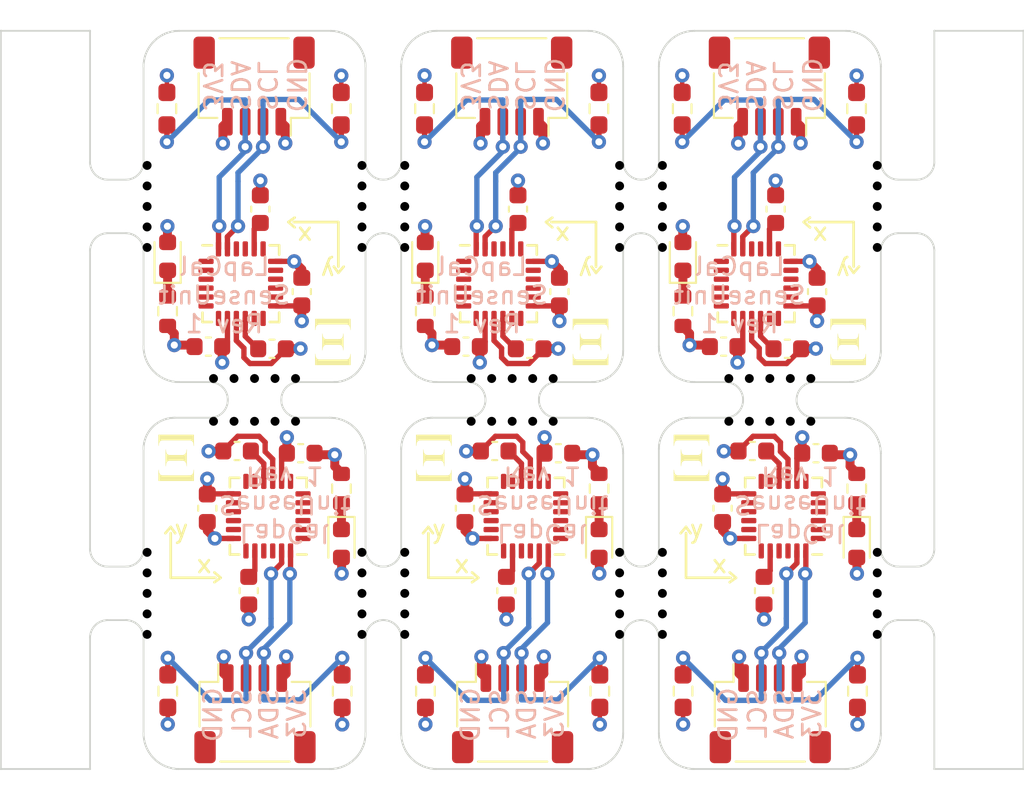
<source format=kicad_pcb>
(kicad_pcb (version 20211014) (generator pcbnew)
  (layers (0 "F.Cu" signal) (1 "In1.Cu" signal) (2 "In2.Cu" signal) (31 "B.Cu" signal) (34 "B.Paste" user) (35 "F.Paste" user) (36 "B.SilkS" user "B.Silkscreen") (37 "F.SilkS" user "F.Silkscreen") (38 "B.Mask" user) (39 "F.Mask" user) (44 "Edge.Cuts" user))
  (net 0 "")
  (net 1 "Board_0-+3V3")
  (net 2 "Board_0-GND")
  (net 3 "Board_0-Net-(C1-Pad1)")
  (net 4 "Board_0-Net-(C3-Pad1)")
  (net 5 "Board_0-Net-(D1-Pad1)")
  (net 6 "Board_0-SCL")
  (net 7 "Board_0-SDA")
  (net 8 "Board_0-unconnected-(U1-Pad1)")
  (net 9 "Board_0-unconnected-(U1-Pad11)")
  (net 10 "Board_0-unconnected-(U1-Pad12)")
  (net 11 "Board_0-unconnected-(U1-Pad6)")
  (net 12 "Board_0-unconnected-(U1-Pad7)")
  (net 13 "Board_1-+3V3")
  (net 14 "Board_1-GND")
  (net 15 "Board_1-Net-(C1-Pad1)")
  (net 16 "Board_1-Net-(C3-Pad1)")
  (net 17 "Board_1-Net-(D1-Pad1)")
  (net 18 "Board_1-SCL")
  (net 19 "Board_1-SDA")
  (net 20 "Board_1-unconnected-(U1-Pad1)")
  (net 21 "Board_1-unconnected-(U1-Pad11)")
  (net 22 "Board_1-unconnected-(U1-Pad12)")
  (net 23 "Board_1-unconnected-(U1-Pad6)")
  (net 24 "Board_1-unconnected-(U1-Pad7)")
  (net 25 "Board_2-+3V3")
  (net 26 "Board_2-GND")
  (net 27 "Board_2-Net-(C1-Pad1)")
  (net 28 "Board_2-Net-(C3-Pad1)")
  (net 29 "Board_2-Net-(D1-Pad1)")
  (net 30 "Board_2-SCL")
  (net 31 "Board_2-SDA")
  (net 32 "Board_2-unconnected-(U1-Pad1)")
  (net 33 "Board_2-unconnected-(U1-Pad11)")
  (net 34 "Board_2-unconnected-(U1-Pad12)")
  (net 35 "Board_2-unconnected-(U1-Pad6)")
  (net 36 "Board_2-unconnected-(U1-Pad7)")
  (net 37 "Board_3-+3V3")
  (net 38 "Board_3-GND")
  (net 39 "Board_3-Net-(C1-Pad1)")
  (net 40 "Board_3-Net-(C3-Pad1)")
  (net 41 "Board_3-Net-(D1-Pad1)")
  (net 42 "Board_3-SCL")
  (net 43 "Board_3-SDA")
  (net 44 "Board_3-unconnected-(U1-Pad1)")
  (net 45 "Board_3-unconnected-(U1-Pad11)")
  (net 46 "Board_3-unconnected-(U1-Pad12)")
  (net 47 "Board_3-unconnected-(U1-Pad6)")
  (net 48 "Board_3-unconnected-(U1-Pad7)")
  (net 49 "Board_4-+3V3")
  (net 50 "Board_4-GND")
  (net 51 "Board_4-Net-(C1-Pad1)")
  (net 52 "Board_4-Net-(C3-Pad1)")
  (net 53 "Board_4-Net-(D1-Pad1)")
  (net 54 "Board_4-SCL")
  (net 55 "Board_4-SDA")
  (net 56 "Board_4-unconnected-(U1-Pad1)")
  (net 57 "Board_4-unconnected-(U1-Pad11)")
  (net 58 "Board_4-unconnected-(U1-Pad12)")
  (net 59 "Board_4-unconnected-(U1-Pad6)")
  (net 60 "Board_4-unconnected-(U1-Pad7)")
  (net 61 "Board_5-+3V3")
  (net 62 "Board_5-GND")
  (net 63 "Board_5-Net-(C1-Pad1)")
  (net 64 "Board_5-Net-(C3-Pad1)")
  (net 65 "Board_5-Net-(D1-Pad1)")
  (net 66 "Board_5-SCL")
  (net 67 "Board_5-SDA")
  (net 68 "Board_5-unconnected-(U1-Pad1)")
  (net 69 "Board_5-unconnected-(U1-Pad11)")
  (net 70 "Board_5-unconnected-(U1-Pad12)")
  (net 71 "Board_5-unconnected-(U1-Pad6)")
  (net 72 "Board_5-unconnected-(U1-Pad7)")
  (footprint "NPTH" (layer "F.Cu") (at 42.525 36.9)
    (fp_text reference "REF**" hide)
    (fp_text value "NPTH" hide)
  )
  (footprint "NPTH" (layer "F.Cu") (at 37.65 47.7)
    (fp_text reference "REF**" hide)
    (fp_text value "NPTH" hide)
  )
  (footprint "LED_SMD:LED_0603_1608Metric" (layer "F.Cu") (at 38.8 27.65 90)
    (fp_text reference "D1")
    (fp_text value "Blue")
  )
  (footprint "Resistor_SMD:R_0603_1608Metric_Pad0.98x0.95mm_HandSolder" (layer "F.Cu") (at 38.81 52.0325 90)
    (fp_text reference "R3")
    (fp_text value "4k7")
  )
  (footprint "NPTH" (layer "F.Cu") (at 49.7 45.4)
    (fp_text reference "REF**" hide)
    (fp_text value "NPTH" hide)
  )
  (footprint "NPTH" (layer "F.Cu") (at 59.275 36.9)
    (fp_text reference "REF**" hide)
    (fp_text value "NPTH" hide)
  )
  (footprint "Capacitor_SMD:C_0603_1608Metric" (layer "F.Cu") (at 26.636 32.71 180)
    (fp_text reference "C4")
    (fp_text value "10nF")
  )
  (footprint "MountingHole:MountingHole_2.1mm" (layer "F.Cu") (at 25.55 47.6)
    (fp_text reference "H2")
    (fp_text value "MountingHole")
  )
  (footprint "LED_SMD:LED_0603_1608Metric" (layer "F.Cu") (at 63 43.75 -90)
    (fp_text reference "D1")
    (fp_text value "Blue")
  )
  (footprint "Capacitor_SMD:C_0603_1608Metric" (layer "F.Cu") (at 31.814 38.69)
    (fp_text reference "C4")
    (fp_text value "10nF")
  )
  (footprint "NPTH" (layer "F.Cu") (at 64.15 46.55)
    (fp_text reference "REF**" hide)
    (fp_text value "NPTH" hide)
  )
  (footprint "NPTH" (layer "F.Cu") (at 23.2 48.85)
    (fp_text reference "REF**" hide)
    (fp_text value "NPTH" hide)
  )
  (footprint "xi-logo:xi-logo" (layer "F.Cu") (at 62.52 32.45 180)
    (fp_text reference "G***")
    (fp_text value "LOGO" hide)
  )
  (footprint "NPTH" (layer "F.Cu") (at 45.975 34.5)
    (fp_text reference "REF**" hide)
    (fp_text value "NPTH" hide)
  )
  (footprint "Resistor_SMD:R_0603_1608Metric_Pad0.98x0.95mm_HandSolder" (layer "F.Cu") (at 48.54 19.3675 -90)
    (fp_text reference "R3")
    (fp_text value "4k7")
  )
  (footprint "Capacitor_SMD:C_0603_1608Metric" (layer "F.Cu") (at 55.536 32.71 180)
    (fp_text reference "C4")
    (fp_text value "10nF")
  )
  (footprint "xi-logo:xi-logo" (layer "F.Cu") (at 39.28 38.95)
    (fp_text reference "G***")
    (fp_text value "LOGO" hide)
  )
  (footprint "MountingHole:MountingHole_2.1mm" (layer "F.Cu") (at 47.35 47.6)
    (fp_text reference "H1")
    (fp_text value "MountingHole")
  )
  (footprint "NPTH" (layer "F.Cu") (at 64.15 45.4)
    (fp_text reference "REF**" hide)
    (fp_text value "NPTH" hide)
  )
  (footprint "NPTH" (layer "F.Cu") (at 23.2 23.7)
    (fp_text reference "REF**" hide)
    (fp_text value "NPTH" hide)
  )
  (footprint "Capacitor_SMD:C_0603_1608Metric" (layer "F.Cu") (at 28.245 38.566 180)
    (fp_text reference "C1")
    (fp_text value "0.1uF")
  )
  (footprint "NPTH" (layer "F.Cu") (at 60.425 36.9)
    (fp_text reference "REF**" hide)
    (fp_text value "NPTH" hide)
  )
  (footprint "NPTH" (layer "F.Cu") (at 52.1 45.4)
    (fp_text reference "REF**" hide)
    (fp_text value "NPTH" hide)
  )
  (footprint "NPTH" (layer "F.Cu") (at 59.275 34.5)
    (fp_text reference "REF**" hide)
    (fp_text value "NPTH" hide)
  )
  (footprint "NPTH" (layer "F.Cu") (at 37.65 23.7)
    (fp_text reference "REF**" hide)
    (fp_text value "NPTH" hide)
  )
  (footprint "Resistor_SMD:R_0603_1608Metric_Pad0.98x0.95mm_HandSolder" (layer "F.Cu") (at 34.14 52.0325 90)
    (fp_text reference "R2")
    (fp_text value "4k7")
  )
  (footprint "NPTH" (layer "F.Cu") (at 64.15 44.25)
    (fp_text reference "REF**" hide)
    (fp_text value "NPTH" hide)
  )
  (footprint "MountingHole:MountingHole_2.1mm" (layer "F.Cu") (at 32.9 23.8 180)
    (fp_text reference "H2")
    (fp_text value "MountingHole")
  )
  (footprint "NPTH" (layer "F.Cu") (at 44.825 34.5)
    (fp_text reference "REF**" hide)
    (fp_text value "NPTH" hide)
  )
  (footprint "Capacitor_SMD:C_0603_1608Metric" (layer "F.Cu") (at 43.35 46.4 -90)
    (fp_text reference "C3")
    (fp_text value "2.2nF")
  )
  (footprint "xi-logo:xi-logo" (layer "F.Cu") (at 53.73 38.95)
    (fp_text reference "G***")
    (fp_text value "LOGO" hide)
  )
  (footprint "Sensor_Motion:InvenSense_QFN-24_4x4mm_P0.5mm" (layer "F.Cu") (at 42.906 29.18)
    (fp_text reference "U1")
    (fp_text value "MPU-6050")
  )
  (footprint "Sensor_Motion:InvenSense_QFN-24_4x4mm_P0.5mm" (layer "F.Cu") (at 57.356 29.18)
    (fp_text reference "U1")
    (fp_text value "MPU-6050")
  )
  (footprint "NPTH" (layer "F.Cu") (at 52.1 22.55)
    (fp_text reference "REF**" hide)
    (fp_text value "NPTH" hide)
  )
  (footprint "NPTH" (layer "F.Cu") (at 64.15 23.7)
    (fp_text reference "REF**" hide)
    (fp_text value "NPTH" hide)
  )
  (footprint "Resistor_SMD:R_0603_1608Metric_Pad0.98x0.95mm_HandSolder" (layer "F.Cu") (at 63.04 52.0325 90)
    (fp_text reference "R2")
    (fp_text value "4k7")
  )
  (footprint "NPTH" (layer "F.Cu") (at 44.825 36.9)
    (fp_text reference "REF**" hide)
    (fp_text value "NPTH" hide)
  )
  (footprint "Connector_JST:JST_SH_SM04B-SRSS-TB_1x04-1MP_P1.00mm_Horizontal" (layer "F.Cu") (at 58.15 53.3)
    (fp_text reference "J1")
    (fp_text value "SM04B-SRSS-TB(LF)(SN)")
  )
  (footprint "NPTH" (layer "F.Cu") (at 49.7 24.85)
    (fp_text reference "REF**" hide)
    (fp_text value "NPTH" hide)
  )
  (footprint "MountingHole:MountingHole_2.1mm" (layer "F.Cu") (at 32.9 47.6)
    (fp_text reference "H1")
    (fp_text value "MountingHole")
  )
  (footprint "NPTH" (layer "F.Cu") (at 49.7 46.55)
    (fp_text reference "REF**" hide)
    (fp_text value "NPTH" hide)
  )
  (footprint "MountingHole:MountingHole_2.1mm" (layer "F.Cu") (at 61.8 23.8 180)
    (fp_text reference "H2")
    (fp_text value "MountingHole")
  )
  (footprint "Connector_JST:JST_SH_SM04B-SRSS-TB_1x04-1MP_P1.00mm_Horizontal" (layer "F.Cu") (at 58.1 18.1 180)
    (fp_text reference "J1")
    (fp_text value "SM04B-SRSS-TB(LF)(SN)")
  )
  (footprint "Capacitor_SMD:C_0603_1608Metric" (layer "F.Cu") (at 26.575 41.775 -90)
    (fp_text reference "C2")
    (fp_text value "0.1uF")
  )
  (footprint "NPTH" (layer "F.Cu") (at 35.25 48.85)
    (fp_text reference "REF**" hide)
    (fp_text value "NPTH" hide)
  )
  (footprint "NPTH" (layer "F.Cu") (at 52.1 44.25)
    (fp_text reference "REF**" hide)
    (fp_text value "NPTH" hide)
  )
  (footprint "NPTH" (layer "F.Cu") (at 49.7 23.7)
    (fp_text reference "REF**" hide)
    (fp_text value "NPTH" hide)
  )
  (footprint "NPTH" (layer "F.Cu") (at 30.375 34.5)
    (fp_text reference "REF**" hide)
    (fp_text value "NPTH" hide)
  )
  (footprint "NPTH" (layer "F.Cu") (at 64.15 47.7)
    (fp_text reference "REF**" hide)
    (fp_text value "NPTH" hide)
  )
  (footprint "NPTH" (layer "F.Cu") (at 35.25 27.15)
    (fp_text reference "REF**" hide)
    (fp_text value "NPTH" hide)
  )
  (footprint "Resistor_SMD:R_0603_1608Metric" (layer "F.Cu") (at 63 40.675 -90)
    (fp_text reference "R1")
    (fp_text value "2k")
  )
  (footprint "NPTH" (layer "F.Cu") (at 41.375 34.5)
    (fp_text reference "REF**" hide)
    (fp_text value "NPTH" hide)
  )
  (footprint "Connector_JST:JST_SH_SM04B-SRSS-TB_1x04-1MP_P1.00mm_Horizontal" (layer "F.Cu") (at 43.7 53.3)
    (fp_text reference "J1")
    (fp_text value "SM04B-SRSS-TB(LF)(SN)")
  )
  (footprint "NPTH" (layer "F.Cu") (at 35.25 45.4)
    (fp_text reference "REF**" hide)
    (fp_text value "NPTH" hide)
  )
  (footprint "MountingHole:MountingHole_2.1mm" (layer "F.Cu") (at 61.8 47.6)
    (fp_text reference "H1")
    (fp_text value "MountingHole")
  )
  (footprint "NPTH" (layer "F.Cu") (at 31.525 34.5)
    (fp_text reference "REF**" hide)
    (fp_text value "NPTH" hide)
  )
  (footprint "NPTH" (layer "F.Cu") (at 37.65 46.55)
    (fp_text reference "REF**" hide)
    (fp_text value "NPTH" hide)
  )
  (footprint "NPTH" (layer "F.Cu") (at 52.1 27.15)
    (fp_text reference "REF**" hide)
    (fp_text value "NPTH" hide)
  )
  (footprint "NPTH" (layer "F.Cu") (at 37.65 22.55)
    (fp_text reference "REF**" hide)
    (fp_text value "NPTH" hide)
  )
  (footprint "Connector_JST:JST_SH_SM04B-SRSS-TB_1x04-1MP_P1.00mm_Horizontal" (layer "F.Cu") (at 29.25 53.3)
    (fp_text reference "J1")
    (fp_text value "SM04B-SRSS-TB(LF)(SN)")
  )
  (footprint "NPTH" (layer "F.Cu") (at 64.15 27.15)
    (fp_text reference "REF**" hide)
    (fp_text value "NPTH" hide)
  )
  (footprint "NPTH" (layer "F.Cu") (at 37.65 26)
    (fp_text reference "REF**" hide)
    (fp_text value "NPTH" hide)
  )
  (footprint "NPTH" (layer "F.Cu") (at 64.15 24.85)
    (fp_text reference "REF**" hide)
    (fp_text value "NPTH" hide)
  )
  (footprint "NPTH" (layer "F.Cu") (at 56.975 36.9)
    (fp_text reference "REF**" hide)
    (fp_text value "NPTH" hide)
  )
  (footprint "Sensor_Motion:InvenSense_QFN-24_4x4mm_P0.5mm" (layer "F.Cu") (at 28.456 29.18)
    (fp_text reference "U1")
    (fp_text value "MPU-6050")
  )
  (footprint "NPTH" (layer "F.Cu") (at 42.525 34.5)
    (fp_text reference "REF**" hide)
    (fp_text value "NPTH" hide)
  )
  (footprint "NPTH" (layer "F.Cu") (at 52.1 47.7)
    (fp_text reference "REF**" hide)
    (fp_text value "NPTH" hide)
  )
  (footprint "Resistor_SMD:R_0603_1608Metric" (layer "F.Cu") (at 34.1 40.675 -90)
    (fp_text reference "R1")
    (fp_text value "2k")
  )
  (footprint "Resistor_SMD:R_0603_1608Metric_Pad0.98x0.95mm_HandSolder" (layer "F.Cu") (at 34.09 19.3675 -90)
    (fp_text reference "R3")
    (fp_text value "4k7")
  )
  (footprint "Capacitor_SMD:C_0603_1608Metric" (layer "F.Cu") (at 46.325 29.625 90)
    (fp_text reference "C2")
    (fp_text value "0.1uF")
  )
  (footprint "NPTH" (layer "F.Cu") (at 30.375 36.9)
    (fp_text reference "REF**" hide)
    (fp_text value "NPTH" hide)
  )
  (footprint "Resistor_SMD:R_0603_1608Metric_Pad0.98x0.95mm_HandSolder" (layer "F.Cu") (at 24.31 19.3675 -90)
    (fp_text reference "R2")
    (fp_text value "4k7")
  )
  (footprint "MountingHole:MountingHole_2.1mm" (layer "F.Cu") (at 54.45 47.6)
    (fp_text reference "H2")
    (fp_text value "MountingHole")
  )
  (footprint "NPTH" (layer "F.Cu") (at 37.65 45.4)
    (fp_text reference "REF**" hide)
    (fp_text value "NPTH" hide)
  )
  (footprint "NPTH" (layer "F.Cu") (at 64.15 22.55)
    (fp_text reference "REF**" hide)
    (fp_text value "NPTH" hide)
  )
  (footprint "MountingHole:MountingHole_2.1mm" (layer "F.Cu") (at 40 23.8 180)
    (fp_text reference "H1")
    (fp_text value "MountingHole")
  )
  (footprint "NPTH" (layer "F.Cu") (at 52.1 23.7)
    (fp_text reference "REF**" hide)
    (fp_text value "NPTH" hide)
  )
  (footprint "Capacitor_SMD:C_0603_1608Metric" (layer "F.Cu") (at 58.45 25 90)
    (fp_text reference "C3")
    (fp_text value "2.2nF")
  )
  (footprint "Resistor_SMD:R_0603_1608Metric" (layer "F.Cu") (at 38.8 30.725 90)
    (fp_text reference "R1")
    (fp_text value "2k")
  )
  (footprint "Sensor_Motion:InvenSense_QFN-24_4x4mm_P0.5mm" (layer "F.Cu") (at 44.444 42.22 180)
    (fp_text reference "U1")
    (fp_text value "MPU-6050")
  )
  (footprint "Resistor_SMD:R_0603_1608Metric_Pad0.98x0.95mm_HandSolder" (layer "F.Cu") (at 53.26 52.0325 90)
    (fp_text reference "R3")
    (fp_text value "4k7")
  )
  (footprint "NPTH" (layer "F.Cu") (at 64.15 26)
    (fp_text reference "REF**" hide)
    (fp_text value "NPTH" hide)
  )
  (footprint "MountingHole:MountingHole_2.1mm" (layer "F.Cu") (at 54.45 23.8 180)
    (fp_text reference "H1")
    (fp_text value "MountingHole")
  )
  (footprint "Capacitor_SMD:C_0603_1608Metric" (layer "F.Cu") (at 42.695 38.566 180)
    (fp_text reference "C1")
    (fp_text value "0.1uF")
  )
  (footprint "Resistor_SMD:R_0603_1608Metric_Pad0.98x0.95mm_HandSolder" (layer "F.Cu") (at 38.76 19.3675 -90)
    (fp_text reference "R2")
    (fp_text value "4k7")
  )
  (footprint "NPTH" (layer "F.Cu") (at 35.25 46.55)
    (fp_text reference "REF**" hide)
    (fp_text value "NPTH" hide)
  )
  (footprint "NPTH" (layer "F.Cu") (at 52.1 26)
    (fp_text reference "REF**" hide)
    (fp_text value "NPTH" hide)
  )
  (footprint "Capacitor_SMD:C_0603_1608Metric" (layer "F.Cu") (at 46.264 38.69)
    (fp_text reference "C4")
    (fp_text value "10nF")
  )
  (footprint "NPTH" (layer "F.Cu") (at 58.125 36.9)
    (fp_text reference "REF**" hide)
    (fp_text value "NPTH" hide)
  )
  (footprint "MountingHole:MountingHole_2.1mm" (layer "F.Cu") (at 40 47.6)
    (fp_text reference "H2")
    (fp_text value "MountingHole")
  )
  (footprint "NPTH" (layer "F.Cu") (at 26.925 36.9)
    (fp_text reference "REF**" hide)
    (fp_text value "NPTH" hide)
  )
  (footprint "NPTH" (layer "F.Cu") (at 49.7 27.15)
    (fp_text reference "REF**" hide)
    (fp_text value "NPTH" hide)
  )
  (footprint "NPTH" (layer "F.Cu") (at 41.375 36.9)
    (fp_text reference "REF**" hide)
    (fp_text value "NPTH" hide)
  )
  (footprint "NPTH" (layer "F.Cu") (at 37.65 24.85)
    (fp_text reference "REF**" hide)
    (fp_text value "NPTH" hide)
  )
  (footprint "Capacitor_SMD:C_0603_1608Metric" (layer "F.Cu") (at 57.8 46.4 -90)
    (fp_text reference "C3")
    (fp_text value "2.2nF")
  )
  (footprint "NPTH" (layer "F.Cu") (at 37.65 48.85)
    (fp_text reference "REF**" hide)
    (fp_text value "NPTH" hide)
  )
  (footprint "Resistor_SMD:R_0603_1608Metric_Pad0.98x0.95mm_HandSolder" (layer "F.Cu") (at 53.21 19.3675 -90)
    (fp_text reference "R2")
    (fp_text value "4k7")
  )
  (footprint "NPTH" (layer "F.Cu") (at 37.65 44.25)
    (fp_text reference "REF**" hide)
    (fp_text value "NPTH" hide)
  )
  (footprint "NPTH" (layer "F.Cu") (at 55.825 36.9)
    (fp_text reference "REF**" hide)
    (fp_text value "NPTH" hide)
  )
  (footprint "Capacitor_SMD:C_0603_1608Metric" (layer "F.Cu") (at 57.145 38.566 180)
    (fp_text reference "C1")
    (fp_text value "0.1uF")
  )
  (footprint "NPTH" (layer "F.Cu") (at 43.675 34.5)
    (fp_text reference "REF**" hide)
    (fp_text value "NPTH" hide)
  )
  (footprint "NPTH" (layer "F.Cu") (at 35.25 23.7)
    (fp_text reference "REF**" hide)
    (fp_text value "NPTH" hide)
  )
  (footprint "xi-logo:xi-logo" (layer "F.Cu") (at 33.62 32.45 180)
    (fp_text reference "G***")
    (fp_text value "LOGO" hide)
  )
  (footprint "LED_SMD:LED_0603_1608Metric" (layer "F.Cu") (at 48.55 43.75 -90)
    (fp_text reference "D1")
    (fp_text value "Blue")
  )
  (footprint "NPTH" (layer "F.Cu") (at 31.525 36.9)
    (fp_text reference "REF**" hide)
    (fp_text value "NPTH" hide)
  )
  (footprint "xi-logo:xi-logo" (layer "F.Cu") (at 24.83 38.95)
    (fp_text reference "G***")
    (fp_text value "LOGO" hide)
  )
  (footprint "Resistor_SMD:R_0603_1608Metric" (layer "F.Cu") (at 48.55 40.675 -90)
    (fp_text reference "R1")
    (fp_text value "2k")
  )
  (footprint "NPTH" (layer "F.Cu") (at 49.7 47.7)
    (fp_text reference "REF**" hide)
    (fp_text value "NPTH" hide)
  )
  (footprint "NPTH" (layer "F.Cu") (at 37.65 27.15)
    (fp_text reference "REF**" hide)
    (fp_text value "NPTH" hide)
  )
  (footprint "LED_SMD:LED_0603_1608Metric" (layer "F.Cu") (at 34.1 43.75 -90)
    (fp_text reference "D1")
    (fp_text value "Blue")
  )
  (footprint "NPTH" (layer "F.Cu") (at 35.25 44.25)
    (fp_text reference "REF**" hide)
    (fp_text value "NPTH" hide)
  )
  (footprint "Resistor_SMD:R_0603_1608Metric" (layer "F.Cu") (at 53.25 30.725 90)
    (fp_text reference "R1")
    (fp_text value "2k")
  )
  (footprint "NPTH" (layer "F.Cu") (at 35.25 26)
    (fp_text reference "REF**" hide)
    (fp_text value "NPTH" hide)
  )
  (footprint "NPTH" (layer "F.Cu") (at 55.825 34.5)
    (fp_text reference "REF**" hide)
    (fp_text value "NPTH" hide)
  )
  (footprint "Capacitor_SMD:C_0603_1608Metric" (layer "F.Cu") (at 28.9 46.4 -90)
    (fp_text reference "C3")
    (fp_text value "2.2nF")
  )
  (footprint "NPTH" (layer "F.Cu") (at 35.25 47.7)
    (fp_text reference "REF**" hide)
    (fp_text value "NPTH" hide)
  )
  (footprint "Capacitor_SMD:C_0603_1608Metric" (layer "F.Cu") (at 55.475 41.775 -90)
    (fp_text reference "C2")
    (fp_text value "0.1uF")
  )
  (footprint "NPTH" (layer "F.Cu") (at 23.2 44.25)
    (fp_text reference "REF**" hide)
    (fp_text value "NPTH" hide)
  )
  (footprint "Connector_JST:JST_SH_SM04B-SRSS-TB_1x04-1MP_P1.00mm_Horizontal" (layer "F.Cu") (at 43.65 18.1 180)
    (fp_text reference "J1")
    (fp_text value "SM04B-SRSS-TB(LF)(SN)")
  )
  (footprint "NPTH" (layer "F.Cu") (at 29.225 34.5)
    (fp_text reference "REF**" hide)
    (fp_text value "NPTH" hide)
  )
  (footprint "Capacitor_SMD:C_0603_1608Metric" (layer "F.Cu") (at 41.025 41.775 -90)
    (fp_text reference "C2")
    (fp_text value "0.1uF")
  )
  (footprint "NPTH" (layer "F.Cu") (at 28.075 34.5)
    (fp_text reference "REF**" hide)
    (fp_text value "NPTH" hide)
  )
  (footprint "Resistor_SMD:R_0603_1608Metric" (layer "F.Cu") (at 24.35 30.725 90)
    (fp_text reference "R1")
    (fp_text value "2k")
  )
  (footprint "Capacitor_SMD:C_0603_1608Metric" (layer "F.Cu") (at 44.655 32.834)
    (fp_text reference "C1")
    (fp_text value "0.1uF")
  )
  (footprint "Resistor_SMD:R_0603_1608Metric_Pad0.98x0.95mm_HandSolder" (layer "F.Cu") (at 62.99 19.3675 -90)
    (fp_text reference "R3")
    (fp_text value "4k7")
  )
  (footprint "Capacitor_SMD:C_0603_1608Metric" (layer "F.Cu") (at 30.205 32.834)
    (fp_text reference "C1")
    (fp_text value "0.1uF")
  )
  (footprint "Capacitor_SMD:C_0603_1608Metric" (layer "F.Cu") (at 31.875 29.625 90)
    (fp_text reference "C2")
    (fp_text value "0.1uF")
  )
  (footprint "Capacitor_SMD:C_0603_1608Metric" (layer "F.Cu") (at 60.775 29.625 90)
    (fp_text reference "C2")
    (fp_text value "0.1uF")
  )
  (footprint "Resistor_SMD:R_0603_1608Metric_Pad0.98x0.95mm_HandSolder" (layer "F.Cu") (at 24.36 52.0325 90)
    (fp_text reference "R3")
    (fp_text value "4k7")
  )
  (footprint "Capacitor_SMD:C_0603_1608Metric" (layer "F.Cu") (at 41.086 32.71 180)
    (fp_text reference "C4")
    (fp_text value "10nF")
  )
  (footprint "NPTH" (layer "F.Cu") (at 23.2 27.15)
    (fp_text reference "REF**" hide)
    (fp_text value "NPTH" hide)
  )
  (footprint "NPTH" (layer "F.Cu") (at 29.225 36.9)
    (fp_text reference "REF**" hide)
    (fp_text value "NPTH" hide)
  )
  (footprint "LED_SMD:LED_0603_1608Metric" (layer "F.Cu") (at 24.35 27.65 90)
    (fp_text reference "D1")
    (fp_text value "Blue")
  )
  (footprint "NPTH" (layer "F.Cu") (at 23.2 26)
    (fp_text reference "REF**" hide)
    (fp_text value "NPTH" hide)
  )
  (footprint "Capacitor_SMD:C_0603_1608Metric" (layer "F.Cu") (at 44 25 90)
    (fp_text reference "C3")
    (fp_text value "2.2nF")
  )
  (footprint "NPTH" (layer "F.Cu") (at 23.2 47.7)
    (fp_text reference "REF**" hide)
    (fp_text value "NPTH" hide)
  )
  (footprint "NPTH" (layer "F.Cu") (at 35.25 24.85)
    (fp_text reference "REF**" hide)
    (fp_text value "NPTH" hide)
  )
  (footprint "NPTH" (layer "F.Cu") (at 23.2 45.4)
    (fp_text reference "REF**" hide)
    (fp_text value "NPTH" hide)
  )
  (footprint "NPTH" (layer "F.Cu") (at 45.975 36.9)
    (fp_text reference "REF**" hide)
    (fp_text value "NPTH" hide)
  )
  (footprint "NPTH" (layer "F.Cu") (at 35.25 22.55)
    (fp_text reference "REF**" hide)
    (fp_text value "NPTH" hide)
  )
  (footprint "MountingHole:MountingHole_2.1mm" (layer "F.Cu") (at 47.35 23.8 180)
    (fp_text reference "H2")
    (fp_text value "MountingHole")
  )
  (footprint "NPTH" (layer "F.Cu") (at 52.1 48.85)
    (fp_text reference "REF**" hide)
    (fp_text value "NPTH" hide)
  )
  (footprint "xi-logo:xi-logo" (layer "F.Cu") (at 48.07 32.45 180)
    (fp_text reference "G***")
    (fp_text value "LOGO" hide)
  )
  (footprint "Sensor_Motion:InvenSense_QFN-24_4x4mm_P0.5mm" (layer "F.Cu") (at 29.994 42.22 180)
    (fp_text reference "U1")
    (fp_text value "MPU-6050")
  )
  (footprint "Sensor_Motion:InvenSense_QFN-24_4x4mm_P0.5mm" (layer "F.Cu") (at 58.894 42.22 180)
    (fp_text reference "U1")
    (fp_text value "MPU-6050")
  )
  (footprint "NPTH" (layer "F.Cu") (at 52.1 46.55)
    (fp_text reference "REF**" hide)
    (fp_text value "NPTH" hide)
  )
  (footprint "LED_SMD:LED_0603_1608Metric" (layer "F.Cu") (at 53.25 27.65 90)
    (fp_text reference "D1")
    (fp_text value "Blue")
  )
  (footprint "NPTH" (layer "F.Cu") (at 56.975 34.5)
    (fp_text reference "REF**" hide)
    (fp_text value "NPTH" hide)
  )
  (footprint "NPTH" (layer "F.Cu") (at 52.1 24.85)
    (fp_text reference "REF**" hide)
    (fp_text value "NPTH" hide)
  )
  (footprint "NPTH" (layer "F.Cu") (at 60.425 34.5)
    (fp_text reference "REF**" hide)
    (fp_text value "NPTH" hide)
  )
  (footprint "Capacitor_SMD:C_0603_1608Metric" (layer "F.Cu") (at 59.105 32.834)
    (fp_text reference "C1")
    (fp_text value "0.1uF")
  )
  (footprint "NPTH" (layer "F.Cu") (at 23.2 22.55)
    (fp_text reference "REF**" hide)
    (fp_text value "NPTH" hide)
  )
  (footprint "Resistor_SMD:R_0603_1608Metric_Pad0.98x0.95mm_HandSolder" (layer "F.Cu") (at 48.59 52.0325 90)
    (fp_text reference "R2")
    (fp_text value "4k7")
  )
  (footprint "Capacitor_SMD:C_0603_1608Metric" (layer "F.Cu") (at 60.714 38.69)
    (fp_text reference "C4")
    (fp_text value "10nF")
  )
  (footprint "NPTH" (layer "F.Cu") (at 49.7 44.25)
    (fp_text reference "REF**" hide)
    (fp_text value "NPTH" hide)
  )
  (footprint "NPTH" (layer "F.Cu") (at 43.675 36.9)
    (fp_text reference "REF**" hide)
    (fp_text value "NPTH" hide)
  )
  (footprint "NPTH" (layer "F.Cu") (at 49.7 48.85)
    (fp_text reference "REF**" hide)
    (fp_text value "NPTH" hide)
  )
  (footprint "NPTH" (layer "F.Cu") (at 28.075 36.9)
    (fp_text reference "REF**" hide)
    (fp_text value "NPTH" hide)
  )
  (footprint "Capacitor_SMD:C_0603_1608Metric" (layer "F.Cu") (at 29.55 25 90)
    (fp_text reference "C3")
    (fp_text value "2.2nF")
  )
  (footprint "NPTH" (layer "F.Cu") (at 64.15 48.85)
    (fp_text reference "REF**" hide)
    (fp_text value "NPTH" hide)
  )
  (footprint "NPTH" (layer "F.Cu") (at 26.925 34.5)
    (fp_text reference "REF**" hide)
    (fp_text value "NPTH" hide)
  )
  (footprint "NPTH" (layer "F.Cu") (at 23.2 24.85)
    (fp_text reference "REF**" hide)
    (fp_text value "NPTH" hide)
  )
  (footprint "NPTH" (layer "F.Cu") (at 58.125 34.5)
    (fp_text reference "REF**" hide)
    (fp_text value "NPTH" hide)
  )
  (footprint "MountingHole:MountingHole_2.1mm" (layer "F.Cu") (at 25.55 23.8 180)
    (fp_text reference "H1")
    (fp_text value "MountingHole")
  )
  (footprint "Connector_JST:JST_SH_SM04B-SRSS-TB_1x04-1MP_P1.00mm_Horizontal" (layer "F.Cu") (at 29.2 18.1 180)
    (fp_text reference "J1")
    (fp_text value "SM04B-SRSS-TB(LF)(SN)")
  )
  (footprint "NPTH" (layer "F.Cu") (at 23.2 46.55)
    (fp_text reference "REF**" hide)
    (fp_text value "NPTH" hide)
  )
  (footprint "NPTH" (layer "F.Cu") (at 49.7 22.55)
    (fp_text reference "REF**" hide)
    (fp_text value "NPTH" hide)
  )
  (footprint "NPTH" (layer "F.Cu") (at 49.7 26)
    (fp_text reference "REF**" hide)
    (fp_text value "NPTH" hide)
  )
  (gr_line (start 62.825 28.575) (end 62.575 28.225) (layer "F.SilkS") (width 0.15))
  (gr_line (start 24.525 45.675) (end 27.025 45.675) (layer "F.SilkS") (width 0.15))
  (gr_line (start 41.425 45.375) (end 41.775 45.675) (layer "F.SilkS") (width 0.15))
  (gr_line (start 38.975 43.175) (end 38.975 45.675) (layer "F.SilkS") (width 0.15))
  (gr_line (start 38.675 43.175) (end 38.975 42.825) (layer "F.SilkS") (width 0.15))
  (gr_line (start 31.125 25.725) (end 31.475 25.475) (layer "F.SilkS") (width 0.15))
  (gr_line (start 62.825 25.725) (end 60.325 25.725) (layer "F.SilkS") (width 0.15))
  (gr_line (start 53.425 42.825) (end 53.675 43.175) (layer "F.SilkS") (width 0.15))
  (gr_line (start 45.575 25.725) (end 45.925 25.475) (layer "F.SilkS") (width 0.15))
  (gr_line (start 41.775 45.675) (end 41.425 45.925) (layer "F.SilkS") (width 0.15))
  (gr_line (start 48.675 28.225) (end 48.375 28.575) (layer "F.SilkS") (width 0.15))
  (gr_line (start 24.525 42.825) (end 24.775 43.175) (layer "F.SilkS") (width 0.15))
  (gr_line (start 45.925 26.025) (end 45.575 25.725) (layer "F.SilkS") (width 0.15))
  (gr_line (start 33.925 28.575) (end 33.675 28.225) (layer "F.SilkS") (width 0.15))
  (gr_line (start 26.975 45.375) (end 27.325 45.675) (layer "F.SilkS") (width 0.15))
  (gr_line (start 48.375 28.225) (end 48.375 25.725) (layer "F.SilkS") (width 0.15))
  (gr_line (start 33.925 28.225) (end 33.925 25.725) (layer "F.SilkS") (width 0.15))
  (gr_line (start 62.825 28.225) (end 62.825 25.725) (layer "F.SilkS") (width 0.15))
  (gr_line (start 27.325 45.675) (end 26.975 45.925) (layer "F.SilkS") (width 0.15))
  (gr_line (start 38.975 42.825) (end 39.225 43.175) (layer "F.SilkS") (width 0.15))
  (gr_line (start 53.425 45.675) (end 55.925 45.675) (layer "F.SilkS") (width 0.15))
  (gr_line (start 38.975 45.675) (end 41.475 45.675) (layer "F.SilkS") (width 0.15))
  (gr_line (start 60.375 26.025) (end 60.025 25.725) (layer "F.SilkS") (width 0.15))
  (gr_line (start 55.875 45.375) (end 56.225 45.675) (layer "F.SilkS") (width 0.15))
  (gr_line (start 53.425 43.175) (end 53.425 45.675) (layer "F.SilkS") (width 0.15))
  (gr_line (start 31.475 26.025) (end 31.125 25.725) (layer "F.SilkS") (width 0.15))
  (gr_line (start 24.525 43.175) (end 24.525 45.675) (layer "F.SilkS") (width 0.15))
  (gr_line (start 56.225 45.675) (end 55.875 45.925) (layer "F.SilkS") (width 0.15))
  (gr_line (start 48.375 25.725) (end 45.875 25.725) (layer "F.SilkS") (width 0.15))
  (gr_line (start 34.225 28.225) (end 33.925 28.575) (layer "F.SilkS") (width 0.15))
  (gr_line (start 48.375 28.575) (end 48.125 28.225) (layer "F.SilkS") (width 0.15))
  (gr_line (start 63.125 28.225) (end 62.825 28.575) (layer "F.SilkS") (width 0.15))
  (gr_line (start 24.225 43.175) (end 24.525 42.825) (layer "F.SilkS") (width 0.15))
  (gr_line (start 33.925 25.725) (end 31.425 25.725) (layer "F.SilkS") (width 0.15))
  (gr_line (start 60.025 25.725) (end 60.375 25.475) (layer "F.SilkS") (width 0.15))
  (gr_line (start 53.125 43.175) (end 53.425 42.825) (layer "F.SilkS") (width 0.15))
  (gr_line (start 35.143758 15.936812) (end 35.13021 15.915519) (layer "Edge.Cuts") (width 0.1))
  (gr_line (start 37.283152 22.910012) (end 37.255173 22.94974) (layer "Edge.Cuts") (width 0.1))
  (gr_line (start 49.815725 33.485632) (end 49.823155 33.461948) (layer "Edge.Cuts") (width 0.1))
  (gr_line (start 38.557982 34.489743) (end 38.558208 34.489858) (layer "Edge.Cuts") (width 0.1))
  (gr_line (start 56.623804 35.641423) (end 56.625 35.690122) (layer "Edge.Cuts") (width 0.1))
  (gr_line (start 33.840376 36.738753) (end 33.840127 36.738705) (layer "Edge.Cuts") (width 0.1))
  (gr_line (start 66.553138 23.330974) (end 66.505262 23.339281) (layer "Edge.Cuts") (width 0.1))
  (gr_line (start 53.485062 34.656196) (end 53.485309 34.65625) (layer "Edge.Cuts") (width 0.1))
  (gr_line (start 38.782194 56.285369) (end 38.806033 56.293652) (layer "Edge.Cuts") (width 0.1))
  (gr_line (start 27.32474 34.894826) (end 27.363047 34.924721) (layer "Edge.Cuts") (width 0.1))
  (gr_line (start 37.623661 37.690592) (end 37.623552 37.690821) (layer "Edge.Cuts") (width 0.1))
  (gr_line (start 38.580494 15.19921) (end 38.558208 15.210141) (layer "Edge.Cuts") (width 0.1))
  (gr_line (start 38.673052 34.542614) (end 38.743624 34.570804) (layer "Edge.Cuts") (width 0.1))
  (gr_line (start 65.340122 48.05) (end 66.359877 48.05) (layer "Edge.Cuts") (width 0.1))
  (gr_line (start 52.057481 33.477181) (end 52.06727 33.499991) (layer "Edge.Cuts") (width 0.1))
  (gr_line (start 36.459877 48.05) (end 36.508576 48.051195) (layer "Edge.Cuts") (width 0.1))
  (gr_line (start 37.695561 33.659598) (end 37.707607 33.681301) (layer "Edge.Cuts") (width 0.1))
  (gr_line (start 62.412492 15.000641) (end 62.38749 15.000003) (layer "Edge.Cuts") (width 0.1))
  (gr_line (start 49.425359 55.693121) (end 49.425521 55.692926) (layer "Edge.Cuts") (width 0.1))
  (gr_line (start 49.268719 55.857906) (end 49.28671 55.840804) (layer "Edge.Cuts") (width 0.1))
  (gr_line (start 49.846938 33.376547) (end 49.846998 33.376301) (layer "Edge.Cuts") (width 0.1))
  (gr_line (start 52.265823 33.852541) (end 52.265971 33.852747) (layer "Edge.Cuts") (width 0.1))
  (gr_line (start 65.052619 26.392631) (end 65.09945 26.379671) (layer "Edge.Cuts") (width 0.1))
  (gr_line (start 52.390809 34.011954) (end 52.390976 34.012145) (layer "Edge.Cuts") (width 0.1))
  (gr_line (start 30.919826 36.29974) (end 30.891847 36.260012) (layer "Edge.Cuts") (width 0.1))
  (gr_line (start 20.019025 44.253138) (end 20.010718 44.205262) (layer "Edge.Cuts") (width 0.1))
  (gr_line (start 48.41324 56.332735) (end 48.413484 56.332669) (layer "Edge.Cuts") (width 0.1))
  (gr_line (start 52.949717 56.159878) (end 52.949942 56.160002) (layer "Edge.Cuts") (width 0.1))
  (gr_line (start 38.936759 15.067264) (end 38.936515 15.06733) (layer "Edge.Cuts") (width 0.1))
  (gr_line (start 45.315851 36.21896) (end 45.2919 36.176681) (layer "Edge.Cuts") (width 0.1))
  (gr_line (start 66.738855 23.274637) (end 66.693519 23.292125) (layer "Edge.Cuts") (width 0.1))
  (gr_line (start 34.849301 34.269334) (end 34.896291 34.22688) (layer "Edge.Cuts") (width 0.1))
  (gr_line (start 60.421861 36.680974) (end 60.37445 36.670328) (layer "Edge.Cuts") (width 0.1))
  (gr_line (start 23.271843 37.513735) (end 23.271707 37.513948) (layer "Edge.Cuts") (width 0.1))
  (gr_line (start 66.553138 26.369025) (end 66.600549 26.379671) (layer "Edge.Cuts") (width 0.1))
  (gr_line (start 63.640246 15.471922) (end 63.64005 15.471755) (layer "Edge.Cuts") (width 0.1))
  (gr_line (start 24.962509 56.399996) (end 24.962764 56.399999) (layer "Edge.Cuts") (width 0.1))
  (gr_line (start 48.909178 34.526447) (end 48.909407 34.526338) (layer "Edge.Cuts") (width 0.1))
  (gr_line (start 48.013677 56.396487) (end 48.01393 56.396471) (layer "Edge.Cuts") (width 0.1))
  (gr_line (start 49.673805 33.809975) (end 49.685851 33.788272) (layer "Edge.Cuts") (width 0.1))
  (gr_line (start 37.010012 48.216847) (end 37.04974 48.244826) (layer "Edge.Cuts") (width 0.1))
  (gr_line (start 23.205772 55.283045) (end 23.205884 55.283277) (layer "Edge.Cuts") (width 0.1))
  (gr_line (start 49.473703 55.633831) (end 49.488897 55.614203) (layer "Edge.Cuts") (width 0.1))
  (gr_line (start 42.034148 35.181039) (end 42.058099 35.223318) (layer "Edge.Cuts") (width 0.1))
  (gr_line (start 24.486759 15.067264) (end 24.486515 15.06733) (layer "Edge.Cuts") (width 0.1))
  (gr_line (start 36.838855 23.274637) (end 36.793519 23.292125) (layer "Edge.Cuts") (width 0.1))
  (gr_line (start 35.239743 37.807982) (end 35.204558 37.740624) (layer "Edge.Cuts") (width 0.1))
  (gr_line (start 37.660141 33.591791) (end 37.660256 33.592017) (layer "Edge.Cuts") (width 0.1))
  (gr_line (start 35.492631 48.752619) (end 35.507874 48.70648) (layer "Edge.Cuts") (width 0.1))
  (gr_line (start 52.024476 55.093756) (end 52.024564 55.093998) (layer "Edge.Cuts") (width 0.1))
  (gr_line (start 51.19738 48.092631) (end 51.243519 48.107874) (layer "Edge.Cuts") (width 0.1))
  (gr_line (start 53.485587 36.708016) (end 53.485334 36.708039) (layer "Edge.Cuts") (width 0.1))
  (gr_line (start 15.000559 15.006917) (end 15.000416 15.007387) (layer "Edge.Cuts") (width 0.1))
  (gr_line (start 30.949721 36.338047) (end 30.919826 36.29974) (layer "Edge.Cuts") (width 0.1))
  (gr_line (start 38.157073 15.474478) (end 38.156878 15.47464) (layer "Edge.Cuts") (width 0.1))
  (gr_line (start 49.942631 22.64738) (end 49.929671 22.600549) (layer "Edge.Cuts") (width 0.1))
  (gr_line (start 35.644826 26.750259) (end 35.674721 26.711952) (layer "Edge.Cuts") (width 0.1))
  (gr_line (start 67.350297 15.007863) (end 67.350201 15.008344) (layer "Edge.Cuts") (width 0.1))
  (gr_line (start 22.433278 48.145053) (end 22.476681 48.1669) (layer "Edge.Cuts") (width 0.1))
  (gr_line (start 64.346471 54.51393) (end 64.346487 54.513677) (layer "Edge.Cuts") (width 0.1))
  (gr_line (start 22.998804 48.991423) (end 23 49.040122) (layer "Edge.Cuts") (width 0.1))
  (gr_line (start 51.925256 33.015075) (end 51.925298 33.015325) (layer "Edge.Cuts") (width 0.1))
  (gr_line (start 53.411035 34.639017) (end 53.485062 34.656196) (layer "Edge.Cuts") (width 0.1))
  (gr_line (start 37.483587 38.110197) (end 37.472415 38.172531) (layer "Edge.Cuts") (width 0.1))
  (gr_line (start 36.19945 48.079671) (end 36.246861 48.069025) (layer "Edge.Cuts") (width 0.1))
  (gr_line (start 59.654671 35.950549) (end 59.644025 35.903138) (layer "Edge.Cuts") (width 0.1))
  (gr_line (start 34.295796 34.595163) (end 34.296035 34.595078) (layer "Edge.Cuts") (width 0.1))
  (gr_line (start 52.710751 56.007974) (end 52.773759 56.052742) (layer "Edge.Cuts") (width 0.1))
  (gr_line (start 63.219505 36.89921) (end 63.219276 36.899101) (layer "Edge.Cuts") (width 0.1))
  (gr_line (start 49.603715 37.652989) (end 49.603583 37.652772) (layer "Edge.Cuts") (width 0.1))
  (gr_line (start 67.35 56.387727) (end 67.350003 56.387972) (layer "Edge.Cuts") (width 0.1))
  (gr_line (start 49.90477 22.457036) (end 49.901195 22.408576) (layer "Edge.Cuts") (width 0.1))
  (gr_line (start 63.730083 34.285832) (end 63.730277 34.285669) (layer "Edge.Cuts") (width 0.1))
  (gr_line (start 52.020398 16.317376) (end 51.995818 16.389286) (layer "Edge.Cuts") (width 0.1))
  (gr_line (start 23.351501 33.831958) (end 23.351643 33.832168) (layer "Edge.Cuts") (width 0.1))
  (gr_line (start 37.453691 54.515715) (end 37.459666 54.592923) (layer "Edge.Cuts") (width 0.1))
  (gr_line (start 38.216168 15.426296) (end 38.215969 15.426454) (layer "Edge.Cuts") (width 0.1))
  (gr_line (start 22.995229 27.242963) (end 22.998804 27.291423) (layer "Edge.Cuts") (width 0.1))
  (gr_line (start 49.280083 34.285832) (end 49.280277 34.285669) (layer "Edge.Cuts") (width 0.1))
  (gr_line (start 67.060033 23.060033) (end 67.024841 23.093539) (layer "Edge.Cuts") (width 0.1))
  (gr_line (start 27.363047 36.475278) (end 27.32474 36.505173) (layer "Edge.Cuts") (width 0.1))
  (gr_line (start 38.767138 15.120483) (end 38.743861 15.129104) (layer "Edge.Cuts") (width 0.1))
  (gr_line (start 62.640288 56.378537) (end 62.640539 56.378501) (layer "Edge.Cuts") (width 0.1))
  (gr_line (start 22.957368 48.752619) (end 22.970328 48.79945) (layer "Edge.Cuts") (width 0.1))
  (gr_line (start 22.970328 27.09945) (end 22.980974 27.146861) (layer "Edge.Cuts") (width 0.1))
  (gr_line (start 48.769312 34.586457) (end 48.769548 34.586366) (layer "Edge.Cuts") (width 0.1))
  (gr_line (start 37.488753 16.609623) (end 37.488705 16.609872) (layer "Edge.Cuts") (width 0.1))
  (gr_line (start 22.058576 26.351195) (end 22.107036 26.35477) (layer "Edge.Cuts") (width 0.1))
  (gr_line (start 37.453192 38.348984) (end 37.451934 38.373775) (layer "Edge.Cuts") (width 0.1))
  (gr_line (start 19.99019 56.399942) (end 19.990681 56.399918) (layer "Edge.Cuts") (width 0.1))
  (gr_line (start 63.111948 34.623155) (end 63.135632 34.615725) (layer "Edge.Cuts") (width 0.1))
  (gr_line (start 23.668996 37.074148) (end 23.619916 37.114167) (layer "Edge.Cuts") (width 0.1))
  (gr_line (start 37.583468 55.117612) (end 37.583562 55.117852) (layer "Edge.Cuts") (width 0.1))
  (gr_line (start 64.35 44.059877) (end 64.35 38.706333) (layer "Edge.Cuts") (width 0.1))
  (gr_line (start 67.352482 15.003522) (end 67.35217 15.003902) (layer "Edge.Cuts") (width 0.1))
  (gr_line (start 51.922273 54.695446) (end 51.926157 54.720382) (layer "Edge.Cuts") (width 0.1))
  (gr_line (start 33.740288 56.378537) (end 33.740539 56.378501) (layer "Edge.Cuts") (width 0.1))
  (gr_line (start 72.348394 56.395295) (end 72.348646 56.394874) (layer "Edge.Cuts") (width 0.1))
  (gr_line (start 64.328537 54.690288) (end 64.338138 54.614903) (layer "Edge.Cuts") (width 0.1))
  (gr_line (start 51.921498 32.990539) (end 51.925256 33.015075) (layer "Edge.Cuts") (width 0.1))
  (gr_line (start 24.130723 34.500898) (end 24.199776 34.532626) (layer "Edge.Cuts") (width 0.1))
  (gr_line (start 38.743624 34.570804) (end 38.743861 34.570895) (layer "Edge.Cuts") (width 0.1))
  (gr_line (start 64.346487 38.586322) (end 64.346471 38.586069) (layer "Edge.Cuts") (width 0.1))
  (gr_line (start 63.242017 36.910256) (end 63.241791 36.910141) (layer "Edge.Cuts") (width 0.1))
  (gr_line (start 35.545053 48.616721) (end 35.5669 48.573318) (layer "Edge.Cuts") (width 0.1))
  (gr_line (start 45.194025 35.496861) (end 45.204671 35.44945) (layer "Edge.Cuts") (width 0.1))
  (gr_line (start 31.014966 34.989966) (end 31.050158 34.95646) (layer "Edge.Cuts") (width 0.1))
  (gr_line (start 37.607481 16.222818) (end 37.607385 16.223052) (layer "Edge.Cuts") (width 0.1))
  (gr_line (start 53.411035 15.060982) (end 53.410789 15.061042) (layer "Edge.Cuts") (width 0.1))
  (gr_line (start 35.36169 38.11321) (end 35.354259 38.089527) (layer "Edge.Cuts") (width 0.1))
  (gr_line (start 24.630128 56.365742) (end 24.630381 56.365791) (layer "Edge.Cuts") (width 0.1))
  (gr_line (start 64.351195 27.291423) (end 64.35477 27.242963) (layer "Edge.Cuts") (width 0.1))
  (gr_line (start 51.960982 33.188964) (end 51.961042 33.18921) (layer "Edge.Cuts") (width 0.1))
  (gr_line (start 63.662145 55.909023) (end 63.718533 55.858078) (layer "Edge.Cuts") (width 0.1))
  (gr_line (start 33.977218 34.677626) (end 33.977468 34.677584) (layer "Edge.Cuts") (width 0.1))
  (gr_line (start 62.564651 56.388166) (end 62.564903 56.388138) (layer "Edge.Cuts") (width 0.1))
  (gr_line (start 15.001353 56.394874) (end 15.001605 56.395295) (layer "Edge.Cuts") (width 0.1))
  (gr_line (start 34.943073 15.669509) (end 34.890559 15.612795) (layer "Edge.Cuts") (width 0.1))
  (gr_line (start 52.062786 55.189685) (end 52.072894 55.212809) (layer "Edge.Cuts") (width 0.1))
  (gr_line (start 63.919501 34.099111) (end 63.935669 34.080277) (layer "Edge.Cuts") (width 0.1))
  (gr_line (start 35.178292 33.886051) (end 35.191422 33.864986) (layer "Edge.Cuts") (width 0.1))
  (gr_line (start 63.790382 15.612609) (end 63.772764 15.594539) (layer "Edge.Cuts") (width 0.1))
  (gr_line (start 24.585309 34.65625) (end 24.609623 34.661246) (layer "Edge.Cuts") (width 0.1))
  (gr_line (start 49.90477 48.942963) (end 49.910718 48.894737) (layer "Edge.Cuts") (width 0.1))
  (gr_line (start 24.511035 34.639017) (end 24.585062 34.656196) (layer "Edge.Cuts") (width 0.1))
  (gr_line (start 72.342136 56.399702) (end 72.342612 56.399583) (layer "Edge.Cuts") (width 0.1))
  (gr_line (start 20.010718 44.205262) (end 20.00477 44.157036) (layer "Edge.Cuts") (width 0.1))
  (gr_line (start 34.582168 37.051643) (end 34.581958 37.051501) (layer "Edge.Cuts") (width 0.1))
  (gr_line (start 24.673775 36.701934) (end 24.648984 36.703192) (layer "Edge.Cuts") (width 0.1))
  (gr_line (start 20.075362 22.738855) (end 20.057874 22.693519) (layer "Edge.Cuts") (width 0.1))
  (gr_line (start 24.859687 56.395381) (end 24.859944 56.395398) (layer "Edge.Cuts") (width 0.1))
  (gr_line (start 48.089957 56.390678) (end 48.114651 56.388166) (layer "Edge.Cuts") (width 0.1))
  (gr_line (start 37.563633 37.830451) (end 37.563542 37.830687) (layer "Edge.Cuts") (width 0.1))
  (gr_line (start 63.032861 36.820483) (end 63.032623 36.820398) (layer "Edge.Cuts") (width 0.1))
  (gr_line (start 35.409892 16.60307) (end 35.40473 16.578367) (layer "Edge.Cuts") (width 0.1))
  (gr_line (start 37.124841 44.793539) (end 37.088047 44.825278) (layer "Edge.Cuts") (width 0.1))
  (gr_line (start 22.743539 26.675158) (end 22.775278 26.711952) (layer "Edge.Cuts") (width 0.1))
  (gr_line (start 49.133831 37.126296) (end 49.114203 37.111102) (layer "Edge.Cuts") (width 0.1))
  (gr_line (start 65.052619 23.307368) (end 65.00648 23.292125) (layer "Edge.Cuts") (width 0.1))
  (gr_line (start 37.451925 38.374028) (end 37.45016 38.443668) (layer "Edge.Cuts") (width 0.1))
  (gr_line (start 23.067264 16.486759) (end 23.061042 16.510789) (layer "Edge.Cuts") (width 0.1))
  (gr_line (start 34.614986 34.441422) (end 34.636051 34.428292) (layer "Edge.Cuts") (width 0.1))
  (gr_line (start 48.290127 56.361294) (end 48.290376 56.361246) (layer "Edge.Cuts") (width 0.1))
  (gr_line (start 35.447744 38.611112) (end 35.446487 38.586322) (layer "Edge.Cuts") (width 0.1))
  (gr_line (start 64.711952 26.574721) (end 64.750259 26.544826) (layer "Edge.Cuts") (width 0.1))
  (gr_line (start 66.457036 26.35477) (end 66.505262 26.360718) (layer "Edge.Cuts") (width 0.1))
  (gr_line (start 35.411246 38.309623) (end 35.40625 38.285309) (layer "Edge.Cuts") (width 0.1))
  (gr_line (start 64.789987 48.216847) (end 64.831039 48.190851) (layer "Edge.Cuts") (width 0.1))
  (gr_line (start 60.469737 34.710718) (end 60.517963 34.70477) (layer "Edge.Cuts") (width 0.1))
  (gr_line (start 53.217138 34.579516) (end 53.217376 34.579601) (layer "Edge.Cuts") (width 0.1))
  (gr_line (start 51.984353 37.914127) (end 51.984274 37.914367) (layer "Edge.Cuts") (width 0.1))
  (gr_line (start 23.306692 37.460858) (end 23.271843 37.513735) (layer "Edge.Cuts") (width 0.1))
  (gr_line (start 37.617373 16.199776) (end 37.61727 16.200008) (layer "Edge.Cuts") (width 0.1))
  (gr_line (start 34.907906 37.33128) (end 34.890804 37.313289) (layer "Edge.Cuts") (width 0.1))
  (gr_line (start 63.935669 34.080277) (end 63.935832 34.080083) (layer "Edge.Cuts") (width 0.1))
  (gr_line (start 49.815646 33.485872) (end 49.815725 33.485632) (layer "Edge.Cuts") (width 0.1))
  (gr_line (start 53.122818 34.542518) (end 53.123052 34.542614) (layer "Edge.Cuts") (width 0.1))
  (gr_line (start 38.418307 36.884593) (end 38.418081 36.884707) (layer "Edge.Cuts") (width 0.1))
  (gr_line (start 37.721843 37.513735) (end 37.721707 37.513948) (layer "Edge.Cuts") (width 0.1))
  (gr_line (start 49.548356 55.532168) (end 49.548498 55.531958) (layer "Edge.Cuts") (width 0.1))
  (gr_line (start 23.765969 15.426454) (end 23.707073 15.474478) (layer "Edge.Cuts") (width 0.1))
  (gr_line (start 20 56.387727) (end 20 49.040122) (layer "Edge.Cuts") (width 0.1))
  (gr_line (start 56.484148 35.181039) (end 56.508099 35.223318) (layer "Edge.Cuts") (width 0.1))
  (gr_line (start 52.251643 33.832168) (end 52.265823 33.852541) (layer "Edge.Cuts") (width 0.1))
  (gr_line (start 52.21993 55.484695) (end 52.263087 55.548817) (layer "Edge.Cuts") (width 0.1))
  (gr_line (start 52.067373 33.500223) (end 52.099101 33.569276) (layer "Edge.Cuts") (width 0.1))
  (gr_line (start 48.859375 56.154558) (end 48.859598 56.154438) (layer "Edge.Cuts") (width 0.1))
  (gr_line (start 52.768041 34.348498) (end 52.831494 34.390317) (layer "Edge.Cuts") (width 0.1))
  (gr_line (start 38.580723 15.199101) (end 38.580494 15.19921) (layer "Edge.Cuts") (width 0.1))
  (gr_line (start 38.210858 37.006692) (end 38.210648 37.006834) (layer "Edge.Cuts") (width 0.1))
  (gr_line (start 52.442093 15.63128) (end 52.441921 15.631466) (layer "Edge.Cuts") (width 0.1))
  (gr_line (start 34.064612 34.661313) (end 34.126301 34.646998) (layer "Edge.Cuts") (width 0.1))
  (gr_line (start 19.999996 56.387972) (end 20 56.387727) (layer "Edge.Cuts") (width 0.1))
  (gr_line (start 20.566721 48.145053) (end 20.611144 48.125362) (layer "Edge.Cuts") (width 0.1))
  (gr_line (start 47.937235 15) (end 39.456333 15) (layer "Edge.Cuts") (width 0.1))
  (gr_line (start 23.810543 56.007822) (end 23.810751 56.007974) (layer "Edge.Cuts") (width 0.1))
  (gr_line (start 52.171707 37.513948) (end 52.158577 37.535013) (layer "Edge.Cuts") (width 0.1))
  (gr_line (start 37.76993 55.484695) (end 37.813087 55.548817) (layer "Edge.Cuts") (width 0.1))
  (gr_line (start 42.079946 35.266721) (end 42.099637 35.311144) (layer "Edge.Cuts") (width 0.1))
  (gr_line (start 23.011861 16.785096) (end 23.011833 16.785348) (layer "Edge.Cuts") (width 0.1))
  (gr_line (start 48.41324 36.767264) (end 48.38921 36.761042) (layer "Edge.Cuts") (width 0.1))
  (gr_line (start 38.381494 34.390317) (end 38.381707 34.390453) (layer "Edge.Cuts") (width 0.1))
  (gr_line (start 36.700549 45.020328) (end 36.653138 45.030974) (layer "Edge.Cuts") (width 0.1))
  (gr_line (start 23.133562 55.117852) (end 23.162685 55.189448) (layer "Edge.Cuts") (width 0.1))
  (gr_line (start 51.938705 33.090127) (end 51.938753 33.090376) (layer "Edge.Cuts") (width 0.1))
  (gr_line (start 67.339281 48.894737) (end 67.345229 48.942963) (layer "Edge.Cuts") (width 0.1))
  (gr_line (start 35.616847 44.610012) (end 35.590851 44.56896) (layer "Edge.Cuts") (width 0.1))
  (gr_line (start 36.016721 44.954946) (end 35.973318 44.933099) (layer "Edge.Cuts") (width 0.1))
  (gr_line (start 35.545053 26.916721) (end 35.5669 26.873318) (layer "Edge.Cuts") (width 0.1))
  (gr_line (start 23.033635 38.109948) (end 23.033587 38.110197) (layer "Edge.Cuts") (width 0.1))
  (gr_line (start 38.614692 56.217313) (end 38.614926 56.217419) (layer "Edge.Cuts") (width 0.1))
  (gr_line (start 49.942631 44.34738) (end 49.929671 44.300549) (layer "Edge.Cuts") (width 0.1))
  (gr_line (start 60.517963 34.70477) (end 60.566423 34.701195) (layer "Edge.Cuts") (width 0.1))
  (gr_line (start 64.35477 48.942963) (end 64.360718 48.894737) (layer "Edge.Cuts") (width 0.1))
  (gr_line (start 49.322764 15.594539) (end 49.322582 15.594356) (layer "Edge.Cuts") (width 0.1))
  (gr_line (start 72.343997 56.399087) (end 72.344441 56.398877) (layer "Edge.Cuts") (width 0.1))
  (gr_line (start 35.451195 22.408576) (end 35.45 22.359877) (layer "Edge.Cuts") (width 0.1))
  (gr_line (start 49.804181 38.089286) (end 49.779601 38.017376) (layer "Edge.Cuts") (width 0.1))
  (gr_line (start 24.834525 56.393445) (end 24.859687 56.395381) (layer "Edge.Cuts") (width 0.1))
  (gr_line (start 22.674841 23.093539) (end 22.638047 23.125278) (layer "Edge.Cuts") (width 0.1))
  (gr_line (start 37.54574 33.310472) (end 37.545818 33.310713) (layer "Edge.Cuts") (width 0.1))
  (gr_line (start 49.299111 34.269501) (end 49.299301 34.269334) (layer "Edge.Cuts") (width 0.1))
  (gr_line (start 15.003902 15.00217) (end 15.003522 15.002482) (layer "Edge.Cuts") (width 0.1))
  (gr_line (start 49.689858 55.291791) (end 49.700789 55.269505) (layer "Edge.Cuts") (width 0.1))
  (gr_line (start 51.333278 26.445053) (end 51.376681 26.4669) (layer "Edge.Cuts") (width 0.1))
  (gr_line (start 62.463677 36.703512) (end 62.438887 36.702255) (layer "Edge.Cuts") (width 0.1))
  (gr_line (start 64.229601 55.082623) (end 64.254181 55.010713) (layer "Edge.Cuts") (width 0.1))
  (gr_line (start 65.340122 45.05) (end 65.291423 45.048804) (layer "Edge.Cuts") (width 0.1))
  (gr_line (start 23.351643 33.832168) (end 23.365823 33.852541) (layer "Edge.Cuts") (width 0.1))
  (gr_line (start 60.064987 36.533152) (end 60.025259 36.505173) (layer "Edge.Cuts") (width 0.1))
  (gr_line (start 27.608099 35.223318) (end 27.629946 35.266721) (layer "Edge.Cuts") (width 0.1))
  (gr_line (start 53.256278 56.293733) (end 53.329918 56.317212) (layer "Edge.Cuts") (width 0.1))
  (gr_line (start 53.509623 34.661246) (end 53.509872 34.661294) (layer "Edge.Cuts") (width 0.1))
  (gr_line (start 20.057874 48.70648) (end 20.075362 48.661144) (layer "Edge.Cuts") (width 0.1))
  (gr_line (start 63.971988 15.830196) (end 63.925586 15.768382) (layer "Edge.Cuts") (width 0.1))
  (gr_line (start 50.040851 48.531039) (end 50.066847 48.489987) (layer "Edge.Cuts") (width 0.1))
  (gr_line (start 23.245561 33.659598) (end 23.257607 33.681301) (layer "Edge.Cuts") (width 0.1))
  (gr_line (start 37.430974 22.553138) (end 37.420328 22.600549) (layer "Edge.Cuts") (width 0.1))
  (gr_line (start 23.038686 38.085387) (end 23.038632 38.085634) (layer "Edge.Cuts") (width 0.1))
  (gr_line (start 38.863453 15.088236) (end 38.86321 15.088309) (layer "Edge.Cuts") (width 0.1))
  (gr_line (start 64.309942 16.603323) (end 64.309892 16.60307) (layer "Edge.Cuts") (width 0.1))
  (gr_line (start 37.495325 54.821884) (end 37.51308 54.897109) (layer "Edge.Cuts") (width 0.1))
  (gr_line (start 23.104921 37.853964) (end 23.104836 37.854203) (layer "Edge.Cuts") (width 0.1))
  (gr_line (start 35.739966 48.339966) (end 35.775158 48.30646) (layer "Edge.Cuts") (width 0.1))
  (gr_line (start 37.461833 32.914651) (end 37.461861 32.914903) (layer "Edge.Cuts") (width 0.1))
  (gr_line (start 64.03021 15.915519) (end 64.030069 15.915304) (layer "Edge.Cuts") (width 0.1))
  (gr_line (start 47.906331 36.70016) (end 47.906205 36.700158) (layer "Edge.Cuts") (width 0.1))
  (gr_line (start 36.508576 26.351195) (end 36.557036 26.35477) (layer "Edge.Cuts") (width 0.1))
  (gr_line (start 67.359318 56.399918) (end 67.359809 56.399942) (layer "Edge.Cuts") (width 0.1))
  (gr_line (start 63.9096 15.748192) (end 63.860077 15.688849) (layer "Edge.Cuts") (width 0.1))
  (gr_line (start 59.914966 34.989966) (end 59.950158 34.95646) (layer "Edge.Cuts") (width 0.1))
  (gr_line (start 64.379671 22.600549) (end 64.369025 22.553138) (layer "Edge.Cuts") (width 0.1))
  (gr_line (start 20.075362 26.961144) (end 20.095053 26.916721) (layer "Edge.Cuts") (width 0.1))
  (gr_line (start 64.176447 33.709178) (end 64.202887 33.651634) (layer "Edge.Cuts") (width 0.1))
  (gr_line (start 41.378138 36.680974) (end 41.330262 36.689281) (layer "Edge.Cuts") (width 0.1))
  (gr_line (start 37.452374 54.490288) (end 37.452384 54.490543) (layer "Edge.Cuts") (width 0.1))
  (gr_line (start 64.043893 15.937031) (end 64.043758 15.936812) (layer "Edge.Cuts") (width 0.1))
  (gr_line (start 34.3084 15.193489) (end 34.308168 15.193377) (layer "Edge.Cuts") (width 0.1))
  (gr_line (start 37.708445 37.53523) (end 37.67632 37.589804) (layer "Edge.Cuts") (width 0.1))
  (gr_line (start 64.282735 54.91324) (end 64.288957 54.88921) (layer "Edge.Cuts") (width 0.1))
  (gr_line (start 48.156331 34.699839) (end 48.225971 34.698074) (layer "Edge.Cuts") (width 0.1))
  (gr_line (start 34.959606 34.164468) (end 34.976707 34.146477) (layer "Edge.Cuts") (width 0.1))
  (gr_line (start 22.59974 48.244826) (end 22.638047 48.274721) (layer "Edge.Cuts") (width 0.1))
  (gr_line (start 35.70646 44.724841) (end 35.674721 44.688047) (layer "Edge.Cuts") (width 0.1))
  (gr_line (start 65.146861 23.330974) (end 65.09945 23.320328) (layer "Edge.Cuts") (width 0.1))
  (gr_line (start 22.924637 44.438855) (end 22.904946 44.483278) (layer "Edge.Cuts") (width 0.1))
  (gr_line (start 52.110141 16.108208) (end 52.09921 16.130494) (layer "Edge.Cuts") (width 0.1))
  (gr_line (start 63.642926 55.925521) (end 63.643121 55.925359) (layer "Edge.Cuts") (width 0.1))
  (gr_line (start 15.007863 56.399702) (end 15.008344 56.399798) (layer "Edge.Cuts") (width 0.1))
  (gr_line (start 51.909666 54.592923) (end 51.909689 54.593179) (layer "Edge.Cuts") (width 0.1))
  (gr_line (start 49.052541 56.034176) (end 49.052747 56.034028) (layer "Edge.Cuts") (width 0.1))
  (gr_line (start 22.59974 44.855173) (end 22.560012 44.883152) (layer "Edge.Cuts") (width 0.1))
  (gr_line (start 23.104836 37.854203) (end 23.084353 37.914127) (layer "Edge.Cuts") (width 0.1))
  (gr_line (start 67.093539 26.675158) (end 67.125278 26.711952) (layer "Edge.Cuts") (width 0.1))
  (gr_line (start 48.828592 34.562778) (end 48.851402 34.552989) (layer "Edge.Cuts") (width 0.1))
  (gr_line (start 23.319789 55.48448) (end 23.31993 55.484695) (layer "Edge.Cuts") (width 0.1))
  (gr_line (start 49.109645 15.407319) (end 49.089456 15.392177) (layer "Edge.Cuts") (width 0.1))
  (gr_line (start 39.443794 34.699841) (end 39.456207 34.699999) (layer "Edge.Cuts") (width 0.1))
  (gr_line (start 35.674721 22.988047) (end 35.644826 22.94974) (layer "Edge.Cuts") (width 0.1))
  (gr_line (start 67.254946 22.783278) (end 67.233099 22.826681) (layer "Edge.Cuts") (width 0.1))
  (gr_line (start 62.964365 34.661367) (end 62.964612 34.661313) (layer "Edge.Cuts") (width 0.1))
  (gr_line (start 23.378011 55.569803) (end 23.424413 55.631617) (layer "Edge.Cuts") (width 0.1))
  (gr_line (start 35.276338 33.709407) (end 35.276447 33.709178) (layer "Edge.Cuts") (width 0.1))
  (gr_line (start 52.145441 33.659375) (end 52.145561 33.659598) (layer "Edge.Cuts") (width 0.1))
  (gr_line (start 67.356455 15.000724) (end 67.356002 15.000912) (layer "Edge.Cuts") (width 0.1))
  (gr_line (start 22.476681 48.1669) (end 22.51896 48.190851) (layer "Edge.Cuts") (width 0.1))
  (gr_line (start 38.138045 15.490809) (end 38.137854 15.490976) (layer "Edge.Cuts") (width 0.1))
  (gr_line (start 64.280359 16.477987) (end 64.258754 16.403775) (layer "Edge.Cuts") (width 0.1))
  (gr_line (start 23.363234 55.549029) (end 23.377859 55.569595) (layer "Edge.Cuts") (width 0.1))
  (gr_line (start 63.736891 55.840627) (end 63.790627 55.786891) (layer "Edge.Cuts") (width 0.1))
  (gr_line (start 20.095053 26.916721) (end 20.1169 26.873318) (layer "Edge.Cuts") (width 0.1))
  (gr_line (start 30.8419 36.176681) (end 30.820053 36.133278) (layer "Edge.Cuts") (width 0.1))
  (gr_line (start 19.999583 56.392612) (end 19.999702 56.392136) (layer "Edge.Cuts") (width 0.1))
  (gr_line (start 30.782874 35.35648) (end 30.800362 35.311144) (layer "Edge.Cuts") (width 0.1))
  (gr_line (start 62.46393 36.703528) (end 62.463677 36.703512) (layer "Edge.Cuts") (width 0.1))
  (gr_line (start 24.018698 15.257607) (end 24.018478 15.257733) (layer "Edge.Cuts") (width 0.1))
  (gr_line (start 34.742926 55.925521) (end 34.743121 55.925359) (layer "Edge.Cuts") (width 0.1))
  (gr_line (start 67.183152 22.910012) (end 67.155173 22.94974) (layer "Edge.Cuts") (width 0.1))
  (gr_line (start 49.896471 54.51393) (end 49.896487 54.513677) (layer "Edge.Cuts") (width 0.1))
  (gr_line (start 39.443668 34.699839) (end 39.443794 34.699841) (layer "Edge.Cuts") (width 0.1))
  (gr_line (start 49.899999 38.706207) (end 49.899841 38.693794) (layer "Edge.Cuts") (width 0.1))
  (gr_line (start 63.925428 15.768178) (end 63.909763 15.748391) (layer "Edge.Cuts") (width 0.1))
  (gr_line (start 62.490055 15.004601) (end 62.412747 15.000651) (layer "Edge.Cuts") (width 0.1))
  (gr_line (start 67.339281 44.205262) (end 67.330974 44.253138) (layer "Edge.Cuts") (width 0.1))
  (gr_line (start 53.397568 36.718579) (end 53.397317 36.718615) (layer "Edge.Cuts") (width 0.1))
  (gr_line (start 50.909877 26.35) (end 50.958576 26.351195) (layer "Edge.Cuts") (width 0.1))
  (gr_line (start 20.224721 44.688047) (end 20.194826 44.64974) (layer "Edge.Cuts") (width 0.1))
  (gr_line (start 34.91465 34.209429) (end 34.959429 34.16465) (layer "Edge.Cuts") (width 0.1))
  (gr_line (start 49.364468 34.209606) (end 49.36465 34.209429) (layer "Edge.Cuts") (width 0.1))
  (gr_line (start 59.682874 35.35648) (end 59.700362 35.311144) (layer "Edge.Cuts") (width 0.1))
  (gr_line (start 59.626195 35.641423) (end 59.62977 35.592963) (layer "Edge.Cuts") (width 0.1))
  (gr_line (start 49.838957 54.88921) (end 49.839017 54.888964) (layer "Edge.Cuts") (width 0.1))
  (gr_line (start 36.391423 48.051195) (end 36.440122 48.05) (layer "Edge.Cuts") (width 0.1))
  (gr_line (start 27.705974 35.903138) (end 27.695328 35.950549) (layer "Edge.Cuts") (width 0.1))
  (gr_line (start 49.846998 33.376301) (end 49.861313 33.314612) (layer "Edge.Cuts") (width 0.1))
  (gr_line (start 63.58403 55.973545) (end 63.642926 55.925521) (layer "Edge.Cuts") (width 0.1))
  (gr_line (start 38.118996 37.074148) (end 38.069916 37.114167) (layer "Edge.Cuts") (width 0.1))
  (gr_line (start 34.150577 34.640716) (end 34.150821 34.640649) (layer "Edge.Cuts") (width 0.1))
  (gr_line (start 66.505262 48.060718) (end 66.553138 48.069025) (layer "Edge.Cuts") (width 0.1))
  (gr_line (start 52.665969 34.273545) (end 52.666168 34.273703) (layer "Edge.Cuts") (width 0.1))
  (gr_line (start 23.740275 37.021014) (end 23.740069 37.021162) (layer "Edge.Cuts") (width 0.1))
  (gr_line (start 59.700362 36.088855) (end 59.682874 36.043519) (layer "Edge.Cuts") (width 0.1))
  (gr_line (start 56.484148 36.21896) (end 56.458152 36.260012) (layer "Edge.Cuts") (width 0.1))
  (gr_line (start 53.193624 34.570804) (end 53.193861 34.570895) (layer "Edge.Cuts") (width 0.1))
  (gr_line (start 52.099101 16.130723) (end 52.067373 16.199776) (layer "Edge.Cuts") (width 0.1))
  (gr_line (start 37.721707 37.513948) (end 37.708577 37.535013) (layer "Edge.Cuts") (width 0.1))
  (gr_line (start 34.636264 34.428156) (end 34.689141 34.393307) (layer "Edge.Cuts") (width 0.1))
  (gr_line (start 23.785999 34.289049) (end 23.847252 34.334028) (layer "Edge.Cuts") (width 0.1))
  (gr_line (start 23.47464 15.706878) (end 23.474478 15.707073) (layer "Edge.Cuts") (width 0.1))
  (gr_line (start 38.879918 56.317212) (end 38.880164 56.317287) (layer "Edge.Cuts") (width 0.1))
  (gr_line (start 45.17977 35.592963) (end 45.185718 35.544737) (layer "Edge.Cuts") (width 0.1))
  (gr_line (start 48.065474 15.006554) (end 48.040312 15.004618) (layer "Edge.Cuts") (width 0.1))
  (gr_line (start 49.861294 38.309872) (end 49.861246 38.309623) (layer "Edge.Cuts") (width 0.1))
  (gr_line (start 48.143666 34.7) (end 48.143792 34.699999) (layer "Edge.Cuts") (width 0.1))
  (gr_line (start 35.153715 37.652989) (end 35.153583 37.652772) (layer "Edge.Cuts") (width 0.1))
  (gr_line (start 37.333099 44.526681) (end 37.309148 44.56896) (layer "Edge.Cuts") (width 0.1))
  (gr_line (start 35.507874 27.00648) (end 35.525362 26.961144) (layer "Edge.Cuts") (width 0.1))
  (gr_line (start 63.196035 34.595078) (end 63.219312 34.586457) (layer "Edge.Cuts") (width 0.1))
  (gr_line (start 64.323799 16.679363) (end 64.309942 16.603323) (layer "Edge.Cuts") (width 0.1))
  (gr_line (start 52.811727 36.914148) (end 52.790024 36.926194) (layer "Edge.Cuts") (width 0.1))
  (gr_line (start 23.91195 36.914027) (end 23.911727 36.914148) (layer "Edge.Cuts") (width 0.1))
  (gr_line (start 51.824637 22.738855) (end 51.804946 22.783278) (layer "Edge.Cuts") (width 0.1))
  (gr_line (start 34.040051 34.666364) (end 34.064365 34.661367) (layer "Edge.Cuts") (width 0.1))
  (gr_line (start 53.906333 15) (end 53.906207 15) (layer "Edge.Cuts") (width 0.1))
  (gr_line (start 48.089957 36.709321) (end 48.089704 36.709299) (layer "Edge.Cuts") (width 0.1))
  (gr_line (start 67.292125 27.00648) (end 67.307368 27.052619) (layer "Edge.Cuts") (width 0.1))
  (gr_line (start 20.481039 44.909148) (end 20.439987 44.883152) (layer "Edge.Cuts") (width 0.1))
  (gr_line (start 35.449999 54.393792) (end 35.45 54.393666) (layer "Edge.Cuts") (width 0.1))
  (gr_line (start 48.685872 34.615646) (end 48.745796 34.595163) (layer "Edge.Cuts") (width 0.1))
  (gr_line (start 34.378358 34.562875) (end 34.378592 34.562778) (layer "Edge.Cuts") (width 0.1))
  (gr_line (start 31.248318 36.583099) (end 31.206039 36.559148) (layer "Edge.Cuts") (width 0.1))
  (gr_line (start 52.033562 55.117852) (end 52.062685 55.189448) (layer "Edge.Cuts") (width 0.1))
  (gr_line (start 37.61727 16.200008) (end 37.607481 16.222818) (layer "Edge.Cuts") (width 0.1))
  (gr_line (start 56.335033 36.410033) (end 56.299841 36.443539) (layer "Edge.Cuts") (width 0.1))
  (gr_line (start 53.584674 15.025298) (end 53.509872 15.038705) (layer "Edge.Cuts") (width 0.1))
  (gr_line (start 63.185073 15.18258) (end 63.114238 15.151651) (layer "Edge.Cuts") (width 0.1))
  (gr_line (start 53.555211 56.370306) (end 53.555465 56.370348) (layer "Edge.Cuts") (width 0.1))
  (gr_line (start 20.439987 23.183152) (end 20.400259 23.155173) (layer "Edge.Cuts") (width 0.1))
  (gr_line (start 52.435349 37.19057) (end 52.39057 37.235349) (layer "Edge.Cuts") (width 0.1))
  (gr_line (start 23.025256 16.684924) (end 23.021498 16.70946) (layer "Edge.Cuts") (width 0.1))
  (gr_line (start 36.883278 44.954946) (end 36.838855 44.974637) (layer "Edge.Cuts") (width 0.1))
  (gr_line (start 63.397227 56.103583) (end 63.418292 56.090453) (layer "Edge.Cuts") (width 0.1))
  (gr_line (start 59.625 35.709877) (end 59.625 35.690122) (layer "Edge.Cuts") (width 0.1))
  (gr_line (start 67.355558 15.001122) (end 67.355125 15.001353) (layer "Edge.Cuts") (width 0.1))
  (gr_line (start 53.60946 15.021498) (end 53.584924 15.025256) (layer "Edge.Cuts") (width 0.1))
  (gr_line (start 35.345078 33.546035) (end 35.345163 33.545796) (layer "Edge.Cuts") (width 0.1))
  (gr_line (start 31.569737 36.689281) (end 31.521861 36.680974) (layer "Edge.Cuts") (width 0.1))
  (gr_line (start 51.460012 26.516847) (end 51.49974 26.544826) (layer "Edge.Cuts") (width 0.1))
  (gr_line (start 23.217288 55.306079) (end 23.253621 55.374299) (layer "Edge.Cuts") (width 0.1))
  (gr_line (start 51.376681 23.233099) (end 51.333278 23.254946) (layer "Edge.Cuts") (width 0.1))
  (gr_line (start 66.457036 45.045229) (end 66.408576 45.048804) (layer "Edge.Cuts") (width 0.1))
  (gr_line (start 55.780262 36.689281) (end 55.732036 36.695229) (layer "Edge.Cuts") (width 0.1))
  (gr_line (start 37.45 44.059877) (end 37.448804 44.108576) (layer "Edge.Cuts") (width 0.1))
  (gr_line (start 31.47445 34.729671) (end 31.521861 34.719025) (layer "Edge.Cuts") (width 0.1))
  (gr_line (start 52.263234 55.549029) (end 52.277859 55.569595) (layer "Edge.Cuts") (width 0.1))
  (gr_line (start 36.605262 48.060718) (end 36.653138 48.069025) (layer "Edge.Cuts") (width 0.1))
  (gr_line (start 56.101681 36.583099) (end 56.058278 36.604946) (layer "Edge.Cuts") (width 0.1))
  (gr_line (start 33.801015 34.696807) (end 33.801267 34.696791) (layer "Edge.Cuts") (width 0.1))
  (gr_line (start 51.909321 16.810042) (end 51.909299 16.810295) (layer "Edge.Cuts") (width 0.1))
  (gr_line (start 33.443666 56.399999) (end 33.443792 56.399999) (layer "Edge.Cuts") (width 0.1))
  (gr_line (start 72.337972 15.000003) (end 72.337727 15) (layer "Edge.Cuts") (width 0.1))
  (gr_line (start 38.138045 34.20919) (end 38.156878 34.225359) (layer "Edge.Cuts") (width 0.1))
  (gr_line (start 64.258754 16.403775) (end 64.258679 16.403529) (layer "Edge.Cuts") (width 0.1))
  (gr_line (start 24.609872 15.038705) (end 24.609623 15.038753) (layer "Edge.Cuts") (width 0.1))
  (gr_line (start 38.081466 34.158078) (end 38.137854 34.209023) (layer "Edge.Cuts") (width 0.1))
  (gr_line (start 37.45016 38.443668) (end 37.450158 38.443794) (layer "Edge.Cuts") (width 0.1))
  (gr_line (start 53.310197 36.733587) (end 53.309948 36.733635) (layer "Edge.Cuts") (width 0.1))
  (gr_line (start 23.321014 37.440275) (end 23.306834 37.460648) (layer "Edge.Cuts") (width 0.1))
  (gr_line (start 35.889987 26.516847) (end 35.931039 26.490851) (layer "Edge.Cuts") (width 0.1))
  (gr_line (start 38.685761 56.248348) (end 38.685998 56.248448) (layer "Edge.Cuts") (width 0.1))
  (gr_line (start 66.988047 26.574721) (end 67.024841 26.60646) (layer "Edge.Cuts") (width 0.1))
  (gr_line (start 39.124028 36.701925) (end 39.123775 36.701934) (layer "Edge.Cuts") (width 0.1))
  (gr_line (start 37.746416 33.747227) (end 37.759546 33.768292) (layer "Edge.Cuts") (width 0.1))
  (gr_line (start 64.289017 38.211035) (end 64.288957 38.210789) (layer "Edge.Cuts") (width 0.1))
  (gr_line (start 64.091422 33.864986) (end 64.091554 33.864769) (layer "Edge.Cuts") (width 0.1))
  (gr_line (start 27.500278 35.061952) (end 27.530173 35.100259) (layer "Edge.Cuts") (width 0.1))
  (gr_line (start 23.008016 38.285587) (end 23.003208 38.348732) (layer "Edge.Cuts") (width 0.1))
  (gr_line (start 63.539248 15.392025) (end 63.47624 15.347257) (layer "Edge.Cuts") (width 0.1))
  (gr_line (start 72.34944 15.006917) (end 72.349275 15.006455) (layer "Edge.Cuts") (width 0.1))
  (gr_line (start 35.45477 27.242963) (end 35.460718 27.194737) (layer "Edge.Cuts") (width 0.1))
  (gr_line (start 22.859148 44.56896) (end 22.833152 44.610012) (layer "Edge.Cuts") (width 0.1))
  (gr_line (start 51.857368 44.34738) (end 51.842125 44.393519) (layer "Edge.Cuts") (width 0.1))
  (gr_line (start 37.430974 48.846861) (end 37.439281 48.894737) (layer "Edge.Cuts") (width 0.1))
  (gr_line (start 52.09921 16.130494) (end 52.099101 16.130723) (layer "Edge.Cuts") (width 0.1))
  (gr_line (start 49.534176 37.547458) (end 49.534028 37.547252) (layer "Edge.Cuts") (width 0.1))
  (gr_line (start 39.181842 56.382212) (end 39.182097 56.382248) (layer "Edge.Cuts") (width 0.1))
  (gr_line (start 41.651681 34.8169) (end 41.69396 34.840851) (layer "Edge.Cuts") (width 0.1))
  (gr_line (start 49.469334 34.099301) (end 49.469501 34.099111) (layer "Edge.Cuts") (width 0.1))
  (gr_line (start 24.585062 34.656196) (end 24.585309 34.65625) (layer "Edge.Cuts") (width 0.1))
  (gr_line (start 37.450158 38.443794) (end 37.45 38.456207) (layer "Edge.Cuts") (width 0.1))
  (gr_line (start 19.996477 15.002482) (end 19.996097 15.00217) (layer "Edge.Cuts") (width 0.1))
  (gr_line (start 63.698314 15.522934) (end 63.640246 15.471922) (layer "Edge.Cuts") (width 0.1))
  (gr_line (start 49.975362 48.661144) (end 49.995053 48.616721) (layer "Edge.Cuts") (width 0.1))
  (gr_line (start 66.693519 26.407874) (end 66.738855 26.425362) (layer "Edge.Cuts") (width 0.1))
  (gr_line (start 49.340804 55.78671) (end 49.357906 55.768719) (layer "Edge.Cuts") (width 0.1))
  (gr_line (start 36.246861 26.369025) (end 36.294737 26.360718) (layer "Edge.Cuts") (width 0.1))
  (gr_line (start 63.39701 56.103715) (end 63.397227 56.103583) (layer "Edge.Cuts") (width 0.1))
  (gr_line (start 19.998394 56.395295) (end 19.998646 56.394874) (layer "Edge.Cuts") (width 0.1))
  (gr_line (start 33.864665 34.69196) (end 33.889359 34.689449) (layer "Edge.Cuts") (width 0.1))
  (gr_line (start 64.750259 23.155173) (end 64.711952 23.125278) (layer "Edge.Cuts") (width 0.1))
  (gr_line (start 26.734877 36.7) (end 24.756333 36.7) (layer "Edge.Cuts") (width 0.1))
  (gr_line (start 23.631466 15.541921) (end 23.63128 15.542093) (layer "Edge.Cuts") (width 0.1))
  (gr_line (start 59.7419 36.176681) (end 59.720053 36.133278) (layer "Edge.Cuts") (width 0.1))
  (gr_line (start 20.095053 44.483278) (end 20.075362 44.438855) (layer "Edge.Cuts") (width 0.1))
  (gr_line (start 22.203138 26.369025) (end 22.250549 26.379671) (layer "Edge.Cuts") (width 0.1))
  (gr_line (start 49.811763 38.113453) (end 49.81169 38.11321) (layer "Edge.Cuts") (width 0.1))
  (gr_line (start 38.749178 36.75935) (end 38.688294 36.776771) (layer "Edge.Cuts") (width 0.1))
  (gr_line (start 37.667288 55.306079) (end 37.703621 55.374299) (layer "Edge.Cuts") (width 0.1))
  (gr_line (start 20.844737 23.339281) (end 20.796861 23.330974) (layer "Edge.Cuts") (width 0.1))
  (gr_line (start 42.058099 36.176681) (end 42.034148 36.21896) (layer "Edge.Cuts") (width 0.1))
  (gr_line (start 62.343792 56.399999) (end 62.356205 56.399841) (layer "Edge.Cuts") (width 0.1))
  (gr_line (start 52.971407 36.837221) (end 52.948597 36.84701) (layer "Edge.Cuts") (width 0.1))
  (gr_line (start 67.339281 27.194737) (end 67.345229 27.242963) (layer "Edge.Cuts") (width 0.1))
  (gr_line (start 63.559645 15.407319) (end 63.539456 15.392177) (layer "Edge.Cuts") (width 0.1))
  (gr_line (start 35.009763 15.748391) (end 35.0096 15.748192) (layer "Edge.Cuts") (width 0.1))
  (gr_line (start 35.411294 54.790127) (end 35.424701 54.715325) (layer "Edge.Cuts") (width 0.1))
  (gr_line (start 35.449839 54.406331) (end 35.449841 54.406205) (layer "Edge.Cuts") (width 0.1))
  (gr_line (start 20.941423 48.051195) (end 20.990122 48.05) (layer "Edge.Cuts") (width 0.1))
  (gr_line (start 72.349275 56.393544) (end 72.34944 56.393082) (layer "Edge.Cuts") (width 0.1))
  (gr_line (start 64.327726 16.704553) (end 64.323842 16.679617) (layer "Edge.Cuts") (width 0.1))
  (gr_line (start 51.918615 38.197317) (end 51.918579 38.197568) (layer "Edge.Cuts") (width 0.1))
  (gr_line (start 50.300259 44.855173) (end 50.261952 44.825278) (layer "Edge.Cuts") (width 0.1))
  (gr_line (start 25.006207 34.699999) (end 25.006333 34.7) (layer "Edge.Cuts") (width 0.1))
  (gr_line (start 37.876454 15.765969) (end 37.876296 15.766168) (layer "Edge.Cuts") (width 0.1))
  (gr_line (start 24.609872 34.661294) (end 24.684674 34.674701) (layer "Edge.Cuts") (width 0.1))
  (gr_line (start 66.738855 26.425362) (end 66.783278 26.445053) (layer "Edge.Cuts") (width 0.1))
  (gr_line (start 38.009372 34.086891) (end 38.063108 34.140627) (layer "Edge.Cuts") (width 0.1))
  (gr_line (start 64.916721 23.254946) (end 64.873318 23.233099) (layer "Edge.Cuts") (width 0.1))
  (gr_line (start 20.140851 22.86896) (end 20.1169 22.826681) (layer "Edge.Cuts") (width 0.1))
  (gr_line (start 50.261952 26.574721) (end 50.300259 26.544826) (layer "Edge.Cuts") (width 0.1))
  (gr_line (start 49.896807 33.051015) (end 49.898065 33.026224) (layer "Edge.Cuts") (width 0.1))
  (gr_line (start 49.473545 37.465969) (end 49.425521 37.407073) (layer "Edge.Cuts") (width 0.1))
  (gr_line (start 34.060472 36.79574) (end 34.036789 36.788309) (layer "Edge.Cuts") (width 0.1))
  (gr_line (start 51.938705 16.609872) (end 51.925298 16.684674) (layer "Edge.Cuts") (width 0.1))
  (gr_line (start 63.309598 56.154438) (end 63.331301 56.142392) (layer "Edge.Cuts") (width 0.1))
  (gr_line (start 62.964612 34.661313) (end 63.026301 34.646998) (layer "Edge.Cuts") (width 0.1))
  (gr_line (start 33.456331 56.399839) (end 33.538634 56.397753) (layer "Edge.Cuts") (width 0.1))
  (gr_line (start 65.291423 48.051195) (end 65.340122 48.05) (layer "Edge.Cuts") (width 0.1))
  (gr_line (start 63.150223 56.232626) (end 63.219276 56.200898) (layer "Edge.Cuts") (width 0.1))
  (gr_line (start 51.150549 48.079671) (end 51.19738 48.092631) (layer "Edge.Cuts") (width 0.1))
  (gr_line (start 26.880262 36.689281) (end 26.832036 36.695229) (layer "Edge.Cuts") (width 0.1))
  (gr_line (start 63.455086 15.333027) (end 63.454871 15.332886) (layer "Edge.Cuts") (width 0.1))
  (gr_line (start 64.349999 17.006441) (end 64.349829 16.99356) (layer "Edge.Cuts") (width 0.1))
  (gr_line (start 64.873318 26.4669) (end 64.916721 26.445053) (layer "Edge.Cuts") (width 0.1))
  (gr_line (start 64.711952 44.825278) (end 64.675158 44.793539) (layer "Edge.Cuts") (width 0.1))
  (gr_line (start 24.709711 34.678537) (end 24.785096 34.688138) (layer "Edge.Cuts") (width 0.1))
  (gr_line (start 30.98146 36.374841) (end 30.949721 36.338047) (layer "Edge.Cuts") (width 0.1))
  (gr_line (start 36.96896 23.209148) (end 36.926681 23.233099) (layer "Edge.Cuts") (width 0.1))
  (gr_line (start 64.574721 48.411952) (end 64.60646 48.375158) (layer "Edge.Cuts") (width 0.1))
  (gr_line (start 23.296284 33.74701) (end 23.296416 33.747227) (layer "Edge.Cuts") (width 0.1))
  (gr_line (start 19.999702 56.392136) (end 19.999798 56.391655) (layer "Edge.Cuts") (width 0.1))
  (gr_line (start 22.107036 26.35477) (end 22.155262 26.360718) (layer "Edge.Cuts") (width 0.1))
  (gr_line (start 64.254259 38.089527) (end 64.254181 38.089286) (layer "Edge.Cuts") (width 0.1))
  (gr_line (start 20.140851 44.56896) (end 20.1169 44.526681) (layer "Edge.Cuts") (width 0.1))
  (gr_line (start 63.278592 34.562778) (end 63.301402 34.552989) (layer "Edge.Cuts") (width 0.1))
  (gr_line (start 36.700549 23.320328) (end 36.653138 23.330974) (layer "Edge.Cuts") (width 0.1))
  (gr_line (start 48.290376 36.738753) (end 48.290127 36.738705) (layer "Edge.Cuts") (width 0.1))
  (gr_line (start 52.607073 15.474478) (end 52.606878 15.47464) (layer "Edge.Cuts") (width 0.1))
  (gr_line (start 34.57624 15.347257) (end 34.576028 15.34711) (layer "Edge.Cuts") (width 0.1))
  (gr_line (start 34.019835 15.082712) (end 33.995601 15.075667) (layer "Edge.Cuts") (width 0.1))
  (gr_line (start 62.701015 34.696807) (end 62.701267 34.696791) (layer "Edge.Cuts") (width 0.1))
  (gr_line (start 34.319548 34.586366) (end 34.378358 34.562875) (layer "Edge.Cuts") (width 0.1))
  (gr_line (start 24.293861 34.570895) (end 24.317138 34.579516) (layer "Edge.Cuts") (width 0.1))
  (gr_line (start 59.765851 35.181039) (end 59.791847 35.139987) (layer "Edge.Cuts") (width 0.1))
  (gr_line (start 51.103138 26.369025) (end 51.150549 26.379671) (layer "Edge.Cuts") (width 0.1))
  (gr_line (start 37.991921 15.631466) (end 37.940976 15.687854) (layer "Edge.Cuts") (width 0.1))
  (gr_line (start 51.910579 38.260388) (end 51.91055 38.26064) (layer "Edge.Cuts") (width 0.1))
  (gr_line (start 30.891847 36.260012) (end 30.865851 36.21896) (layer "Edge.Cuts") (width 0.1))
  (gr_line (start 23.113633 37.830451) (end 23.113542 37.830687) (layer "Edge.Cuts") (width 0.1))
  (gr_line (start 35.354259 55.010472) (end 35.36169 54.986789) (layer "Edge.Cuts") (width 0.1))
  (gr_line (start 33.664903 56.388138) (end 33.740288 56.378537) (layer "Edge.Cuts") (width 0.1))
  (gr_line (start 53.454212 56.349906) (end 53.454464 56.349961) (layer "Edge.Cuts") (width 0.1))
  (gr_line (start 37.461861 16.785096) (end 37.461833 16.785348) (layer "Edge.Cuts") (width 0.1))
  (gr_line (start 33.456205 36.700158) (end 33.443792 36.7) (layer "Edge.Cuts") (width 0.1))
  (gr_line (start 38.936759 34.632735) (end 38.960789 34.638957) (layer "Edge.Cuts") (width 0.1))
  (gr_line (start 15.000003 15.012027) (end 15.000003 15.012027) (layer "Edge.Cuts") (width 0.1))
  (gr_line (start 33.96324 36.767264) (end 33.93921 36.761042) (layer "Edge.Cuts") (width 0.1))
  (gr_line (start 64.35 38.706333) (end 64.349999 38.706207) (layer "Edge.Cuts") (width 0.1))
  (gr_line (start 22.710033 48.339966) (end 22.743539 48.375158) (layer "Edge.Cuts") (width 0.1))
  (gr_line (start 22.743539 44.724841) (end 22.710033 44.760033) (layer "Edge.Cuts") (width 0.1))
  (gr_line (start 38.410577 56.108712) (end 38.432216 56.121698) (layer "Edge.Cuts") (width 0.1))
  (gr_line (start 52.251501 15.868041) (end 52.209682 15.931494) (layer "Edge.Cuts") (width 0.1))
  (gr_line (start 72.349996 56.387972) (end 72.35 56.387727) (layer "Edge.Cuts") (width 0.1))
  (gr_line (start 64.289017 54.888964) (end 64.306196 54.814937) (layer "Edge.Cuts") (width 0.1))
  (gr_line (start 37.574564 55.093998) (end 37.583468 55.117612) (layer "Edge.Cuts") (width 0.1))
  (gr_line (start 63.718533 37.241921) (end 63.662145 37.190976) (layer "Edge.Cuts") (width 0.1))
  (gr_line (start 56.529946 35.266721) (end 56.549637 35.311144) (layer "Edge.Cuts") (width 0.1))
  (gr_line (start 52.607073 34.225521) (end 52.665969 34.273545) (layer "Edge.Cuts") (width 0.1))
  (gr_line (start 20.042631 44.34738) (end 20.029671 44.300549) (layer "Edge.Cuts") (width 0.1))
  (gr_line (start 22.805173 26.750259) (end 22.833152 26.789987) (layer "Edge.Cuts") (width 0.1))
  (gr_line (start 42.170229 35.592963) (end 42.173804 35.641423) (layer "Edge.Cuts") (width 0.1))
  (gr_line (start 49.808754 16.403775) (end 49.808679 16.403529) (layer "Edge.Cuts") (width 0.1))
  (gr_line (start 37.563542 37.830687) (end 37.554921 37.853964) (layer "Edge.Cuts") (width 0.1))
  (gr_line (start 41.184877 36.7) (end 39.206333 36.7) (layer "Edge.Cuts") (width 0.1))
  (gr_line (start 35.449841 38.693794) (end 35.449841 38.693794) (layer "Edge.Cuts") (width 0.1))
  (gr_line (start 49.8907 38.510295) (end 49.890678 38.510042) (layer "Edge.Cuts") (width 0.1))
  (gr_line (start 48.988049 34.485972) (end 48.988272 34.485851) (layer "Edge.Cuts") (width 0.1))
  (gr_line (start 38.28523 36.958445) (end 38.285013 36.958577) (layer "Edge.Cuts") (width 0.1))
  (gr_line (start 64.349999 38.706207) (end 64.349841 38.693794) (layer "Edge.Cuts") (width 0.1))
  (gr_line (start 39.059623 15.038753) (end 39.035309 15.043749) (layer "Edge.Cuts") (width 0.1))
  (gr_line (start 37.554836 37.854203) (end 37.534353 37.914127) (layer "Edge.Cuts") (width 0.1))
  (gr_line (start 24.040401 34.454438) (end 24.040624 34.454558) (layer "Edge.Cuts") (width 0.1))
  (gr_line (start 37.493749 16.585309) (end 37.488753 16.609623) (layer "Edge.Cuts") (width 0.1))
  (gr_line (start 64.369025 22.553138) (end 64.360718 22.505262) (layer "Edge.Cuts") (width 0.1))
  (gr_line (start 52.710543 56.007822) (end 52.710751 56.007974) (layer "Edge.Cuts") (width 0.1))
  (gr_line (start 35.45 44.059877) (end 35.45 38.706333) (layer "Edge.Cuts") (width 0.1))
  (gr_line (start 41.330262 36.689281) (end 41.282036 36.695229) (layer "Edge.Cuts") (width 0.1))
  (gr_line (start 51.333278 48.145053) (end 51.376681 48.1669) (layer "Edge.Cuts") (width 0.1))
  (gr_line (start 37.824148 37.368996) (end 37.82399 37.369194) (layer "Edge.Cuts") (width 0.1))
  (gr_line (start 20.289966 23.060033) (end 20.25646 23.024841) (layer "Edge.Cuts") (width 0.1))
  (gr_line (start 51.842125 27.00648) (end 51.857368 27.052619) (layer "Edge.Cuts") (width 0.1))
  (gr_line (start 37.534353 37.914127) (end 37.534274 37.914367) (layer "Edge.Cuts") (width 0.1))
  (gr_line (start 23.06733 33.213484) (end 23.088236 33.286546) (layer "Edge.Cuts") (width 0.1))
  (gr_line (start 52.435531 37.190393) (end 52.435349 37.19057) (layer "Edge.Cuts") (width 0.1))
  (gr_line (start 20.25646 23.024841) (end 20.224721 22.988047) (layer "Edge.Cuts") (width 0.1))
  (gr_line (start 23.474478 33.992926) (end 23.47464 33.993121) (layer "Edge.Cuts") (width 0.1))
  (gr_line (start 51.759148 22.86896) (end 51.733152 22.910012) (layer "Edge.Cuts") (width 0.1))
  (gr_line (start 49.40919 55.711954) (end 49.425359 55.693121) (layer "Edge.Cuts") (width 0.1))
  (gr_line (start 22.009877 48.05) (end 22.058576 48.051195) (layer "Edge.Cuts") (width 0.1))
  (gr_line (start 60.148318 34.8169) (end 60.191721 34.795053) (layer "Edge.Cuts") (width 0.1))
  (gr_line (start 41.77474 34.894826) (end 41.813047 34.924721) (layer "Edge.Cuts") (width 0.1))
  (gr_line (start 52.062685 55.189448) (end 52.062786 55.189685) (layer "Edge.Cuts") (width 0.1))
  (gr_line (start 38.410357 56.108577) (end 38.410577 56.108712) (layer "Edge.Cuts") (width 0.1))
  (gr_line (start 51.288855 26.425362) (end 51.333278 26.445053) (layer "Edge.Cuts") (width 0.1))
  (gr_line (start 23.49057 37.235349) (end 23.490393 37.235531) (layer "Edge.Cuts") (width 0.1))
  (gr_line (start 15.000081 56.390681) (end 15.000129 56.391169) (layer "Edge.Cuts") (width 0.1))
  (gr_line (start 20.892963 26.35477) (end 20.941423 26.351195) (layer "Edge.Cuts") (width 0.1))
  (gr_line (start 63.87688 34.146291) (end 63.919334 34.099301) (layer "Edge.Cuts") (width 0.1))
  (gr_line (start 66.359877 48.05) (end 66.408576 48.051195) (layer "Edge.Cuts") (width 0.1))
  (gr_line (start 38.440821 36.873552) (end 38.440592 36.873661) (layer "Edge.Cuts") (width 0.1))
  (gr_line (start 49.861294 54.790127) (end 49.874701 54.715325) (layer "Edge.Cuts") (width 0.1))
  (gr_line (start 64.192518 37.922818) (end 64.182729 37.900008) (layer "Edge.Cuts") (width 0.1))
  (gr_line (start 53.289286 34.604181) (end 53.289527 34.604259) (layer "Edge.Cuts") (width 0.1))
  (gr_line (start 53.509623 15.038753) (end 53.485309 15.043749) (layer "Edge.Cuts") (width 0.1))
  (gr_line (start 45.43146 36.374841) (end 45.399721 36.338047) (layer "Edge.Cuts") (width 0.1))
  (gr_line (start 37.924478 33.992926) (end 37.92464 33.993121) (layer "Edge.Cuts") (width 0.1))
  (gr_line (start 20.1169 26.873318) (end 20.140851 26.831039) (layer "Edge.Cuts") (width 0.1))
  (gr_line (start 35.140317 55.468505) (end 35.140453 55.468292) (layer "Edge.Cuts") (width 0.1))
  (gr_line (start 51.333278 44.954946) (end 51.288855 44.974637) (layer "Edge.Cuts") (width 0.1))
  (gr_line (start 63.843245 15.6697) (end 63.843073 15.669509) (layer "Edge.Cuts") (width 0.1))
  (gr_line (start 36.294737 48.060718) (end 36.342963 48.05477) (layer "Edge.Cuts") (width 0.1))
  (gr_line (start 48.769505 56.200789) (end 48.791791 56.189858) (layer "Edge.Cuts") (width 0.1))
  (gr_line (start 37.193539 23.024841) (end 37.160033 23.060033) (layer "Edge.Cuts") (width 0.1))
  (gr_line (start 25.006333 15) (end 25.006207 15) (layer "Edge.Cuts") (width 0.1))
  (gr_line (start 36.74738 23.307368) (end 36.700549 23.320328) (layer "Edge.Cuts") (width 0.1))
  (gr_line (start 34.683831 37.126296) (end 34.664203 37.111102) (layer "Edge.Cuts") (width 0.1))
  (gr_line (start 35.316531 16.282387) (end 35.316437 16.282147) (layer "Edge.Cuts") (width 0.1))
  (gr_line (start 51.902255 16.911112) (end 51.902246 16.911365) (layer "Edge.Cuts") (width 0.1))
  (gr_line (start 20.057874 22.693519) (end 20.042631 22.64738) (layer "Edge.Cuts") (width 0.1))
  (gr_line (start 23.124564 55.093998) (end 23.133468 55.117612) (layer "Edge.Cuts") (width 0.1))
  (gr_line (start 72.347188 15.003159) (end 72.34684 15.002811) (layer "Edge.Cuts") (width 0.1))
  (gr_line (start 66.910012 23.183152) (end 66.86896 23.209148) (layer "Edge.Cuts") (width 0.1))
  (gr_line (start 23.026157 54.720382) (end 23.0262 54.720636) (layer "Edge.Cuts") (width 0.1))
  (gr_line (start 37.517264 16.486759) (end 37.511042 16.510789) (layer "Edge.Cuts") (width 0.1))
  (gr_line (start 52.326296 33.933831) (end 52.326454 33.93403) (layer "Edge.Cuts") (width 0.1))
  (gr_line (start 56.582368 35.402619) (end 56.595328 35.44945) (layer "Edge.Cuts") (width 0.1))
  (gr_line (start 23.766168 15.426296) (end 23.765969 15.426454) (layer "Edge.Cuts") (width 0.1))
  (gr_line (start 62.764412 34.691983) (end 62.764665 34.69196) (layer "Edge.Cuts") (width 0.1))
  (gr_line (start 64.306196 54.814937) (end 64.30625 54.81469) (layer "Edge.Cuts") (width 0.1))
  (gr_line (start 67.274637 48.661144) (end 67.292125 48.70648) (layer "Edge.Cuts") (width 0.1))
  (gr_line (start 36.793519 44.992125) (end 36.74738 45.007368) (layer "Edge.Cuts") (width 0.1))
  (gr_line (start 26.880262 34.710718) (end 26.928138 34.719025) (layer "Edge.Cuts") (width 0.1))
  (gr_line (start 60.28148 36.642125) (end 60.236144 36.624637) (layer "Edge.Cuts") (width 0.1))
  (gr_line (start 51.90016 38.443668) (end 51.900158 38.443794) (layer "Edge.Cuts") (width 0.1))
  (gr_line (start 42.175 35.709877) (end 42.173804 35.758576) (layer "Edge.Cuts") (width 0.1))
  (gr_line (start 24.018478 34.442266) (end 24.018698 34.442392) (layer "Edge.Cuts") (width 0.1))
  (gr_line (start 49.133831 55.973703) (end 49.13403 55.973545) (layer "Edge.Cuts") (width 0.1))
  (gr_line (start 37.746416 15.952772) (end 37.746284 15.952989) (layer "Edge.Cuts") (width 0.1))
  (gr_line (start 22.942125 44.393519) (end 22.924637 44.438855) (layer "Edge.Cuts") (width 0.1))
  (gr_line (start 53.041599 56.20651) (end 53.041831 56.206622) (layer "Edge.Cuts") (width 0.1))
  (gr_line (start 64.516847 22.910012) (end 64.490851 22.86896) (layer "Edge.Cuts") (width 0.1))
  (gr_line (start 23.835013 36.958577) (end 23.813948 36.971707) (layer "Edge.Cuts") (width 0.1))
  (gr_line (start 48.568047 15.114718) (end 48.567805 15.11463) (layer "Edge.Cuts") (width 0.1))
  (gr_line (start 49.19005 15.471755) (end 49.170667 15.455593) (layer "Edge.Cuts") (width 0.1))
  (gr_line (start 37.890236 55.651608) (end 37.890399 55.651807) (layer "Edge.Cuts") (width 0.1))
  (gr_line (start 52.713948 36.971707) (end 52.713735 36.971843) (layer "Edge.Cuts") (width 0.1))
  (gr_line (start 31.38148 36.642125) (end 31.336144 36.624637) (layer "Edge.Cuts") (width 0.1))
  (gr_line (start 33.775971 34.698074) (end 33.776224 34.698065) (layer "Edge.Cuts") (width 0.1))
  (gr_line (start 34.285073 15.18258) (end 34.214238 15.151651) (layer "Edge.Cuts") (width 0.1))
  (gr_line (start 34.689351 34.393165) (end 34.709724 34.378985) (layer "Edge.Cuts") (width 0.1))
  (gr_line (start 50.040851 44.56896) (end 50.0169 44.526681) (layer "Edge.Cuts") (width 0.1))
  (gr_line (start 37.333099 22.826681) (end 37.309148 22.86896) (layer "Edge.Cuts") (width 0.1))
  (gr_line (start 51.19738 23.307368) (end 51.150549 23.320328) (layer "Edge.Cuts") (width 0.1))
  (gr_line (start 23.424571 55.631821) (end 23.440236 55.651608) (layer "Edge.Cuts") (width 0.1))
  (gr_line (start 37.587221 37.771407) (end 37.587124 37.771641) (layer "Edge.Cuts") (width 0.1))
  (gr_line (start 33.895787 15.050093) (end 33.895535 15.050038) (layer "Edge.Cuts") (width 0.1))
  (gr_line (start 49.700898 37.830723) (end 49.700789 37.830494) (layer "Edge.Cuts") (width 0.1))
  (gr_line (start 19.991169 15.000129) (end 19.990681 15.000081) (layer "Edge.Cuts") (width 0.1))
  (gr_line (start 34.68403 37.126454) (end 34.683831 37.126296) (layer "Edge.Cuts") (width 0.1))
  (gr_line (start 31.617963 34.70477) (end 31.666423 34.701195) (layer "Edge.Cuts") (width 0.1))
  (gr_line (start 23.358796 37.388823) (end 23.358644 37.389025) (layer "Edge.Cuts") (width 0.1))
  (gr_line (start 51.900158 16.993794) (end 51.9 17.006207) (layer "Edge.Cuts") (width 0.1))
  (gr_line (start 45.464966 36.410033) (end 45.43146 36.374841) (layer "Edge.Cuts") (width 0.1))
  (gr_line (start 52.013633 37.830451) (end 52.013542 37.830687) (layer "Edge.Cuts") (width 0.1))
  (gr_line (start 34.614769 34.441554) (end 34.614986 34.441422) (layer "Edge.Cuts") (width 0.1))
  (gr_line (start 35.265406 33.731692) (end 35.276338 33.709407) (layer "Edge.Cuts") (width 0.1))
  (gr_line (start 38.591599 56.20651) (end 38.591831 56.206622) (layer "Edge.Cuts") (width 0.1))
  (gr_line (start 64.349841 54.406205) (end 64.349999 54.393792) (layer "Edge.Cuts") (width 0.1))
  (gr_line (start 53.354646 56.3244) (end 53.429398 56.344056) (layer "Edge.Cuts") (width 0.1))
  (gr_line (start 52.406754 55.730299) (end 52.406926 55.73049) (layer "Edge.Cuts") (width 0.1))
  (gr_line (start 52.206834 37.460648) (end 52.206692 37.460858) (layer "Edge.Cuts") (width 0.1))
  (gr_line (start 35.469025 48.846861) (end 35.479671 48.79945) (layer "Edge.Cuts") (width 0.1))
  (gr_line (start 51.243519 44.992125) (end 51.19738 45.007368) (layer "Edge.Cuts") (width 0.1))
  (gr_line (start 23.506926 55.73049) (end 23.55944 55.787204) (layer "Edge.Cuts") (width 0.1))
  (gr_line (start 48.370351 15.05588) (end 48.345787 15.050093) (layer "Edge.Cuts") (width 0.1))
  (gr_line (start 52.660858 37.006692) (end 52.660648 37.006834) (layer "Edge.Cuts") (width 0.1))
  (gr_line (start 49.286891 55.840627) (end 49.340627 55.786891) (layer "Edge.Cuts") (width 0.1))
  (gr_line (start 49.9 17.006572) (end 49.899999 17.006441) (layer "Edge.Cuts") (width 0.1))
  (gr_line (start 20.523318 26.4669) (end 20.566721 26.445053) (layer "Edge.Cuts") (width 0.1))
  (gr_line (start 35.70646 48.375158) (end 35.739966 48.339966) (layer "Edge.Cuts") (width 0.1))
  (gr_line (start 51.880974 44.253138) (end 51.870328 44.300549) (layer "Edge.Cuts") (width 0.1))
  (gr_line (start 59.88146 35.025158) (end 59.914966 34.989966) (layer "Edge.Cuts") (width 0.1))
  (gr_line (start 64.258679 16.403529) (end 64.251003 16.379488) (layer "Edge.Cuts") (width 0.1))
  (gr_line (start 50.124721 22.988047) (end 50.094826 22.94974) (layer "Edge.Cuts") (width 0.1))
  (gr_line (start 23.689025 37.058644) (end 23.688823 37.058796) (layer "Edge.Cuts") (width 0.1))
  (gr_line (start 22.970328 44.300549) (end 22.957368 44.34738) (layer "Edge.Cuts") (width 0.1))
  (gr_line (start 51.9 54.393427) (end 51.9 54.393558) (layer "Edge.Cuts") (width 0.1))
  (gr_line (start 64.123805 33.809975) (end 64.135851 33.788272) (layer "Edge.Cuts") (width 0.1))
  (gr_line (start 48.600821 34.640649) (end 48.661705 34.623228) (layer "Edge.Cuts") (width 0.1))
  (gr_line (start 24.993668 34.699839) (end 24.993794 34.699841) (layer "Edge.Cuts") (width 0.1))
  (gr_line (start 23.069571 54.921764) (end 23.06964 54.922012) (layer "Edge.Cuts") (width 0.1))
  (gr_line (start 51.895229 22.457036) (end 51.889281 22.505262) (layer "Edge.Cuts") (width 0.1))
  (gr_line (start 27.468539 36.374841) (end 27.435033 36.410033) (layer "Edge.Cuts") (width 0.1))
  (gr_line (start 33.952682 34.681384) (end 33.977218 34.677626) (layer "Edge.Cuts") (width 0.1))
  (gr_line (start 52.166178 55.396487) (end 52.166308 55.396709) (layer "Edge.Cuts") (width 0.1))
  (gr_line (start 34.118047 15.114718) (end 34.117805 15.11463) (layer "Edge.Cuts") (width 0.1))
  (gr_line (start 52.324571 55.631821) (end 52.340236 55.651608) (layer "Edge.Cuts") (width 0.1))
  (gr_line (start 35.178156 33.886264) (end 35.178292 33.886051) (layer "Edge.Cuts") (width 0.1))
  (gr_line (start 52.459372 34.086891) (end 52.513108 34.140627) (layer "Edge.Cuts") (width 0.1))
  (gr_line (start 20.042631 48.752619) (end 20.057874 48.70648) (layer "Edge.Cuts") (width 0.1))
  (gr_line (start 35.302887 33.651634) (end 35.302989 33.651402) (layer "Edge.Cuts") (width 0.1))
  (gr_line (start 20.941423 23.348804) (end 20.892963 23.345229) (layer "Edge.Cuts") (width 0.1))
  (gr_line (start 37.333099 26.873318) (end 37.354946 26.916721) (layer "Edge.Cuts") (width 0.1))
  (gr_line (start 19.995295 56.398394) (end 19.995703 56.398121) (layer "Edge.Cuts") (width 0.1))
  (gr_line (start 64.328501 38.40946) (end 64.324743 38.384924) (layer "Edge.Cuts") (width 0.1))
  (gr_line (start 35.45477 22.457036) (end 35.451195 22.408576) (layer "Edge.Cuts") (width 0.1))
  (gr_line (start 35.43942 33.139611) (end 35.439449 33.139359) (layer "Edge.Cuts") (width 0.1))
  (gr_line (start 64.379671 27.09945) (end 64.392631 27.052619) (layer "Edge.Cuts") (width 0.1))
  (gr_line (start 33.706205 34.699841) (end 33.706331 34.699839) (layer "Edge.Cuts") (width 0.1))
  (gr_line (start 34.659645 15.407319) (end 34.639456 15.392177) (layer "Edge.Cuts") (width 0.1))
  (gr_line (start 36.246861 48.069025) (end 36.294737 48.060718) (layer "Edge.Cuts") (width 0.1))
  (gr_line (start 49.340627 55.786891) (end 49.340804 55.78671) (layer "Edge.Cuts") (width 0.1))
  (gr_line (start 51.857368 22.64738) (end 51.842125 22.693519) (layer "Edge.Cuts") (width 0.1))
  (gr_line (start 31.206039 34.840851) (end 31.248318 34.8169) (layer "Edge.Cuts") (width 0.1))
  (gr_line (start 49.839017 54.888964) (end 49.856196 54.814937) (layer "Edge.Cuts") (width 0.1))
  (gr_line (start 35.406196 54.814937) (end 35.40625 54.81469) (layer "Edge.Cuts") (width 0.1))
  (gr_line (start 49.193121 37.17464) (end 49.192926 37.174478) (layer "Edge.Cuts") (width 0.1))
  (gr_line (start 26.832036 36.695229) (end 26.783576 36.698804) (layer "Edge.Cuts") (width 0.1))
  (gr_line (start 64.750259 26.544826) (end 64.789987 26.516847) (layer "Edge.Cuts") (width 0.1))
  (gr_line (start 30.865851 35.181039) (end 30.891847 35.139987) (layer "Edge.Cuts") (width 0.1))
  (gr_line (start 23.147112 37.748365) (end 23.14701 37.748597) (layer "Edge.Cuts") (width 0.1))
  (gr_line (start 22.343519 48.107874) (end 22.388855 48.125362) (layer "Edge.Cuts") (width 0.1))
  (gr_line (start 24.472781 36.722373) (end 24.472531 36.722415) (layer "Edge.Cuts") (width 0.1))
  (gr_line (start 50.602619 26.392631) (end 50.64945 26.379671) (layer "Edge.Cuts") (width 0.1))
  (gr_line (start 30.744025 35.496861) (end 30.754671 35.44945) (layer "Edge.Cuts") (width 0.1))
  (gr_line (start 65.00648 44.992125) (end 64.961144 44.974637) (layer "Edge.Cuts") (width 0.1))
  (gr_line (start 38.323971 56.052889) (end 38.344913 56.066972) (layer "Edge.Cuts") (width 0.1))
  (gr_line (start 72.342612 56.399583) (end 72.343082 56.39944) (layer "Edge.Cuts") (width 0.1))
  (gr_line (start 67.254946 48.616721) (end 67.274637 48.661144) (layer "Edge.Cuts") (width 0.1))
  (gr_line (start 23.729532 55.944569) (end 23.79015 55.992522) (layer "Edge.Cuts") (width 0.1))
  (gr_line (start 37.92464 15.706878) (end 37.924478 15.707073) (layer "Edge.Cuts") (width 0.1))
  (gr_line (start 39.159711 15.021462) (end 39.15946 15.021498) (layer "Edge.Cuts") (width 0.1))
  (gr_line (start 35.590851 44.56896) (end 35.5669 44.526681) (layer "Edge.Cuts") (width 0.1))
  (gr_line (start 49.642266 37.718478) (end 49.603715 37.652989) (layer "Edge.Cuts") (width 0.1))
  (gr_line (start 23.088309 16.41321) (end 23.088236 16.413453) (layer "Edge.Cuts") (width 0.1))
  (gr_line (start 24.107982 34.489743) (end 24.108208 34.489858) (layer "Edge.Cuts") (width 0.1))
  (gr_line (start 23.053001 38.023698) (end 23.038686 38.085387) (layer "Edge.Cuts") (width 0.1))
  (gr_line (start 37.759546 33.768292) (end 37.759682 33.768505) (layer "Edge.Cuts") (width 0.1))
  (gr_line (start 27.695328 35.950549) (end 27.682368 35.99738) (layer "Edge.Cuts") (width 0.1))
  (gr_line (start 23.088236 16.413453) (end 23.06733 16.486515) (layer "Edge.Cuts") (width 0.1))
  (gr_line (start 63.984028 55.552747) (end 63.984176 55.552541) (layer "Edge.Cuts") (width 0.1))
  (gr_line (start 33.538887 36.702255) (end 33.538634 36.702246) (layer "Edge.Cuts") (width 0.1))
  (gr_line (start 45.877619 34.742631) (end 45.92445 34.729671) (layer "Edge.Cuts") (width 0.1))
  (gr_line (start 38.806033 56.293652) (end 38.806278 56.293733) (layer "Edge.Cuts") (width 0.1))
  (gr_line (start 23 32.693666) (end 23 32.693792) (layer "Edge.Cuts") (width 0.1))
  (gr_line (start 52.073 55.213044) (end 52.105772 55.283045) (layer "Edge.Cuts") (width 0.1))
  (gr_line (start 62.820601 15.055943) (end 62.820351 15.05588) (layer "Edge.Cuts") (width 0.1))
  (gr_line (start 34.664203 37.111102) (end 34.664 37.11095) (layer "Edge.Cuts") (width 0.1))
  (gr_line (start 50.466721 44.954946) (end 50.423318 44.933099) (layer "Edge.Cuts") (width 0.1))
  (gr_line (start 49.521988 15.830196) (end 49.475586 15.768382) (layer "Edge.Cuts") (width 0.1))
  (gr_line (start 64.639966 23.060033) (end 64.60646 23.024841) (layer "Edge.Cuts") (width 0.1))
  (gr_line (start 51.870328 48.79945) (end 51.880974 48.846861) (layer "Edge.Cuts") (width 0.1))
  (gr_line (start 35.438138 54.614903) (end 35.438166 54.614651) (layer "Edge.Cuts") (width 0.1))
  (gr_line (start 20.796861 48.069025) (end 20.844737 48.060718) (layer "Edge.Cuts") (width 0.1))
  (gr_line (start 62.993966 15.106347) (end 62.993721 15.106266) (layer "Edge.Cuts") (width 0.1))
  (gr_line (start 66.94974 48.244826) (end 66.988047 48.274721) (layer "Edge.Cuts") (width 0.1))
  (gr_line (start 53.289527 15.09574) (end 53.289286 15.095818) (layer "Edge.Cuts") (width 0.1))
  (gr_line (start 51.150549 23.320328) (end 51.103138 23.330974) (layer "Edge.Cuts") (width 0.1))
  (gr_line (start 52.265823 15.847458) (end 52.251643 15.867831) (layer "Edge.Cuts") (width 0.1))
  (gr_line (start 48.470081 15.082787) (end 48.469835 15.082712) (layer "Edge.Cuts") (width 0.1))
  (gr_line (start 15.012027 15.000003) (end 15.009809 15.000057) (layer "Edge.Cuts") (width 0.1))
  (gr_line (start 52.629332 55.944406) (end 52.629532 55.944569) (layer "Edge.Cuts") (width 0.1))
  (gr_line (start 38.806278 56.293733) (end 38.879918 56.317212) (layer "Edge.Cuts") (width 0.1))
  (gr_line (start 56.620229 35.592963) (end 56.623804 35.641423) (layer "Edge.Cuts") (width 0.1))
  (gr_line (start 51.943803 16.585062) (end 51.943749 16.585309) (layer "Edge.Cuts") (width 0.1))
  (gr_line (start 27.725 35.709877) (end 27.723804 35.758576) (layer "Edge.Cuts") (width 0.1))
  (gr_line (start 20.941423 26.351195) (end 20.990122 26.35) (layer "Edge.Cuts") (width 0.1))
  (gr_line (start 22.980974 22.553138) (end 22.970328 22.600549) (layer "Edge.Cuts") (width 0.1))
  (gr_line (start 20.74945 48.079671) (end 20.796861 48.069025) (layer "Edge.Cuts") (width 0.1))
  (gr_line (start 64.324701 38.384674) (end 64.311294 38.309872) (layer "Edge.Cuts") (width 0.1))
  (gr_line (start 24.200008 34.532729) (end 24.222818 34.542518) (layer "Edge.Cuts") (width 0.1))
  (gr_line (start 27.649637 36.088855) (end 27.629946 36.133278) (layer "Edge.Cuts") (width 0.1))
  (gr_line (start 64.33142 33.202431) (end 64.33942 33.139611) (layer "Edge.Cuts") (width 0.1))
  (gr_line (start 63.389422 15.291287) (end 63.367783 15.278301) (layer "Edge.Cuts") (width 0.1))
  (gr_line (start 51.938632 38.085634) (end 51.933635 38.109948) (layer "Edge.Cuts") (width 0.1))
  (gr_line (start 31.125259 36.505173) (end 31.086952 36.475278) (layer "Edge.Cuts") (width 0.1))
  (gr_line (start 62.795535 15.050038) (end 62.719871 15.034257) (layer "Edge.Cuts") (width 0.1))
  (gr_line (start 34.400282 15.240121) (end 34.400057 15.239997) (layer "Edge.Cuts") (width 0.1))
  (gr_line (start 23.001934 38.373775) (end 23.001925 38.374028) (layer "Edge.Cuts") (width 0.1))
  (gr_line (start 35.354181 55.010713) (end 35.354259 55.010472) (layer "Edge.Cuts") (width 0.1))
  (gr_line (start 64.516847 44.610012) (end 64.490851 44.56896) (layer "Edge.Cuts") (width 0.1))
  (gr_line (start 39.387252 56.399348) (end 39.387507 56.399358) (layer "Edge.Cuts") (width 0.1))
  (gr_line (start 49.795078 33.546035) (end 49.795163 33.545796) (layer "Edge.Cuts") (width 0.1))
  (gr_line (start 51.103138 23.330974) (end 51.055262 23.339281) (layer "Edge.Cuts") (width 0.1))
  (gr_line (start 51.925256 16.684924) (end 51.921498 16.70946) (layer "Edge.Cuts") (width 0.1))
  (gr_line (start 53.199422 36.759283) (end 53.199178 36.75935) (layer "Edge.Cuts") (width 0.1))
  (gr_line (start 35.192266 55.381521) (end 35.192392 55.381301) (layer "Edge.Cuts") (width 0.1))
  (gr_line (start 49.726447 33.709178) (end 49.752887 33.651634) (layer "Edge.Cuts") (width 0.1))
  (gr_line (start 53.099776 34.532626) (end 53.100008 34.532729) (layer "Edge.Cuts") (width 0.1))
  (gr_line (start 23.173 55.213044) (end 23.205772 55.283045) (layer "Edge.Cuts") (width 0.1))
  (gr_line (start 49.861246 38.309623) (end 49.85625 38.285309) (layer "Edge.Cuts") (width 0.1))
  (gr_line (start 56.605974 35.496861) (end 56.614281 35.544737) (layer "Edge.Cuts") (width 0.1))
  (gr_line (start 38.263948 36.971707) (end 38.263735 36.971843) (layer "Edge.Cuts") (width 0.1))
  (gr_line (start 19.999942 56.39019) (end 19.999996 56.387972) (layer "Edge.Cuts") (width 0.1))
  (gr_line (start 48.676947 56.242614) (end 48.677181 56.242518) (layer "Edge.Cuts") (width 0.1))
  (gr_line (start 63.331301 56.142392) (end 63.331521 56.142266) (layer "Edge.Cuts") (width 0.1))
  (gr_line (start 63.481958 37.051501) (end 63.418505 37.009682) (layer "Edge.Cuts") (width 0.1))
  (gr_line (start 37.488753 33.090376) (end 37.493749 33.11469) (layer "Edge.Cuts") (width 0.1))
  (gr_line (start 67.35883 56.39987) (end 67.359318 56.399918) (layer "Edge.Cuts") (width 0.1))
  (gr_line (start 24.731842 56.382212) (end 24.732097 56.382248) (layer "Edge.Cuts") (width 0.1))
  (gr_line (start 37.861102 33.914203) (end 37.876296 33.933831) (layer "Edge.Cuts") (width 0.1))
  (gr_line (start 47.988887 36.702255) (end 47.988634 36.702246) (layer "Edge.Cuts") (width 0.1))
  (gr_line (start 52.890821 36.873552) (end 52.890592 36.873661) (layer "Edge.Cuts") (width 0.1))
  (gr_line (start 51.908039 38.285334) (end 51.908016 38.285587) (layer "Edge.Cuts") (width 0.1))
  (gr_line (start 42.175 35.690122) (end 42.175 35.709877) (layer "Edge.Cuts") (width 0.1))
  (gr_line (start 56.508099 36.176681) (end 56.484148 36.21896) (layer "Edge.Cuts") (width 0.1))
  (gr_line (start 15.000129 56.391169) (end 15.000201 56.391655) (layer "Edge.Cuts") (width 0.1))
  (gr_line (start 52.340236 55.651608) (end 52.340399 55.651807) (layer "Edge.Cuts") (width 0.1))
  (gr_line (start 63.438272 34.485851) (end 63.459975 34.473805) (layer "Edge.Cuts") (width 0.1))
  (gr_line (start 23.631466 34.158078) (end 23.687854 34.209023) (layer "Edge.Cuts") (width 0.1))
  (gr_line (start 45.575259 36.505173) (end 45.536952 36.475278) (layer "Edge.Cuts") (width 0.1))
  (gr_line (start 35.143165 33.939351) (end 35.143307 33.939141) (layer "Edge.Cuts") (width 0.1))
  (gr_line (start 20.990122 23.35) (end 20.941423 23.348804) (layer "Edge.Cuts") (width 0.1))
  (gr_line (start 37.45016 32.706331) (end 37.452246 32.788634) (layer "Edge.Cuts") (width 0.1))
  (gr_line (start 34.582168 56.048356) (end 34.602541 56.034176) (layer "Edge.Cuts") (width 0.1))
  (gr_line (start 37.985349 37.19057) (end 37.94057 37.235349) (layer "Edge.Cuts") (width 0.1))
  (gr_line (start 49.899999 32.943792) (end 49.9 32.943666) (layer "Edge.Cuts") (width 0.1))
  (gr_line (start 49.9 38.706333) (end 49.899999 38.706207) (layer "Edge.Cuts") (width 0.1))
  (gr_line (start 51.998996 55.020511) (end 51.999078 55.020756) (layer "Edge.Cuts") (width 0.1))
  (gr_line (start 23.911727 36.914148) (end 23.890024 36.926194) (layer "Edge.Cuts") (width 0.1))
  (gr_line (start 20.523318 23.233099) (end 20.481039 23.209148) (layer "Edge.Cuts") (width 0.1))
  (gr_line (start 19.997517 15.003522) (end 19.997188 15.003159) (layer "Edge.Cuts") (width 0.1))
  (gr_line (start 50.792963 45.045229) (end 50.744737 45.039281) (layer "Edge.Cuts") (width 0.1))
  (gr_line (start 23.00017 54.406439) (end 23.000172 54.40657) (layer "Edge.Cuts") (width 0.1))
  (gr_line (start 23.559195 34.08671) (end 23.559372 34.086891) (layer "Edge.Cuts") (width 0.1))
  (gr_line (start 37.471498 32.990539) (end 37.475256 33.015075) (layer "Edge.Cuts") (width 0.1))
  (gr_line (start 23.868041 15.351501) (end 23.867831 15.351643) (layer "Edge.Cuts") (width 0.1))
  (gr_line (start 34.83671 55.840804) (end 34.836891 55.840627) (layer "Edge.Cuts") (width 0.1))
  (gr_line (start 24.317138 15.120483) (end 24.293861 15.129104) (layer "Edge.Cuts") (width 0.1))
  (gr_line (start 55.875549 34.729671) (end 55.92238 34.742631) (layer "Edge.Cuts") (width 0.1))
  (gr_line (start 52.105772 55.283045) (end 52.105884 55.283277) (layer "Edge.Cuts") (width 0.1))
  (gr_line (start 34.664203 55.988897) (end 34.683831 55.973703) (layer "Edge.Cuts") (width 0.1))
  (gr_line (start 64.407874 44.393519) (end 64.392631 44.34738) (layer "Edge.Cuts") (width 0.1))
  (gr_line (start 22.883099 44.526681) (end 22.859148 44.56896) (layer "Edge.Cuts") (width 0.1))
  (gr_line (start 52.057385 16.223052) (end 52.029195 16.293624) (layer "Edge.Cuts") (width 0.1))
  (gr_line (start 35.70646 26.675158) (end 35.739966 26.639966) (layer "Edge.Cuts") (width 0.1))
  (gr_line (start 51.9 38.456333) (end 51.9 44.059877) (layer "Edge.Cuts") (width 0.1))
  (gr_line (start 23.473119 37.253708) (end 23.430665 37.300698) (layer "Edge.Cuts") (width 0.1))
  (gr_line (start 36.96896 26.490851) (end 37.010012 26.516847) (layer "Edge.Cuts") (width 0.1))
  (gr_line (start 20.224721 26.711952) (end 20.25646 26.675158) (layer "Edge.Cuts") (width 0.1))
  (gr_line (start 38.156878 34.225359) (end 38.157073 34.225521) (layer "Edge.Cuts") (width 0.1))
  (gr_line (start 23.847252 34.334028) (end 23.847458 34.334176) (layer "Edge.Cuts") (width 0.1))
  (gr_line (start 15.00883 56.39987) (end 15.009318 56.399918) (layer "Edge.Cuts") (width 0.1))
  (gr_line (start 72.346477 56.397517) (end 72.34684 56.397188) (layer "Edge.Cuts") (width 0.1))
  (gr_line (start 51.961042 33.18921) (end 51.967264 33.21324) (layer "Edge.Cuts") (width 0.1))
  (gr_line (start 34.249991 56.232729) (end 34.250223 56.232626) (layer "Edge.Cuts") (width 0.1))
  (gr_line (start 53.685096 15.011861) (end 53.609711 15.021462) (layer "Edge.Cuts") (width 0.1))
  (gr_line (start 53.386759 15.067264) (end 53.386515 15.06733) (layer "Edge.Cuts") (width 0.1))
  (gr_line (start 67.348804 22.408576) (end 67.345229 22.457036) (layer "Edge.Cuts") (width 0.1))
  (gr_line (start 64.328501 54.690539) (end 64.328537 54.690288) (layer "Edge.Cuts") (width 0.1))
  (gr_line (start 23.011833 32.914651) (end 23.011861 32.914903) (layer "Edge.Cuts") (width 0.1))
  (gr_line (start 51.288855 23.274637) (end 51.243519 23.292125) (layer "Edge.Cuts") (width 0.1))
  (gr_line (start 36.391423 23.348804) (end 36.342963 23.345229) (layer "Edge.Cuts") (width 0.1))
  (gr_line (start 52.666168 15.426296) (end 52.665969 15.426454) (layer "Edge.Cuts") (width 0.1))
  (gr_line (start 37.617373 33.500223) (end 37.649101 33.569276) (layer "Edge.Cuts") (width 0.1))
  (gr_line (start 38.138823 37.058796) (end 38.119194 37.07399) (layer "Edge.Cuts") (width 0.1))
  (gr_line (start 35.446308 16.884284) (end 35.440333 16.807076) (layer "Edge.Cuts") (width 0.1))
  (gr_line (start 49.534028 37.547252) (end 49.489049 37.485999) (layer "Edge.Cuts") (width 0.1))
  (gr_line (start 20.224721 48.411952) (end 20.25646 48.375158) (layer "Edge.Cuts") (width 0.1))
  (gr_line (start 35.479671 48.79945) (end 35.492631 48.752619) (layer "Edge.Cuts") (width 0.1))
  (gr_line (start 23.226194 37.590024) (end 23.214148 37.611727) (layer "Edge.Cuts") (width 0.1))
  (gr_line (start 19.992612 56.399583) (end 19.993082 56.39944) (layer "Edge.Cuts") (width 0.1))
  (gr_line (start 49.898074 33.025971) (end 49.899839 32.956331) (layer "Edge.Cuts") (width 0.1))
  (gr_line (start 22.989281 22.505262) (end 22.980974 22.553138) (layer "Edge.Cuts") (width 0.1))
  (gr_line (start 51.055262 45.039281) (end 51.007036 45.045229) (layer "Edge.Cuts") (width 0.1))
  (gr_line (start 24.810295 15.009299) (end 24.810042 15.009321) (layer "Edge.Cuts") (width 0.1))
  (gr_line (start 52.073661 37.690592) (end 52.073552 37.690821) (layer "Edge.Cuts") (width 0.1))
  (gr_line (start 37.453675 54.515461) (end 37.453691 54.515715) (layer "Edge.Cuts") (width 0.1))
  (gr_line (start 24.410197 36.733587) (end 24.409948 36.733635) (layer "Edge.Cuts") (width 0.1))
  (gr_line (start 64.379671 48.79945) (end 64.392631 48.752619) (layer "Edge.Cuts") (width 0.1))
  (gr_line (start 37.475298 33.015325) (end 37.488705 33.090127) (layer "Edge.Cuts") (width 0.1))
  (gr_line (start 63.454871 15.332886) (end 63.389642 15.291422) (layer "Edge.Cuts") (width 0.1))
  (gr_line (start 50.423318 26.4669) (end 50.466721 26.445053) (layer "Edge.Cuts") (width 0.1))
  (gr_line (start 37.160033 44.760033) (end 37.124841 44.793539) (layer "Edge.Cuts") (width 0.1))
  (gr_line (start 64.789987 44.883152) (end 64.750259 44.855173) (layer "Edge.Cuts") (width 0.1))
  (gr_line (start 24.200008 15.16727) (end 24.199776 15.167373) (layer "Edge.Cuts") (width 0.1))
  (gr_line (start 62.343792 36.7) (end 62.343666 36.7) (layer "Edge.Cuts") (width 0.1))
  (gr_line (start 35.192266 37.718478) (end 35.153715 37.652989) (layer "Edge.Cuts") (width 0.1))
  (gr_line (start 37.420328 48.79945) (end 37.430974 48.846861) (layer "Edge.Cuts") (width 0.1))
  (gr_line (start 37.088047 23.125278) (end 37.04974 23.155173) (layer "Edge.Cuts") (width 0.1))
  (gr_line (start 38.664127 36.784353) (end 38.604203 36.804836) (layer "Edge.Cuts") (width 0.1))
  (gr_line (start 38.498597 36.84701) (end 38.498365 36.847112) (layer "Edge.Cuts") (width 0.1))
  (gr_line (start 34.761954 55.90919) (end 34.762145 55.909023) (layer "Edge.Cuts") (width 0.1))
  (gr_line (start 50.094826 44.64974) (end 50.066847 44.610012) (layer "Edge.Cuts") (width 0.1))
  (gr_line (start 72.345295 15.001605) (end 72.344874 15.001353) (layer "Edge.Cuts") (width 0.1))
  (gr_line (start 64.265646 33.485872) (end 64.265725 33.485632) (layer "Edge.Cuts") (width 0.1))
  (gr_line (start 35.235851 33.788272) (end 35.235972 33.788049) (layer "Edge.Cuts") (width 0.1))
  (gr_line (start 34.319505 56.200789) (end 34.341791 56.189858) (layer "Edge.Cuts") (width 0.1))
  (gr_line (start 37.193539 26.675158) (end 37.225278 26.711952) (layer "Edge.Cuts") (width 0.1))
  (gr_line (start 24.511035 15.060982) (end 24.510789 15.061042) (layer "Edge.Cuts") (width 0.1))
  (gr_line (start 63.459975 34.473805) (end 63.460195 34.473679) (layer "Edge.Cuts") (width 0.1))
  (gr_line (start 51.783099 48.573318) (end 51.804946 48.616721) (layer "Edge.Cuts") (width 0.1))
  (gr_line (start 35.302989 33.651402) (end 35.312778 33.628592) (layer "Edge.Cuts") (width 0.1))
  (gr_line (start 50.339987 23.183152) (end 50.300259 23.155173) (layer "Edge.Cuts") (width 0.1))
  (gr_line (start 30.744025 35.903138) (end 30.735718 35.855262) (layer "Edge.Cuts") (width 0.1))
  (gr_line (start 60.517963 36.695229) (end 60.469737 36.689281) (layer "Edge.Cuts") (width 0.1))
  (gr_line (start 41.885033 34.989966) (end 41.918539 35.025158) (layer "Edge.Cuts") (width 0.1))
  (gr_line (start 52.072894 55.212809) (end 52.073 55.213044) (layer "Edge.Cuts") (width 0.1))
  (gr_line (start 64.177105 16.18719) (end 64.176999 16.186955) (layer "Edge.Cuts") (width 0.1))
  (gr_line (start 33.706331 34.699839) (end 33.775971 34.698074) (layer "Edge.Cuts") (width 0.1))
  (gr_line (start 38.402772 15.296416) (end 38.381707 15.309546) (layer "Edge.Cuts") (width 0.1))
  (gr_line (start 47.988634 56.397753) (end 47.988887 56.397744) (layer "Edge.Cuts") (width 0.1))
  (gr_line (start 52.868307 36.884593) (end 52.868081 36.884707) (layer "Edge.Cuts") (width 0.1))
  (gr_line (start 37.4762 54.720636) (end 37.490057 54.796676) (layer "Edge.Cuts") (width 0.1))
  (gr_line (start 23.012283 54.618282) (end 23.012313 54.618538) (layer "Edge.Cuts") (width 0.1))
  (gr_line (start 63.859606 34.164468) (end 63.876707 34.146477) (layer "Edge.Cuts") (width 0.1))
  (gr_line (start 24.497317 36.718615) (end 24.472781 36.722373) (layer "Edge.Cuts") (width 0.1))
  (gr_line (start 20.611144 48.125362) (end 20.65648 48.107874) (layer "Edge.Cuts") (width 0.1))
  (gr_line (start 36.342963 45.045229) (end 36.294737 45.039281) (layer "Edge.Cuts") (width 0.1))
  (gr_line (start 23.785999 15.41095) (end 23.785796 15.411102) (layer "Edge.Cuts") (width 0.1))
  (gr_line (start 38.522451 56.171974) (end 38.591599 56.20651) (layer "Edge.Cuts") (width 0.1))
  (gr_line (start 53.138294 36.776771) (end 53.138051 36.776844) (layer "Edge.Cuts") (width 0.1))
  (gr_line (start 52.69015 55.992522) (end 52.690354 55.99268) (layer "Edge.Cuts") (width 0.1))
  (gr_line (start 37.309148 48.531039) (end 37.333099 48.573318) (layer "Edge.Cuts") (width 0.1))
  (gr_line (start 45.536952 34.924721) (end 45.575259 34.894826) (layer "Edge.Cuts") (width 0.1))
  (gr_line (start 35.460718 44.205262) (end 35.45477 44.157036) (layer "Edge.Cuts") (width 0.1))
  (gr_line (start 37.354946 22.783278) (end 37.333099 22.826681) (layer "Edge.Cuts") (width 0.1))
  (gr_line (start 34.060472 56.304259) (end 34.060713 56.304181) (layer "Edge.Cuts") (width 0.1))
  (gr_line (start 49.975362 44.438855) (end 49.957874 44.393519) (layer "Edge.Cuts") (width 0.1))
  (gr_line (start 67.357863 56.399702) (end 67.358344 56.399798) (layer "Edge.Cuts") (width 0.1))
  (gr_line (start 39.456207 15) (end 39.443794 15.000158) (layer "Edge.Cuts") (width 0.1))
  (gr_line (start 23.000158 38.443794) (end 23 38.456207) (layer "Edge.Cuts") (width 0.1))
  (gr_line (start 56.14396 36.559148) (end 56.101681 36.583099) (layer "Edge.Cuts") (width 0.1))
  (gr_line (start 23.157385 33.476947) (end 23.157481 33.477181) (layer "Edge.Cuts") (width 0.1))
  (gr_line (start 19.997829 56.396097) (end 19.998121 56.395703) (layer "Edge.Cuts") (width 0.1))
  (gr_line (start 15.000201 56.391655) (end 15.000297 56.392136) (layer "Edge.Cuts") (width 0.1))
  (gr_line (start 24.834268 56.393422) (end 24.834525 56.393445) (layer "Edge.Cuts") (width 0.1))
  (gr_line (start 42.132368 35.402619) (end 42.145328 35.44945) (layer "Edge.Cuts") (width 0.1))
  (gr_line (start 36.10648 44.992125) (end 36.061144 44.974637) (layer "Edge.Cuts") (width 0.1))
  (gr_line (start 67.352811 15.003159) (end 67.352482 15.003522) (layer "Edge.Cuts") (width 0.1))
  (gr_line (start 39.260042 34.690678) (end 39.260295 34.6907) (layer "Edge.Cuts") (width 0.1))
  (gr_line (start 48.746035 34.595078) (end 48.769312 34.586457) (layer "Edge.Cuts") (width 0.1))
  (gr_line (start 38.904646 56.3244) (end 38.979398 56.344056) (layer "Edge.Cuts") (width 0.1))
  (gr_line (start 35.45477 48.942963) (end 35.460718 48.894737) (layer "Edge.Cuts") (width 0.1))
  (gr_line (start 50.909877 48.05) (end 50.958576 48.051195) (layer "Edge.Cuts") (width 0.1))
  (gr_line (start 67.357863 15.000297) (end 67.357387 15.000416) (layer "Edge.Cuts") (width 0.1))
  (gr_line (start 34.602747 37.065971) (end 34.602541 37.065823) (layer "Edge.Cuts") (width 0.1))
  (gr_line (start 38.922781 36.722373) (end 38.922531 36.722415) (layer "Edge.Cuts") (width 0.1))
  (gr_line (start 22.433278 23.254946) (end 22.388855 23.274637) (layer "Edge.Cuts") (width 0.1))
  (gr_line (start 50.890122 48.05) (end 50.909877 48.05) (layer "Edge.Cuts") (width 0.1))
  (gr_line (start 37.771162 37.440069) (end 37.771014 37.440275) (layer "Edge.Cuts") (width 0.1))
  (gr_line (start 37.545818 33.310713) (end 37.570398 33.382623) (layer "Edge.Cuts") (width 0.1))
  (gr_line (start 36.653138 26.369025) (end 36.700549 26.379671) (layer "Edge.Cuts") (width 0.1))
  (gr_line (start 37.64921 16.130494) (end 37.649101 16.130723) (layer "Edge.Cuts") (width 0.1))
  (gr_line (start 50.0169 22.826681) (end 49.995053 22.783278) (layer "Edge.Cuts") (width 0.1))
  (gr_line (start 19.998646 15.005125) (end 19.998394 15.004704) (layer "Edge.Cuts") (width 0.1))
  (gr_line (start 49.358078 55.768533) (end 49.409023 55.712145) (layer "Edge.Cuts") (width 0.1))
  (gr_line (start 35.204438 55.359598) (end 35.204558 55.359375) (layer "Edge.Cuts") (width 0.1))
  (gr_line (start 65.09945 48.079671) (end 65.146861 48.069025) (layer "Edge.Cuts") (width 0.1))
  (gr_line (start 59.849721 35.061952) (end 59.88146 35.025158) (layer "Edge.Cuts") (width 0.1))
  (gr_line (start 64.150898 37.830723) (end 64.150789 37.830494) (layer "Edge.Cuts") (width 0.1))
  (gr_line (start 64.639966 26.639966) (end 64.675158 26.60646) (layer "Edge.Cuts") (width 0.1))
  (gr_line (start 24.810042 15.009321) (end 24.785348 15.011833) (layer "Edge.Cuts") (width 0.1))
  (gr_line (start 42.173804 35.758576) (end 42.170229 35.807036) (layer "Edge.Cuts") (width 0.1))
  (gr_line (start 64.040453 55.468292) (end 64.053583 55.447227) (layer "Edge.Cuts") (width 0.1))
  (gr_line (start 36.19945 23.320328) (end 36.152619 23.307368) (layer "Edge.Cuts") (width 0.1))
  (gr_line (start 50.189966 48.339966) (end 50.225158 48.30646) (layer "Edge.Cuts") (width 0.1))
  (gr_line (start 24.810042 34.690678) (end 24.810295 34.6907) (layer "Edge.Cuts") (width 0.1))
  (gr_line (start 63.986912 15.851182) (end 63.986765 15.85097) (layer "Edge.Cuts") (width 0.1))
  (gr_line (start 38.009195 15.613289) (end 37.992093 15.63128) (layer "Edge.Cuts") (width 0.1))
  (gr_line (start 67.356917 15.000559) (end 67.356455 15.000724) (layer "Edge.Cuts") (width 0.1))
  (gr_line (start 53.354398 56.324332) (end 53.354646 56.3244) (layer "Edge.Cuts") (width 0.1))
  (gr_line (start 66.988047 48.274721) (end 67.024841 48.30646) (layer "Edge.Cuts") (width 0.1))
  (gr_line (start 63.875359 37.406878) (end 63.85919 37.388045) (layer "Edge.Cuts") (width 0.1))
  (gr_line (start 37.160033 26.639966) (end 37.193539 26.675158) (layer "Edge.Cuts") (width 0.1))
  (gr_line (start 51.901934 38.373775) (end 51.901925 38.374028) (layer "Edge.Cuts") (width 0.1))
  (gr_line (start 35.428501 38.40946) (end 35.424743 38.384924) (layer "Edge.Cuts") (width 0.1))
  (gr_line (start 37.707607 16.018698) (end 37.695561 16.040401) (layer "Edge.Cuts") (width 0.1))
  (gr_line (start 45.786144 34.775362) (end 45.83148 34.757874) (layer "Edge.Cuts") (width 0.1))
  (gr_line (start 62.438634 36.702246) (end 62.356331 36.70016) (layer "Edge.Cuts") (width 0.1))
  (gr_line (start 64.675158 48.30646) (end 64.711952 48.274721) (layer "Edge.Cuts") (width 0.1))
  (gr_line (start 63.643121 55.925359) (end 63.661954 55.90919) (layer "Edge.Cuts") (width 0.1))
  (gr_line (start 51.103138 48.069025) (end 51.150549 48.079671) (layer "Edge.Cuts") (width 0.1))
  (gr_line (start 48.931918 34.515292) (end 48.988049 34.485972) (layer "Edge.Cuts") (width 0.1))
  (gr_line (start 37.992093 34.068719) (end 38.009195 34.08671) (layer "Edge.Cuts") (width 0.1))
  (gr_line (start 34.250223 36.867373) (end 34.249991 36.86727) (layer "Edge.Cuts") (width 0.1))
  (gr_line (start 37.956754 55.730299) (end 37.956926 55.73049) (layer "Edge.Cuts") (width 0.1))
  (gr_line (start 42.058099 35.223318) (end 42.079946 35.266721) (layer "Edge.Cuts") (width 0.1))
  (gr_line (start 63.127181 36.857481) (end 63.126947 36.857385) (layer "Edge.Cuts") (width 0.1))
  (gr_line (start 66.988047 44.825278) (end 66.94974 44.855173) (layer "Edge.Cuts") (width 0.1))
  (gr_line (start 64.392631 22.64738) (end 64.379671 22.600549) (layer "Edge.Cuts") (width 0.1))
  (gr_line (start 35.232829 16.094149) (end 35.232711 16.09392) (layer "Edge.Cuts") (width 0.1))
  (gr_line (start 23.706878 15.47464) (end 23.688045 15.490809) (layer "Edge.Cuts") (width 0.1))
  (gr_line (start 35.40625 38.285309) (end 35.406196 38.285062) (layer "Edge.Cuts") (width 0.1))
  (gr_line (start 62.764665 34.69196) (end 62.789359 34.689449) (layer "Edge.Cuts") (width 0.1))
  (gr_line (start 33.740539 36.721498) (end 33.740288 36.721462) (layer "Edge.Cuts") (width 0.1))
  (gr_line (start 49.536912 15.851182) (end 49.536765 15.85097) (layer "Edge.Cuts") (width 0.1))
  (gr_line (start 52.81195 36.914027) (end 52.811727 36.914148) (layer "Edge.Cuts") (width 0.1))
  (gr_line (start 64.132829 16.094149) (end 64.132711 16.09392) (layer "Edge.Cuts") (width 0.1))
  (gr_line (start 34.377548 15.228025) (end 34.3084 15.193489) (layer "Edge.Cuts") (width 0.1))
  (gr_line (start 37.225278 44.688047) (end 37.193539 44.724841) (layer "Edge.Cuts") (width 0.1))
  (gr_line (start 24.859944 56.395398) (end 24.937252 56.399348) (layer "Edge.Cuts") (width 0.1))
  (gr_line (start 34.97688 34.146291) (end 35.019334 34.099301) (layer "Edge.Cuts") (width 0.1))
  (gr_line (start 19.99684 15.002811) (end 19.996477 15.002482) (layer "Edge.Cuts") (width 0.1))
  (gr_line (start 33.56393 36.703528) (end 33.563677 36.703512) (layer "Edge.Cuts") (width 0.1))
  (gr_line (start 72.348121 15.004296) (end 72.347829 15.003902) (layer "Edge.Cuts") (width 0.1))
  (gr_line (start 23.063143 54.897359) (end 23.069571 54.921764) (layer "Edge.Cuts") (width 0.1))
  (gr_line (start 20.796861 23.330974) (end 20.74945 23.320328) (layer "Edge.Cuts") (width 0.1))
  (gr_line (start 34.020081 15.082787) (end 34.019835 15.082712) (layer "Edge.Cuts") (width 0.1))
  (gr_line (start 33.563677 36.703512) (end 33.538887 36.702255) (layer "Edge.Cuts") (width 0.1))
  (gr_line (start 34.064365 34.661367) (end 34.064612 34.661313) (layer "Edge.Cuts") (width 0.1))
  (gr_line (start 27.02238 36.657368) (end 26.975549 36.670328) (layer "Edge.Cuts") (width 0.1))
  (gr_line (start 41.885033 36.410033) (end 41.849841 36.443539) (layer "Edge.Cuts") (width 0.1))
  (gr_line (start 37.579195 33.406375) (end 37.607385 33.476947) (layer "Edge.Cuts") (width 0.1))
  (gr_line (start 38.297458 15.365823) (end 38.297252 15.365971) (layer "Edge.Cuts") (width 0.1))
  (gr_line (start 19.99987 15.00883) (end 19.999798 15.008344) (layer "Edge.Cuts") (width 0.1))
  (gr_line (start 48.345535 15.050038) (end 48.269871 15.034257) (layer "Edge.Cuts") (width 0.1))
  (gr_line (start 35.0096 15.748192) (end 34.960077 15.688849) (layer "Edge.Cuts") (width 0.1))
  (gr_line (start 64.324701 54.715325) (end 64.324743 54.715075) (layer "Edge.Cuts") (width 0.1))
  (gr_line (start 67.35 27.340122) (end 67.35 44.059877) (layer "Edge.Cuts") (width 0.1))
  (gr_line (start 23.873971 56.052889) (end 23.894913 56.066972) (layer "Edge.Cuts") (width 0.1))
  (gr_line (start 67.060033 26.639966) (end 67.093539 26.675158) (layer "Edge.Cuts") (width 0.1))
  (gr_line (start 50.15646 44.724841) (end 50.124721 44.688047) (layer "Edge.Cuts") (width 0.1))
  (gr_line (start 52.918698 34.442392) (end 52.940401 34.454438) (layer "Edge.Cuts") (width 0.1))
  (gr_line (start 25.006207 15) (end 24.993794 15.000158) (layer "Edge.Cuts") (width 0.1))
  (gr_line (start 37.407368 27.052619) (end 37.420328 27.09945) (layer "Edge.Cuts") (width 0.1))
  (gr_line (start 62.919835 15.082712) (end 62.895601 15.075667) (layer "Edge.Cuts") (width 0.1))
  (gr_line (start 35.674721 48.411952) (end 35.70646 48.375158) (layer "Edge.Cuts") (width 0.1))
  (gr_line (start 38.960789 15.061042) (end 38.936759 15.067264) (layer "Edge.Cuts") (width 0.1))
  (gr_line (start 53.584674 34.674701) (end 53.584924 34.674743) (layer "Edge.Cuts") (width 0.1))
  (gr_line (start 64.445053 26.916721) (end 64.4669 26.873318) (layer "Edge.Cuts") (width 0.1))
  (gr_line (start 23.760648 37.006834) (end 23.740275 37.021014) (layer "Edge.Cuts") (width 0.1))
  (gr_line (start 24.429918 56.317212) (end 24.430164 56.317287) (layer "Edge.Cuts") (width 0.1))
  (gr_line (start 49.231003 34.325851) (end 49.280083 34.285832) (layer "Edge.Cuts") (width 0.1))
  (gr_line (start 30.735718 35.855262) (end 30.72977 35.807036) (layer "Edge.Cuts") (width 0.1))
  (gr_line (start 24.510789 34.638957) (end 24.511035 34.639017) (layer "Edge.Cuts") (width 0.1))
  (gr_line (start 37.655772 55.283045) (end 37.655884 55.283277) (layer "Edge.Cuts") (width 0.1))
  (gr_line (start 65.340122 23.35) (end 65.291423 23.348804) (layer "Edge.Cuts") (width 0.1))
  (gr_line (start 20.523318 48.1669) (end 20.566721 48.145053) (layer "Edge.Cuts") (width 0.1))
  (gr_line (start 27.468539 35.025158) (end 27.500278 35.061952) (layer "Edge.Cuts") (width 0.1))
  (gr_line (start 35.424743 54.715075) (end 35.428501 54.690539) (layer "Edge.Cuts") (width 0.1))
  (gr_line (start 52.629532 55.944569) (end 52.69015 55.992522) (layer "Edge.Cuts") (width 0.1))
  (gr_line (start 39.035334 36.708039) (end 39.01064 36.71055) (layer "Edge.Cuts") (width 0.1))
  (gr_line (start 19.996477 56.397517) (end 19.99684 56.397188) (layer "Edge.Cuts") (width 0.1))
  (gr_line (start 51.898804 27.291423) (end 51.9 27.340122) (layer "Edge.Cuts") (width 0.1))
  (gr_line (start 48.013677 36.703512) (end 47.988887 36.702255) (layer "Edge.Cuts") (width 0.1))
  (gr_line (start 24.585062 15.043803) (end 24.511035 15.060982) (layer "Edge.Cuts") (width 0.1))
  (gr_line (start 52.551685 55.877065) (end 52.609753 55.928077) (layer "Edge.Cuts") (width 0.1))
  (gr_line (start 67.351605 15.004704) (end 67.351353 15.005125) (layer "Edge.Cuts") (width 0.1))
  (gr_line (start 22.980974 44.253138) (end 22.970328 44.300549) (layer "Edge.Cuts") (width 0.1))
  (gr_line (start 64.030069 15.915304) (end 63.986912 15.851182) (layer "Edge.Cuts") (width 0.1))
  (gr_line (start 38.839527 15.09574) (end 38.839286 15.095818) (layer "Edge.Cuts") (width 0.1))
  (gr_line (start 37.54132 54.99647) (end 37.548996 55.020511) (layer "Edge.Cuts") (width 0.1))
  (gr_line (start 24.040624 15.245441) (end 24.040401 15.245561) (layer "Edge.Cuts") (width 0.1))
  (gr_line (start 23.309546 15.931707) (end 23.296416 15.952772) (layer "Edge.Cuts") (width 0.1))
  (gr_line (start 52.157733 33.681521) (end 52.196284 33.74701) (layer "Edge.Cuts") (width 0.1))
  (gr_line (start 34.377777 15.228143) (end 34.377548 15.228025) (layer "Edge.Cuts") (width 0.1))
  (gr_line (start 51.9 32.693666) (end 51.9 32.693792) (layer "Edge.Cuts") (width 0.1))
  (gr_line (start 53.656333 36.7) (end 53.656207 36.7) (layer "Edge.Cuts") (width 0.1))
  (gr_line (start 53.609711 15.021462) (end 53.60946 15.021498) (layer "Edge.Cuts") (width 0.1))
  (gr_line (start 67.350201 56.391655) (end 67.350297 56.392136) (layer "Edge.Cuts") (width 0.1))
  (gr_line (start 48.931692 34.515406) (end 48.931918 34.515292) (layer "Edge.Cuts") (width 0.1))
  (gr_line (start 51.49974 48.244826) (end 51.538047 48.274721) (layer "Edge.Cuts") (width 0.1))
  (gr_line (start 53.410789 34.638957) (end 53.411035 34.639017) (layer "Edge.Cuts") (width 0.1))
  (gr_line (start 24.993794 34.699841) (end 25.006207 34.699999) (layer "Edge.Cuts") (width 0.1))
  (gr_line (start 19.998877 56.394441) (end 19.999087 56.393997) (layer "Edge.Cuts") (width 0.1))
  (gr_line (start 33.639704 56.3907) (end 33.639957 56.390678) (layer "Edge.Cuts") (width 0.1))
  (gr_line (start 39.059623 34.661246) (end 39.059872 34.661294) (layer "Edge.Cuts") (width 0.1))
  (gr_line (start 37.462313 54.618538) (end 37.472237 54.695191) (layer "Edge.Cuts") (width 0.1))
  (gr_line (start 39.193794 36.700158) (end 39.193668 36.70016) (layer "Edge.Cuts") (width 0.1))
  (gr_line (start 23.553708 37.173119) (end 23.553522 37.173292) (layer "Edge.Cuts") (width 0.1))
  (gr_line (start 24.223052 34.542614) (end 24.293624 34.570804) (layer "Edge.Cuts") (width 0.1))
  (gr_line (start 49.210974 34.341355) (end 49.211176 34.341203) (layer "Edge.Cuts") (width 0.1))
  (gr_line (start 49.086264 34.428156) (end 49.139141 34.393307) (layer "Edge.Cuts") (width 0.1))
  (gr_line (start 20.844737 45.039281) (end 20.796861 45.030974) (layer "Edge.Cuts") (width 0.1))
  (gr_line (start 37.374637 22.738855) (end 37.354946 22.783278) (layer "Edge.Cuts") (width 0.1))
  (gr_line (start 37.708577 37.535013) (end 37.708445 37.53523) (layer "Edge.Cuts") (width 0.1))
  (gr_line (start 53.837252 56.399348) (end 53.837507 56.399358) (layer "Edge.Cuts") (width 0.1))
  (gr_line (start 37.940809 15.688045) (end 37.92464 15.706878) (layer "Edge.Cuts") (width 0.1))
  (gr_line (start 62.356331 56.399839) (end 62.438634 56.397753) (layer "Edge.Cuts") (width 0.1))
  (gr_line (start 23.577417 55.805643) (end 23.632782 55.859577) (layer "Edge.Cuts") (width 0.1))
  (gr_line (start 36.653138 23.330974) (end 36.605262 23.339281) (layer "Edge.Cuts") (width 0.1))
  (gr_line (start 38.936515 15.06733) (end 38.863453 15.088236) (layer "Edge.Cuts") (width 0.1))
  (gr_line (start 48.339359 34.689449) (end 48.339611 34.68942) (layer "Edge.Cuts") (width 0.1))
  (gr_line (start 67.350201 15.008344) (end 67.350129 15.00883) (layer "Edge.Cuts") (width 0.1))
  (gr_line (start 37.448804 48.991423) (end 37.45 49.040122) (layer "Edge.Cuts") (width 0.1))
  (gr_line (start 27.363047 34.924721) (end 27.399841 34.95646) (layer "Edge.Cuts") (width 0.1))
  (gr_line (start 19.994874 56.398646) (end 19.995295 56.398394) (layer "Edge.Cuts") (width 0.1))
  (gr_line (start 63.241791 36.910141) (end 63.219505 36.89921) (layer "Edge.Cuts") (width 0.1))
  (gr_line (start 52.326296 15.766168) (end 52.311102 15.785796) (layer "Edge.Cuts") (width 0.1))
  (gr_line (start 51.995818 33.310713) (end 52.020398 33.382623) (layer "Edge.Cuts") (width 0.1))
  (gr_line (start 38.063289 15.559195) (end 38.063108 15.559372) (layer "Edge.Cuts") (width 0.1))
  (gr_line (start 49.89196 33.114665) (end 49.891983 33.114412) (layer "Edge.Cuts") (width 0.1))
  (gr_line (start 63.331521 56.142266) (end 63.39701 56.103715) (layer "Edge.Cuts") (width 0.1))
  (gr_line (start 52.373292 37.253522) (end 52.373119 37.253708) (layer "Edge.Cuts") (width 0.1))
  (gr_line (start 33.740288 36.721462) (end 33.664903 36.711861) (layer "Edge.Cuts") (width 0.1))
  (gr_line (start 52.690354 55.99268) (end 52.710543 56.007822) (layer "Edge.Cuts") (width 0.1))
  (gr_line (start 63.975851 34.031003) (end 63.976009 34.030805) (layer "Edge.Cuts") (width 0.1))
  (gr_line (start 52.029195 33.406375) (end 52.057385 33.476947) (layer "Edge.Cuts") (width 0.1))
  (gr_line (start 22.883099 22.826681) (end 22.859148 22.86896) (layer "Edge.Cuts") (width 0.1))
  (gr_line (start 27.720229 35.592963) (end 27.723804 35.641423) (layer "Edge.Cuts") (width 0.1))
  (gr_line (start 35.889987 48.216847) (end 35.931039 48.190851) (layer "Edge.Cuts") (width 0.1))
  (gr_line (start 35.427762 16.704808) (end 35.427726 16.704553) (layer "Edge.Cuts") (width 0.1))
  (gr_line (start 19.997188 15.003159) (end 19.99684 15.002811) (layer "Edge.Cuts") (width 0.1))
  (gr_line (start 35.492631 27.052619) (end 35.507874 27.00648) (layer "Edge.Cuts") (width 0.1))
  (gr_line (start 62.895601 15.075667) (end 62.895353 15.075599) (layer "Edge.Cuts") (width 0.1))
  (gr_line (start 64.341983 33.114412) (end 64.346791 33.051267) (layer "Edge.Cuts") (width 0.1))
  (gr_line (start 66.457036 23.345229) (end 66.408576 23.348804) (layer "Edge.Cuts") (width 0.1))
  (gr_line (start 53.100008 15.16727) (end 53.099776 15.167373) (layer "Edge.Cuts") (width 0.1))
  (gr_line (start 65.09945 45.020328) (end 65.052619 45.007368) (layer "Edge.Cuts") (width 0.1))
  (gr_line (start 38.591831 56.206622) (end 38.614692 56.217313) (layer "Edge.Cuts") (width 0.1))
  (gr_line (start 67.125278 44.688047) (end 67.093539 44.724841) (layer "Edge.Cuts") (width 0.1))
  (gr_line (start 34.156138 36.829104) (end 34.132861 36.820483) (layer "Edge.Cuts") (width 0.1))
  (gr_line (start 37.460579 38.260388) (end 37.46055 38.26064) (layer "Edge.Cuts") (width 0.1))
  (gr_line (start 35.386856 16.50264) (end 35.380428 16.478235) (layer "Edge.Cuts") (width 0.1))
  (gr_line (start 23.889804 36.92632) (end 23.83523 36.958445) (layer "Edge.Cuts") (width 0.1))
  (gr_line (start 49.897625 16.909711) (end 49.897615 16.909456) (layer "Edge.Cuts") (width 0.1))
  (gr_line (start 49.899839 54.406331) (end 49.899841 54.406205) (layer "Edge.Cuts") (width 0.1))
  (gr_line (start 63.127181 56.242518) (end 63.149991 56.232729) (layer "Edge.Cuts") (width 0.1))
  (gr_line (start 64.35 54.393666) (end 64.35 49.040122) (layer "Edge.Cuts") (width 0.1))
  (gr_line (start 51.95935 37.999178) (end 51.959283 37.999422) (layer "Edge.Cuts") (width 0.1))
  (gr_line (start 49.919025 44.253138) (end 49.910718 44.205262) (layer "Edge.Cuts") (width 0.1))
  (gr_line (start 30.767631 35.99738) (end 30.754671 35.950549) (layer "Edge.Cuts") (width 0.1))
  (gr_line (start 51.460012 44.883152) (end 51.41896 44.909148) (layer "Edge.Cuts") (width 0.1))
  (gr_line (start 41.813047 34.924721) (end 41.849841 34.95646) (layer "Edge.Cuts") (width 0.1))
  (gr_line (start 65.340122 26.35) (end 66.359877 26.35) (layer "Edge.Cuts") (width 0.1))
  (gr_line (start 64.349999 32.943792) (end 64.35 32.943666) (layer "Edge.Cuts") (width 0.1))
  (gr_line (start 52.330665 37.300698) (end 52.330498 37.300888) (layer "Edge.Cuts") (width 0.1))
  (gr_line (start 38.650008 15.16727) (end 38.649776 15.167373) (layer "Edge.Cuts") (width 0.1))
  (gr_line (start 64.092266 37.718478) (end 64.053715 37.652989) (layer "Edge.Cuts") (width 0.1))
  (gr_line (start 51.938753 16.609623) (end 51.938705 16.609872) (layer "Edge.Cuts") (width 0.1))
  (gr_line (start 49.995053 26.916721) (end 50.0169 26.873318) (layer "Edge.Cuts") (width 0.1))
  (gr_line (start 20.65648 23.292125) (end 20.611144 23.274637) (layer "Edge.Cuts") (width 0.1))
  (gr_line (start 49.590317 55.468505) (end 49.590453 55.468292) (layer "Edge.Cuts") (width 0.1))
  (gr_line (start 22.59974 26.544826) (end 22.638047 26.574721) (layer "Edge.Cuts") (width 0.1))
  (gr_line (start 56.058278 36.604946) (end 56.013855 36.624637) (layer "Edge.Cuts") (width 0.1))
  (gr_line (start 37.703621 55.374299) (end 37.703745 55.374525) (layer "Edge.Cuts") (width 0.1))
  (gr_line (start 38.979398 56.344056) (end 38.979648 56.344119) (layer "Edge.Cuts") (width 0.1))
  (gr_line (start 38.235796 34.288897) (end 38.235999 34.289049) (layer "Edge.Cuts") (width 0.1))
  (gr_line (start 24.911112 34.697744) (end 24.911365 34.697753) (layer "Edge.Cuts") (width 0.1))
  (gr_line (start 24.70946 15.021498) (end 24.684924 15.025256) (layer "Edge.Cuts") (width 0.1))
  (gr_line (start 64.216531 16.282387) (end 64.216437 16.282147) (layer "Edge.Cuts") (width 0.1))
  (gr_line (start 52.767831 15.351643) (end 52.747458 15.365823) (layer "Edge.Cuts") (width 0.1))
  (gr_line (start 64.639966 48.339966) (end 64.675158 48.30646) (layer "Edge.Cuts") (width 0.1))
  (gr_line (start 35.449829 16.99356) (end 35.449827 16.993429) (layer "Edge.Cuts") (width 0.1))
  (gr_line (start 48.917783 15.278301) (end 48.91756 15.278171) (layer "Edge.Cuts") (width 0.1))
  (gr_line (start 27.705974 35.496861) (end 27.714281 35.544737) (layer "Edge.Cuts") (width 0.1))
  (gr_line (start 62.740376 36.738753) (end 62.740127 36.738705) (layer "Edge.Cuts") (width 0.1))
  (gr_line (start 48.664001 15.151551) (end 48.64062 15.142052) (layer "Edge.Cuts") (width 0.1))
  (gr_line (start 22.058576 48.051195) (end 22.107036 48.05477) (layer "Edge.Cuts") (width 0.1))
  (gr_line (start 22.476681 26.4669) (end 22.51896 26.490851) (layer "Edge.Cuts") (width 0.1))
  (gr_line (start 49.804181 55.010713) (end 49.804259 55.010472) (layer "Edge.Cuts") (width 0.1))
  (gr_line (start 64.250921 16.379243) (end 64.225523 16.306243) (layer "Edge.Cuts") (width 0.1))
  (gr_line (start 49.732626 37.899776) (end 49.700898 37.830723) (layer "Edge.Cuts") (width 0.1))
  (gr_line (start 41.735012 36.533152) (end 41.69396 36.559148) (layer "Edge.Cuts") (width 0.1))
  (gr_line (start 42.099637 35.311144) (end 42.117125 35.35648) (layer "Edge.Cuts") (width 0.1))
  (gr_line (start 37.517264 33.21324) (end 37.51733 33.213484) (layer "Edge.Cuts") (width 0.1))
  (gr_line (start 64.212875 33.628358) (end 64.236366 33.569548) (layer "Edge.Cuts") (width 0.1))
  (gr_line (start 36.605262 45.039281) (end 36.557036 45.045229) (layer "Edge.Cuts") (width 0.1))
  (gr_line (start 51.984274 37.914367) (end 51.976844 37.938051) (layer "Edge.Cuts") (width 0.1))
  (gr_line (start 52.948597 36.84701) (end 52.948365 36.847112) (layer "Edge.Cuts") (width 0.1))
  (gr_line (start 35.196378 16.0257) (end 35.196254 16.025474) (layer "Edge.Cuts") (width 0.1))
  (gr_line (start 51.610033 26.639966) (end 51.643539 26.675158) (layer "Edge.Cuts") (width 0.1))
  (gr_line (start 49.90477 44.157036) (end 49.901195 44.108576) (layer "Edge.Cuts") (width 0.1))
  (gr_line (start 52.12632 37.589804) (end 52.126194 37.590024) (layer "Edge.Cuts") (width 0.1))
  (gr_line (start 23 17.006333) (end 23 22.359877) (layer "Edge.Cuts") (width 0.1))
  (gr_line (start 53.008208 34.489858) (end 53.030494 34.500789) (layer "Edge.Cuts") (width 0.1))
  (gr_line (start 23.542093 34.068719) (end 23.559195 34.08671) (layer "Edge.Cuts") (width 0.1))
  (gr_line (start 52.265971 33.852747) (end 52.31095 33.914) (layer "Edge.Cuts") (width 0.1))
  (gr_line (start 35.276447 33.709178) (end 35.302887 33.651634) (layer "Edge.Cuts") (width 0.1))
  (gr_line (start 60.37445 34.729671) (end 60.421861 34.719025) (layer "Edge.Cuts") (width 0.1))
  (gr_line (start 53.030494 15.19921) (end 53.008208 15.210141) (layer "Edge.Cuts") (width 0.1))
  (gr_line (start 37.407368 44.34738) (end 37.392125 44.393519) (layer "Edge.Cuts") (width 0.1))
  (gr_line (start 66.783278 23.254946) (end 66.738855 23.274637) (layer "Edge.Cuts") (width 0.1))
  (gr_line (start 36.152619 45.007368) (end 36.10648 44.992125) (layer "Edge.Cuts") (width 0.1))
  (gr_line (start 67.356002 56.399087) (end 67.356455 56.399275) (layer "Edge.Cuts") (width 0.1))
  (gr_line (start 52.685796 15.411102) (end 52.666168 15.426296) (layer "Edge.Cuts") (width 0.1))
  (gr_line (start 34.890804 37.313289) (end 34.890627 37.313108) (layer "Edge.Cuts") (width 0.1))
  (gr_line (start 38.24015 55.992522) (end 38.240354 55.99268) (layer "Edge.Cuts") (width 0.1))
  (gr_line (start 48.677181 56.242518) (end 48.699991 56.232729) (layer "Edge.Cuts") (width 0.1))
  (gr_line (start 56.582368 35.99738) (end 56.567125 36.043519) (layer "Edge.Cuts") (width 0.1))
  (gr_line (start 66.359877 26.35) (end 66.408576 26.351195) (layer "Edge.Cuts") (width 0.1))
  (gr_line (start 52.868081 36.884707) (end 52.81195 36.914027) (layer "Edge.Cuts") (width 0.1))
  (gr_line (start 52.004921 37.853964) (end 52.004836 37.854203) (layer "Edge.Cuts") (width 0.1))
  (gr_line (start 38.839527 34.604259) (end 38.86321 34.61169) (layer "Edge.Cuts") (width 0.1))
  (gr_line (start 37.545818 16.389286) (end 37.54574 16.389527) (layer "Edge.Cuts") (width 0.1))
  (gr_line (start 52.406926 55.73049) (end 52.45944 55.787204) (layer "Edge.Cuts") (width 0.1))
  (gr_line (start 35.739966 44.760033) (end 35.70646 44.724841) (layer "Edge.Cuts") (width 0.1))
  (gr_line (start 37.374637 44.438855) (end 37.354946 44.483278) (layer "Edge.Cuts") (width 0.1))
  (gr_line (start 35.507874 44.393519) (end 35.492631 44.34738) (layer "Edge.Cuts") (width 0.1))
  (gr_line (start 53.837507 56.399358) (end 53.862509 56.399996) (layer "Edge.Cuts") (width 0.1))
  (gr_line (start 56.614281 35.855262) (end 56.605974 35.903138) (layer "Edge.Cuts") (width 0.1))
  (gr_line (start 48.251015 34.696807) (end 48.251267 34.696791) (layer "Edge.Cuts") (width 0.1))
  (gr_line (start 35.025586 15.768382) (end 35.025428 15.768178) (layer "Edge.Cuts") (width 0.1))
  (gr_line (start 35.282729 55.199991) (end 35.292518 55.177181) (layer "Edge.Cuts") (width 0.1))
  (gr_line (start 39.284525 56.393445) (end 39.309687 56.395381) (layer "Edge.Cuts") (width 0.1))
  (gr_line (start 49.890678 38.510042) (end 49.888166 38.485348) (layer "Edge.Cuts") (width 0.1))
  (gr_line (start 15.003522 15.002482) (end 15.003159 15.002811) (layer "Edge.Cuts") (width 0.1))
  (gr_line (start 64.340678 54.589957) (end 64.3407 54.589704) (layer "Edge.Cuts") (width 0.1))
  (gr_line (start 51.921498 16.70946) (end 51.921462 16.709711) (layer "Edge.Cuts") (width 0.1))
  (gr_line (start 33.664903 36.711861) (end 33.664651 36.711833) (layer "Edge.Cuts") (width 0.1))
  (gr_line (start 63.860077 15.688849) (end 63.859909 15.688653) (layer "Edge.Cuts") (width 0.1))
  (gr_line (start 51.733152 48.489987) (end 51.759148 48.531039) (layer "Edge.Cuts") (width 0.1))
  (gr_line (start 48.215325 36.725298) (end 48.215075 36.725256) (layer "Edge.Cuts") (width 0.1))
  (gr_line (start 15.000297 56.392136) (end 15.000416 56.392612) (layer "Edge.Cuts") (width 0.1))
  (gr_line (start 37.940809 34.011954) (end 37.940976 34.012145) (layer "Edge.Cuts") (width 0.1))
  (gr_line (start 67.359318 15.000081) (end 67.35883 15.000129) (layer "Edge.Cuts") (width 0.1))
  (gr_line (start 35.265292 33.731918) (end 35.265406 33.731692) (layer "Edge.Cuts") (width 0.1))
  (gr_line (start 60.421861 34.719025) (end 60.469737 34.710718) (layer "Edge.Cuts") (width 0.1))
  (gr_line (start 51.889281 48.894737) (end 51.895229 48.942963) (layer "Edge.Cuts") (width 0.1))
  (gr_line (start 36.19945 26.379671) (end 36.246861 26.369025) (layer "Edge.Cuts") (width 0.1))
  (gr_line (start 64.182626 37.899776) (end 64.150898 37.830723) (layer "Edge.Cuts") (width 0.1))
  (gr_line (start 36.557036 45.045229) (end 36.508576 45.048804) (layer "Edge.Cuts") (width 0.1))
  (gr_line (start 48.685632 34.615725) (end 48.685872 34.615646) (layer "Edge.Cuts") (width 0.1))
  (gr_line (start 24.049717 56.159878) (end 24.049942 56.160002) (layer "Edge.Cuts") (width 0.1))
  (gr_line (start 64.327584 33.227468) (end 64.327626 33.227218) (layer "Edge.Cuts") (width 0.1))
  (gr_line (start 52.747252 15.365971) (end 52.685999 15.41095) (layer "Edge.Cuts") (width 0.1))
  (gr_line (start 51.943749 16.585309) (end 51.938753 16.609623) (layer "Edge.Cuts") (width 0.1))
  (gr_line (start 64.675158 44.793539) (end 64.639966 44.760033) (layer "Edge.Cuts") (width 0.1))
  (gr_line (start 62.490312 15.004618) (end 62.490055 15.004601) (layer "Edge.Cuts") (width 0.1))
  (gr_line (start 35.329516 55.082861) (end 35.329601 55.082623) (layer "Edge.Cuts") (width 0.1))
  (gr_line (start 50.040851 22.86896) (end 50.0169 22.826681) (layer "Edge.Cuts") (width 0.1))
  (gr_line (start 51.943803 33.114937) (end 51.960982 33.188964) (layer "Edge.Cuts") (width 0.1))
  (gr_line (start 51.933587 38.110197) (end 51.922415 38.172531) (layer "Edge.Cuts") (width 0.1))
  (gr_line (start 52.532782 55.859577) (end 52.532969 55.859754) (layer "Edge.Cuts") (width 0.1))
  (gr_line (start 15 56.387727) (end 15.000003 56.387972) (layer "Edge.Cuts") (width 0.1))
  (gr_line (start 63.583831 37.126296) (end 63.564203 37.111102) (layer "Edge.Cuts") (width 0.1))
  (gr_line (start 64.961144 26.425362) (end 65.00648 26.407874) (layer "Edge.Cuts") (width 0.1))
  (gr_line (start 51.963143 54.897359) (end 51.969571 54.921764) (layer "Edge.Cuts") (width 0.1))
  (gr_line (start 38.557982 15.210256) (end 38.490624 15.245441) (layer "Edge.Cuts") (width 0.1))
  (gr_line (start 48.427468 34.677584) (end 48.489802 34.666412) (layer "Edge.Cuts") (width 0.1))
  (gr_line (start 23.358644 37.389025) (end 23.321162 37.440069) (layer "Edge.Cuts") (width 0.1))
  (gr_line (start 37.392125 48.70648) (end 37.407368 48.752619) (layer "Edge.Cuts") (width 0.1))
  (gr_line (start 63.583831 55.973703) (end 63.58403 55.973545) (layer "Edge.Cuts") (width 0.1))
  (gr_line (start 23.411102 15.785796) (end 23.41095 15.785999) (layer "Edge.Cuts") (width 0.1))
  (gr_line (start 39.035587 36.708016) (end 39.035334 36.708039) (layer "Edge.Cuts") (width 0.1))
  (gr_line (start 64.407874 48.70648) (end 64.425362 48.661144) (layer "Edge.Cuts") (width 0.1))
  (gr_line (start 56.625 35.690122) (end 56.625 35.709877) (layer "Edge.Cuts") (width 0.1))
  (gr_line (start 64.104558 55.359375) (end 64.139743 55.292017) (layer "Edge.Cuts") (width 0.1))
  (gr_line (start 22.343519 23.292125) (end 22.29738 23.307368) (layer "Edge.Cuts") (width 0.1))
  (gr_line (start 72.349087 56.393997) (end 72.349275 56.393544) (layer "Edge.Cuts") (width 0.1))
  (gr_line (start 31.291721 36.604946) (end 31.248318 36.583099) (layer "Edge.Cuts") (width 0.1))
  (gr_line (start 62.343666 36.7) (end 60.615122 36.7) (layer "Edge.Cuts") (width 0.1))
  (gr_line (start 63.418505 37.009682) (end 63.418292 37.009546) (layer "Edge.Cuts") (width 0.1))
  (gr_line (start 35.382735 54.91324) (end 35.388957 54.88921) (layer "Edge.Cuts") (width 0.1))
  (gr_line (start 45.250362 35.311144) (end 45.270053 35.266721) (layer "Edge.Cuts") (width 0.1))
  (gr_line (start 35.282626 37.899776) (end 35.250898 37.830723) (layer "Edge.Cuts") (width 0.1))
  (gr_line (start 35.292518 55.177181) (end 35.292614 55.176947) (layer "Edge.Cuts") (width 0.1))
  (gr_line (start 24.238294 36.776771) (end 24.238051 36.776844) (layer "Edge.Cuts") (width 0.1))
  (gr_line (start 35.192392 55.381301) (end 35.204438 55.359598) (layer "Edge.Cuts") (width 0.1))
  (gr_line (start 49.700789 37.830494) (end 49.689858 37.808208) (layer "Edge.Cuts") (width 0.1))
  (gr_line (start 49.823155 33.461948) (end 49.823228 33.461705) (layer "Edge.Cuts") (width 0.1))
  (gr_line (start 53.232194 56.285369) (end 53.256033 56.293652) (layer "Edge.Cuts") (width 0.1))
  (gr_line (start 33.538634 36.702246) (end 33.456331 36.70016) (layer "Edge.Cuts") (width 0.1))
  (gr_line (start 23.426296 33.933831) (end 23.426454 33.93403) (layer "Edge.Cuts") (width 0.1))
  (gr_line (start 63.017805 15.11463) (end 62.993966 15.106347) (layer "Edge.Cuts") (width 0.1))
  (gr_line (start 50.511144 44.974637) (end 50.466721 44.954946) (layer "Edge.Cuts") (width 0.1))
  (gr_line (start 50.0169 44.526681) (end 49.995053 44.483278) (layer "Edge.Cuts") (width 0.1))
  (gr_line (start 37.392125 44.393519) (end 37.374637 44.438855) (layer "Edge.Cuts") (width 0.1))
  (gr_line (start 64.349839 38.693668) (end 64.347753 38.611365) (layer "Edge.Cuts") (width 0.1))
  (gr_line (start 51.933635 38.109948) (end 51.933587 38.110197) (layer "Edge.Cuts") (width 0.1))
  (gr_line (start 52.099101 33.569276) (end 52.09921 33.569505) (layer "Edge.Cuts") (width 0.1))
  (gr_line (start 23.025298 33.015325) (end 23.038705 33.090127) (layer "Edge.Cuts") (width 0.1))
  (gr_line (start 62.515474 15.006554) (end 62.490312 15.004618) (layer "Edge.Cuts") (width 0.1))
  (gr_line (start 52.794913 56.066972) (end 52.795128 56.067113) (layer "Edge.Cuts") (width 0.1))
  (gr_line (start 37.813234 55.549029) (end 37.827859 55.569595) (layer "Edge.Cuts") (width 0.1))
  (gr_line (start 42.117125 35.35648) (end 42.132368 35.402619) (layer "Edge.Cuts") (width 0.1))
  (gr_line (start 59.914966 36.410033) (end 59.88146 36.374841) (layer "Edge.Cuts") (width 0.1))
  (gr_line (start 51.889281 22.505262) (end 51.880974 22.553138) (layer "Edge.Cuts") (width 0.1))
  (gr_line (start 64.150789 55.269505) (end 64.150898 55.269276) (layer "Edge.Cuts") (width 0.1))
  (gr_line (start 52.790024 36.926194) (end 52.789804 36.92632) (layer "Edge.Cuts") (width 0.1))
  (gr_line (start 37.82399 37.369194) (end 37.808796 37.388823) (layer "Edge.Cuts") (width 0.1))
  (gr_line (start 39.004464 56.349961) (end 39.080128 56.365742) (layer "Edge.Cuts") (width 0.1))
  (gr_line (start 35.365725 33.485632) (end 35.373155 33.461948) (layer "Edge.Cuts") (width 0.1))
  (gr_line (start 66.408576 23.348804) (end 66.359877 23.35) (layer "Edge.Cuts") (width 0.1))
  (gr_line (start 35.365646 33.485872) (end 35.365725 33.485632) (layer "Edge.Cuts") (width 0.1))
  (gr_line (start 37.597112 37.748365) (end 37.59701 37.748597) (layer "Edge.Cuts") (width 0.1))
  (gr_line (start 23.021498 16.70946) (end 23.021462 16.709711) (layer "Edge.Cuts") (width 0.1))
  (gr_line (start 34.683831 55.973703) (end 34.68403 55.973545) (layer "Edge.Cuts") (width 0.1))
  (gr_line (start 51.733152 44.610012) (end 51.705173 44.64974) (layer "Edge.Cuts") (width 0.1))
  (gr_line (start 35.019501 34.099111) (end 35.035669 34.080277) (layer "Edge.Cuts") (width 0.1))
  (gr_line (start 49.836919 16.50289) (end 49.836856 16.50264) (layer "Edge.Cuts") (width 0.1))
  (gr_line (start 49.775435 16.306001) (end 49.766531 16.282387) (layer "Edge.Cuts") (width 0.1))
  (gr_line (start 49.804259 38.089527) (end 49.804181 38.089286) (layer "Edge.Cuts") (width 0.1))
  (gr_line (start 49.838957 38.210789) (end 49.832735 38.186759) (layer "Edge.Cuts") (width 0.1))
  (gr_line (start 35.644826 22.94974) (end 35.616847 22.910012) (layer "Edge.Cuts") (width 0.1))
  (gr_line (start 49.089248 15.392025) (end 49.02624 15.347257) (layer "Edge.Cuts") (width 0.1))
  (gr_line (start 72.343544 56.399275) (end 72.343997 56.399087) (layer "Edge.Cuts") (width 0.1))
  (gr_line (start 72.34987 56.391169) (end 72.349918 56.390681) (layer "Edge.Cuts") (width 0.1))
  (gr_line (start 35.931039 26.490851) (end 35.973318 26.4669) (layer "Edge.Cuts") (width 0.1))
  (gr_line (start 33.794534 15.029651) (end 33.718157 15.017787) (layer "Edge.Cuts") (width 0.1))
  (gr_line (start 62.740376 56.361246) (end 62.76469 56.35625) (layer "Edge.Cuts") (width 0.1))
  (gr_line (start 51.643539 44.724841) (end 51.610033 44.760033) (layer "Edge.Cuts") (width 0.1))
  (gr_line (start 36.96896 44.909148) (end 36.926681 44.933099) (layer "Edge.Cuts") (width 0.1))
  (gr_line (start 50.466721 26.445053) (end 50.511144 26.425362) (layer "Edge.Cuts") (width 0.1))
  (gr_line (start 50.094826 48.450259) (end 50.124721 48.411952) (layer "Edge.Cuts") (width 0.1))
  (gr_line (start 23.541921 34.068533) (end 23.542093 34.068719) (layer "Edge.Cuts") (width 0.1))
  (gr_line (start 51.895229 44.157036) (end 51.889281 44.205262) (layer "Edge.Cuts") (width 0.1))
  (gr_line (start 49.770895 55.106138) (end 49.779516 55.082861) (layer "Edge.Cuts") (width 0.1))
  (gr_line (start 37.695561 16.040401) (end 37.695441 16.040624) (layer "Edge.Cuts") (width 0.1))
  (gr_line (start 36.459877 45.05) (end 36.440122 45.05) (layer "Edge.Cuts") (width 0.1))
  (gr_line (start 34.959023 37.387854) (end 34.908078 37.331466) (layer "Edge.Cuts") (width 0.1))
  (gr_line (start 45.232874 36.043519) (end 45.217631 35.99738) (layer "Edge.Cuts") (width 0.1))
  (gr_line (start 53.759687 56.395381) (end 53.759944 56.395398) (layer "Edge.Cuts") (width 0.1))
  (gr_line (start 55.634877 34.7) (end 55.683576 34.701195) (layer "Edge.Cuts") (width 0.1))
  (gr_line (start 23.167373 33.500223) (end 23.199101 33.569276) (layer "Edge.Cuts") (width 0.1))
  (gr_line (start 49.795163 33.545796) (end 49.815646 33.485872) (layer "Edge.Cuts") (width 0.1))
  (gr_line (start 49.469501 34.099111) (end 49.485669 34.080277) (layer "Edge.Cuts") (width 0.1))
  (gr_line (start 38.063108 15.559372) (end 38.009372 15.613108) (layer "Edge.Cuts") (width 0.1))
  (gr_line (start 63.135872 34.615646) (end 63.195796 34.595163) (layer "Edge.Cuts") (width 0.1))
  (gr_line (start 24.486515 34.632669) (end 24.486759 34.632735) (layer "Edge.Cuts") (width 0.1))
  (gr_line (start 33.639704 36.709299) (end 33.56393 36.703528) (layer "Edge.Cuts") (width 0.1))
  (gr_line (start 48.850057 15.239997) (end 48.827777 15.228143) (layer "Edge.Cuts") (width 0.1))
  (gr_line (start 37.828011 55.569803) (end 37.874413 55.631617) (layer "Edge.Cuts") (width 0.1))
  (gr_line (start 64.053583 55.447227) (end 64.053715 55.44701) (layer "Edge.Cuts") (width 0.1))
  (gr_line (start 35.204558 37.740624) (end 35.204438 37.740401) (layer "Edge.Cuts") (width 0.1))
  (gr_line (start 63.301402 34.552989) (end 63.301634 34.552887) (layer "Edge.Cuts") (width 0.1))
  (gr_line (start 24.732097 56.382248) (end 24.757126 56.385478) (layer "Edge.Cuts") (width 0.1))
  (gr_line (start 37.923119 37.253708) (end 37.880665 37.300698) (layer "Edge.Cuts") (width 0.1))
  (gr_line (start 39.361112 34.697744) (end 39.361365 34.697753) (layer "Edge.Cuts") (width 0.1))
  (gr_line (start 37.452246 16.911365) (end 37.45016 16.993668) (layer "Edge.Cuts") (width 0.1))
  (gr_line (start 52.073552 37.690821) (end 52.047112 37.748365) (layer "Edge.Cuts") (width 0.1))
  (gr_line (start 37.876296 15.766168) (end 37.861102 15.785796) (layer "Edge.Cuts") (width 0.1))
  (gr_line (start 30.726195 35.641423) (end 30.72977 35.592963) (layer "Edge.Cuts") (width 0.1))
  (gr_line (start 48.909407 34.526338) (end 48.931692 34.515406) (layer "Edge.Cuts") (width 0.1))
  (gr_line (start 36.016721 48.145053) (end 36.061144 48.125362) (layer "Edge.Cuts") (width 0.1))
  (gr_line (start 37.660256 16.107982) (end 37.660141 16.108208) (layer "Edge.Cuts") (width 0.1))
  (gr_line (start 35.361763 54.986546) (end 35.382669 54.913484) (layer "Edge.Cuts") (width 0.1))
  (gr_line (start 49.856196 38.285062) (end 49.839017 38.211035) (layer "Edge.Cuts") (width 0.1))
  (gr_line (start 19.994441 56.398877) (end 19.994874 56.398646) (layer "Edge.Cuts") (width 0.1))
  (gr_line (start 48.01393 36.703528) (end 48.013677 36.703512) (layer "Edge.Cuts") (width 0.1))
  (gr_line (start 20.095053 22.783278) (end 20.075362 22.738855) (layer "Edge.Cuts") (width 0.1))
  (gr_line (start 53.193624 15.129195) (end 53.123052 15.157385) (layer "Edge.Cuts") (width 0.1))
  (gr_line (start 53.710042 34.690678) (end 53.710295 34.6907) (layer "Edge.Cuts") (width 0.1))
  (gr_line (start 20.1169 22.826681) (end 20.095053 22.783278) (layer "Edge.Cuts") (width 0.1))
  (gr_line (start 49.654558 55.359375) (end 49.689743 55.292017) (layer "Edge.Cuts") (width 0.1))
  (gr_line (start 35.850259 48.244826) (end 35.889987 48.216847) (layer "Edge.Cuts") (width 0.1))
  (gr_line (start 63.620667 15.455593) (end 63.620467 15.45543) (layer "Edge.Cuts") (width 0.1))
  (gr_line (start 49.475428 15.768178) (end 49.459763 15.748391) (layer "Edge.Cuts") (width 0.1))
  (gr_line (start 64.340678 38.510042) (end 64.338166 38.485348) (layer "Edge.Cuts") (width 0.1))
  (gr_line (start 36.10648 26.407874) (end 36.152619 26.392631) (layer "Edge.Cuts") (width 0.1))
  (gr_line (start 51.903675 54.515461) (end 51.903691 54.515715) (layer "Edge.Cuts") (width 0.1))
  (gr_line (start 53.193861 34.570895) (end 53.217138 34.579516) (layer "Edge.Cuts") (width 0.1))
  (gr_line (start 23.890024 36.926194) (end 23.889804 36.92632) (layer "Edge.Cuts") (width 0.1))
  (gr_line (start 37.471462 32.990288) (end 37.471498 32.990539) (layer "Edge.Cuts") (width 0.1))
  (gr_line (start 36.74738 48.092631) (end 36.793519 48.107874) (layer "Edge.Cuts") (width 0.1))
  (gr_line (start 53.007982 34.489743) (end 53.008208 34.489858) (layer "Edge.Cuts") (width 0.1))
  (gr_line (start 53.734268 56.393422) (end 53.734525 56.393445) (layer "Edge.Cuts") (width 0.1))
  (gr_line (start 62.617902 15.017751) (end 62.592873 15.014521) (layer "Edge.Cuts") (width 0.1))
  (gr_line (start 51.96733 33.213484) (end 51.988236 33.286546) (layer "Edge.Cuts") (width 0.1))
  (gr_line (start 62.740127 56.361294) (end 62.740376 56.361246) (layer "Edge.Cuts") (width 0.1))
  (gr_line (start 48.968505 37.009682) (end 48.968292 37.009546) (layer "Edge.Cuts") (width 0.1))
  (gr_line (start 49.840716 33.400577) (end 49.846938 33.376547) (layer "Edge.Cuts") (width 0.1))
  (gr_line (start 51.911833 16.785348) (end 51.909321 16.810042) (layer "Edge.Cuts") (width 0.1))
  (gr_line (start 64.176338 33.709407) (end 64.176447 33.709178) (layer "Edge.Cuts") (width 0.1))
  (gr_line (start 64.192614 37.923052) (end 64.192518 37.922818) (layer "Edge.Cuts") (width 0.1))
  (gr_line (start 36.016721 23.254946) (end 35.973318 23.233099) (layer "Edge.Cuts") (width 0.1))
  (gr_line (start 52.735013 36.958577) (end 52.713948 36.971707) (layer "Edge.Cuts") (width 0.1))
  (gr_line (start 22.51896 44.909148) (end 22.476681 44.933099) (layer "Edge.Cuts") (width 0.1))
  (gr_line (start 52.311102 15.785796) (end 52.31095 15.785999) (layer "Edge.Cuts") (width 0.1))
  (gr_line (start 49.811763 54.986546) (end 49.832669 54.913484) (layer "Edge.Cuts") (width 0.1))
  (gr_line (start 38.558208 15.210141) (end 38.557982 15.210256) (layer "Edge.Cuts") (width 0.1))
  (gr_line (start 20.00477 48.942963) (end 20.010718 48.894737) (layer "Edge.Cuts") (width 0.1))
  (gr_line (start 63.876707 34.146477) (end 63.87688 34.146291) (layer "Edge.Cuts") (width 0.1))
  (gr_line (start 53.429648 56.344119) (end 53.454212 56.349906) (layer "Edge.Cuts") (width 0.1))
  (gr_line (start 46.067963 34.70477) (end 46.116423 34.701195) (layer "Edge.Cuts") (width 0.1))
  (gr_line (start 50.124721 44.688047) (end 50.094826 44.64974) (layer "Edge.Cuts") (width 0.1))
  (gr_line (start 37.475298 16.684674) (end 37.475256 16.684924) (layer "Edge.Cuts") (width 0.1))
  (gr_line (start 38.688294 36.776771) (end 38.688051 36.776844) (layer "Edge.Cuts") (width 0.1))
  (gr_line (start 72.340681 15.000081) (end 72.34019 15.000057) (layer "Edge.Cuts") (width 0.1))
  (gr_line (start 35.775158 23.093539) (end 35.739966 23.060033) (layer "Edge.Cuts") (width 0.1))
  (gr_line (start 52.459617 55.78739) (end 52.477235 55.80546) (layer "Edge.Cuts") (width 0.1))
  (gr_line (start 49.473545 55.63403) (end 49.473703 55.633831) (layer "Edge.Cuts") (width 0.1))
  (gr_line (start 48.828358 34.562875) (end 48.828592 34.562778) (layer "Edge.Cuts") (width 0.1))
  (gr_line (start 23.709949 55.928244) (end 23.729332 55.944406) (layer "Edge.Cuts") (width 0.1))
  (gr_line (start 34.489422 15.291287) (end 34.467783 15.278301) (layer "Edge.Cuts") (width 0.1))
  (gr_line (start 51.976771 37.938294) (end 51.95935 37.999178) (layer "Edge.Cuts") (width 0.1))
  (gr_line (start 41.47238 34.742631) (end 41.518519 34.757874) (layer "Edge.Cuts") (width 0.1))
  (gr_line (start 23.79015 55.992522) (end 23.790354 55.99268) (layer "Edge.Cuts") (width 0.1))
  (gr_line (start 23.296416 33.747227) (end 23.309546 33.768292) (layer "Edge.Cuts") (width 0.1))
  (gr_line (start 49.064769 34.441554) (end 49.064986 34.441422) (layer "Edge.Cuts") (width 0.1))
  (gr_line (start 35.428501 54.690539) (end 35.428537 54.690288) (layer "Edge.Cuts") (width 0.1))
  (gr_line (start 49.425521 37.407073) (end 49.425359 37.406878) (layer "Edge.Cuts") (width 0.1))
  (gr_line (start 23.06733 16.486515) (end 23.067264 16.486759) (layer "Edge.Cuts") (width 0.1))
  (gr_line (start 31.666423 36.698804) (end 31.617963 36.695229) (layer "Edge.Cuts") (width 0.1))
  (gr_line (start 35.038897 55.614203) (end 35.039049 55.614) (layer "Edge.Cuts") (width 0.1))
  (gr_line (start 63.564203 37.111102) (end 63.564 37.11095) (layer "Edge.Cuts") (width 0.1))
  (gr_line (start 22.29738 45.007368) (end 22.250549 45.020328) (layer "Edge.Cuts") (width 0.1))
  (gr_line (start 50.381039 44.909148) (end 50.339987 44.883152) (layer "Edge.Cuts") (width 0.1))
  (gr_line (start 49.81169 54.986789) (end 49.811763 54.986546) (layer "Edge.Cuts") (width 0.1))
  (gr_line (start 63.730277 34.285669) (end 63.749111 34.269501) (layer "Edge.Cuts") (width 0.1))
  (gr_line (start 62.387235 15) (end 53.906333 15) (layer "Edge.Cuts") (width 0.1))
  (gr_line (start 53.372781 36.722373) (end 53.372531 36.722415) (layer "Edge.Cuts") (width 0.1))
  (gr_line (start 38.159753 55.928077) (end 38.159949 55.928244) (layer "Edge.Cuts") (width 0.1))
  (gr_line (start 35.282626 55.200223) (end 35.282729 55.199991) (layer "Edge.Cuts") (width 0.1))
  (gr_line (start 49.786366 33.569548) (end 49.786457 33.569312) (layer "Edge.Cuts") (width 0.1))
  (gr_line (start 19.999942 15.009809) (end 19.999918 15.009318) (layer "Edge.Cuts") (width 0.1))
  (gr_line (start 20.481039 26.490851) (end 20.523318 26.4669) (layer "Edge.Cuts") (width 0.1))
  (gr_line (start 20.010718 27.194737) (end 20.019025 27.146861) (layer "Edge.Cuts") (width 0.1))
  (gr_line (start 24.41321 34.61169) (end 24.413453 34.611763) (layer "Edge.Cuts") (width 0.1))
  (gr_line (start 49.357906 55.768719) (end 49.358078 55.768533) (layer "Edge.Cuts") (width 0.1))
  (gr_line (start 22.343519 26.407874) (end 22.388855 26.425362) (layer "Edge.Cuts") (width 0.1))
  (gr_line (start 48.735307 15.182686) (end 48.735073 15.18258) (layer "Edge.Cuts") (width 0.1))
  (gr_line (start 33.456205 56.399841) (end 33.456331 56.399839) (layer "Edge.Cuts") (width 0.1))
  (gr_line (start 52.665969 15.426454) (end 52.607073 15.474478) (layer "Edge.Cuts") (width 0.1))
  (gr_line (start 51.969571 54.921764) (end 51.96964 54.922012) (layer "Edge.Cuts") (width 0.1))
  (gr_line (start 41.184877 34.7) (end 41.233576 34.701195) (layer "Edge.Cuts") (width 0.1))
  (gr_line (start 35.292614 37.923052) (end 35.292518 37.922818) (layer "Edge.Cuts") (width 0.1))
  (gr_line (start 34.489642 15.291422) (end 34.489422 15.291287) (layer "Edge.Cuts") (width 0.1))
  (gr_line (start 23.210141 33.591791) (end 23.210256 33.592017) (layer "Edge.Cuts") (width 0.1))
  (gr_line (start 15.001605 15.004704) (end 15.001353 15.005125) (layer "Edge.Cuts") (width 0.1))
  (gr_line (start 20 49.040122) (end 20.001195 48.991423) (layer "Edge.Cuts") (width 0.1))
  (gr_line (start 48.142873 15.014521) (end 48.142617 15.014492) (layer "Edge.Cuts") (width 0.1))
  (gr_line (start 55.634877 36.7) (end 53.656333 36.7) (layer "Edge.Cuts") (width 0.1))
  (gr_line (start 38.009195 34.08671) (end 38.009372 34.086891) (layer "Edge.Cuts") (width 0.1))
  (gr_line (start 37.453528 32.81393) (end 37.459299 32.889704) (layer "Edge.Cuts") (width 0.1))
  (gr_line (start 34.639456 15.392177) (end 34.639248 15.392025) (layer "Edge.Cuts") (width 0.1))
  (gr_line (start 53.122818 15.157481) (end 53.100008 15.16727) (layer "Edge.Cuts") (width 0.1))
  (gr_line (start 51.376681 48.1669) (end 51.41896 48.190851) (layer "Edge.Cuts") (width 0.1))
  (gr_line (start 39.443794 15.000158) (end 39.443668 15.00016) (layer "Edge.Cuts") (width 0.1))
  (gr_line (start 64.445053 22.783278) (end 64.425362 22.738855) (layer "Edge.Cuts") (width 0.1))
  (gr_line (start 22.833152 44.610012) (end 22.805173 44.64974) (layer "Edge.Cuts") (width 0.1))
  (gr_line (start 37.801501 33.831958) (end 37.801643 33.832168) (layer "Edge.Cuts") (width 0.1))
  (gr_line (start 53.485309 34.65625) (end 53.509623 34.661246) (layer "Edge.Cuts") (width 0.1))
  (gr_line (start 34.497227 36.996416) (end 34.49701 36.996284) (layer "Edge.Cuts") (width 0.1))
  (gr_line (start 53.656207 36.7) (end 53.643794 36.700158) (layer "Edge.Cuts") (width 0.1))
  (gr_line (start 67.356917 56.39944) (end 67.357387 56.399583) (layer "Edge.Cuts") (width 0.1))
  (gr_line (start 51.909689 54.593179) (end 51.912283 54.618282) (layer "Edge.Cuts") (width 0.1))
  (gr_line (start 39.284268 56.393422) (end 39.284525 56.393445) (layer "Edge.Cuts") (width 0.1))
  (gr_line (start 36.883278 23.254946) (end 36.838855 23.274637) (layer "Edge.Cuts") (width 0.1))
  (gr_line (start 51.91055 38.26064) (end 51.908039 38.285334) (layer "Edge.Cuts") (width 0.1))
  (gr_line (start 64.229601 38.017376) (end 64.229516 38.017138) (layer "Edge.Cuts") (width 0.1))
  (gr_line (start 37.570398 33.382623) (end 37.570483 33.382861) (layer "Edge.Cuts") (width 0.1))
  (gr_line (start 22.775278 26.711952) (end 22.805173 26.750259) (layer "Edge.Cuts") (width 0.1))
  (gr_line (start 63.681003 34.325851) (end 63.730083 34.285832) (layer "Edge.Cuts") (width 0.1))
  (gr_line (start 56.368539 36.374841) (end 56.335033 36.410033) (layer "Edge.Cuts") (width 0.1))
  (gr_line (start 49.823228 33.461705) (end 49.840649 33.400821) (layer "Edge.Cuts") (width 0.1))
  (gr_line (start 31.206039 36.559148) (end 31.164987 36.533152) (layer "Edge.Cuts") (width 0.1))
  (gr_line (start 35.192392 37.718698) (end 35.192266 37.718478) (layer "Edge.Cuts") (width 0.1))
  (gr_line (start 48.582861 56.279516) (end 48.606138 56.270895) (layer "Edge.Cuts") (width 0.1))
  (gr_line (start 52.569194 37.07399) (end 52.568996 37.074148) (layer "Edge.Cuts") (width 0.1))
  (gr_line (start 67.354704 15.001605) (end 67.354296 15.001878) (layer "Edge.Cuts") (width 0.1))
  (gr_line (start 38.468698 34.442392) (end 38.490401 34.454438) (layer "Edge.Cuts") (width 0.1))
  (gr_line (start 66.600549 48.079671) (end 66.64738 48.092631) (layer "Edge.Cuts") (width 0.1))
  (gr_line (start 41.330262 34.710718) (end 41.378138 34.719025) (layer "Edge.Cuts") (width 0.1))
  (gr_line (start 23.785796 15.411102) (end 23.766168 15.426296) (layer "Edge.Cuts") (width 0.1))
  (gr_line (start 34.762145 37.190976) (end 34.761954 37.190809) (layer "Edge.Cuts") (width 0.1))
  (gr_line (start 49.642392 37.718698) (end 49.642266 37.718478) (layer "Edge.Cuts") (width 0.1))
  (gr_line (start 52.789804 36.92632) (end 52.73523 36.958445) (layer "Edge.Cuts") (width 0.1))
  (gr_line (start 23.365971 33.852747) (end 23.41095 33.914) (layer "Edge.Cuts") (width 0.1))
  (gr_line (start 48.947227 56.103583) (end 48.968292 56.090453) (layer "Edge.Cuts") (width 0.1))
  (gr_line (start 63.923703 55.633831) (end 63.938897 55.614203) (layer "Edge.Cuts") (width 0.1))
  (gr_line (start 63.536051 34.428292) (end 63.536264 34.428156) (layer "Edge.Cuts") (width 0.1))
  (gr_line (start 22.51896 48.190851) (end 22.560012 48.216847) (layer "Edge.Cuts") (width 0.1))
  (gr_line (start 51.898804 22.408576) (end 51.895229 22.457036) (layer "Edge.Cuts") (width 0.1))
  (gr_line (start 64.574721 26.711952) (end 64.60646 26.675158) (layer "Edge.Cuts") (width 0.1))
  (gr_line (start 20.1169 44.526681) (end 20.095053 44.483278) (layer "Edge.Cuts") (width 0.1))
  (gr_line (start 52.326454 33.93403) (end 52.374478 33.992926) (layer "Edge.Cuts") (width 0.1))
  (gr_line (start 48.769548 34.586366) (end 48.828358 34.562875) (layer "Edge.Cuts") (width 0.1))
  (gr_line (start 15 15.012272) (end 15 56.387727) (layer "Edge.Cuts") (width 0.1))
  (gr_line (start 34.431301 36.957607) (end 34.409598 36.945561) (layer "Edge.Cuts") (width 0.1))
  (gr_line (start 37.612786 55.189685) (end 37.622894 55.212809) (layer "Edge.Cuts") (width 0.1))
  (gr_line (start 23.21717 55.30585) (end 23.217288 55.306079) (layer "Edge.Cuts") (width 0.1))
  (gr_line (start 34.664 55.989049) (end 34.664203 55.988897) (layer "Edge.Cuts") (width 0.1))
  (gr_line (start 72.345703 56.398121) (end 72.346097 56.397829) (layer "Edge.Cuts") (width 0.1))
  (gr_line (start 51.574841 48.30646) (end 51.610033 48.339966) (layer "Edge.Cuts") (width 0.1))
  (gr_line (start 52.390393 37.235531) (end 52.373292 37.253522) (layer "Edge.Cuts") (width 0.1))
  (gr_line (start 35.775158 44.793539) (end 35.739966 44.760033) (layer "Edge.Cuts") (width 0.1))
  (gr_line (start 50.189966 23.060033) (end 50.15646 23.024841) (layer "Edge.Cuts") (width 0.1))
  (gr_line (start 47.93749 15.000003) (end 47.937235 15) (layer "Edge.Cuts") (width 0.1))
  (gr_line (start 63.026301 34.646998) (end 63.026547 34.646938) (layer "Edge.Cuts") (width 0.1))
  (gr_line (start 33.938964 56.339017) (end 33.93921 56.338957) (layer "Edge.Cuts") (width 0.1))
  (gr_line (start 35.451195 27.291423) (end 35.45477 27.242963) (layer "Edge.Cuts") (width 0.1))
  (gr_line (start 64.220895 55.106138) (end 64.229516 55.082861) (layer "Edge.Cuts") (width 0.1))
  (gr_line (start 49.654558 37.740624) (end 49.654438 37.740401) (layer "Edge.Cuts") (width 0.1))
  (gr_line (start 34.341791 36.910141) (end 34.319505 36.89921) (layer "Edge.Cuts") (width 0.1))
  (gr_line (start 23.873759 56.052742) (end 23.873971 56.052889) (layer "Edge.Cuts") (width 0.1))
  (gr_line (start 49.114203 37.111102) (end 49.114 37.11095) (layer "Edge.Cuts") (width 0.1))
  (gr_line (start 64.144227 16.116954) (end 64.144115 16.116722) (layer "Edge.Cuts") (width 0.1))
  (gr_line (start 72.344441 15.001122) (end 72.343997 15.000912) (layer "Edge.Cuts") (width 0.1))
  (gr_line (start 51.9262 54.720636) (end 51.940057 54.796676) (layer "Edge.Cuts") (width 0.1))
  (gr_line (start 49.874743 54.715075) (end 49.878501 54.690539) (layer "Edge.Cuts") (width 0.1))
  (gr_line (start 37.392125 27.00648) (end 37.407368 27.052619) (layer "Edge.Cuts") (width 0.1))
  (gr_line (start 23.813948 36.971707) (end 23.813735 36.971843) (layer "Edge.Cuts") (width 0.1))
  (gr_line (start 35.451195 44.108576) (end 35.45 44.059877) (layer "Edge.Cuts") (width 0.1))
  (gr_line (start 64.296998 33.376301) (end 64.311313 33.314612) (layer "Edge.Cuts") (width 0.1))
  (gr_line (start 63.698506 15.523106) (end 63.698314 15.522934) (layer "Edge.Cuts") (width 0.1))
  (gr_line (start 37.04974 44.855173) (end 37.010012 44.883152) (layer "Edge.Cuts") (width 0.1))
  (gr_line (start 23 54.393427) (end 23 54.393558) (layer "Edge.Cuts") (width 0.1))
  (gr_line (start 49.878537 54.690288) (end 49.888138 54.614903) (layer "Edge.Cuts") (width 0.1))
  (gr_line (start 63.772764 15.594539) (end 63.772582 15.594356) (layer "Edge.Cuts") (width 0.1))
  (gr_line (start 36.061144 48.125362) (end 36.10648 48.107874) (layer "Edge.Cuts") (width 0.1))
  (gr_line (start 52.117288 55.306079) (end 52.153621 55.374299) (layer "Edge.Cuts") (width 0.1))
  (gr_line (start 49.052747 56.034028) (end 49.114 55.989049) (layer "Edge.Cuts") (width 0.1))
  (gr_line (start 36.926681 44.933099) (end 36.883278 44.954946) (layer "Edge.Cuts") (width 0.1))
  (gr_line (start 49.854674 16.578115) (end 49.836919 16.50289) (layer "Edge.Cuts") (width 0.1))
  (gr_line (start 45.536952 36.475278) (end 45.500158 36.443539) (layer "Edge.Cuts") (width 0.1))
  (gr_line (start 63.418505 56.090317) (end 63.481958 56.048498) (layer "Edge.Cuts") (width 0.1))
  (gr_line (start 37.923292 37.253522) (end 37.923119 37.253708) (layer "Edge.Cuts") (width 0.1))
  (gr_line (start 64.139743 37.807982) (end 64.104558 37.740624) (layer "Edge.Cuts") (width 0.1))
  (gr_line (start 33.48749 15.000003) (end 33.487235 15) (layer "Edge.Cuts") (width 0.1))
  (gr_line (start 52.609753 55.928077) (end 52.609949 55.928244) (layer "Edge.Cuts") (width 0.1))
  (gr_line (start 19.99944 56.393082) (end 19.999583 56.392612) (layer "Edge.Cuts") (width 0.1))
  (gr_line (start 37.45017 54.406439) (end 37.450172 54.40657) (layer "Edge.Cuts") (width 0.1))
  (gr_line (start 52.029104 33.406138) (end 52.029195 33.406375) (layer "Edge.Cuts") (width 0.1))
  (gr_line (start 27.500278 36.338047) (end 27.468539 36.374841) (layer "Edge.Cuts") (width 0.1))
  (gr_line (start 48.486789 36.788309) (end 48.486546 36.788236) (layer "Edge.Cuts") (width 0.1))
  (gr_line (start 53.893794 15.000158) (end 53.893668 15.00016) (layer "Edge.Cuts") (width 0.1))
  (gr_line (start 38.490401 34.454438) (end 38.490624 34.454558) (layer "Edge.Cuts") (width 0.1))
  (gr_line (start 23.968081 36.884707) (end 23.91195 36.914027) (layer "Edge.Cuts") (width 0.1))
  (gr_line (start 52.831494 34.390317) (end 52.831707 34.390453) (layer "Edge.Cuts") (width 0.1))
  (gr_line (start 38.86321 34.61169) (end 38.863453 34.611763) (layer "Edge.Cuts") (width 0.1))
  (gr_line (start 23.632782 55.859577) (end 23.632969 55.859754) (layer "Edge.Cuts") (width 0.1))
  (gr_line (start 59.635718 35.855262) (end 59.62977 35.807036) (layer "Edge.Cuts") (width 0.1))
  (gr_line (start 63.09038 15.141958) (end 63.018047 15.114718) (layer "Edge.Cuts") (width 0.1))
  (gr_line (start 37.623552 37.690821) (end 37.597112 37.748365) (layer "Edge.Cuts") (width 0.1))
  (gr_line (start 31.666423 34.701195) (end 31.715122 34.7) (layer "Edge.Cuts") (width 0.1))
  (gr_line (start 23.025298 16.684674) (end 23.025256 16.684924) (layer "Edge.Cuts") (width 0.1))
  (gr_line (start 49.910718 27.194737) (end 49.919025 27.146861) (layer "Edge.Cuts") (width 0.1))
  (gr_line (start 63.482168 56.048356) (end 63.502541 56.034176) (layer "Edge.Cuts") (width 0.1))
  (gr_line (start 63.923545 55.63403) (end 63.923703 55.633831) (layer "Edge.Cuts") (width 0.1))
  (gr_line (start 51.705173 26.750259) (end 51.733152 26.789987) (layer "Edge.Cuts") (width 0.1))
  (gr_line (start 19.993544 15.000724) (end 19.993082 15.000559) (layer "Edge.Cuts") (width 0.1))
  (gr_line (start 51.988309 33.286789) (end 51.99574 33.310472) (layer "Edge.Cuts") (width 0.1))
  (gr_line (start 63.559849 15.407477) (end 63.559645 15.407319) (layer "Edge.Cuts") (width 0.1))
  (gr_line (start 48.314665 34.69196) (end 48.339359 34.689449) (layer "Edge.Cuts") (width 0.1))
  (gr_line (start 34.249991 36.86727) (end 34.227181 36.857481) (layer "Edge.Cuts") (width 0.1))
  (gr_line (start 37.472273 54.695446) (end 37.476157 54.720382) (layer "Edge.Cuts") (width 0.1))
  (gr_line (start 50.225158 26.60646) (end 50.261952 26.574721) (layer "Edge.Cuts") (width 0.1))
  (gr_line (start 63.859023 37.387854) (end 63.808078 37.331466) (layer "Edge.Cuts") (width 0.1))
  (gr_line (start 38.839286 34.604181) (end 38.839527 34.604259) (layer "Edge.Cuts") (width 0.1))
  (gr_line (start 49.109849 15.407477) (end 49.109645 15.407319) (layer "Edge.Cuts") (width 0.1))
  (gr_line (start 37.453512 32.813677) (end 37.453528 32.81393) (layer "Edge.Cuts") (width 0.1))
  (gr_line (start 49.28671 37.259195) (end 49.268719 37.242093) (layer "Edge.Cuts") (width 0.1))
  (gr_line (start 49.02624 15.347257) (end 49.026028 15.34711) (layer "Edge.Cuts") (width 0.1))
  (gr_line (start 49.641554 33.864769) (end 49.673679 33.810195) (layer "Edge.Cuts") (width 0.1))
  (gr_line (start 37.759682 15.931494) (end 37.759546 15.931707) (layer "Edge.Cuts") (width 0.1))
  (gr_line (start 46.116423 34.701195) (end 46.165122 34.7) (layer "Edge.Cuts") (width 0.1))
  (gr_line (start 36.294737 26.360718) (end 36.342963 26.35477) (layer "Edge.Cuts") (width 0.1))
  (gr_line (start 51.900158 32.706205) (end 51.90016 32.706331) (layer "Edge.Cuts") (width 0.1))
  (gr_line (start 34.459178 34.526447) (end 34.459407 34.526338) (layer "Edge.Cuts") (width 0.1))
  (gr_line (start 63.2084 15.193489) (end 63.208168 15.193377) (layer "Edge.Cuts") (width 0.1))
  (gr_line (start 66.553138 45.030974) (end 66.505262 45.039281) (layer "Edge.Cuts") (width 0.1))
  (gr_line (start 50.602619 48.092631) (end 50.64945 48.079671) (layer "Edge.Cuts") (width 0.1))
  (gr_line (start 27.649637 35.311144) (end 27.667125 35.35648) (layer "Edge.Cuts") (width 0.1))
  (gr_line (start 63.359407 34.526338) (end 63.381692 34.515406) (layer "Edge.Cuts") (width 0.1))
  (gr_line (start 37.534274 37.914367) (end 37.526844 37.938051) (layer "Edge.Cuts") (width 0.1))
  (gr_line (start 62.764937 36.743803) (end 62.76469 36.743749) (layer "Edge.Cuts") (width 0.1))
  (gr_line (start 64.220804 55.106375) (end 64.220895 55.106138) (layer "Edge.Cuts") (width 0.1))
  (gr_line (start 64.096254 16.025474) (end 64.083821 16.003512) (layer "Edge.Cuts") (width 0.1))
  (gr_line (start 72.349087 15.006002) (end 72.348877 15.005558) (layer "Edge.Cuts") (width 0.1))
  (gr_line (start 33.96324 56.332735) (end 33.963484 56.332669) (layer "Edge.Cuts") (width 0.1))
  (gr_line (start 67.353902 56.397829) (end 67.354296 56.398121) (layer "Edge.Cuts") (width 0.1))
  (gr_line (start 48.114903 36.711861) (end 48.114651 36.711833) (layer "Edge.Cuts") (width 0.1))
  (gr_line (start 63.185307 15.182686) (end 63.185073 15.18258) (layer "Edge.Cuts") (width 0.1))
  (gr_line (start 37.45 38.456333) (end 37.45 44.059877) (layer "Edge.Cuts") (width 0.1))
  (gr_line (start 27.667125 35.35648) (end 27.682368 35.402619) (layer "Edge.Cuts") (width 0.1))
  (gr_line (start 48.38921 56.338957) (end 48.41324 56.332735) (layer "Edge.Cuts") (width 0.1))
  (gr_line (start 15.007387 15.000416) (end 15.006917 15.000559) (layer "Edge.Cuts") (width 0.1))
  (gr_line (start 23.363087 55.548817) (end 23.363234 55.549029) (layer "Edge.Cuts") (width 0.1))
  (gr_line (start 37.538236 16.413453) (end 37.51733 16.486515) (layer "Edge.Cuts") (width 0.1))
  (gr_line (start 48.190539 36.721498) (end 48.190288 36.721462) (layer "Edge.Cuts") (width 0.1))
  (gr_line (start 49.877626 33.227218) (end 49.881384 33.202682) (layer "Edge.Cuts") (width 0.1))
  (gr_line (start 24.072222 56.171856) (end 24.072451 56.171974) (layer "Edge.Cuts") (width 0.1))
  (gr_line (start 20.844737 26.360718) (end 20.892963 26.35477) (layer "Edge.Cuts") (width 0.1))
  (gr_line (start 67.355125 56.398646) (end 67.355558 56.398877) (layer "Edge.Cuts") (width 0.1))
  (gr_line (start 30.726195 35.758576) (end 30.725 35.709877) (layer "Edge.Cuts") (width 0.1))
  (gr_line (start 23.022273 54.695446) (end 23.026157 54.720382) (layer "Edge.Cuts") (width 0.1))
  (gr_line (start 49.742614 55.176947) (end 49.770804 55.106375) (layer "Edge.Cuts") (width 0.1))
  (gr_line (start 49.897744 38.611112) (end 49.896487 38.586322) (layer "Edge.Cuts") (width 0.1))
  (gr_line (start 51.9 17.006333) (end 51.9 22.359877) (layer "Edge.Cuts") (width 0.1))
  (gr_line (start 65.242963 26.35477) (end 65.291423 26.351195) (layer "Edge.Cuts") (width 0.1))
  (gr_line (start 63.859429 34.16465) (end 63.859606 34.164468) (layer "Edge.Cuts") (width 0.1))
  (gr_line (start 52.588045 15.490809) (end 52.587854 15.490976) (layer "Edge.Cuts") (width 0.1))
  (gr_line (start 35.336366 33.569548) (end 35.336457 33.569312) (layer "Edge.Cuts") (width 0.1))
  (gr_line (start 33.920601 15.055943) (end 33.920351 15.05588) (layer "Edge.Cuts") (width 0.1))
  (gr_line (start 52.453522 37.173292) (end 52.435531 37.190393) (layer "Edge.Cuts") (width 0.1))
  (gr_line (start 62.438887 36.702255) (end 62.438634 36.702246) (layer "Edge.Cuts") (width 0.1))
  (gr_line (start 51.908016 38.285587) (end 51.903208 38.348732) (layer "Edge.Cuts") (width 0.1))
  (gr_line (start 38.263735 36.971843) (end 38.210858 37.006692) (layer "Edge.Cuts") (width 0.1))
  (gr_line (start 23.14701 37.748597) (end 23.137221 37.771407) (layer "Edge.Cuts") (width 0.1))
  (gr_line (start 15.00217 56.396097) (end 15.002482 56.396477) (layer "Edge.Cuts") (width 0.1))
  (gr_line (start 35.440678 38.510042) (end 35.438166 38.485348) (layer "Edge.Cuts") (width 0.1))
  (gr_line (start 48.792017 56.189743) (end 48.859375 56.154558) (layer "Edge.Cuts") (width 0.1))
  (gr_line (start 35.153583 55.447227) (end 35.153715 55.44701) (layer "Edge.Cuts") (width 0.1))
  (gr_line (start 37.607385 33.476947) (end 37.607481 33.477181) (layer "Edge.Cuts") (width 0.1))
  (gr_line (start 22.989281 27.194737) (end 22.995229 27.242963) (layer "Edge.Cuts") (width 0.1))
  (gr_line (start 15.008344 56.399798) (end 15.00883 56.39987) (layer "Edge.Cuts") (width 0.1))
  (gr_line (start 65.291423 26.351195) (end 65.340122 26.35) (layer "Edge.Cuts") (width 0.1))
  (gr_line (start 31.014966 36.410033) (end 30.98146 36.374841) (layer "Edge.Cuts") (width 0.1))
  (gr_line (start 63.642926 37.174478) (end 63.58403 37.126454) (layer "Edge.Cuts") (width 0.1))
  (gr_line (start 50.890122 45.05) (end 50.841423 45.048804) (layer "Edge.Cuts") (width 0.1))
  (gr_line (start 22.989281 44.205262) (end 22.980974 44.253138) (layer "Edge.Cuts") (width 0.1))
  (gr_line (start 35.153583 37.652772) (end 35.140453 37.631707) (layer "Edge.Cuts") (width 0.1))
  (gr_line (start 52.374478 33.992926) (end 52.37464 33.993121) (layer "Edge.Cuts") (width 0.1))
  (gr_line (start 63.056375 56.270804) (end 63.126947 56.242614) (layer "Edge.Cuts") (width 0.1))
  (gr_line (start 52.389922 55.71115) (end 52.39009 55.711346) (layer "Edge.Cuts") (width 0.1))
  (gr_line (start 60.064987 34.866847) (end 60.106039 34.840851) (layer "Edge.Cuts") (width 0.1))
  (gr_line (start 35.325523 16.306243) (end 35.325435 16.306001) (layer "Edge.Cuts") (width 0.1))
  (gr_line (start 36.061144 44.974637) (end 36.016721 44.954946) (layer "Edge.Cuts") (width 0.1))
  (gr_line (start 64.340333 16.807076) (end 64.34031 16.80682) (layer "Edge.Cuts") (width 0.1))
  (gr_line (start 37.61727 33.499991) (end 37.617373 33.500223) (layer "Edge.Cuts") (width 0.1))
  (gr_line (start 37.459689 54.593179) (end 37.462283 54.618282) (layer "Edge.Cuts") (width 0.1))
  (gr_line (start 52.918698 15.257607) (end 52.918478 15.257733) (layer "Edge.Cuts") (width 0.1))
  (gr_line (start 48.64038 15.141958) (end 48.568047 15.114718) (layer "Edge.Cuts") (width 0.1))
  (gr_line (start 35.389017 38.211035) (end 35.388957 38.210789) (layer "Edge.Cuts") (width 0.1))
  (gr_line (start 52.06727 33.499991) (end 52.067373 33.500223) (layer "Edge.Cuts") (width 0.1))
  (gr_line (start 48.413484 56.332669) (end 48.486546 56.311763) (layer "Edge.Cuts") (width 0.1))
  (gr_line (start 50.423318 44.933099) (end 50.381039 44.909148) (layer "Edge.Cuts") (width 0.1))
  (gr_line (start 38.081466 15.541921) (end 38.08128 15.542093) (layer "Edge.Cuts") (width 0.1))
  (gr_line (start 23.365971 15.847252) (end 23.365823 15.847458) (layer "Edge.Cuts") (width 0.1))
  (gr_line (start 51.953061 38.023452) (end 51.953001 38.023698) (layer "Edge.Cuts") (width 0.1))
  (gr_line (start 62.694788 15.029693) (end 62.694534 15.029651) (layer "Edge.Cuts") (width 0.1))
  (gr_line (start 35.449841 32.956205) (end 35.449999 32.943792) (layer "Edge.Cuts") (width 0.1))
  (gr_line (start 51.055262 26.360718) (end 51.103138 26.369025) (layer "Edge.Cuts") (width 0.1))
  (gr_line (start 49.890678 54.589957) (end 49.8907 54.589704) (layer "Edge.Cuts") (width 0.1))
  (gr_line (start 63.149991 36.86727) (end 63.127181 36.857481) (layer "Edge.Cuts") (width 0.1))
  (gr_line (start 22.388855 23.274637) (end 22.343519 23.292125) (layer "Edge.Cuts") (width 0.1))
  (gr_line (start 42.034148 36.21896) (end 42.008152 36.260012) (layer "Edge.Cuts") (width 0.1))
  (gr_line (start 63.135632 34.615725) (end 63.135872 34.615646) (layer "Edge.Cuts") (width 0.1))
  (gr_line (start 49.840649 33.400821) (end 49.840716 33.400577) (layer "Edge.Cuts") (width 0.1))
  (gr_line (start 23.619916 37.114167) (end 23.619722 37.11433) (layer "Edge.Cuts") (width 0.1))
  (gr_line (start 66.910012 48.216847) (end 66.94974 48.244826) (layer "Edge.Cuts") (width 0.1))
  (gr_line (start 59.667631 35.99738) (end 59.654671 35.950549) (layer "Edge.Cuts") (width 0.1))
  (gr_line (start 72.349583 15.007387) (end 72.34944 15.006917) (layer "Edge.Cuts") (width 0.1))
  (gr_line (start 19.99944 15.006917) (end 19.999275 15.006455) (layer "Edge.Cuts") (width 0.1))
  (gr_line (start 50.225158 44.793539) (end 50.189966 44.760033) (layer "Edge.Cuts") (width 0.1))
  (gr_line (start 34.409375 36.945441) (end 34.342017 36.910256) (layer "Edge.Cuts") (width 0.1))
  (gr_line (start 23.351501 15.868041) (end 23.309682 15.931494) (layer "Edge.Cuts") (width 0.1))
  (gr_line (start 35.525362 44.438855) (end 35.507874 44.393519) (layer "Edge.Cuts") (width 0.1))
  (gr_line (start 19.998646 56.394874) (end 19.998877 56.394441) (layer "Edge.Cuts") (width 0.1))
  (gr_line (start 63.991203 34.011176) (end 63.991355 34.010974) (layer "Edge.Cuts") (width 0.1))
  (gr_line (start 67.353902 15.00217) (end 67.353522 15.002482) (layer "Edge.Cuts") (width 0.1))
  (gr_line (start 34.132861 36.820483) (end 34.132623 36.820398) (layer "Edge.Cuts") (width 0.1))
  (gr_line (start 51.96964 54.922012) (end 51.991245 54.996224) (layer "Edge.Cuts") (width 0.1))
  (gr_line (start 22.203138 23.330974) (end 22.155262 23.339281) (layer "Edge.Cuts") (width 0.1))
  (gr_line (start 52.500698 37.130665) (end 52.453708 37.173119) (layer "Edge.Cuts") (width 0.1))
  (gr_line (start 20.194826 44.64974) (end 20.166847 44.610012) (layer "Edge.Cuts") (width 0.1))
  (gr_line (start 51.19738 45.007368) (end 51.150549 45.020328) (layer "Edge.Cuts") (width 0.1))
  (gr_line (start 23.129195 33.406375) (end 23.157385 33.476947) (layer "Edge.Cuts") (width 0.1))
  (gr_line (start 31.050158 34.95646) (end 31.086952 34.924721) (layer "Edge.Cuts") (width 0.1))
  (gr_line (start 34.46756 15.278171) (end 34.400282 15.240121) (layer "Edge.Cuts") (width 0.1))
  (gr_line (start 35.446807 33.051015) (end 35.448065 33.026224) (layer "Edge.Cuts") (width 0.1))
  (gr_line (start 63.986765 15.85097) (end 63.97214 15.830404) (layer "Edge.Cuts") (width 0.1))
  (gr_line (start 52.685999 15.41095) (end 52.685796 15.411102) (layer "Edge.Cuts") (width 0.1))
  (gr_line (start 56.508099 35.223318) (end 56.529946 35.266721) (layer "Edge.Cuts") (width 0.1))
  (gr_line (start 35.545053 44.483278) (end 35.525362 44.438855) (layer "Edge.Cuts") (width 0.1))
  (gr_line (start 62.593666 34.7) (end 62.593792 34.699999) (layer "Edge.Cuts") (width 0.1))
  (gr_line (start 52.037221 37.771407) (end 52.037124 37.771641) (layer "Edge.Cuts") (width 0.1))
  (gr_line (start 64.104438 55.359598) (end 64.104558 55.359375) (layer "Edge.Cuts") (width 0.1))
  (gr_line (start 67.024841 48.30646) (end 67.060033 48.339966) (layer "Edge.Cuts") (width 0.1))
  (gr_line (start 34.872582 15.594356) (end 34.817217 15.540422) (layer "Edge.Cuts") (width 0.1))
  (gr_line (start 49.770804 55.106375) (end 49.770895 55.106138) (layer "Edge.Cuts") (width 0.1))
  (gr_line (start 49.170467 15.45543) (end 49.109849 15.407477) (layer "Edge.Cuts") (width 0.1))
  (gr_line (start 27.113855 34.775362) (end 27.158278 34.795053) (layer "Edge.Cuts") (width 0.1))
  (gr_line (start 37.660256 33.592017) (end 37.695441 33.659375) (layer "Edge.Cuts") (width 0.1))
  (gr_line (start 23.952989 34.403715) (end 24.018478 34.442266) (layer "Edge.Cuts") (width 0.1))
  (gr_line (start 64.60646 44.724841) (end 64.574721 44.688047) (layer "Edge.Cuts") (width 0.1))
  (gr_line (start 35.449999 32.943792) (end 35.45 32.943666) (layer "Edge.Cuts") (width 0.1))
  (gr_line (start 37.676194 37.590024) (end 37.664148 37.611727) (layer "Edge.Cuts") (width 0.1))
  (gr_line (start 50.300259 23.155173) (end 50.261952 23.125278) (layer "Edge.Cuts") (width 0.1))
  (gr_line (start 49.485832 34.080083) (end 49.525851 34.031003) (layer "Edge.Cuts") (width 0.1))
  (gr_line (start 22.833152 26.789987) (end 22.859148 26.831039) (layer "Edge.Cuts") (width 0.1))
  (gr_line (start 66.359877 23.35) (end 65.340122 23.35) (layer "Edge.Cuts") (width 0.1))
  (gr_line (start 22.388855 48.125362) (end 22.433278 48.145053) (layer "Edge.Cuts") (width 0.1))
  (gr_line (start 23.253621 55.374299) (end 23.253745 55.374525) (layer "Edge.Cuts") (width 0.1))
  (gr_line (start 48.269871 15.034257) (end 48.269618 15.034208) (layer "Edge.Cuts") (width 0.1))
  (gr_line (start 24.70946 34.678501) (end 24.709711 34.678537) (layer "Edge.Cuts") (width 0.1))
  (gr_line (start 35.889987 23.183152) (end 35.850259 23.155173) (layer "Edge.Cuts") (width 0.1))
  (gr_line (start 33.740539 56.378501) (end 33.765075 56.374743) (layer "Edge.Cuts") (width 0.1))
  (gr_line (start 34.538049 34.485972) (end 34.538272 34.485851) (layer "Edge.Cuts") (width 0.1))
  (gr_line (start 27.530173 36.29974) (end 27.500278 36.338047) (layer "Edge.Cuts") (width 0.1))
  (gr_line (start 38.003522 37.173292) (end 37.985531 37.190393) (layer "Edge.Cuts") (width 0.1))
  (gr_line (start 59.700362 35.311144) (end 59.720053 35.266721) (layer "Edge.Cuts") (width 0.1))
  (gr_line (start 52.940401 15.245561) (end 52.918698 15.257607) (layer "Edge.Cuts") (width 0.1))
  (gr_line (start 23.253745 55.374525) (end 23.266178 55.396487) (layer "Edge.Cuts") (width 0.1))
  (gr_line (start 67.35883 15.000129) (end 67.358344 15.000201) (layer "Edge.Cuts") (width 0.1))
  (gr_line (start 34.132623 36.820398) (end 34.060713 36.795818) (layer "Edge.Cuts") (width 0.1))
  (gr_line (start 33.563677 56.396487) (end 33.56393 56.396471) (layer "Edge.Cuts") (width 0.1))
  (gr_line (start 49.268533 37.241921) (end 49.212145 37.190976) (layer "Edge.Cuts") (width 0.1))
  (gr_line (start 48.64062 15.142052) (end 48.64038 15.141958) (layer "Edge.Cuts") (width 0.1))
  (gr_line (start 49.578837 33.95993) (end 49.578985 33.959724) (layer "Edge.Cuts") (width 0.1))
  (gr_line (start 50.511144 23.274637) (end 50.466721 23.254946) (layer "Edge.Cuts") (width 0.1))
  (gr_line (start 49.010195 34.473679) (end 49.064769 34.441554) (layer "Edge.Cuts") (width 0.1))
  (gr_line (start 49.881384 33.202682) (end 49.88142 33.202431) (layer "Edge.Cuts") (width 0.1))
  (gr_line (start 49.804259 55.010472) (end 49.81169 54.986789) (layer "Edge.Cuts") (width 0.1))
  (gr_line (start 23.06964 54.922012) (end 23.091245 54.996224) (layer "Edge.Cuts") (width 0.1))
  (gr_line (start 49.929671 27.09945) (end 49.942631 27.052619) (layer "Edge.Cuts") (width 0.1))
  (gr_line (start 67.060033 44.760033) (end 67.024841 44.793539) (layer "Edge.Cuts") (width 0.1))
  (gr_line (start 53.313453 15.088236) (end 53.31321 15.088309) (layer "Edge.Cuts") (width 0.1))
  (gr_line (start 37.225278 48.411952) (end 37.255173 48.450259) (layer "Edge.Cuts") (width 0.1))
  (gr_line (start 48.314937 36.743803) (end 48.31469 36.743749) (layer "Edge.Cuts") (width 0.1))
  (gr_line (start 60.191721 36.604946) (end 60.148318 36.583099) (layer "Edge.Cuts") (width 0.1))
  (gr_line (start 52.747252 34.334028) (end 52.747458 34.334176) (layer "Edge.Cuts") (width 0.1))
  (gr_line (start 63.923703 37.466168) (end 63.923545 37.465969) (layer "Edge.Cuts") (width 0.1))
  (gr_line (start 23.309546 33.768292) (end 23.309682 33.768505) (layer "Edge.Cuts") (width 0.1))
  (gr_line (start 20.566721 26.445053) (end 20.611144 26.425362) (layer "Edge.Cuts") (width 0.1))
  (gr_line (start 59.791847 35.139987) (end 59.819826 35.100259) (layer "Edge.Cuts") (width 0.1))
  (gr_line (start 64.309892 16.60307) (end 64.30473 16.578367) (layer "Edge.Cuts") (width 0.1))
  (gr_line (start 65.00648 23.292125) (end 64.961144 23.274637) (layer "Edge.Cuts") (width 0.1))
  (gr_line (start 37.45 54.393427) (end 37.45 54.393558) (layer "Edge.Cuts") (width 0.1))
  (gr_line (start 15.000297 15.007863) (end 15.000201 15.008344) (layer "Edge.Cuts") (width 0.1))
  (gr_line (start 34.060713 56.304181) (end 34.132623 56.279601) (layer "Edge.Cuts") (width 0.1))
  (gr_line (start 72.343997 15.000912) (end 72.343544 15.000724) (layer "Edge.Cuts") (width 0.1))
  (gr_line (start 19.998121 15.004296) (end 19.997829 15.003902) (layer "Edge.Cuts") (width 0.1))
  (gr_line (start 31.427619 36.657368) (end 31.38148 36.642125) (layer "Edge.Cuts") (width 0.1))
  (gr_line (start 34.602541 37.065823) (end 34.582168 37.051643) (layer "Edge.Cuts") (width 0.1))
  (gr_line (start 34.235632 34.615725) (end 34.235872 34.615646) (layer "Edge.Cuts") (width 0.1))
  (gr_line (start 34.319312 34.586457) (end 34.319548 34.586366) (layer "Edge.Cuts") (width 0.1))
  (gr_line (start 48.859598 56.154438) (end 48.881301 56.142392) (layer "Edge.Cuts") (width 0.1))
  (gr_line (start 48.859598 36.945561) (end 48.859375 36.945441) (layer "Edge.Cuts") (width 0.1))
  (gr_line (start 64.574721 22.988047) (end 64.544826 22.94974) (layer "Edge.Cuts") (width 0.1))
  (gr_line (start 35.128985 33.959724) (end 35.143165 33.939351) (layer "Edge.Cuts") (width 0.1))
  (gr_line (start 35.409942 16.603323) (end 35.409892 16.60307) (layer "Edge.Cuts") (width 0.1))
  (gr_line (start 37.255173 26.750259) (end 37.283152 26.789987) (layer "Edge.Cuts") (width 0.1))
  (gr_line (start 35.223679 33.810195) (end 35.223805 33.809975) (layer "Edge.Cuts") (width 0.1))
  (gr_line (start 52.37464 15.706878) (end 52.374478 15.707073) (layer "Edge.Cuts") (width 0.1))
  (gr_line (start 49.901195 44.108576) (end 49.9 44.059877) (layer "Edge.Cuts") (width 0.1))
  (gr_line (start 30.949721 35.061952) (end 30.98146 35.025158) (layer "Edge.Cuts") (width 0.1))
  (gr_line (start 20.166847 48.489987) (end 20.194826 48.450259) (layer "Edge.Cuts") (width 0.1))
  (gr_line (start 49.13403 55.973545) (end 49.192926 55.925521) (layer "Edge.Cuts") (width 0.1))
  (gr_line (start 48.968292 56.090453) (end 48.968505 56.090317) (layer "Edge.Cuts") (width 0.1))
  (gr_line (start 51.007036 48.05477) (end 51.055262 48.060718) (layer "Edge.Cuts") (width 0.1))
  (gr_line (start 38.159949 55.928244) (end 38.179332 55.944406) (layer "Edge.Cuts") (width 0.1))
  (gr_line (start 49.358078 37.331466) (end 49.357906 37.33128) (layer "Edge.Cuts") (width 0.1))
  (gr_line (start 53.632097 56.382248) (end 53.657126 56.385478) (layer "Edge.Cuts") (width 0.1))
  (gr_line (start 24.293861 15.129104) (end 24.293624 15.129195) (layer "Edge.Cuts") (width 0.1))
  (gr_line (start 63.502747 37.065971) (end 63.502541 37.065823) (layer "Edge.Cuts") (width 0.1))
  (gr_line (start 64.202887 33.651634) (end 64.202989 33.651402) (layer "Edge.Cuts") (width 0.1))
  (gr_line (start 35.446791 33.051267) (end 35.446807 33.051015) (layer "Edge.Cuts") (width 0.1))
  (gr_line (start 35.380359 16.477987) (end 35.358754 16.403775) (layer "Edge.Cuts") (width 0.1))
  (gr_line (start 64.35 17.006572) (end 64.349999 17.006441) (layer "Edge.Cuts") (width 0.1))
  (gr_line (start 48.769276 36.899101) (end 48.700223 36.867373) (layer "Edge.Cuts") (width 0.1))
  (gr_line (start 38.402989 34.403715) (end 38.468478 34.442266) (layer "Edge.Cuts") (width 0.1))
  (gr_line (start 53.064926 56.217419) (end 53.135761 56.248348) (layer "Edge.Cuts") (width 0.1))
  (gr_line (start 19.99987 56.391169) (end 19.999918 56.390681) (layer "Edge.Cuts") (width 0.1))
  (gr_line (start 72.341655 15.000201) (end 72.341169 15.000129) (layer "Edge.Cuts") (width 0.1))
  (gr_line (start 48.769505 36.89921) (end 48.769276 36.899101) (layer "Edge.Cuts") (width 0.1))
  (gr_line (start 36.793519 26.407874) (end 36.838855 26.425362) (layer "Edge.Cuts") (width 0.1))
  (gr_line (start 23.559617 55.78739) (end 23.577235 55.80546) (layer "Edge.Cuts") (width 0.1))
  (gr_line (start 64.351195 44.108576) (end 64.35 44.059877) (layer "Edge.Cuts") (width 0.1))
  (gr_line (start 42.099637 36.088855) (end 42.079946 36.133278) (layer "Edge.Cuts") (width 0.1))
  (gr_line (start 35.023703 55.633831) (end 35.038897 55.614203) (layer "Edge.Cuts") (width 0.1))
  (gr_line (start 19.999275 15.006455) (end 19.999087 15.006002) (layer "Edge.Cuts") (width 0.1))
  (gr_line (start 59.720053 36.133278) (end 59.700362 36.088855) (layer "Edge.Cuts") (width 0.1))
  (gr_line (start 63.718719 55.857906) (end 63.73671 55.840804) (layer "Edge.Cuts") (width 0.1))
  (gr_line (start 37.664027 37.61195) (end 37.634707 37.668081) (layer "Edge.Cuts") (width 0.1))
  (gr_line (start 62.438887 56.397744) (end 62.463677 56.396487) (layer "Edge.Cuts") (width 0.1))
  (gr_line (start 52.441921 15.631466) (end 52.390976 15.687854) (layer "Edge.Cuts") (width 0.1))
  (gr_line (start 51.783099 22.826681) (end 51.759148 22.86896) (layer "Edge.Cuts") (width 0.1))
  (gr_line (start 49.064986 34.441422) (end 49.086051 34.428292) (layer "Edge.Cuts") (width 0.1))
  (gr_line (start 36.508576 48.051195) (end 36.557036 48.05477) (layer "Edge.Cuts") (width 0.1))
  (gr_line (start 24.108208 15.210141) (end 24.107982 15.210256) (layer "Edge.Cuts") (width 0.1))
  (gr_line (start 22.970328 48.79945) (end 22.980974 48.846861) (layer "Edge.Cuts") (width 0.1))
  (gr_line (start 38.216168 34.273703) (end 38.235796 34.288897) (layer "Edge.Cuts") (width 0.1))
  (gr_line (start 59.625 35.690122) (end 59.626195 35.641423) (layer "Edge.Cuts") (width 0.1))
  (gr_line (start 48.089704 56.3907) (end 48.089957 56.390678) (layer "Edge.Cuts") (width 0.1))
  (gr_line (start 45.217631 35.99738) (end 45.204671 35.950549) (layer "Edge.Cuts") (width 0.1))
  (gr_line (start 36.10648 48.107874) (end 36.152619 48.092631) (layer "Edge.Cuts") (width 0.1))
  (gr_line (start 35.084028 37.547252) (end 35.039049 37.485999) (layer "Edge.Cuts") (width 0.1))
  (gr_line (start 52.940624 15.245441) (end 52.940401 15.245561) (layer "Edge.Cuts") (width 0.1))
  (gr_line (start 45.341847 35.139987) (end 45.369826 35.100259) (layer "Edge.Cuts") (width 0.1))
  (gr_line (start 67.274637 22.738855) (end 67.254946 22.783278) (layer "Edge.Cuts") (width 0.1))
  (gr_line (start 31.125259 34.894826) (end 31.164987 34.866847) (layer "Edge.Cuts") (width 0.1))
  (gr_line (start 22.29738 23.307368) (end 22.250549 23.320328) (layer "Edge.Cuts") (width 0.1))
  (gr_line (start 35.239858 55.291791) (end 35.250789 55.269505) (layer "Edge.Cuts") (width 0.1))
  (gr_line (start 49.878501 38.40946) (end 49.874743 38.384924) (layer "Edge.Cuts") (width 0.1))
  (gr_line (start 53.555465 56.370348) (end 53.631842 56.382212) (layer "Edge.Cuts") (width 0.1))
  (gr_line (start 23.076771 37.938294) (end 23.05935 37.999178) (layer "Edge.Cuts") (width 0.1))
  (gr_line (start 64.216437 16.282147) (end 64.187314 16.210551) (layer "Edge.Cuts") (width 0.1))
  (gr_line (start 23.010579 38.260388) (end 23.01055 38.26064) (layer "Edge.Cuts") (width 0.1))
  (gr_line (start 49.899839 38.693668) (end 49.897753 38.611365) (layer "Edge.Cuts") (width 0.1))
  (gr_line (start 51.953001 38.023698) (end 51.938686 38.085387) (layer "Edge.Cuts") (width 0.1))
  (gr_line (start 66.86896 26.490851) (end 66.910012 26.516847) (layer "Edge.Cuts") (width 0.1))
  (gr_line (start 63.564 37.11095) (end 63.502747 37.065971) (layer "Edge.Cuts") (width 0.1))
  (gr_line (start 37.45 32.693792) (end 37.450158 32.706205) (layer "Edge.Cuts") (width 0.1))
  (gr_line (start 34.975521 55.692926) (end 35.023545 55.63403) (layer "Edge.Cuts") (width 0.1))
  (gr_line (start 59.644025 35.903138) (end 59.635718 35.855262) (layer "Edge.Cuts") (width 0.1))
  (gr_line (start 64.831039 23.209148) (end 64.789987 23.183152) (layer "Edge.Cuts") (width 0.1))
  (gr_line (start 22.710033 23.060033) (end 22.674841 23.093539) (layer "Edge.Cuts") (width 0.1))
  (gr_line (start 34.890627 55.786891) (end 34.890804 55.78671) (layer "Edge.Cuts") (width 0.1))
  (gr_line (start 23.021462 32.990288) (end 23.021498 32.990539) (layer "Edge.Cuts") (width 0.1))
  (gr_line (start 62.438634 56.397753) (end 62.438887 56.397744) (layer "Edge.Cuts") (width 0.1))
  (gr_line (start 36.152619 26.392631) (end 36.19945 26.379671) (layer "Edge.Cuts") (width 0.1))
  (gr_line (start 52.004836 37.854203) (end 51.984353 37.914127) (layer "Edge.Cuts") (width 0.1))
  (gr_line (start 49.58021 15.915519) (end 49.580069 15.915304) (layer "Edge.Cuts") (width 0.1))
  (gr_line (start 37.430974 27.146861) (end 37.439281 27.194737) (layer "Edge.Cuts") (width 0.1))
  (gr_line (start 39.206207 36.7) (end 39.193794 36.700158) (layer "Edge.Cuts") (width 0.1))
  (gr_line (start 24.323698 36.753001) (end 24.323452 36.753061) (layer "Edge.Cuts") (width 0.1))
  (gr_line (start 45.92445 34.729671) (end 45.971861 34.719025) (layer "Edge.Cuts") (width 0.1))
  (gr_line (start 39.010388 36.710579) (end 38.947568 36.718579) (layer "Edge.Cuts") (width 0.1))
  (gr_line (start 15.006455 56.399275) (end 15.006917 56.39944) (layer "Edge.Cuts") (width 0.1))
  (gr_line (start 63.502541 56.034176) (end 63.502747 56.034028) (layer "Edge.Cuts") (width 0.1))
  (gr_line (start 27.530173 35.100259) (end 27.558152 35.139987) (layer "Edge.Cuts") (width 0.1))
  (gr_line (start 49.899841 54.406205) (end 49.899999 54.393792) (layer "Edge.Cuts") (width 0.1))
  (gr_line (start 52.640275 37.021014) (end 52.640069 37.021162) (layer "Edge.Cuts") (width 0.1))
  (gr_line (start 49.889449 33.139359) (end 49.89196 33.114665) (layer "Edge.Cuts") (width 0.1))
  (gr_line (start 67.35 44.059877) (end 67.348804 44.108576) (layer "Edge.Cuts") (width 0.1))
  (gr_line (start 20.74945 23.320328) (end 20.702619 23.307368) (layer "Edge.Cuts") (width 0.1))
  (gr_line (start 34.319505 36.89921) (end 34.319276 36.899101) (layer "Edge.Cuts") (width 0.1))
  (gr_line (start 62.515731 15.006577) (end 62.515474 15.006554) (layer "Edge.Cuts") (width 0.1))
  (gr_line (start 38.082969 55.859754) (end 38.101493 55.876893) (layer "Edge.Cuts") (width 0.1))
  (gr_line (start 38.839286 15.095818) (end 38.767376 15.120398) (layer "Edge.Cuts") (width 0.1))
  (gr_line (start 38.101685 55.877065) (end 38.159753 55.928077) (layer "Edge.Cuts") (width 0.1))
  (gr_line (start 35.439449 33.139359) (end 35.44196 33.114665) (layer "Edge.Cuts") (width 0.1))
  (gr_line (start 62.564903 36.711861) (end 62.564651 36.711833) (layer "Edge.Cuts") (width 0.1))
  (gr_line (start 50.225158 48.30646) (end 50.261952 48.274721) (layer "Edge.Cuts") (width 0.1))
  (gr_line (start 50.55648 44.992125) (end 50.511144 44.974637) (layer "Edge.Cuts") (width 0.1))
  (gr_line (start 51.610033 23.060033) (end 51.574841 23.093539) (layer "Edge.Cuts") (width 0.1))
  (gr_line (start 38.139025 37.058644) (end 38.138823 37.058796) (layer "Edge.Cuts") (width 0.1))
  (gr_line (start 48.881521 36.957733) (end 48.881301 36.957607) (layer "Edge.Cuts") (width 0.1))
  (gr_line (start 49.770895 37.993861) (end 49.770804 37.993624) (layer "Edge.Cuts") (width 0.1))
  (gr_line (start 19.987727 15) (end 15.012272 15) (layer "Edge.Cuts") (width 0.1))
  (gr_line (start 53.041831 56.206622) (end 53.064692 56.217313) (layer "Edge.Cuts") (width 0.1))
  (gr_line (start 37.985531 37.190393) (end 37.985349 37.19057) (layer "Edge.Cuts") (width 0.1))
  (gr_line (start 24.554212 56.349906) (end 24.554464 56.349961) (layer "Edge.Cuts") (width 0.1))
  (gr_line (start 72.342136 15.000297) (end 72.341655 15.000201) (layer "Edge.Cuts") (width 0.1))
  (gr_line (start 48.939642 15.291422) (end 48.939422 15.291287) (layer "Edge.Cuts") (width 0.1))
  (gr_line (start 64.290716 33.400577) (end 64.296938 33.376547) (layer "Edge.Cuts") (width 0.1))
  (gr_line (start 48.699991 56.232729) (end 48.700223 56.232626) (layer "Edge.Cuts") (width 0.1))
  (gr_line (start 35.739966 26.639966) (end 35.775158 26.60646) (layer "Edge.Cuts") (width 0.1))
  (gr_line (start 23.022237 54.695191) (end 23.022273 54.695446) (layer "Edge.Cuts") (width 0.1))
  (gr_line (start 45.204671 35.950549) (end 45.194025 35.903138) (layer "Edge.Cuts") (width 0.1))
  (gr_line (start 37.495269 54.821632) (end 37.495325 54.821884) (layer "Edge.Cuts") (width 0.1))
  (gr_line (start 52.153745 55.374525) (end 52.166178 55.396487) (layer "Edge.Cuts") (width 0.1))
  (gr_line (start 42.155974 35.496861) (end 42.164281 35.544737) (layer "Edge.Cuts") (width 0.1))
  (gr_line (start 64.290649 33.400821) (end 64.290716 33.400577) (layer "Edge.Cuts") (width 0.1))
  (gr_line (start 62.46393 56.396471) (end 62.539704 56.3907) (layer "Edge.Cuts") (width 0.1))
  (gr_line (start 20 15.012272) (end 19.999996 15.012027) (layer "Edge.Cuts") (width 0.1))
  (gr_line (start 35.183691 16.00329) (end 35.143893 15.937031) (layer "Edge.Cuts") (width 0.1))
  (gr_line (start 48.758168 15.193377) (end 48.735307 15.182686) (layer "Edge.Cuts") (width 0.1))
  (gr_line (start 38.381707 34.390453) (end 38.402772 34.403583) (layer "Edge.Cuts") (width 0.1))
  (gr_line (start 24.331952 56.285281) (end 24.332194 56.285369) (layer "Edge.Cuts") (width 0.1))
  (gr_line (start 35.191422 33.864986) (end 35.191554 33.864769) (layer "Edge.Cuts") (width 0.1))
  (gr_line (start 35.492631 22.64738) (end 35.479671 22.600549) (layer "Edge.Cuts") (width 0.1))
  (gr_line (start 50.066847 22.910012) (end 50.040851 22.86896) (layer "Edge.Cuts") (width 0.1))
  (gr_line (start 56.567125 36.043519) (end 56.549637 36.088855) (layer "Edge.Cuts") (width 0.1))
  (gr_line (start 53.734525 56.393445) (end 53.759687 56.395381) (layer "Edge.Cuts") (width 0.1))
  (gr_line (start 64.265725 33.485632) (end 64.273155 33.461948) (layer "Edge.Cuts") (width 0.1))
  (gr_line (start 24.743794 36.700158) (end 24.743668 36.70016) (layer "Edge.Cuts") (width 0.1))
  (gr_line (start 23.41433 37.319722) (end 23.414167 37.319916) (layer "Edge.Cuts") (width 0.1))
  (gr_line (start 34.975359 37.406878) (end 34.95919 37.388045) (layer "Edge.Cuts") (width 0.1))
  (gr_line (start 50.261952 48.274721) (end 50.300259 48.244826) (layer "Edge.Cuts") (width 0.1))
  (gr_line (start 63.050821 34.640649) (end 63.111705 34.623228) (layer "Edge.Cuts") (width 0.1))
  (gr_line (start 64.33942 33.139611) (end 64.339449 33.139359) (layer "Edge.Cuts") (width 0.1))
  (gr_line (start 36.838855 48.125362) (end 36.883278 48.145053) (layer "Edge.Cuts") (width 0.1))
  (gr_line (start 19.987727 56.4) (end 19.987972 56.399996) (layer "Edge.Cuts") (width 0.1))
  (gr_line (start 20.166847 26.789987) (end 20.194826 26.750259) (layer "Edge.Cuts") (width 0.1))
  (gr_line (start 38.685998 56.248448) (end 38.709379 56.257947) (layer "Edge.Cuts") (width 0.1))
  (gr_line (start 51.921462 16.709711) (end 51.911861 16.785096) (layer "Edge.Cuts") (width 0.1))
  (gr_line (start 38.580687 36.813542) (end 38.580451 36.813633) (layer "Edge.Cuts") (width 0.1))
  (gr_line (start 35.45 27.340122) (end 35.451195 27.291423) (layer "Edge.Cuts") (width 0.1))
  (gr_line (start 49.646254 16.025474) (end 49.633821 16.003512) (layer "Edge.Cuts") (width 0.1))
  (gr_line (start 23.167373 16.199776) (end 23.16727 16.200008) (layer "Edge.Cuts") (width 0.1))
  (gr_line (start 45.270053 36.133278) (end 45.250362 36.088855) (layer "Edge.Cuts") (width 0.1))
  (gr_line (start 23.021462 16.709711) (end 23.011861 16.785096) (layer "Edge.Cuts") (width 0.1))
  (gr_line (start 51.574841 23.093539) (end 51.538047 23.125278) (layer "Edge.Cuts") (width 0.1))
  (gr_line (start 22.058576 45.048804) (end 22.009877 45.05) (layer "Edge.Cuts") (width 0.1))
  (gr_line (start 60.191721 34.795053) (end 60.236144 34.775362) (layer "Edge.Cuts") (width 0.1))
  (gr_line (start 20.075362 48.661144) (end 20.095053 48.616721) (layer "Edge.Cuts") (width 0.1))
  (gr_line (start 51.333278 23.254946) (end 51.288855 23.274637) (layer "Edge.Cuts") (width 0.1))
  (gr_line (start 34.226947 36.857385) (end 34.156375 36.829195) (layer "Edge.Cuts") (width 0.1))
  (gr_line (start 34.126301 34.646998) (end 34.126547 34.646938) (layer "Edge.Cuts") (width 0.1))
  (gr_line (start 45.369826 36.29974) (end 45.341847 36.260012) (layer "Edge.Cuts") (width 0.1))
  (gr_line (start 37.160033 48.339966) (end 37.193539 48.375158) (layer "Edge.Cuts") (width 0.1))
  (gr_line (start 66.600549 26.379671) (end 66.64738 26.392631) (layer "Edge.Cuts") (width 0.1))
  (gr_line (start 38.709619 56.258041) (end 38.781952 56.285281) (layer "Edge.Cuts") (width 0.1))
  (gr_line (start 51.926157 54.720382) (end 51.9262 54.720636) (layer "Edge.Cuts") (width 0.1))
  (gr_line (start 50.890122 23.35) (end 50.841423 23.348804) (layer "Edge.Cuts") (width 0.1))
  (gr_line (start 51.643539 23.024841) (end 51.610033 23.060033) (layer "Edge.Cuts") (width 0.1))
  (gr_line (start 64.392631 44.34738) (end 64.379671 44.300549) (layer "Edge.Cuts") (width 0.1))
  (gr_line (start 39.098732 36.703208) (end 39.035587 36.708016) (layer "Edge.Cuts") (width 0.1))
  (gr_line (start 34.214238 15.151651) (end 34.214001 15.151551) (layer "Edge.Cuts") (width 0.1))
  (gr_line (start 63.976009 34.030805) (end 63.991203 34.011176) (layer "Edge.Cuts") (width 0.1))
  (gr_line (start 46.116423 36.698804) (end 46.067963 36.695229) (layer "Edge.Cuts") (width 0.1))
  (gr_line (start 52.274148 37.368996) (end 52.27399 37.369194) (layer "Edge.Cuts") (width 0.1))
  (gr_line (start 52.831707 34.390453) (end 52.852772 34.403583) (layer "Edge.Cuts") (width 0.1))
  (gr_line (start 49.775523 16.306243) (end 49.775435 16.306001) (layer "Edge.Cuts") (width 0.1))
  (gr_line (start 48.606138 56.270895) (end 48.606375 56.270804) (layer "Edge.Cuts") (width 0.1))
  (gr_line (start 36.96896 48.190851) (end 37.010012 48.216847) (layer "Edge.Cuts") (width 0.1))
  (gr_line (start 34.156138 56.270895) (end 34.156375 56.270804) (layer "Edge.Cuts") (width 0.1))
  (gr_line (start 64.040317 37.631494) (end 63.998498 37.568041) (layer "Edge.Cuts") (width 0.1))
  (gr_line (start 49.286891 37.259372) (end 49.28671 37.259195) (layer "Edge.Cuts") (width 0.1))
  (gr_line (start 15.003902 56.397829) (end 15.004296 56.398121) (layer "Edge.Cuts") (width 0.1))
  (gr_line (start 52.660648 37.006834) (end 52.640275 37.021014) (layer "Edge.Cuts") (width 0.1))
  (gr_line (start 45.217631 35.402619) (end 45.232874 35.35648) (layer "Edge.Cuts") (width 0.1))
  (gr_line (start 53.31321 15.088309) (end 53.289527 15.09574) (layer "Edge.Cuts") (width 0.1))
  (gr_line (start 37.756834 37.460648) (end 37.756692 37.460858) (layer "Edge.Cuts") (width 0.1))
  (gr_line (start 23.990592 36.873661) (end 23.968307 36.884593) (layer "Edge.Cuts") (width 0.1))
  (gr_line (start 67.209148 26.831039) (end 67.233099 26.873318) (layer "Edge.Cuts") (width 0.1))
  (gr_line (start 23.059283 37.999422) (end 23.053061 38.023452) (layer "Edge.Cuts") (width 0.1))
  (gr_line (start 51.9 44.059877) (end 51.898804 44.108576) (layer "Edge.Cuts") (width 0.1))
  (gr_line (start 49.832735 38.186759) (end 49.832669 38.186515) (layer "Edge.Cuts") (width 0.1))
  (gr_line (start 36.459877 23.35) (end 36.440122 23.35) (layer "Edge.Cuts") (width 0.1))
  (gr_line (start 49.929671 22.600549) (end 49.919025 22.553138) (layer "Edge.Cuts") (width 0.1))
  (gr_line (start 64.26169 54.986789) (end 64.261763 54.986546) (layer "Edge.Cuts") (width 0.1))
  (gr_line (start 22.107036 45.045229) (end 22.058576 45.048804) (layer "Edge.Cuts") (width 0.1))
  (gr_line (start 34.342017 56.189743) (end 34.409375 56.154558) (layer "Edge.Cuts") (width 0.1))
  (gr_line (start 37.924478 15.707073) (end 37.876454 15.765969) (layer "Edge.Cuts") (width 0.1))
  (gr_line (start 34.401634 34.552887) (end 34.459178 34.526447) (layer "Edge.Cuts") (width 0.1))
  (gr_line (start 49.975362 26.961144) (end 49.995053 26.916721) (layer "Edge.Cuts") (width 0.1))
  (gr_line (start 36.605262 26.360718) (end 36.653138 26.369025) (layer "Edge.Cuts") (width 0.1))
  (gr_line (start 31.291721 34.795053) (end 31.336144 34.775362) (layer "Edge.Cuts") (width 0.1))
  (gr_line (start 19.998121 56.395703) (end 19.998394 56.395295) (layer "Edge.Cuts") (width 0.1))
  (gr_line (start 56.430173 35.100259) (end 56.458152 35.139987) (layer "Edge.Cuts") (width 0.1))
  (gr_line (start 51.945325 54.821884) (end 51.96308 54.897109) (layer "Edge.Cuts") (width 0.1))
  (gr_line (start 34.890627 37.313108) (end 34.836891 37.259372) (layer "Edge.Cuts") (width 0.1))
  (gr_line (start 37.813087 55.548817) (end 37.813234 55.549029) (layer "Edge.Cuts") (width 0.1))
  (gr_line (start 23.210256 33.592017) (end 23.245441 33.659375) (layer "Edge.Cuts") (width 0.1))
  (gr_line (start 35.447625 16.909711) (end 35.447615 16.909456) (layer "Edge.Cuts") (width 0.1))
  (gr_line (start 24.937507 56.399358) (end 24.962509 56.399996) (layer "Edge.Cuts") (width 0.1))
  (gr_line (start 38.835634 36.738632) (end 38.835387 36.738686) (layer "Edge.Cuts") (width 0.1))
  (gr_line (start 19.999798 56.391655) (end 19.99987 56.391169) (layer "Edge.Cuts") (width 0.1))
  (gr_line (start 48.486546 56.311763) (end 48.486789 56.31169) (layer "Edge.Cuts") (width 0.1))
  (gr_line (start 20.010718 22.505262) (end 20.00477 22.457036) (layer "Edge.Cuts") (width 0.1))
  (gr_line (start 22.995229 48.942963) (end 22.998804 48.991423) (layer "Edge.Cuts") (width 0.1))
  (gr_line (start 64.369025 44.253138) (end 64.360718 44.205262) (layer "Edge.Cuts") (width 0.1))
  (gr_line (start 33.718157 15.017787) (end 33.717902 15.017751) (layer "Edge.Cuts") (width 0.1))
  (gr_line (start 65.242963 45.045229) (end 65.194737 45.039281) (layer "Edge.Cuts") (width 0.1))
  (gr_line (start 50.466721 23.254946) (end 50.423318 23.233099) (layer "Edge.Cuts") (width 0.1))
  (gr_line (start 64.873318 23.233099) (end 64.831039 23.209148) (layer "Edge.Cuts") (width 0.1))
  (gr_line (start 53.710295 34.6907) (end 53.786069 34.696471) (layer "Edge.Cuts") (width 0.1))
  (gr_line (start 67.292125 48.70648) (end 67.307368 48.752619) (layer "Edge.Cuts") (width 0.1))
  (gr_line (start 35.023545 55.63403) (end 35.023703 55.633831) (layer "Edge.Cuts") (width 0.1))
  (gr_line (start 51.940107 54.796929) (end 51.945269 54.821632) (layer "Edge.Cuts") (width 0.1))
  (gr_line (start 63.661954 37.190809) (end 63.643121 37.17464) (layer "Edge.Cuts") (width 0.1))
  (gr_line (start 52.390976 15.687854) (end 52.390809 15.688045) (layer "Edge.Cuts") (width 0.1))
  (gr_line (start 37.634593 37.668307) (end 37.623661 37.690592) (layer "Edge.Cuts") (width 0.1))
  (gr_line (start 52.713735 36.971843) (end 52.660858 37.006692) (layer "Edge.Cuts") (width 0.1))
  (gr_line (start 62.936546 36.788236) (end 62.863484 36.76733) (layer "Edge.Cuts") (width 0.1))
  (gr_line (start 48.661948 34.623155) (end 48.685632 34.615725) (layer "Edge.Cuts") (width 0.1))
  (gr_line (start 63.875359 55.693121) (end 63.875521 55.692926) (layer "Edge.Cuts") (width 0.1))
  (gr_line (start 67.330974 27.146861) (end 67.339281 27.194737) (layer "Edge.Cuts") (width 0.1))
  (gr_line (start 52.084707 37.668081) (end 52.084593 37.668307) (layer "Edge.Cuts") (width 0.1))
  (gr_line (start 37.64921 33.569505) (end 37.660141 33.591791) (layer "Edge.Cuts") (width 0.1))
  (gr_line (start 64.296938 33.376547) (end 64.296998 33.376301) (layer "Edge.Cuts") (width 0.1))
  (gr_line (start 49.139351 34.393165) (end 49.159724 34.378985) (layer "Edge.Cuts") (width 0.1))
  (gr_line (start 67.362272 15) (end 67.362027 15.000003) (layer "Edge.Cuts") (width 0.1))
  (gr_line (start 22.058576 23.348804) (end 22.009877 23.35) (layer "Edge.Cuts") (width 0.1))
  (gr_line (start 63.939049 37.485999) (end 63.938897 37.485796) (layer "Edge.Cuts") (width 0.1))
  (gr_line (start 34.518292 56.090453) (end 34.518505 56.090317) (layer "Edge.Cuts") (width 0.1))
  (gr_line (start 66.693519 44.992125) (end 66.64738 45.007368) (layer "Edge.Cuts") (width 0.1))
  (gr_line (start 19.995703 56.398121) (end 19.996097 56.397829) (layer "Edge.Cuts") (width 0.1))
  (gr_line (start 22.560012 44.883152) (end 22.51896 44.909148) (layer "Edge.Cuts") (width 0.1))
  (gr_line (start 49.248506 15.523106) (end 49.248314 15.522934) (layer "Edge.Cuts") (width 0.1))
  (gr_line (start 20 27.340122) (end 20.001195 27.291423) (layer "Edge.Cuts") (width 0.1))
  (gr_line (start 52.852772 34.403583) (end 52.852989 34.403715) (layer "Edge.Cuts") (width 0.1))
  (gr_line (start 24.389286 15.095818) (end 24.317376 15.120398) (layer "Edge.Cuts") (width 0.1))
  (gr_line (start 19.987972 56.399996) (end 19.99019 56.399942) (layer "Edge.Cuts") (width 0.1))
  (gr_line (start 38.318041 34.348498) (end 38.381494 34.390317) (layer "Edge.Cuts") (width 0.1))
  (gr_line (start 53.786322 34.696487) (end 53.811112 34.697744) (layer "Edge.Cuts") (width 0.1))
  (gr_line (start 24.071407 36.837221) (end 24.048597 36.84701) (layer "Edge.Cuts") (width 0.1))
  (gr_line (start 39.159711 34.678537) (end 39.235096 34.688138) (layer "Edge.Cuts") (width 0.1))
  (gr_line (start 51.90016 32.706331) (end 51.902246 32.788634) (layer "Edge.Cuts") (width 0.1))
  (gr_line (start 45.575259 34.894826) (end 45.614987 34.866847) (layer "Edge.Cuts") (width 0.1))
  (gr_line (start 23.960577 56.108712) (end 23.982216 56.121698) (layer "Edge.Cuts") (width 0.1))
  (gr_line (start 23.038705 16.609872) (end 23.025298 16.684674) (layer "Edge.Cuts") (width 0.1))
  (gr_line (start 24.911112 15.002255) (end 24.886322 15.003512) (layer "Edge.Cuts") (width 0.1))
  (gr_line (start 39.206333 36.7) (end 39.206207 36.7) (layer "Edge.Cuts") (width 0.1))
  (gr_line (start 42.008152 36.260012) (end 41.980173 36.29974) (layer "Edge.Cuts") (width 0.1))
  (gr_line (start 24.214127 36.784353) (end 24.154203 36.804836) (layer "Edge.Cuts") (width 0.1))
  (gr_line (start 45.399721 35.061952) (end 45.43146 35.025158) (layer "Edge.Cuts") (width 0.1))
  (gr_line (start 50.094826 26.750259) (end 50.124721 26.711952) (layer "Edge.Cuts") (width 0.1))
  (gr_line (start 15.012272 15) (end 15.012027 15.000003) (layer "Edge.Cuts") (width 0.1))
  (gr_line (start 24.609623 34.661246) (end 24.609872 34.661294) (layer "Edge.Cuts") (width 0.1))
  (gr_line (start 62.86324 56.332735) (end 62.863484 56.332669) (layer "Edge.Cuts") (width 0.1))
  (gr_line (start 64.369025 48.846861) (end 64.379671 48.79945) (layer "Edge.Cuts") (width 0.1))
  (gr_line (start 60.327619 34.742631) (end 60.37445 34.729671) (layer "Edge.Cuts") (width 0.1))
  (gr_line (start 41.563855 34.775362) (end 41.608278 34.795053) (layer "Edge.Cuts") (width 0.1))
  (gr_line (start 33.794788 15.029693) (end 33.794534 15.029651) (layer "Edge.Cuts") (width 0.1))
  (gr_line (start 63.796477 34.226707) (end 63.814468 34.209606) (layer "Edge.Cuts") (width 0.1))
  (gr_line (start 39.336069 15.003528) (end 39.260295 15.009299) (layer "Edge.Cuts") (width 0.1))
  (gr_line (start 63.984176 55.552541) (end 63.998356 55.532168) (layer "Edge.Cuts") (width 0.1))
  (gr_line (start 30.754671 35.950549) (end 30.744025 35.903138) (layer "Edge.Cuts") (width 0.1))
  (gr_line (start 15.003522 56.397517) (end 15.003902 56.397829) (layer "Edge.Cuts") (width 0.1))
  (gr_line (start 51.804946 22.783278) (end 51.783099 22.826681) (layer "Edge.Cuts") (width 0.1))
  (gr_line (start 62.412747 15.000651) (end 62.412492 15.000641) (layer "Edge.Cuts") (width 0.1))
  (gr_line (start 51.538047 44.825278) (end 51.49974 44.855173) (layer "Edge.Cuts") (width 0.1))
  (gr_line (start 63.71703 15.540245) (end 63.698506 15.523106) (layer "Edge.Cuts") (width 0.1))
  (gr_line (start 64.176999 16.186955) (end 64.144227 16.116954) (layer "Edge.Cuts") (width 0.1))
  (gr_line (start 23.37399 37.369194) (end 23.358796 37.388823) (layer "Edge.Cuts") (width 0.1))
  (gr_line (start 19.992136 56.399702) (end 19.992612 56.399583) (layer "Edge.Cuts") (width 0.1))
  (gr_line (start 64.35 32.943666) (end 64.35 27.340122) (layer "Edge.Cuts") (width 0.1))
  (gr_line (start 37.45016 16.993668) (end 37.450158 16.993794) (layer "Edge.Cuts") (width 0.1))
  (gr_line (start 64.254181 55.010713) (end 64.254259 55.010472) (layer "Edge.Cuts") (width 0.1))
  (gr_line (start 37.622894 55.212809) (end 37.623 55.213044) (layer "Edge.Cuts") (width 0.1))
  (gr_line (start 35.45 17.006572) (end 35.449999 17.006441) (layer "Edge.Cuts") (width 0.1))
  (gr_line (start 31.715122 36.7) (end 31.666423 36.698804) (layer "Edge.Cuts") (width 0.1))
  (gr_line (start 49.593307 33.939141) (end 49.628156 33.886264) (layer "Edge.Cuts") (width 0.1))
  (gr_line (start 20.325158 44.793539) (end 20.289966 44.760033) (layer "Edge.Cuts") (width 0.1))
  (gr_line (start 50.696861 23.330974) (end 50.64945 23.320328) (layer "Edge.Cuts") (width 0.1))
  (gr_line (start 52.196284 15.952989) (end 52.157733 16.018478) (layer "Edge.Cuts") (width 0.1))
  (gr_line (start 35.191554 33.864769) (end 35.223679 33.810195) (layer "Edge.Cuts") (width 0.1))
  (gr_line (start 64.347753 54.488634) (end 64.349839 54.406331) (layer "Edge.Cuts") (width 0.1))
  (gr_line (start 35.416364 33.290051) (end 35.416412 33.289802) (layer "Edge.Cuts") (width 0.1))
  (gr_line (start 67.350003 15.012027) (end 67.35 15.012272) (layer "Edge.Cuts") (width 0.1))
  (gr_line (start 64.225523 16.306243) (end 64.225435 16.306001) (layer "Edge.Cuts") (width 0.1))
  (gr_line (start 64.544826 22.94974) (end 64.516847 22.910012) (layer "Edge.Cuts") (width 0.1))
  (gr_line (start 63.919334 34.099301) (end 63.919501 34.099111) (layer "Edge.Cuts") (width 0.1))
  (gr_line (start 23 38.456207) (end 23 38.456333) (layer "Edge.Cuts") (width 0.1))
  (gr_line (start 38.317831 15.351643) (end 38.297458 15.365823) (layer "Edge.Cuts") (width 0.1))
  (gr_line (start 30.767631 35.402619) (end 30.782874 35.35648) (layer "Edge.Cuts") (width 0.1))
  (gr_line (start 35.446487 54.513677) (end 35.447744 54.488887) (layer "Edge.Cuts") (width 0.1))
  (gr_line (start 64.324743 54.715075) (end 64.328501 54.690539) (layer "Edge.Cuts") (width 0.1))
  (gr_line (start 48.290127 36.738705) (end 48.215325 36.725298) (layer "Edge.Cuts") (width 0.1))
  (gr_line (start 34.19062 15.142052) (end 34.19038 15.141958) (layer "Edge.Cuts") (width 0.1))
  (gr_line (start 64.425362 44.438855) (end 64.407874 44.393519) (layer "Edge.Cuts") (width 0.1))
  (gr_line (start 50.381039 26.490851) (end 50.423318 26.4669) (layer "Edge.Cuts") (width 0.1))
  (gr_line (start 59.62977 35.592963) (end 59.635718 35.544737) (layer "Edge.Cuts") (width 0.1))
  (gr_line (start 52.609949 55.928244) (end 52.629332 55.944406) (layer "Edge.Cuts") (width 0.1))
  (gr_line (start 33.639957 36.709321) (end 33.639704 36.709299) (layer "Edge.Cuts") (width 0.1))
  (gr_line (start 49.873842 16.679617) (end 49.873799 16.679363) (layer "Edge.Cuts") (width 0.1))
  (gr_line (start 23.613108 34.140627) (end 23.613289 34.140804) (layer "Edge.Cuts") (width 0.1))
  (gr_line (start 37.94009 55.711346) (end 37.956754 55.730299) (layer "Edge.Cuts") (width 0.1))
  (gr_line (start 72.341169 56.39987) (end 72.341655 56.399798) (layer "Edge.Cuts") (width 0.1))
  (gr_line (start 67.355125 15.001353) (end 67.354704 15.001605) (layer "Edge.Cuts") (width 0.1))
  (gr_line (start 23.577235 55.80546) (end 23.577417 55.805643) (layer "Edge.Cuts") (width 0.1))
  (gr_line (start 49.40919 37.388045) (end 49.409023 37.387854) (layer "Edge.Cuts") (width 0.1))
  (gr_line (start 27.201681 34.8169) (end 27.24396 34.840851) (layer "Edge.Cuts") (width 0.1))
  (gr_line (start 37.570398 16.317376) (end 37.545818 16.389286) (layer "Edge.Cuts") (width 0.1))
  (gr_line (start 52.747458 34.334176) (end 52.767831 34.348356) (layer "Edge.Cuts") (width 0.1))
  (gr_line (start 51.880974 27.146861) (end 51.889281 27.194737) (layer "Edge.Cuts") (width 0.1))
  (gr_line (start 55.875549 36.670328) (end 55.828138 36.680974) (layer "Edge.Cuts") (width 0.1))
  (gr_line (start 62.764937 56.356196) (end 62.838964 56.339017) (layer "Edge.Cuts") (width 0.1))
  (gr_line (start 49.346291 34.22688) (end 49.346477 34.226707) (layer "Edge.Cuts") (width 0.1))
  (gr_line (start 63.026547 34.646938) (end 63.050577 34.640716) (layer "Edge.Cuts") (width 0.1))
  (gr_line (start 63.219505 56.200789) (end 63.241791 56.189858) (layer "Edge.Cuts") (width 0.1))
  (gr_line (start 23.16727 33.499991) (end 23.167373 33.500223) (layer "Edge.Cuts") (width 0.1))
  (gr_line (start 30.865851 36.21896) (end 30.8419 36.176681) (layer "Edge.Cuts") (width 0.1))
  (gr_line (start 27.720229 35.807036) (end 27.714281 35.855262) (layer "Edge.Cuts") (width 0.1))
  (gr_line (start 30.98146 35.025158) (end 31.014966 34.989966) (layer "Edge.Cuts") (width 0.1))
  (gr_line (start 36.883278 26.445053) (end 36.926681 26.4669) (layer "Edge.Cuts") (width 0.1))
  (gr_line (start 20.892963 45.045229) (end 20.844737 45.039281) (layer "Edge.Cuts") (width 0.1))
  (gr_line (start 51.96733 16.486515) (end 51.967264 16.486759) (layer "Edge.Cuts") (width 0.1))
  (gr_line (start 23.184593 37.668307) (end 23.173661 37.690592) (layer "Edge.Cuts") (width 0.1))
  (gr_line (start 64.30625 54.81469) (end 64.311246 54.790376) (layer "Edge.Cuts") (width 0.1))
  (gr_line (start 63.680805 34.326009) (end 63.681003 34.325851) (layer "Edge.Cuts") (width 0.1))
  (gr_line (start 64.286919 16.50289) (end 64.286856 16.50264) (layer "Edge.Cuts") (width 0.1))
  (gr_line (start 66.783278 48.145053) (end 66.826681 48.1669) (layer "Edge.Cuts") (width 0.1))
  (gr_line (start 63.998356 55.532168) (end 63.998498 55.531958) (layer "Edge.Cuts") (width 0.1))
  (gr_line (start 34.285307 15.182686) (end 34.285073 15.18258) (layer "Edge.Cuts") (width 0.1))
  (gr_line (start 60.469737 36.689281) (end 60.421861 36.680974) (layer "Edge.Cuts") (width 0.1))
  (gr_line (start 19.99019 15.000057) (end 19.987972 15.000003) (layer "Edge.Cuts") (width 0.1))
  (gr_line (start 37.526771 37.938294) (end 37.50935 37.999178) (layer "Edge.Cuts") (width 0.1))
  (gr_line (start 50.909877 23.35) (end 50.890122 23.35) (layer "Edge.Cuts") (width 0.1))
  (gr_line (start 49.942631 27.052619) (end 49.957874 27.00648) (layer "Edge.Cuts") (width 0.1))
  (gr_line (start 41.233576 34.701195) (end 41.282036 34.70477) (layer "Edge.Cuts") (width 0.1))
  (gr_line (start 64.245078 33.546035) (end 64.245163 33.545796) (layer "Edge.Cuts") (width 0.1))
  (gr_line (start 52.11717 55.30585) (end 52.117288 55.306079) (layer "Edge.Cuts") (width 0.1))
  (gr_line (start 49.887716 16.781717) (end 49.887686 16.781461) (layer "Edge.Cuts") (width 0.1))
  (gr_line (start 63.056138 56.270895) (end 63.056375 56.270804) (layer "Edge.Cuts") (width 0.1))
  (gr_line (start 52.219789 55.48448) (end 52.21993 55.484695) (layer "Edge.Cuts") (width 0.1))
  (gr_line (start 63.219312 34.586457) (end 63.219548 34.586366) (layer "Edge.Cuts") (width 0.1))
  (gr_line (start 24.317376 15.120398) (end 24.317138 15.120483) (layer "Edge.Cuts") (width 0.1))
  (gr_line (start 63.939049 55.614) (end 63.984028 55.552747) (layer "Edge.Cuts") (width 0.1))
  (gr_line (start 49.322582 15.594356) (end 49.267217 15.540422) (layer "Edge.Cuts") (width 0.1))
  (gr_line (start 63.050577 34.640716) (end 63.050821 34.640649) (layer "Edge.Cuts") (width 0.1))
  (gr_line (start 49.910718 48.894737) (end 49.919025 48.846861) (layer "Edge.Cuts") (width 0.1))
  (gr_line (start 50.124721 48.411952) (end 50.15646 48.375158) (layer "Edge.Cuts") (width 0.1))
  (gr_line (start 52.114027 37.61195) (end 52.084707 37.668081) (layer "Edge.Cuts") (width 0.1))
  (gr_line (start 49.896324 16.884538) (end 49.896308 16.884284) (layer "Edge.Cuts") (width 0.1))
  (gr_line (start 37.354946 44.483278) (end 37.333099 44.526681) (layer "Edge.Cuts") (width 0.1))
  (gr_line (start 22.957368 44.34738) (end 22.942125 44.393519) (layer "Edge.Cuts") (width 0.1))
  (gr_line (start 49.899841 38.693794) (end 49.899839 38.693668) (layer "Edge.Cuts") (width 0.1))
  (gr_line (start 53.685096 34.688138) (end 53.685348 34.688166) (layer "Edge.Cuts") (width 0.1))
  (gr_line (start 37.513143 54.897359) (end 37.519571 54.921764) (layer "Edge.Cuts") (width 0.1))
  (gr_line (start 35.479671 27.09945) (end 35.492631 27.052619) (layer "Edge.Cuts") (width 0.1))
  (gr_line (start 22.980974 48.846861) (end 22.989281 48.894737) (layer "Edge.Cuts") (width 0.1))
  (gr_line (start 15.006002 56.399087) (end 15.006455 56.399275) (layer "Edge.Cuts") (width 0.1))
  (gr_line (start 64.750259 48.244826) (end 64.789987 48.216847) (layer "Edge.Cuts") (width 0.1))
  (gr_line (start 30.725 35.690122) (end 30.726195 35.641423) (layer "Edge.Cuts") (width 0.1))
  (gr_line (start 49.897615 16.909456) (end 49.896324 16.884538) (layer "Edge.Cuts") (width 0.1))
  (gr_line (start 48.040055 15.004601) (end 47.962747 15.000651) (layer "Edge.Cuts") (width 0.1))
  (gr_line (start 24.389527 34.604259) (end 24.41321 34.61169) (layer "Edge.Cuts") (width 0.1))
  (gr_line (start 52.209546 33.768292) (end 52.209682 33.768505) (layer "Edge.Cuts") (width 0.1))
  (gr_line (start 35.479671 44.300549) (end 35.469025 44.253138) (layer "Edge.Cuts") (width 0.1))
  (gr_line (start 19.992136 15.000297) (end 19.991655 15.000201) (layer "Edge.Cuts") (width 0.1))
  (gr_line (start 50.466721 48.145053) (end 50.511144 48.125362) (layer "Edge.Cuts") (width 0.1))
  (gr_line (start 37.815823 15.847458) (end 37.801643 15.867831) (layer "Edge.Cuts") (width 0.1))
  (gr_line (start 37.66717 55.30585) (end 37.667288 55.306079) (layer "Edge.Cuts") (width 0.1))
  (gr_line (start 50.261952 23.125278) (end 50.225158 23.093539) (layer "Edge.Cuts") (width 0.1))
  (gr_line (start 35.449839 32.956331) (end 35.449841 32.956205) (layer "Edge.Cuts") (width 0.1))
  (gr_line (start 52.145441 16.040624) (end 52.110256 16.107982) (layer "Edge.Cuts") (width 0.1))
  (gr_line (start 51.41896 26.490851) (end 51.460012 26.516847) (layer "Edge.Cuts") (width 0.1))
  (gr_line (start 49.878501 54.690539) (end 49.878537 54.690288) (layer "Edge.Cuts") (width 0.1))
  (gr_line (start 33.840376 56.361246) (end 33.86469 56.35625) (layer "Edge.Cuts") (width 0.1))
  (gr_line (start 49.211954 55.90919) (end 49.212145 55.909023) (layer "Edge.Cuts") (width 0.1))
  (gr_line (start 31.164987 34.866847) (end 31.206039 34.840851) (layer "Edge.Cuts") (width 0.1))
  (gr_line (start 34.720467 15.45543) (end 34.659849 15.407477) (layer "Edge.Cuts") (width 0.1))
  (gr_line (start 51.824637 48.661144) (end 51.842125 48.70648) (layer "Edge.Cuts") (width 0.1))
  (gr_line (start 37.459321 16.810042) (end 37.459299 16.810295) (layer "Edge.Cuts") (width 0.1))
  (gr_line (start 48.543721 15.106266) (end 48.470081 15.082787) (layer "Edge.Cuts") (width 0.1))
  (gr_line (start 35.235972 33.788049) (end 35.265292 33.731918) (layer "Edge.Cuts") (width 0.1))
  (gr_line (start 35.071988 15.830196) (end 35.025586 15.768382) (layer "Edge.Cuts") (width 0.1))
  (gr_line (start 15.001122 56.394441) (end 15.001353 56.394874) (layer "Edge.Cuts") (width 0.1))
  (gr_line (start 48.514612 34.661313) (end 48.576301 34.646998) (layer "Edge.Cuts") (width 0.1))
  (gr_line (start 49.9 32.943666) (end 49.9 27.340122) (layer "Edge.Cuts") (width 0.1))
  (gr_line (start 34.093721 15.106266) (end 34.020081 15.082787) (layer "Edge.Cuts") (width 0.1))
  (gr_line (start 63.998498 37.568041) (end 63.998356 37.567831) (layer "Edge.Cuts") (width 0.1))
  (gr_line (start 23.091245 54.996224) (end 23.09132 54.99647) (layer "Edge.Cuts") (width 0.1))
  (gr_line (start 37.538309 33.286789) (end 37.54574 33.310472) (layer "Edge.Cuts") (width 0.1))
  (gr_line (start 67.233099 48.573318) (end 67.254946 48.616721) (layer "Edge.Cuts") (width 0.1))
  (gr_line (start 53.030494 34.500789) (end 53.030723 34.500898) (layer "Edge.Cuts") (width 0.1))
  (gr_line (start 33.995601 15.075667) (end 33.995353 15.075599) (layer "Edge.Cuts") (width 0.1))
  (gr_line (start 23.012313 54.618538) (end 23.022237 54.695191) (layer "Edge.Cuts") (width 0.1))
  (gr_line (start 37.010012 23.183152) (end 36.96896 23.209148) (layer "Edge.Cuts") (width 0.1))
  (gr_line (start 49.995053 22.783278) (end 49.975362 22.738855) (layer "Edge.Cuts") (width 0.1))
  (gr_line (start 26.975549 36.670328) (end 26.928138 36.680974) (layer "Edge.Cuts") (width 0.1))
  (gr_line (start 37.861102 15.785796) (end 37.86095 15.785999) (layer "Edge.Cuts") (width 0.1))
  (gr_line (start 26.928138 36.680974) (end 26.880262 36.689281) (layer "Edge.Cuts") (width 0.1))
  (gr_line (start 49.005086 15.333027) (end 49.004871 15.332886) (layer "Edge.Cuts") (width 0.1))
  (gr_line (start 51.007036 45.045229) (end 50.958576 45.048804) (layer "Edge.Cuts") (width 0.1))
  (gr_line (start 52.767831 34.348356) (end 52.768041 34.348498) (layer "Edge.Cuts") (width 0.1))
  (gr_line (start 42.170229 35.807036) (end 42.164281 35.855262) (layer "Edge.Cuts") (width 0.1))
  (gr_line (start 51.574841 26.60646) (end 51.610033 26.639966) (layer "Edge.Cuts") (width 0.1))
  (gr_line (start 56.299841 36.443539) (end 56.263047 36.475278) (layer "Edge.Cuts") (width 0.1))
  (gr_line (start 39.004212 56.349906) (end 39.004464 56.349961) (layer "Edge.Cuts") (width 0.1))
  (gr_line (start 34.743121 55.925359) (end 34.761954 55.90919) (layer "Edge.Cuts") (width 0.1))
  (gr_line (start 52.029104 16.293861) (end 52.020483 16.317138) (layer "Edge.Cuts") (width 0.1))
  (gr_line (start 19.994441 15.001122) (end 19.993997 15.000912) (layer "Edge.Cuts") (width 0.1))
  (gr_line (start 23.414167 37.319916) (end 23.374148 37.368996) (layer "Edge.Cuts") (width 0.1))
  (gr_line (start 49.770804 37.993624) (end 49.742614 37.923052) (layer "Edge.Cuts") (width 0.1))
  (gr_line (start 23.651493 55.876893) (end 23.651685 55.877065) (layer "Edge.Cuts") (width 0.1))
  (gr_line (start 22.942125 27.00648) (end 22.957368 27.052619) (layer "Edge.Cuts") (width 0.1))
  (gr_line (start 51.288855 48.125362) (end 51.333278 48.145053) (layer "Edge.Cuts") (width 0.1))
  (gr_line (start 22.998804 27.291423) (end 23 27.340122) (layer "Edge.Cuts") (width 0.1))
  (gr_line (start 45.2919 35.223318) (end 45.315851 35.181039) (layer "Edge.Cuts") (width 0.1))
  (gr_line (start 23.55944 55.787204) (end 23.559617 55.78739) (layer "Edge.Cuts") (width 0.1))
  (gr_line (start 60.28148 34.757874) (end 60.327619 34.742631) (layer "Edge.Cuts") (width 0.1))
  (gr_line (start 51.675278 26.711952) (end 51.705173 26.750259) (layer "Edge.Cuts") (width 0.1))
  (gr_line (start 52.39057 37.235349) (end 52.390393 37.235531) (layer "Edge.Cuts") (width 0.1))
  (gr_line (start 38.069916 37.114167) (end 38.069722 37.11433) (layer "Edge.Cuts") (width 0.1))
  (gr_line (start 62.936546 56.311763) (end 62.936789 56.31169) (layer "Edge.Cuts") (width 0.1))
  (gr_line (start 63.09062 15.142052) (end 63.09038 15.141958) (layer "Edge.Cuts") (width 0.1))
  (gr_line (start 41.563855 36.624637) (end 41.518519 36.642125) (layer "Edge.Cuts") (width 0.1))
  (gr_line (start 67.320328 22.600549) (end 67.307368 22.64738) (layer "Edge.Cuts") (width 0.1))
  (gr_line (start 50.300259 26.544826) (end 50.339987 26.516847) (layer "Edge.Cuts") (width 0.1))
  (gr_line (start 37.453528 16.886069) (end 37.453512 16.886322) (layer "Edge.Cuts") (width 0.1))
  (gr_line (start 53.786069 34.696471) (end 53.786322 34.696487) (layer "Edge.Cuts") (width 0.1))
  (gr_line (start 52.606878 15.47464) (end 52.588045 15.490809) (layer "Edge.Cuts") (width 0.1))
  (gr_line (start 72.347829 56.396097) (end 72.348121 56.395703) (layer "Edge.Cuts") (width 0.1))
  (gr_line (start 72.348646 15.005125) (end 72.348394 15.004704) (layer "Edge.Cuts") (width 0.1))
  (gr_line (start 37.225278 22.988047) (end 37.193539 23.024841) (layer "Edge.Cuts") (width 0.1))
  (gr_line (start 34.896291 34.22688) (end 34.896477 34.226707) (layer "Edge.Cuts") (width 0.1))
  (gr_line (start 66.826681 26.4669) (end 66.86896 26.490851) (layer "Edge.Cuts") (width 0.1))
  (gr_line (start 15.004296 15.001878) (end 15.003902 15.00217) (layer "Edge.Cuts") (width 0.1))
  (gr_line (start 51.940057 54.796676) (end 51.940107 54.796929) (layer "Edge.Cuts") (width 0.1))
  (gr_line (start 35.492631 44.34738) (end 35.479671 44.300549) (layer "Edge.Cuts") (width 0.1))
  (gr_line (start 37.503061 38.023452) (end 37.503001 38.023698) (layer "Edge.Cuts") (width 0.1))
  (gr_line (start 47.893666 36.7) (end 46.165122 36.7) (layer "Edge.Cuts") (width 0.1))
  (gr_line (start 51.824637 44.438855) (end 51.804946 44.483278) (layer "Edge.Cuts") (width 0.1))
  (gr_line (start 55.683576 34.701195) (end 55.732036 34.70477) (layer "Edge.Cuts") (width 0.1))
  (gr_line (start 67.353159 56.397188) (end 67.353522 56.397517) (layer "Edge.Cuts") (width 0.1))
  (gr_line (start 37.459299 16.810295) (end 37.453528 16.886069) (layer "Edge.Cuts") (width 0.1))
  (gr_line (start 24.235761 56.248348) (end 24.235998 56.248448) (layer "Edge.Cuts") (width 0.1))
  (gr_line (start 52.940624 34.454558) (end 53.007982 34.489743) (layer "Edge.Cuts") (width 0.1))
  (gr_line (start 23.05935 37.999178) (end 23.059283 37.999422) (layer "Edge.Cuts") (width 0.1))
  (gr_line (start 53.223452 36.753061) (end 53.199422 36.759283) (layer "Edge.Cuts") (width 0.1))
  (gr_line (start 67.345229 22.457036) (end 67.339281 22.505262) (layer "Edge.Cuts") (width 0.1))
  (gr_line (start 64.445053 44.483278) (end 64.425362 44.438855) (layer "Edge.Cuts") (width 0.1))
  (gr_line (start 23.088236 33.286546) (end 23.088309 33.286789) (layer "Edge.Cuts") (width 0.1))
  (gr_line (start 49.901195 22.408576) (end 49.9 22.359877) (layer "Edge.Cuts") (width 0.1))
  (gr_line (start 36.440122 45.05) (end 36.391423 45.048804) (layer "Edge.Cuts") (width 0.1))
  (gr_line (start 49.641422 33.864986) (end 49.641554 33.864769) (layer "Edge.Cuts") (width 0.1))
  (gr_line (start 24.486759 34.632735) (end 24.510789 34.638957) (layer "Edge.Cuts") (width 0.1))
  (gr_line (start 31.47445 36.670328) (end 31.427619 36.657368) (layer "Edge.Cuts") (width 0.1))
  (gr_line (start 66.505262 26.360718) (end 66.553138 26.369025) (layer "Edge.Cuts") (width 0.1))
  (gr_line (start 52.033468 55.117612) (end 52.033562 55.117852) (layer "Edge.Cuts") (width 0.1))
  (gr_line (start 35.469025 22.553138) (end 35.460718 22.505262) (layer "Edge.Cuts") (width 0.1))
  (gr_line (start 34.308168 15.193377) (end 34.285307 15.182686) (layer "Edge.Cuts") (width 0.1))
  (gr_line (start 33.889359 34.689449) (end 33.889611 34.68942) (layer "Edge.Cuts") (width 0.1))
  (gr_line (start 52.666168 34.273703) (end 52.685796 34.288897) (layer "Edge.Cuts") (width 0.1))
  (gr_line (start 51.243519 48.107874) (end 51.288855 48.125362) (layer "Edge.Cuts") (width 0.1))
  (gr_line (start 38.614926 56.217419) (end 38.685761 56.248348) (layer "Edge.Cuts") (width 0.1))
  (gr_line (start 67.060033 48.339966) (end 67.093539 48.375158) (layer "Edge.Cuts") (width 0.1))
  (gr_line (start 15.000416 56.392612) (end 15.000559 56.393082) (layer "Edge.Cuts") (width 0.1))
  (gr_line (start 53.46064 36.71055) (end 53.460388 36.710579) (layer "Edge.Cuts") (width 0.1))
  (gr_line (start 66.64738 26.392631) (end 66.693519 26.407874) (layer "Edge.Cuts") (width 0.1))
  (gr_line (start 52.020483 33.382861) (end 52.029104 33.406138) (layer "Edge.Cuts") (width 0.1))
  (gr_line (start 24.293624 15.129195) (end 24.223052 15.157385) (layer "Edge.Cuts") (width 0.1))
  (gr_line (start 37.716308 55.396709) (end 37.756106 55.462968) (layer "Edge.Cuts") (width 0.1))
  (gr_line (start 52.251643 15.867831) (end 52.251501 15.868041) (layer "Edge.Cuts") (width 0.1))
  (gr_line (start 49.485669 34.080277) (end 49.485832 34.080083) (layer "Edge.Cuts") (width 0.1))
  (gr_line (start 34.890382 15.612609) (end 34.872764 15.594539) (layer "Edge.Cuts") (width 0.1))
  (gr_line (start 67.350057 15.009809) (end 67.350003 15.012027) (layer "Edge.Cuts") (width 0.1))
  (gr_line (start 39.193668 36.70016) (end 39.124028 36.701925) (layer "Edge.Cuts") (width 0.1))
  (gr_line (start 49.896487 38.586322) (end 49.896471 38.586069) (layer "Edge.Cuts") (width 0.1))
  (gr_line (start 64.961144 48.125362) (end 65.00648 48.107874) (layer "Edge.Cuts") (width 0.1))
  (gr_line (start 49.475586 15.768382) (end 49.475428 15.768178) (layer "Edge.Cuts") (width 0.1))
  (gr_line (start 15.000057 15.009809) (end 15.000003 15.012027) (layer "Edge.Cuts") (width 0.1))
  (gr_line (start 66.783278 26.445053) (end 66.826681 26.4669) (layer "Edge.Cuts") (width 0.1))
  (gr_line (start 37.374637 26.961144) (end 37.392125 27.00648) (layer "Edge.Cuts") (width 0.1))
  (gr_line (start 19.999918 15.009318) (end 19.99987 15.00883) (layer "Edge.Cuts") (width 0.1))
  (gr_line (start 64.26169 38.11321) (end 64.254259 38.089527) (layer "Edge.Cuts") (width 0.1))
  (gr_line (start 19.997188 56.39684) (end 19.997517 56.396477) (layer "Edge.Cuts") (width 0.1))
  (gr_line (start 72.34019 56.399942) (end 72.340681 56.399918) (layer "Edge.Cuts") (width 0.1))
  (gr_line (start 22.904946 44.483278) (end 22.883099 44.526681) (layer "Edge.Cuts") (width 0.1))
  (gr_line (start 72.34019 15.000057) (end 72.337972 15.000003) (layer "Edge.Cuts") (width 0.1))
  (gr_line (start 35.447753 38.611365) (end 35.447744 38.611112) (layer "Edge.Cuts") (width 0.1))
  (gr_line (start 39.412509 56.399996) (end 39.412764 56.399999) (layer "Edge.Cuts") (width 0.1))
  (gr_line (start 24.018698 34.442392) (end 24.040401 34.454438) (layer "Edge.Cuts") (width 0.1))
  (gr_line (start 34.760974 34.341355) (end 34.761176 34.341203) (layer "Edge.Cuts") (width 0.1))
  (gr_line (start 37.488632 38.085634) (end 37.483635 38.109948) (layer "Edge.Cuts") (width 0.1))
  (gr_line (start 37.283152 44.610012) (end 37.255173 44.64974) (layer "Edge.Cuts") (width 0.1))
  (gr_line (start 49.299301 34.269334) (end 49.346291 34.22688) (layer "Edge.Cuts") (width 0.1))
  (gr_line (start 41.47238 36.657368) (end 41.425549 36.670328) (layer "Edge.Cuts") (width 0.1))
  (gr_line (start 52.330498 37.300888) (end 52.31433 37.319722) (layer "Edge.Cuts") (width 0.1))
  (gr_line (start 37.461861 32.914903) (end 37.471462 32.990288) (layer "Edge.Cuts") (width 0.1))
  (gr_line (start 55.732036 36.695229) (end 55.683576 36.698804) (layer "Edge.Cuts") (width 0.1))
  (gr_line (start 20.796861 26.369025) (end 20.844737 26.360718) (layer "Edge.Cuts") (width 0.1))
  (gr_line (start 27.714281 35.544737) (end 27.720229 35.592963) (layer "Edge.Cuts") (width 0.1))
  (gr_line (start 36.74738 26.392631) (end 36.793519 26.407874) (layer "Edge.Cuts") (width 0.1))
  (gr_line (start 56.614281 35.544737) (end 56.620229 35.592963) (layer "Edge.Cuts") (width 0.1))
  (gr_line (start 39.134674 15.025298) (end 39.059872 15.038705) (layer "Edge.Cuts") (width 0.1))
  (gr_line (start 60.236144 34.775362) (end 60.28148 34.757874) (layer "Edge.Cuts") (width 0.1))
  (gr_line (start 35.4407 38.510295) (end 35.440678 38.510042) (layer "Edge.Cuts") (width 0.1))
  (gr_line (start 49.830359 16.477987) (end 49.808754 16.403775) (layer "Edge.Cuts") (width 0.1))
  (gr_line (start 34.959023 55.712145) (end 34.95919 55.711954) (layer "Edge.Cuts") (width 0.1))
  (gr_line (start 23.038753 16.609623) (end 23.038705 16.609872) (layer "Edge.Cuts") (width 0.1))
  (gr_line (start 37.45 54.393558) (end 37.45017 54.406439) (layer "Edge.Cuts") (width 0.1))
  (gr_line (start 34.830083 34.285832) (end 34.830277 34.285669) (layer "Edge.Cuts") (width 0.1))
  (gr_line (start 64.349999 54.393792) (end 64.35 54.393666) (layer "Edge.Cuts") (width 0.1))
  (gr_line (start 39.035309 15.043749) (end 39.035062 15.043803) (layer "Edge.Cuts") (width 0.1))
  (gr_line (start 39.309944 56.395398) (end 39.387252 56.399348) (layer "Edge.Cuts") (width 0.1))
  (gr_line (start 53.60946 34.678501) (end 53.609711 34.678537) (layer "Edge.Cuts") (width 0.1))
  (gr_line (start 37.450172 54.40657) (end 37.452374 54.490288) (layer "Edge.Cuts") (width 0.1))
  (gr_line (start 62.820351 15.05588) (end 62.795787 15.050093) (layer "Edge.Cuts") (width 0.1))
  (gr_line (start 23.210256 16.107982) (end 23.210141 16.108208) (layer "Edge.Cuts") (width 0.1))
  (gr_line (start 23.688823 37.058796) (end 23.669194 37.07399) (layer "Edge.Cuts") (width 0.1))
  (gr_line (start 66.94974 26.544826) (end 66.988047 26.574721) (layer "Edge.Cuts") (width 0.1))
  (gr_line (start 50.040851 26.831039) (end 50.066847 26.789987) (layer "Edge.Cuts") (width 0.1))
  (gr_line (start 50.792963 48.05477) (end 50.841423 48.051195) (layer "Edge.Cuts") (width 0.1))
  (gr_line (start 35.143893 15.937031) (end 35.143758 15.936812) (layer "Edge.Cuts") (width 0.1))
  (gr_line (start 37.453512 16.886322) (end 37.452255 16.911112) (layer "Edge.Cuts") (width 0.1))
  (gr_line (start 64.360718 44.205262) (end 64.35477 44.157036) (layer "Edge.Cuts") (width 0.1))
  (gr_line (start 23.960357 56.108577) (end 23.960577 56.108712) (layer "Edge.Cuts") (width 0.1))
  (gr_line (start 63.277777 15.228143) (end 63.277548 15.228025) (layer "Edge.Cuts") (width 0.1))
  (gr_line (start 64.187213 16.210314) (end 64.177105 16.18719) (layer "Edge.Cuts") (width 0.1))
  (gr_line (start 15.000201 15.008344) (end 15.000129 15.00883) (layer "Edge.Cuts") (width 0.1))
  (gr_line (start 33.692617 15.014492) (end 33.615731 15.006577) (layer "Edge.Cuts") (width 0.1))
  (gr_line (start 24.130494 15.19921) (end 24.108208 15.210141) (layer "Edge.Cuts") (width 0.1))
  (gr_line (start 72.349275 15.006455) (end 72.349087 15.006002) (layer "Edge.Cuts") (width 0.1))
  (gr_line (start 37.579195 16.293624) (end 37.579104 16.293861) (layer "Edge.Cuts") (width 0.1))
  (gr_line (start 48.510713 36.795818) (end 48.510472 36.79574) (layer "Edge.Cuts") (width 0.1))
  (gr_line (start 35.427584 33.227468) (end 35.427626 33.227218) (layer "Edge.Cuts") (width 0.1))
  (gr_line (start 22.970328 22.600549) (end 22.957368 22.64738) (layer "Edge.Cuts") (width 0.1))
  (gr_line (start 24.199776 15.167373) (end 24.130723 15.199101) (layer "Edge.Cuts") (width 0.1))
  (gr_line (start 51.41896 23.209148) (end 51.376681 23.233099) (layer "Edge.Cuts") (width 0.1))
  (gr_line (start 60.615122 36.7) (end 60.566423 36.698804) (layer "Edge.Cuts") (width 0.1))
  (gr_line (start 34.431521 36.957733) (end 34.431301 36.957607) (layer "Edge.Cuts") (width 0.1))
  (gr_line (start 48.582623 36.820398) (end 48.510713 36.795818) (layer "Edge.Cuts") (width 0.1))
  (gr_line (start 48.567805 15.11463) (end 48.543966 15.106347) (layer "Edge.Cuts") (width 0.1))
  (gr_line (start 37.541245 54.996224) (end 37.54132 54.99647) (layer "Edge.Cuts") (width 0.1))
  (gr_line (start 24.709711 15.021462) (end 24.70946 15.021498) (layer "Edge.Cuts") (width 0.1))
  (gr_line (start 35.811952 48.274721) (end 35.850259 48.244826) (layer "Edge.Cuts") (width 0.1))
  (gr_line (start 64.338138 54.614903) (end 64.338166 54.614651) (layer "Edge.Cuts") (width 0.1))
  (gr_line (start 64.337716 16.781717) (end 64.337686 16.781461) (layer "Edge.Cuts") (width 0.1))
  (gr_line (start 50.511144 26.425362) (end 50.55648 26.407874) (layer "Edge.Cuts") (width 0.1))
  (gr_line (start 37.45 17.006333) (end 37.45 22.359877) (layer "Edge.Cuts") (width 0.1))
  (gr_line (start 56.549637 35.311144) (end 56.567125 35.35648) (layer "Edge.Cuts") (width 0.1))
  (gr_line (start 72.349918 15.009318) (end 72.34987 15.00883) (layer "Edge.Cuts") (width 0.1))
  (gr_line (start 34.639248 15.392025) (end 34.57624 15.347257) (layer "Edge.Cuts") (width 0.1))
  (gr_line (start 45.315851 35.181039) (end 45.341847 35.139987) (layer "Edge.Cuts") (width 0.1))
  (gr_line (start 53.289527 34.604259) (end 53.31321 34.61169) (layer "Edge.Cuts") (width 0.1))
  (gr_line (start 53.100008 34.532729) (end 53.122818 34.542518) (layer "Edge.Cuts") (width 0.1))
  (gr_line (start 67.353159 15.002811) (end 67.352811 15.003159) (layer "Edge.Cuts") (width 0.1))
  (gr_line (start 19.999087 15.006002) (end 19.998877 15.005558) (layer "Edge.Cuts") (width 0.1))
  (gr_line (start 37.488705 33.090127) (end 37.488753 33.090376) (layer "Edge.Cuts") (width 0.1))
  (gr_line (start 53.386759 34.632735) (end 53.410789 34.638957) (layer "Edge.Cuts") (width 0.1))
  (gr_line (start 48.700223 36.867373) (end 48.699991 36.86727) (layer "Edge.Cuts") (width 0.1))
  (gr_line (start 62.960713 56.304181) (end 63.032623 56.279601) (layer "Edge.Cuts") (width 0.1))
  (gr_line (start 38.922531 36.722415) (end 38.860197 36.733587) (layer "Edge.Cuts") (width 0.1))
  (gr_line (start 67.350297 56.392136) (end 67.350416 56.392612) (layer "Edge.Cuts") (width 0.1))
  (gr_line (start 20.019025 27.146861) (end 20.029671 27.09945) (layer "Edge.Cuts") (width 0.1))
  (gr_line (start 48.244534 15.029651) (end 48.168157 15.017787) (layer "Edge.Cuts") (width 0.1))
  (gr_line (start 52.157733 16.018478) (end 52.157607 16.018698) (layer "Edge.Cuts") (width 0.1))
  (gr_line (start 38.749422 36.759283) (end 38.749178 36.75935) (layer "Edge.Cuts") (width 0.1))
  (gr_line (start 23.043749 16.585309) (end 23.038753 16.609623) (layer "Edge.Cuts") (width 0.1))
  (gr_line (start 49.732626 55.200223) (end 49.732729 55.199991) (layer "Edge.Cuts") (width 0.1))
  (gr_line (start 20.611144 26.425362) (end 20.65648 26.407874) (layer "Edge.Cuts") (width 0.1))
  (gr_line (start 35.811952 23.125278) (end 35.775158 23.093539) (layer "Edge.Cuts") (width 0.1))
  (gr_line (start 63.661176 34.341203) (end 63.680805 34.326009) (layer "Edge.Cuts") (width 0.1))
  (gr_line (start 38.522222 56.171856) (end 38.522451 56.171974) (layer "Edge.Cuts") (width 0.1))
  (gr_line (start 62.993721 15.106266) (end 62.920081 15.082787) (layer "Edge.Cuts") (width 0.1))
  (gr_line (start 27.435033 34.989966) (end 27.468539 35.025158) (layer "Edge.Cuts") (width 0.1))
  (gr_line (start 38.361727 36.914148) (end 38.340024 36.926194) (layer "Edge.Cuts") (width 0.1))
  (gr_line (start 53.030451 36.813633) (end 52.971641 36.837124) (layer "Edge.Cuts") (width 0.1))
  (gr_line (start 27.584148 35.181039) (end 27.608099 35.223318) (layer "Edge.Cuts") (width 0.1))
  (gr_line (start 64.35 49.040122) (end 64.351195 48.991423) (layer "Edge.Cuts") (width 0.1))
  (gr_line (start 37.458039 38.285334) (end 37.458016 38.285587) (layer "Edge.Cuts") (width 0.1))
  (gr_line (start 20.001195 22.408576) (end 20 22.359877) (layer "Edge.Cuts") (width 0.1))
  (gr_line (start 23.257733 33.681521) (end 23.296284 33.74701) (layer "Edge.Cuts") (width 0.1))
  (gr_line (start 53.397317 36.718615) (end 53.372781 36.722373) (layer "Edge.Cuts") (width 0.1))
  (gr_line (start 62.694534 15.029651) (end 62.618157 15.017787) (layer "Edge.Cuts") (width 0.1))
  (gr_line (start 48.290376 56.361246) (end 48.31469 56.35625) (layer "Edge.Cuts") (width 0.1))
  (gr_line (start 51.49974 23.155173) (end 51.460012 23.183152) (layer "Edge.Cuts") (width 0.1))
  (gr_line (start 67.320328 44.300549) (end 67.307368 44.34738) (layer "Edge.Cuts") (width 0.1))
  (gr_line (start 51.870328 44.300549) (end 51.857368 44.34738) (layer "Edge.Cuts") (width 0.1))
  (gr_line (start 49.861246 54.790376) (end 49.861294 54.790127) (layer "Edge.Cuts") (width 0.1))
  (gr_line (start 52.459195 15.613289) (end 52.442093 15.63128) (layer "Edge.Cuts") (width 0.1))
  (gr_line (start 51.911861 16.785096) (end 51.911833 16.785348) (layer "Edge.Cuts") (width 0.1))
  (gr_line (start 64.282669 54.913484) (end 64.282735 54.91324) (layer "Edge.Cuts") (width 0.1))
  (gr_line (start 22.203138 45.030974) (end 22.155262 45.039281) (layer "Edge.Cuts") (width 0.1))
  (gr_line (start 23.19921 16.130494) (end 23.199101 16.130723) (layer "Edge.Cuts") (width 0.1))
  (gr_line (start 38.521407 36.837221) (end 38.498597 36.84701) (layer "Edge.Cuts") (width 0.1))
  (gr_line (start 51.150549 26.379671) (end 51.19738 26.392631) (layer "Edge.Cuts") (width 0.1))
  (gr_line (start 64.331384 33.202682) (end 64.33142 33.202431) (layer "Edge.Cuts") (width 0.1))
  (gr_line (start 23.430665 37.300698) (end 23.430498 37.300888) (layer "Edge.Cuts") (width 0.1))
  (gr_line (start 52.390976 34.012145) (end 52.441921 34.068533) (layer "Edge.Cuts") (width 0.1))
  (gr_line (start 42.132368 35.99738) (end 42.117125 36.043519) (layer "Edge.Cuts") (width 0.1))
  (gr_line (start 52.773759 56.052742) (end 52.773971 56.052889) (layer "Edge.Cuts") (width 0.1))
  (gr_line (start 38.490624 15.245441) (end 38.490401 15.245561) (layer "Edge.Cuts") (width 0.1))
  (gr_line (start 49.340804 37.313289) (end 49.340627 37.313108) (layer "Edge.Cuts") (width 0.1))
  (gr_line (start 67.35217 56.396097) (end 67.352482 56.396477) (layer "Edge.Cuts") (width 0.1))
  (gr_line (start 15.003159 15.002811) (end 15.002811 15.003159) (layer "Edge.Cuts") (width 0.1))
  (gr_line (start 50.189966 44.760033) (end 50.15646 44.724841) (layer "Edge.Cuts") (width 0.1))
  (gr_line (start 72.348394 15.004704) (end 72.348121 15.004296) (layer "Edge.Cuts") (width 0.1))
  (gr_line (start 19.991169 56.39987) (end 19.991655 56.399798) (layer "Edge.Cuts") (width 0.1))
  (gr_line (start 20.194826 26.750259) (end 20.224721 26.711952) (layer "Edge.Cuts") (width 0.1))
  (gr_line (start 27.682368 35.99738) (end 27.667125 36.043519) (layer "Edge.Cuts") (width 0.1))
  (gr_line (start 64.261763 54.986546) (end 64.282669 54.913484) (layer "Edge.Cuts") (width 0.1))
  (gr_line (start 52.971641 36.837124) (end 52.971407 36.837221) (layer "Edge.Cuts") (width 0.1))
  (gr_line (start 33.864412 34.691983) (end 33.864665 34.69196) (layer "Edge.Cuts") (width 0.1))
  (gr_line (start 23.365823 15.847458) (end 23.351643 15.867831) (layer "Edge.Cuts") (width 0.1))
  (gr_line (start 20.325158 48.30646) (end 20.361952 48.274721) (layer "Edge.Cuts") (width 0.1))
  (gr_line (start 37.54574 16.389527) (end 37.538309 16.41321) (layer "Edge.Cuts") (width 0.1))
  (gr_line (start 52.606878 34.225359) (end 52.607073 34.225521) (layer "Edge.Cuts") (width 0.1))
  (gr_line (start 35.449999 17.006441) (end 35.449829 16.99356) (layer "Edge.Cuts") (width 0.1))
  (gr_line (start 67.350129 15.00883) (end 67.350081 15.009318) (layer "Edge.Cuts") (width 0.1))
  (gr_line (start 67.350129 56.391169) (end 67.350201 56.391655) (layer "Edge.Cuts") (width 0.1))
  (gr_line (start 49.897744 54.488887) (end 49.897753 54.488634) (layer "Edge.Cuts") (width 0.1))
  (gr_line (start 35.076009 34.030805) (end 35.091203 34.011176) (layer "Edge.Cuts") (width 0.1))
  (gr_line (start 38.285013 36.958577) (end 38.263948 36.971707) (layer "Edge.Cuts") (width 0.1))
  (gr_line (start 51.912313 54.618538) (end 51.922237 54.695191) (layer "Edge.Cuts") (width 0.1))
  (gr_line (start 52.37464 33.993121) (end 52.390809 34.011954) (layer "Edge.Cuts") (width 0.1))
  (gr_line (start 49.779516 38.017138) (end 49.770895 37.993861) (layer "Edge.Cuts") (width 0.1))
  (gr_line (start 60.106039 34.840851) (end 60.148318 34.8169) (layer "Edge.Cuts") (width 0.1))
  (gr_line (start 64.360718 22.505262) (end 64.35477 22.457036) (layer "Edge.Cuts") (width 0.1))
  (gr_line (start 24.293624 34.570804) (end 24.293861 34.570895) (layer "Edge.Cuts") (width 0.1))
  (gr_line (start 53.485309 15.043749) (end 53.485062 15.043803) (layer "Edge.Cuts") (width 0.1))
  (gr_line (start 49.873799 16.679363) (end 49.859942 16.603323) (layer "Edge.Cuts") (width 0.1))
  (gr_line (start 38.260751 56.007974) (end 38.323759 56.052742) (layer "Edge.Cuts") (width 0.1))
  (gr_line (start 52.949942 56.160002) (end 52.972222 56.171856) (layer "Edge.Cuts") (width 0.1))
  (gr_line (start 52.747458 15.365823) (end 52.747252 15.365971) (layer "Edge.Cuts") (width 0.1))
  (gr_line (start 37.940976 34.012145) (end 37.991921 34.068533) (layer "Edge.Cuts") (width 0.1))
  (gr_line (start 33.512492 15.000641) (end 33.48749 15.000003) (layer "Edge.Cuts") (width 0.1))
  (gr_line (start 20.00477 44.157036) (end 20.001195 44.108576) (layer "Edge.Cuts") (width 0.1))
  (gr_line (start 52.114148 37.611727) (end 52.114027 37.61195) (layer "Edge.Cuts") (width 0.1))
  (gr_line (start 37.309148 26.831039) (end 37.333099 26.873318) (layer "Edge.Cuts") (width 0.1))
  (gr_line (start 48.700223 56.232626) (end 48.769276 56.200898) (layer "Edge.Cuts") (width 0.1))
  (gr_line (start 41.918539 35.025158) (end 41.950278 35.061952) (layer "Edge.Cuts") (width 0.1))
  (gr_line (start 49.340627 37.313108) (end 49.286891 37.259372) (layer "Edge.Cuts") (width 0.1))
  (gr_line (start 63.502747 56.034028) (end 63.564 55.989049) (layer "Edge.Cuts") (width 0.1))
  (gr_line (start 34.849111 34.269501) (end 34.849301 34.269334) (layer "Edge.Cuts") (width 0.1))
  (gr_line (start 34.117805 15.11463) (end 34.093966 15.106347) (layer "Edge.Cuts") (width 0.1))
  (gr_line (start 35.382669 38.186515) (end 35.361763 38.113453) (layer "Edge.Cuts") (width 0.1))
  (gr_line (start 33.86469 36.743749) (end 33.840376 36.738753) (layer "Edge.Cuts") (width 0.1))
  (gr_line (start 51.921462 32.990288) (end 51.921498 32.990539) (layer "Edge.Cuts") (width 0.1))
  (gr_line (start 72.347517 15.003522) (end 72.347188 15.003159) (layer "Edge.Cuts") (width 0.1))
  (gr_line (start 37.472373 38.172781) (end 37.468615 38.197317) (layer "Edge.Cuts") (width 0.1))
  (gr_line (start 23.095818 33.310713) (end 23.120398 33.382623) (layer "Edge.Cuts") (width 0.1))
  (gr_line (start 23.002246 32.788634) (end 23.002255 32.788887) (layer "Edge.Cuts") (width 0.1))
  (gr_line (start 15.006917 56.39944) (end 15.007387 56.399583) (layer "Edge.Cuts") (width 0.1))
  (gr_line (start 51.9 38.456207) (end 51.9 38.456333) (layer "Edge.Cuts") (width 0.1))
  (gr_line (start 35.850259 23.155173) (end 35.811952 23.125278) (layer "Edge.Cuts") (width 0.1))
  (gr_line (start 23.00016 16.993668) (end 23.000158 16.993794) (layer "Edge.Cuts") (width 0.1))
  (gr_line (start 24.389286 34.604181) (end 24.389527 34.604259) (layer "Edge.Cuts") (width 0.1))
  (gr_line (start 67.292125 22.693519) (end 67.274637 22.738855) (layer "Edge.Cuts") (width 0.1))
  (gr_line (start 31.336144 36.624637) (end 31.291721 36.604946) (layer "Edge.Cuts") (width 0.1))
  (gr_line (start 22.638047 26.574721) (end 22.674841 26.60646) (layer "Edge.Cuts") (width 0.1))
  (gr_line (start 49.88142 33.202431) (end 49.88942 33.139611) (layer "Edge.Cuts") (width 0.1))
  (gr_line (start 53.485062 15.043803) (end 53.411035 15.060982) (layer "Edge.Cuts") (width 0.1))
  (gr_line (start 48.582623 56.279601) (end 48.582861 56.279516) (layer "Edge.Cuts") (width 0.1))
  (gr_line (start 62.665325 36.725298) (end 62.665075 36.725256) (layer "Edge.Cuts") (width 0.1))
  (gr_line (start 37.956926 55.73049) (end 38.00944 55.787204) (layer "Edge.Cuts") (width 0.1))
  (gr_line (start 38.673052 15.157385) (end 38.672818 15.157481) (layer "Edge.Cuts") (width 0.1))
  (gr_line (start 50.744737 45.039281) (end 50.696861 45.030974) (layer "Edge.Cuts") (width 0.1))
  (gr_line (start 63.859023 55.712145) (end 63.85919 55.711954) (layer "Edge.Cuts") (width 0.1))
  (gr_line (start 66.505262 23.339281) (end 66.457036 23.345229) (layer "Edge.Cuts") (width 0.1))
  (gr_line (start 24.486515 15.06733) (end 24.413453 15.088236) (layer "Edge.Cuts") (width 0.1))
  (gr_line (start 52.890592 36.873661) (end 52.868307 36.884593) (layer "Edge.Cuts") (width 0.1))
  (gr_line (start 34.890804 55.78671) (end 34.907906 55.768719) (layer "Edge.Cuts") (width 0.1))
  (gr_line (start 51.9 22.359877) (end 51.898804 22.408576) (layer "Edge.Cuts") (width 0.1))
  (gr_line (start 62.852431 34.68142) (end 62.852682 34.681384) (layer "Edge.Cuts") (width 0.1))
  (gr_line (start 38.432216 56.121698) (end 38.432439 56.121828) (layer "Edge.Cuts") (width 0.1))
  (gr_line (start 59.819826 36.29974) (end 59.791847 36.260012) (layer "Edge.Cuts") (width 0.1))
  (gr_line (start 42.117125 36.043519) (end 42.099637 36.088855) (layer "Edge.Cuts") (width 0.1))
  (gr_line (start 67.125278 26.711952) (end 67.155173 26.750259) (layer "Edge.Cuts") (width 0.1))
  (gr_line (start 53.584924 34.674743) (end 53.60946 34.678501) (layer "Edge.Cuts") (width 0.1))
  (gr_line (start 27.695328 35.44945) (end 27.705974 35.496861) (layer "Edge.Cuts") (width 0.1))
  (gr_line (start 39.361112 15.002255) (end 39.336322 15.003512) (layer "Edge.Cuts") (width 0.1))
  (gr_line (start 37.51964 54.922012) (end 37.541245 54.996224) (layer "Edge.Cuts") (width 0.1))
  (gr_line (start 50.744737 48.060718) (end 50.792963 48.05477) (layer "Edge.Cuts") (width 0.1))
  (gr_line (start 23.63128 15.542093) (end 23.613289 15.559195) (layer "Edge.Cuts") (width 0.1))
  (gr_line (start 49.193121 55.925359) (end 49.211954 55.90919) (layer "Edge.Cuts") (width 0.1))
  (gr_line (start 23.440399 55.651807) (end 23.489922 55.71115) (layer "Edge.Cuts") (width 0.1))
  (gr_line (start 67.362027 56.399996) (end 67.362272 56.4) (layer "Edge.Cuts") (width 0.1))
  (gr_line (start 50.841423 23.348804) (end 50.792963 23.345229) (layer "Edge.Cuts") (width 0.1))
  (gr_line (start 15.009809 15.000057) (end 15.009318 15.000081) (layer "Edge.Cuts") (width 0.1))
  (gr_line (start 23.31993 55.484695) (end 23.363087 55.548817) (layer "Edge.Cuts") (width 0.1))
  (gr_line (start 48.31469 56.35625) (end 48.314937 56.356196) (layer "Edge.Cuts") (width 0.1))
  (gr_line (start 39.105211 56.370306) (end 39.105465 56.370348) (layer "Edge.Cuts") (width 0.1))
  (gr_line (start 49.682711 16.09392) (end 49.646378 16.0257) (layer "Edge.Cuts") (width 0.1))
  (gr_line (start 37.488686 38.085387) (end 37.488632 38.085634) (layer "Edge.Cuts") (width 0.1))
  (gr_line (start 49.779516 55.082861) (end 49.779601 55.082623) (layer "Edge.Cuts") (width 0.1))
  (gr_line (start 49.534176 55.552541) (end 49.548356 55.532168) (layer "Edge.Cuts") (width 0.1))
  (gr_line (start 20.057874 44.393519) (end 20.042631 44.34738) (layer "Edge.Cuts") (width 0.1))
  (gr_line (start 62.719618 15.034208) (end 62.694788 15.029693) (layer "Edge.Cuts") (width 0.1))
  (gr_line (start 35.447753 54.488634) (end 35.449839 54.406331) (layer "Edge.Cuts") (width 0.1))
  (gr_line (start 22.009877 45.05) (end 20.990122 45.05) (layer "Edge.Cuts") (width 0.1))
  (gr_line (start 35.250898 37.830723) (end 35.250789 37.830494) (layer "Edge.Cuts") (width 0.1))
  (gr_line (start 49.603583 37.652772) (end 49.590453 37.631707) (layer "Edge.Cuts") (width 0.1))
  (gr_line (start 37.827859 55.569595) (end 37.828011 55.569803) (layer "Edge.Cuts") (width 0.1))
  (gr_line (start 35.025428 15.768178) (end 35.009763 15.748391) (layer "Edge.Cuts") (width 0.1))
  (gr_line (start 19.987972 15.000003) (end 19.987727 15) (layer "Edge.Cuts") (width 0.1))
  (gr_line (start 38.050888 37.130498) (end 38.050698 37.130665) (layer "Edge.Cuts") (width 0.1))
  (gr_line (start 45.194025 35.903138) (end 45.185718 35.855262) (layer "Edge.Cuts") (width 0.1))
  (gr_line (start 64.831039 48.190851) (end 64.873318 48.1669) (layer "Edge.Cuts") (width 0.1))
  (gr_line (start 52.037124 37.771641) (end 52.013633 37.830451) (layer "Edge.Cuts") (width 0.1))
  (gr_line (start 20.00477 27.242963) (end 20.010718 27.194737) (layer "Edge.Cuts") (width 0.1))
  (gr_line (start 64.104558 37.740624) (end 64.104438 37.740401) (layer "Edge.Cuts") (width 0.1))
  (gr_line (start 20.019025 22.553138) (end 20.010718 22.505262) (layer "Edge.Cuts") (width 0.1))
  (gr_line (start 33.443666 36.7) (end 31.715122 36.7) (layer "Edge.Cuts") (width 0.1))
  (gr_line (start 33.977468 34.677584) (end 34.039802 34.666412) (layer "Edge.Cuts") (width 0.1))
  (gr_line (start 64.337686 16.781461) (end 64.327762 16.704808) (layer "Edge.Cuts") (width 0.1))
  (gr_line (start 64.789987 23.183152) (end 64.750259 23.155173) (layer "Edge.Cuts") (width 0.1))
  (gr_line (start 35.460718 48.894737) (end 35.469025 48.846861) (layer "Edge.Cuts") (width 0.1))
  (gr_line (start 66.600549 23.320328) (end 66.553138 23.330974) (layer "Edge.Cuts") (width 0.1))
  (gr_line (start 36.440122 48.05) (end 36.459877 48.05) (layer "Edge.Cuts") (width 0.1))
  (gr_line (start 35.70646 23.024841) (end 35.674721 22.988047) (layer "Edge.Cuts") (width 0.1))
  (gr_line (start 51.902246 16.911365) (end 51.90016 16.993668) (layer "Edge.Cuts") (width 0.1))
  (gr_line (start 24.040401 15.245561) (end 24.018698 15.257607) (layer "Edge.Cuts") (width 0.1))
  (gr_line (start 45.176195 35.758576) (end 45.175 35.709877) (layer "Edge.Cuts") (width 0.1))
  (gr_line (start 22.388855 44.974637) (end 22.343519 44.992125) (layer "Edge.Cuts") (width 0.1))
  (gr_line (start 34.872764 15.594539) (end 34.872582 15.594356) (layer "Edge.Cuts") (width 0.1))
  (gr_line (start 49.489049 37.485999) (end 49.488897 37.485796) (layer "Edge.Cuts") (width 0.1))
  (gr_line (start 52.831494 15.309682) (end 52.768041 15.351501) (layer "Edge.Cuts") (width 0.1))
  (gr_line (start 35.292614 55.176947) (end 35.320804 55.106375) (layer "Edge.Cuts") (width 0.1))
  (gr_line (start 24.018478 15.257733) (end 23.952989 15.296284) (layer "Edge.Cuts") (width 0.1))
  (gr_line (start 33.692873 15.014521) (end 33.692617 15.014492) (layer "Edge.Cuts") (width 0.1))
  (gr_line (start 51.610033 44.760033) (end 51.574841 44.793539) (layer "Edge.Cuts") (width 0.1))
  (gr_line (start 22.998804 22.408576) (end 22.995229 22.457036) (layer "Edge.Cuts") (width 0.1))
  (gr_line (start 64.4669 44.526681) (end 64.445053 44.483278) (layer "Edge.Cuts") (width 0.1))
  (gr_line (start 64.229516 55.082861) (end 64.229601 55.082623) (layer "Edge.Cuts") (width 0.1))
  (gr_line (start 38.936515 34.632669) (end 38.936759 34.632735) (layer "Edge.Cuts") (width 0.1))
  (gr_line (start 24.684924 15.025256) (end 24.684674 15.025298) (layer "Edge.Cuts") (width 0.1))
  (gr_line (start 31.248318 34.8169) (end 31.291721 34.795053) (layer "Edge.Cuts") (width 0.1))
  (gr_line (start 38.08128 34.157906) (end 38.081466 34.158078) (layer "Edge.Cuts") (width 0.1))
  (gr_line (start 37.160033 23.060033) (end 37.124841 23.093539) (layer "Edge.Cuts") (width 0.1))
  (gr_line (start 35.345163 33.545796) (end 35.365646 33.485872) (layer "Edge.Cuts") (width 0.1))
  (gr_line (start 62.564903 56.388138) (end 62.640288 56.378537) (layer "Edge.Cuts") (width 0.1))
  (gr_line (start 35.389017 54.888964) (end 35.406196 54.814937) (layer "Edge.Cuts") (width 0.1))
  (gr_line (start 63.935832 34.080083) (end 63.975851 34.031003) (layer "Edge.Cuts") (width 0.1))
  (gr_line (start 51.705173 22.94974) (end 51.675278 22.988047) (layer "Edge.Cuts") (width 0.1))
  (gr_line (start 27.682368 35.402619) (end 27.695328 35.44945) (layer "Edge.Cuts") (width 0.1))
  (gr_line (start 19.998877 15.005558) (end 19.998646 15.005125) (layer "Edge.Cuts") (width 0.1))
  (gr_line (start 19.999702 15.007863) (end 19.999583 15.007387) (layer "Edge.Cuts") (width 0.1))
  (gr_line (start 49.541203 34.011176) (end 49.541355 34.010974) (layer "Edge.Cuts") (width 0.1))
  (gr_line (start 53.906333 34.7) (end 55.634877 34.7) (layer "Edge.Cuts") (width 0.1))
  (gr_line (start 63.998498 55.531958) (end 64.040317 55.468505) (layer "Edge.Cuts") (width 0.1))
  (gr_line (start 34.836891 37.259372) (end 34.83671 37.259195) (layer "Edge.Cuts") (width 0.1))
  (gr_line (start 23.205884 55.283277) (end 23.21717 55.30585) (layer "Edge.Cuts") (width 0.1))
  (gr_line (start 34.908078 55.768533) (end 34.959023 55.712145) (layer "Edge.Cuts") (width 0.1))
  (gr_line (start 63.808078 37.331466) (end 63.807906 37.33128) (layer "Edge.Cuts") (width 0.1))
  (gr_line (start 35.43142 33.202431) (end 35.43942 33.139611) (layer "Edge.Cuts") (width 0.1))
  (gr_line (start 23 32.693792) (end 23.000158 32.706205) (layer "Edge.Cuts") (width 0.1))
  (gr_line (start 51.901925 38.374028) (end 51.90016 38.443668) (layer "Edge.Cuts") (width 0.1))
  (gr_line (start 34.319276 56.200898) (end 34.319505 56.200789) (layer "Edge.Cuts") (width 0.1))
  (gr_line (start 36.653138 48.069025) (end 36.700549 48.079671) (layer "Edge.Cuts") (width 0.1))
  (gr_line (start 45.270053 35.266721) (end 45.2919 35.223318) (layer "Edge.Cuts") (width 0.1))
  (gr_line (start 49.901195 27.291423) (end 49.90477 27.242963) (layer "Edge.Cuts") (width 0.1))
  (gr_line (start 52.206241 55.463187) (end 52.219789 55.48448) (layer "Edge.Cuts") (width 0.1))
  (gr_line (start 23.067264 33.21324) (end 23.06733 33.213484) (layer "Edge.Cuts") (width 0.1))
  (gr_line (start 22.924637 48.661144) (end 22.942125 48.70648) (layer "Edge.Cuts") (width 0.1))
  (gr_line (start 20 44.059877) (end 20 27.340122) (layer "Edge.Cuts") (width 0.1))
  (gr_line (start 49.548356 37.567831) (end 49.534176 37.547458) (layer "Edge.Cuts") (width 0.1))
  (gr_line (start 48.94701 56.103715) (end 48.947227 56.103583) (layer "Edge.Cuts") (width 0.1))
  (gr_line (start 19.993997 15.000912) (end 19.993544 15.000724) (layer "Edge.Cuts") (width 0.1))
  (gr_line (start 63.923545 37.465969) (end 63.875521 37.407073) (layer "Edge.Cuts") (width 0.1))
  (gr_line (start 35.438166 38.485348) (end 35.438138 38.485096) (layer "Edge.Cuts") (width 0.1))
  (gr_line (start 22.638047 44.825278) (end 22.59974 44.855173) (layer "Edge.Cuts") (width 0.1))
  (gr_line (start 34.798314 15.522934) (end 34.740246 15.471922) (layer "Edge.Cuts") (width 0.1))
  (gr_line (start 35.023545 37.465969) (end 34.975521 37.407073) (layer "Edge.Cuts") (width 0.1))
  (gr_line (start 23.490976 34.012145) (end 23.541921 34.068533) (layer "Edge.Cuts") (width 0.1))
  (gr_line (start 39.059872 34.661294) (end 39.134674 34.674701) (layer "Edge.Cuts") (width 0.1))
  (gr_line (start 23.003208 38.348732) (end 23.003192 38.348984) (layer "Edge.Cuts") (width 0.1))
  (gr_line (start 45.500158 34.95646) (end 45.536952 34.924721) (layer "Edge.Cuts") (width 0.1))
  (gr_line (start 46.019737 34.710718) (end 46.067963 34.70477) (layer "Edge.Cuts") (width 0.1))
  (gr_line (start 23.022373 38.172781) (end 23.018615 38.197317) (layer "Edge.Cuts") (width 0.1))
  (gr_line (start 48.114903 56.388138) (end 48.190288 56.378537) (layer "Edge.Cuts") (width 0.1))
  (gr_line (start 37.475256 33.015075) (end 37.475298 33.015325) (layer "Edge.Cuts") (width 0.1))
  (gr_line (start 47.906331 56.399839) (end 47.988634 56.397753) (layer "Edge.Cuts") (width 0.1))
  (gr_line (start 50.64945 23.320328) (end 50.602619 23.307368) (layer "Edge.Cuts") (width 0.1))
  (gr_line (start 37.503001 38.023698) (end 37.488686 38.085387) (layer "Edge.Cuts") (width 0.1))
  (gr_line (start 45.741721 36.604946) (end 45.698318 36.583099) (layer "Edge.Cuts") (width 0.1))
  (gr_line (start 64.425362 48.661144) (end 64.445053 48.616721) (layer "Edge.Cuts") (width 0.1))
  (gr_line (start 48.968292 37.009546) (end 48.947227 36.996416) (layer "Edge.Cuts") (width 0.1))
  (gr_line (start 50.744737 26.360718) (end 50.792963 26.35477) (layer "Edge.Cuts") (width 0.1))
  (gr_line (start 49.248314 15.522934) (end 49.190246 15.471922) (layer "Edge.Cuts") (width 0.1))
  (gr_line (start 53.811112 15.002255) (end 53.786322 15.003512) (layer "Edge.Cuts") (width 0.1))
  (gr_line (start 41.980173 35.100259) (end 42.008152 35.139987) (layer "Edge.Cuts") (width 0.1))
  (gr_line (start 22.107036 48.05477) (end 22.155262 48.060718) (layer "Edge.Cuts") (width 0.1))
  (gr_line (start 35.438138 38.485096) (end 35.428537 38.409711) (layer "Edge.Cuts") (width 0.1))
  (gr_line (start 37.51733 16.486515) (end 37.517264 16.486759) (layer "Edge.Cuts") (width 0.1))
  (gr_line (start 22.250549 23.320328) (end 22.203138 23.330974) (layer "Edge.Cuts") (width 0.1))
  (gr_line (start 63.309375 36.945441) (end 63.242017 36.910256) (layer "Edge.Cuts") (width 0.1))
  (gr_line (start 64.251003 16.379488) (end 64.250921 16.379243) (layer "Edge.Cuts") (width 0.1))
  (gr_line (start 72.347517 56.396477) (end 72.347829 56.396097) (layer "Edge.Cuts") (width 0.1))
  (gr_line (start 38.215969 34.273545) (end 38.216168 34.273703) (layer "Edge.Cuts") (width 0.1))
  (gr_line (start 38.863453 34.611763) (end 38.936515 34.632669) (layer "Edge.Cuts") (width 0.1))
  (gr_line (start 49.700898 55.269276) (end 49.732626 55.200223) (layer "Edge.Cuts") (width 0.1))
  (gr_line (start 72.340681 56.399918) (end 72.341169 56.39987) (layer "Edge.Cuts") (width 0.1))
  (gr_line (start 53.454464 56.349961) (end 53.530128 56.365742) (layer "Edge.Cuts") (width 0.1))
  (gr_line (start 72.343082 56.39944) (end 72.343544 56.399275) (layer "Edge.Cuts") (width 0.1))
  (gr_line (start 49.268533 55.858078) (end 49.268719 55.857906) (layer "Edge.Cuts") (width 0.1))
  (gr_line (start 52.53128 15.542093) (end 52.513289 15.559195) (layer "Edge.Cuts") (width 0.1))
  (gr_line (start 64.346471 38.586069) (end 64.3407 38.510295) (layer "Edge.Cuts") (width 0.1))
  (gr_line (start 35.084176 37.547458) (end 35.084028 37.547252) (layer "Edge.Cuts") (width 0.1))
  (gr_line (start 34.235872 34.615646) (end 34.295796 34.595163) (layer "Edge.Cuts") (width 0.1))
  (gr_line (start 64.347744 38.611112) (end 64.346487 38.586322) (layer "Edge.Cuts") (width 0.1))
  (gr_line (start 63.331301 36.957607) (end 63.309598 36.945561) (layer "Edge.Cuts") (width 0.1))
  (gr_line (start 64.574721 44.688047) (end 64.544826 44.64974) (layer "Edge.Cuts") (width 0.1))
  (gr_line (start 64.35477 22.457036) (end 64.351195 22.408576) (layer "Edge.Cuts") (width 0.1))
  (gr_line (start 35.45 38.706333) (end 35.449999 38.706207) (layer "Edge.Cuts") (width 0.1))
  (gr_line (start 15.001878 15.004296) (end 15.001605 15.004704) (layer "Edge.Cuts") (width 0.1))
  (gr_line (start 64.544826 44.64974) (end 64.516847 44.610012) (layer "Edge.Cuts") (width 0.1))
  (gr_line (start 49.888166 38.485348) (end 49.888138 38.485096) (layer "Edge.Cuts") (width 0.1))
  (gr_line (start 37.67632 37.589804) (end 37.676194 37.590024) (layer "Edge.Cuts") (width 0.1))
  (gr_line (start 37.801643 33.832168) (end 37.815823 33.852541) (layer "Edge.Cuts") (width 0.1))
  (gr_line (start 62.940051 34.666364) (end 62.964365 34.661367) (layer "Edge.Cuts") (width 0.1))
  (gr_line (start 45.176195 35.641423) (end 45.17977 35.592963) (layer "Edge.Cuts") (width 0.1))
  (gr_line (start 53.509872 34.661294) (end 53.584674 34.674701) (layer "Edge.Cuts") (width 0.1))
  (gr_line (start 23.258445 37.53523) (end 23.22632 37.589804) (layer "Edge.Cuts") (width 0.1))
  (gr_line (start 27.24396 36.559148) (end 27.201681 36.583099) (layer "Edge.Cuts") (width 0.1))
  (gr_line (start 34.250223 56.232626) (end 34.319276 56.200898) (layer "Edge.Cuts") (width 0.1))
  (gr_line (start 39.15946 34.678501) (end 39.159711 34.678537) (layer "Edge.Cuts") (width 0.1))
  (gr_line (start 63.790804 37.313289) (end 63.790627 37.313108) (layer "Edge.Cuts") (width 0.1))
  (gr_line (start 47.893792 56.399999) (end 47.906205 56.399841) (layer "Edge.Cuts") (width 0.1))
  (gr_line (start 62.356205 36.700158) (end 62.343792 36.7) (layer "Edge.Cuts") (width 0.1))
  (gr_line (start 35.440333 16.807076) (end 35.44031 16.80682) (layer "Edge.Cuts") (width 0.1))
  (gr_line (start 49.779601 55.082623) (end 49.804181 55.010713) (layer "Edge.Cuts") (width 0.1))
  (gr_line (start 23.765969 34.273545) (end 23.766168 34.273703) (layer "Edge.Cuts") (width 0.1))
  (gr_line (start 24.497568 36.718579) (end 24.497317 36.718615) (layer "Edge.Cuts") (width 0.1))
  (gr_line (start 52.972451 56.171974) (end 53.041599 56.20651) (layer "Edge.Cuts") (width 0.1))
  (gr_line (start 23.021498 32.990539) (end 23.025256 33.015075) (layer "Edge.Cuts") (width 0.1))
  (gr_line (start 45.92445 36.670328) (end 45.877619 36.657368) (layer "Edge.Cuts") (width 0.1))
  (gr_line (start 59.849721 36.338047) (end 59.819826 36.29974) (layer "Edge.Cuts") (width 0.1))
  (gr_line (start 52.640069 37.021162) (end 52.589025 37.058644) (layer "Edge.Cuts") (width 0.1))
  (gr_line (start 52.588823 37.058796) (end 52.569194 37.07399) (layer "Edge.Cuts") (width 0.1))
  (gr_line (start 34.156375 56.270804) (end 34.226947 56.242614) (layer "Edge.Cuts") (width 0.1))
  (gr_line (start 35.739966 23.060033) (end 35.70646 23.024841) (layer "Edge.Cuts") (width 0.1))
  (gr_line (start 63.807906 37.33128) (end 63.790804 37.313289) (layer "Edge.Cuts") (width 0.1))
  (gr_line (start 64.324743 38.384924) (end 64.324701 38.384674) (layer "Edge.Cuts") (width 0.1))
  (gr_line (start 38.979648 56.344119) (end 39.004212 56.349906) (layer "Edge.Cuts") (width 0.1))
  (gr_line (start 48.226224 34.698065) (end 48.251015 34.696807) (layer "Edge.Cuts") (width 0.1))
  (gr_line (start 39.235096 15.011861) (end 39.159711 15.021462) (layer "Edge.Cuts") (width 0.1))
  (gr_line (start 37.874571 55.631821) (end 37.890236 55.651608) (layer "Edge.Cuts") (width 0.1))
  (gr_line (start 37.452255 32.788887) (end 37.453512 32.813677) (layer "Edge.Cuts") (width 0.1))
  (gr_line (start 49.742518 37.922818) (end 49.732729 37.900008) (layer "Edge.Cuts") (width 0.1))
  (gr_line (start 56.22474 36.505173) (end 56.185012 36.533152) (layer "Edge.Cuts") (width 0.1))
  (gr_line (start 45.614987 34.866847) (end 45.656039 34.840851) (layer "Edge.Cuts") (width 0.1))
  (gr_line (start 64.182729 55.199991) (end 64.192518 55.177181) (layer "Edge.Cuts") (width 0.1))
  (gr_line (start 20.194826 48.450259) (end 20.224721 48.411952) (layer "Edge.Cuts") (width 0.1))
  (gr_line (start 50.0169 48.573318) (end 50.040851 48.531039) (layer "Edge.Cuts") (width 0.1))
  (gr_line (start 64.339449 33.139359) (end 64.34196 33.114665) (layer "Edge.Cuts") (width 0.1))
  (gr_line (start 67.093539 48.375158) (end 67.125278 48.411952) (layer "Edge.Cuts") (width 0.1))
  (gr_line (start 20.25646 26.675158) (end 20.289966 26.639966) (layer "Edge.Cuts") (width 0.1))
  (gr_line (start 52.768041 15.351501) (end 52.767831 15.351643) (layer "Edge.Cuts") (width 0.1))
  (gr_line (start 36.19945 45.020328) (end 36.152619 45.007368) (layer "Edge.Cuts") (width 0.1))
  (gr_line (start 52.374478 15.707073) (end 52.326454 15.765969) (layer "Edge.Cuts") (width 0.1))
  (gr_line (start 24.937252 56.399348) (end 24.937507 56.399358) (layer "Edge.Cuts") (width 0.1))
  (gr_line (start 48.427218 34.677626) (end 48.427468 34.677584) (layer "Edge.Cuts") (width 0.1))
  (gr_line (start 23.002255 32.788887) (end 23.003512 32.813677) (layer "Edge.Cuts") (width 0.1))
  (gr_line (start 35.039049 37.485999) (end 35.038897 37.485796) (layer "Edge.Cuts") (width 0.1))
  (gr_line (start 38.318041 15.351501) (end 38.317831 15.351643) (layer "Edge.Cuts") (width 0.1))
  (gr_line (start 48.791791 36.910141) (end 48.769505 36.89921) (layer "Edge.Cuts") (width 0.1))
  (gr_line (start 59.7419 35.223318) (end 59.765851 35.181039) (layer "Edge.Cuts") (width 0.1))
  (gr_line (start 35.507874 48.70648) (end 35.525362 48.661144) (layer "Edge.Cuts") (width 0.1))
  (gr_line (start 72.344874 56.398646) (end 72.345295 56.398394) (layer "Edge.Cuts") (width 0.1))
  (gr_line (start 56.620229 35.807036) (end 56.614281 35.855262) (layer "Edge.Cuts") (width 0.1))
  (gr_line (start 34.709724 34.378985) (end 34.70993 34.378837) (layer "Edge.Cuts") (width 0.1))
  (gr_line (start 37.468615 38.197317) (end 37.468579 38.197568) (layer "Edge.Cuts") (width 0.1))
  (gr_line (start 22.560012 48.216847) (end 22.59974 48.244826) (layer "Edge.Cuts") (width 0.1))
  (gr_line (start 64.078156 33.886264) (end 64.078292 33.886051) (layer "Edge.Cuts") (width 0.1))
  (gr_line (start 35.390649 33.400821) (end 35.390716 33.400577) (layer "Edge.Cuts") (width 0.1))
  (gr_line (start 49.899829 16.99356) (end 49.899827 16.993429) (layer "Edge.Cuts") (width 0.1))
  (gr_line (start 38.345128 56.067113) (end 38.410357 56.108577) (layer "Edge.Cuts") (width 0.1))
  (gr_line (start 49.856196 54.814937) (end 49.85625 54.81469) (layer "Edge.Cuts") (width 0.1))
  (gr_line (start 45.500158 36.443539) (end 45.464966 36.410033) (layer "Edge.Cuts") (width 0.1))
  (gr_line (start 49.159724 34.378985) (end 49.15993 34.378837) (layer "Edge.Cuts") (width 0.1))
  (gr_line (start 35.440678 54.589957) (end 35.4407 54.589704) (layer "Edge.Cuts") (width 0.1))
  (gr_line (start 49.9 49.040122) (end 49.901195 48.991423) (layer "Edge.Cuts") (width 0.1))
  (gr_line (start 67.183152 44.610012) (end 67.155173 44.64974) (layer "Edge.Cuts") (width 0.1))
  (gr_line (start 49.9 54.393666) (end 49.9 49.040122) (layer "Edge.Cuts") (width 0.1))
  (gr_line (start 24.130723 15.199101) (end 24.130494 15.19921) (layer "Edge.Cuts") (width 0.1))
  (gr_line (start 34.150821 34.640649) (end 34.211705 34.623228) (layer "Edge.Cuts") (width 0.1))
  (gr_line (start 23.038632 38.085634) (end 23.033635 38.109948) (layer "Edge.Cuts") (width 0.1))
  (gr_line (start 23.001925 38.374028) (end 23.00016 38.443668) (layer "Edge.Cuts") (width 0.1))
  (gr_line (start 36.700549 26.379671) (end 36.74738 26.392631) (layer "Edge.Cuts") (width 0.1))
  (gr_line (start 35.382735 38.186759) (end 35.382669 38.186515) (layer "Edge.Cuts") (width 0.1))
  (gr_line (start 51.783099 26.873318) (end 51.804946 26.916721) (layer "Edge.Cuts") (width 0.1))
  (gr_line (start 20.702619 48.092631) (end 20.74945 48.079671) (layer "Edge.Cuts") (width 0.1))
  (gr_line (start 23.473292 37.253522) (end 23.473119 37.253708) (layer "Edge.Cuts") (width 0.1))
  (gr_line (start 59.667631 35.402619) (end 59.682874 35.35648) (layer "Edge.Cuts") (width 0.1))
  (gr_line (start 51.857368 48.752619) (end 51.870328 48.79945) (layer "Edge.Cuts") (width 0.1))
  (gr_line (start 49.268719 37.242093) (end 49.268533 37.241921) (layer "Edge.Cuts") (width 0.1))
  (gr_line (start 72.337727 15) (end 67.362272 15) (layer "Edge.Cuts") (width 0.1))
  (gr_line (start 51.538047 23.125278) (end 51.49974 23.155173) (layer "Edge.Cuts") (width 0.1))
  (gr_line (start 37.655884 55.283277) (end 37.66717 55.30585) (layer "Edge.Cuts") (width 0.1))
  (gr_line (start 49.766437 16.282147) (end 49.737314 16.210551) (layer "Edge.Cuts") (width 0.1))
  (gr_line (start 52.145561 33.659598) (end 52.157607 33.681301) (layer "Edge.Cuts") (width 0.1))
  (gr_line (start 37.579104 16.293861) (end 37.570483 16.317138) (layer "Edge.Cuts") (width 0.1))
  (gr_line (start 35.44196 33.114665) (end 35.441983 33.114412) (layer "Edge.Cuts") (width 0.1))
  (gr_line (start 23.011861 32.914903) (end 23.021462 32.990288) (layer "Edge.Cuts") (width 0.1))
  (gr_line (start 38.137854 15.490976) (end 38.081466 15.541921) (layer "Edge.Cuts") (width 0.1))
  (gr_line (start 34.409598 36.945561) (end 34.409375 36.945441) (layer "Edge.Cuts") (width 0.1))
  (gr_line (start 23.157481 33.477181) (end 23.16727 33.499991) (layer "Edge.Cuts") (width 0.1))
  (gr_line (start 34.039802 34.666412) (end 34.040051 34.666364) (layer "Edge.Cuts") (width 0.1))
  (gr_line (start 64.323842 16.679617) (end 64.323799 16.679363) (layer "Edge.Cuts") (width 0.1))
  (gr_line (start 63.301634 34.552887) (end 63.359178 34.526447) (layer "Edge.Cuts") (width 0.1))
  (gr_line (start 23.867831 34.348356) (end 23.868041 34.348498) (layer "Edge.Cuts") (width 0.1))
  (gr_line (start 23.043749 33.11469) (end 23.043803 33.114937) (layer "Edge.Cuts") (width 0.1))
  (gr_line (start 49.689743 37.807982) (end 49.654558 37.740624) (layer "Edge.Cuts") (width 0.1))
  (gr_line (start 63.589351 34.393165) (end 63.609724 34.378985) (layer "Edge.Cuts") (width 0.1))
  (gr_line (start 23.129104 16.293861) (end 23.120483 16.317138) (layer "Edge.Cuts") (width 0.1))
  (gr_line (start 24.235998 56.248448) (end 24.259379 56.257947) (layer "Edge.Cuts") (width 0.1))
  (gr_line (start 38.947568 36.718579) (end 38.947317 36.718615) (layer "Edge.Cuts") (width 0.1))
  (gr_line (start 23.00016 32.706331) (end 23.002246 32.788634) (layer "Edge.Cuts") (width 0.1))
  (gr_line (start 37.549078 55.020756) (end 37.574476 55.093756) (layer "Edge.Cuts") (width 0.1))
  (gr_line (start 24.430164 56.317287) (end 24.454398 56.324332) (layer "Edge.Cuts") (width 0.1))
  (gr_line (start 33.819871 15.034257) (end 33.819618 15.034208) (layer "Edge.Cuts") (width 0.1))
  (gr_line (start 35.038897 37.485796) (end 35.023703 37.466168) (layer "Edge.Cuts") (width 0.1))
  (gr_line (start 62.789611 34.68942) (end 62.852431 34.68142) (layer "Edge.Cuts") (width 0.1))
  (gr_line (start 23.120483 16.317138) (end 23.120398 16.317376) (layer "Edge.Cuts") (width 0.1))
  (gr_line (start 67.345229 44.157036) (end 67.339281 44.205262) (layer "Edge.Cuts") (width 0.1))
  (gr_line (start 49.026028 15.34711) (end 49.005086 15.333027) (layer "Edge.Cuts") (width 0.1))
  (gr_line (start 50.792963 23.345229) (end 50.744737 23.339281) (layer "Edge.Cuts") (width 0.1))
  (gr_line (start 64.30625 38.285309) (end 64.306196 38.285062) (layer "Edge.Cuts") (width 0.1))
  (gr_line (start 35.128837 33.95993) (end 35.128985 33.959724) (layer "Edge.Cuts") (width 0.1))
  (gr_line (start 62.592873 15.014521) (end 62.592617 15.014492) (layer "Edge.Cuts") (width 0.1))
  (gr_line (start 39.235348 15.011833) (end 39.235096 15.011861) (layer "Edge.Cuts") (width 0.1))
  (gr_line (start 49.593758 15.936812) (end 49.58021 15.915519) (layer "Edge.Cuts") (width 0.1))
  (gr_line (start 60.327619 36.657368) (end 60.28148 36.642125) (layer "Edge.Cuts") (width 0.1))
  (gr_line (start 67.350081 56.390681) (end 67.350129 56.391169) (layer "Edge.Cuts") (width 0.1))
  (gr_line (start 53.893794 34.699841) (end 53.906207 34.699999) (layer "Edge.Cuts") (width 0.1))
  (gr_line (start 36.440122 23.35) (end 36.391423 23.348804) (layer "Edge.Cuts") (width 0.1))
  (gr_line (start 64.311367 33.314365) (end 64.316364 33.290051) (layer "Edge.Cuts") (width 0.1))
  (gr_line (start 33.995353 15.075599) (end 33.920601 15.055943) (layer "Edge.Cuts") (width 0.1))
  (gr_line (start 64.30473 16.578367) (end 64.304674 16.578115) (layer "Edge.Cuts") (width 0.1))
  (gr_line (start 33.819618 15.034208) (end 33.794788 15.029693) (layer "Edge.Cuts") (width 0.1))
  (gr_line (start 23.688045 34.20919) (end 23.706878 34.225359) (layer "Edge.Cuts") (width 0.1))
  (gr_line (start 48.244788 15.029693) (end 48.244534 15.029651) (layer "Edge.Cuts") (width 0.1))
  (gr_line (start 56.013855 36.624637) (end 55.968519 36.642125) (layer "Edge.Cuts") (width 0.1))
  (gr_line (start 23.045269 54.821632) (end 23.045325 54.821884) (layer "Edge.Cuts") (width 0.1))
  (gr_line (start 35.5669 22.826681) (end 35.545053 22.783278) (layer "Edge.Cuts") (width 0.1))
  (gr_line (start 27.158278 36.604946) (end 27.113855 36.624637) (layer "Edge.Cuts") (width 0.1))
  (gr_line (start 62.960713 36.795818) (end 62.960472 36.79574) (layer "Edge.Cuts") (width 0.1))
  (gr_line (start 23.41095 33.914) (end 23.411102 33.914203) (layer "Edge.Cuts") (width 0.1))
  (gr_line (start 60.615122 34.7) (end 62.593666 34.7) (layer "Edge.Cuts") (width 0.1))
  (gr_line (start 35.411294 38.309872) (end 35.411246 38.309623) (layer "Edge.Cuts") (width 0.1))
  (gr_line (start 49.473703 37.466168) (end 49.473545 37.465969) (layer "Edge.Cuts") (width 0.1))
  (gr_line (start 53.223698 36.753001) (end 53.223452 36.753061) (layer "Edge.Cuts") (width 0.1))
  (gr_line (start 20.361952 44.825278) (end 20.325158 44.793539) (layer "Edge.Cuts") (width 0.1))
  (gr_line (start 23.895128 56.067113) (end 23.960357 56.108577) (layer "Edge.Cuts") (width 0.1))
  (gr_line (start 52.158445 37.53523) (end 52.12632 37.589804) (layer "Edge.Cuts") (width 0.1))
  (gr_line (start 49.409909 15.688653) (end 49.393245 15.6697) (layer "Edge.Cuts") (width 0.1))
  (gr_line (start 23.120398 16.317376) (end 23.095818 16.389286) (layer "Edge.Cuts") (width 0.1))
  (gr_line (start 62.920081 15.082787) (end 62.919835 15.082712) (layer "Edge.Cuts") (width 0.1))
  (gr_line (start 38.027235 55.80546) (end 38.027417 55.805643) (layer "Edge.Cuts") (width 0.1))
  (gr_line (start 67.351122 15.005558) (end 67.350912 15.006002) (layer "Edge.Cuts") (width 0.1))
  (gr_line (start 49.898065 33.026224) (end 49.898074 33.025971) (layer "Edge.Cuts") (width 0.1))
  (gr_line (start 37.225278 26.711952) (end 37.255173 26.750259) (layer "Edge.Cuts") (width 0.1))
  (gr_line (start 52.31095 15.785999) (end 52.265971 15.847252) (layer "Edge.Cuts") (width 0.1))
  (gr_line (start 48.851402 34.552989) (end 48.851634 34.552887) (layer "Edge.Cuts") (width 0.1))
  (gr_line (start 45.2919 36.176681) (end 45.270053 36.133278) (layer "Edge.Cuts") (width 0.1))
  (gr_line (start 53.123052 34.542614) (end 53.193624 34.570804) (layer "Edge.Cuts") (width 0.1))
  (gr_line (start 52.852772 15.296416) (end 52.831707 15.309546) (layer "Edge.Cuts") (width 0.1))
  (gr_line (start 27.558152 36.260012) (end 27.530173 36.29974) (layer "Edge.Cuts") (width 0.1))
  (gr_line (start 48.190288 56.378537) (end 48.190539 56.378501) (layer "Edge.Cuts") (width 0.1))
  (gr_line (start 24.238051 36.776844) (end 24.214367 36.784274) (layer "Edge.Cuts") (width 0.1))
  (gr_line (start 55.683576 36.698804) (end 55.634877 36.7) (layer "Edge.Cuts") (width 0.1))
  (gr_line (start 48.851634 34.552887) (end 48.909178 34.526447) (layer "Edge.Cuts") (width 0.1))
  (gr_line (start 64.040317 55.468505) (end 64.040453 55.468292) (layer "Edge.Cuts") (width 0.1))
  (gr_line (start 33.717902 15.017751) (end 33.692873 15.014521) (layer "Edge.Cuts") (width 0.1))
  (gr_line (start 34.743121 37.17464) (end 34.742926 37.174478) (layer "Edge.Cuts") (width 0.1))
  (gr_line (start 52.918478 34.442266) (end 52.918698 34.442392) (layer "Edge.Cuts") (width 0.1))
  (gr_line (start 52.221014 37.440275) (end 52.206834 37.460648) (layer "Edge.Cuts") (width 0.1))
  (gr_line (start 51.943749 33.11469) (end 51.943803 33.114937) (layer "Edge.Cuts") (width 0.1))
  (gr_line (start 62.76469 56.35625) (end 62.764937 56.356196) (layer "Edge.Cuts") (width 0.1))
  (gr_line (start 56.263047 34.924721) (end 56.299841 34.95646) (layer "Edge.Cuts") (width 0.1))
  (gr_line (start 38.179532 55.944569) (end 38.24015 55.992522) (layer "Edge.Cuts") (width 0.1))
  (gr_line (start 66.408576 26.351195) (end 66.457036 26.35477) (layer "Edge.Cuts") (width 0.1))
  (gr_line (start 20.439987 44.883152) (end 20.400259 44.855173) (layer "Edge.Cuts") (width 0.1))
  (gr_line (start 23 54.393558) (end 23.00017 54.406439) (layer "Edge.Cuts") (width 0.1))
  (gr_line (start 49.727105 16.18719) (end 49.726999 16.186955) (layer "Edge.Cuts") (width 0.1))
  (gr_line (start 49.896791 33.051267) (end 49.896807 33.051015) (layer "Edge.Cuts") (width 0.1))
  (gr_line (start 45.341847 36.260012) (end 45.315851 36.21896) (layer "Edge.Cuts") (width 0.1))
  (gr_line (start 34.481918 34.515292) (end 34.538049 34.485972) (layer "Edge.Cuts") (width 0.1))
  (gr_line (start 67.024841 26.60646) (end 67.060033 26.639966) (layer "Edge.Cuts") (width 0.1))
  (gr_line (start 38.235999 34.289049) (end 38.297252 34.334028) (layer "Edge.Cuts") (width 0.1))
  (gr_line (start 65.194737 26.360718) (end 65.242963 26.35477) (layer "Edge.Cuts") (width 0.1))
  (gr_line (start 23.729332 55.944406) (end 23.729532 55.944569) (layer "Edge.Cuts") (width 0.1))
  (gr_line (start 63.460195 34.473679) (end 63.514769 34.441554) (layer "Edge.Cuts") (width 0.1))
  (gr_line (start 37.808796 37.388823) (end 37.808644 37.389025) (layer "Edge.Cuts") (width 0.1))
  (gr_line (start 35.4407 54.589704) (end 35.446471 54.51393) (layer "Edge.Cuts") (width 0.1))
  (gr_line (start 52.589025 37.058644) (end 52.588823 37.058796) (layer "Edge.Cuts") (width 0.1))
  (gr_line (start 56.400278 35.061952) (end 56.430173 35.100259) (layer "Edge.Cuts") (width 0.1))
  (gr_line (start 23.038753 33.090376) (end 23.043749 33.11469) (layer "Edge.Cuts") (width 0.1))
  (gr_line (start 37.283152 26.789987) (end 37.309148 26.831039) (layer "Edge.Cuts") (width 0.1))
  (gr_line (start 38.468478 34.442266) (end 38.468698 34.442392) (layer "Edge.Cuts") (width 0.1))
  (gr_line (start 20.042631 22.64738) (end 20.029671 22.600549) (layer "Edge.Cuts") (width 0.1))
  (gr_line (start 20.892963 23.345229) (end 20.844737 23.339281) (layer "Edge.Cuts") (width 0.1))
  (gr_line (start 23.000158 32.706205) (end 23.00016 32.706331) (layer "Edge.Cuts") (width 0.1))
  (gr_line (start 52.209546 15.931707) (end 52.196416 15.952772) (layer "Edge.Cuts") (width 0.1))
  (gr_line (start 62.701267 34.696791) (end 62.764412 34.691983) (layer "Edge.Cuts") (width 0.1))
  (gr_line (start 50.339987 48.216847) (end 50.381039 48.190851) (layer "Edge.Cuts") (width 0.1))
  (gr_line (start 53.786322 15.003512) (end 53.786069 15.003528) (layer "Edge.Cuts") (width 0.1))
  (gr_line (start 51.055262 48.060718) (end 51.103138 48.069025) (layer "Edge.Cuts") (width 0.1))
  (gr_line (start 33.615731 15.006577) (end 33.615474 15.006554) (layer "Edge.Cuts") (width 0.1))
  (gr_line (start 37.92464 33.993121) (end 37.940809 34.011954) (layer "Edge.Cuts") (width 0.1))
  (gr_line (start 53.893668 34.699839) (end 53.893794 34.699841) (layer "Edge.Cuts") (width 0.1))
  (gr_line (start 51.243519 23.292125) (end 51.19738 23.307368) (layer "Edge.Cuts") (width 0.1))
  (gr_line (start 64.35477 44.157036) (end 64.351195 44.108576) (layer "Edge.Cuts") (width 0.1))
  (gr_line (start 50.423318 23.233099) (end 50.381039 23.209148) (layer "Edge.Cuts") (width 0.1))
  (gr_line (start 34.409375 56.154558) (end 34.409598 56.154438) (layer "Edge.Cuts") (width 0.1))
  (gr_line (start 63.476028 15.34711) (end 63.455086 15.333027) (layer "Edge.Cuts") (width 0.1))
  (gr_line (start 50.64945 45.020328) (end 50.602619 45.007368) (layer "Edge.Cuts") (width 0.1))
  (gr_line (start 64.092392 55.381301) (end 64.104438 55.359598) (layer "Edge.Cuts") (width 0.1))
  (gr_line (start 30.891847 35.139987) (end 30.919826 35.100259) (layer "Edge.Cuts") (width 0.1))
  (gr_line (start 51.902246 32.788634) (end 51.902255 32.788887) (layer "Edge.Cuts") (width 0.1))
  (gr_line (start 24.048597 36.84701) (end 24.048365 36.847112) (layer "Edge.Cuts") (width 0.1))
  (gr_line (start 66.86896 23.209148) (end 66.826681 23.233099) (layer "Edge.Cuts") (width 0.1))
  (gr_line (start 49.536765 15.85097) (end 49.52214 15.830404) (layer "Edge.Cuts") (width 0.1))
  (gr_line (start 36.838855 44.974637) (end 36.793519 44.992125) (layer "Edge.Cuts") (width 0.1))
  (gr_line (start 20.400259 26.544826) (end 20.439987 26.516847) (layer "Edge.Cuts") (width 0.1))
  (gr_line (start 22.51896 23.209148) (end 22.476681 23.233099) (layer "Edge.Cuts") (width 0.1))
  (gr_line (start 51.960982 16.511035) (end 51.943803 16.585062) (layer "Edge.Cuts") (width 0.1))
  (gr_line (start 34.890559 15.612795) (end 34.890382 15.612609) (layer "Edge.Cuts") (width 0.1))
  (gr_line (start 37.088047 44.825278) (end 37.04974 44.855173) (layer "Edge.Cuts") (width 0.1))
  (gr_line (start 38.082782 55.859577) (end 38.082969 55.859754) (layer "Edge.Cuts") (width 0.1))
  (gr_line (start 37.333099 48.573318) (end 37.354946 48.616721) (layer "Edge.Cuts") (width 0.1))
  (gr_line (start 37.255173 44.64974) (end 37.225278 44.688047) (layer "Edge.Cuts") (width 0.1))
  (gr_line (start 38.859948 36.733635) (end 38.835634 36.738632) (layer "Edge.Cuts") (width 0.1))
  (gr_line (start 52.453708 37.173119) (end 52.453522 37.173292) (layer "Edge.Cuts") (width 0.1))
  (gr_line (start 63.032623 56.279601) (end 63.032861 56.279516) (layer "Edge.Cuts") (width 0.1))
  (gr_line (start 34.818719 37.242093) (end 34.818533 37.241921) (layer "Edge.Cuts") (width 0.1))
  (gr_line (start 37.309148 44.56896) (end 37.283152 44.610012) (layer "Edge.Cuts") (width 0.1))
  (gr_line (start 23.687854 34.209023) (end 23.688045 34.20919) (layer "Edge.Cuts") (width 0.1))
  (gr_line (start 35.460718 22.505262) (end 35.45477 22.457036) (layer "Edge.Cuts") (width 0.1))
  (gr_line (start 24.356278 56.293733) (end 24.429918 56.317212) (layer "Edge.Cuts") (width 0.1))
  (gr_line (start 60.148318 36.583099) (end 60.106039 36.559148) (layer "Edge.Cuts") (width 0.1))
  (gr_line (start 50.423318 48.1669) (end 50.466721 48.145053) (layer "Edge.Cuts") (width 0.1))
  (gr_line (start 64.338138 38.485096) (end 64.328537 38.409711) (layer "Edge.Cuts") (width 0.1))
  (gr_line (start 22.29738 26.392631) (end 22.343519 26.407874) (layer "Edge.Cuts") (width 0.1))
  (gr_line (start 41.849841 34.95646) (end 41.885033 34.989966) (layer "Edge.Cuts") (width 0.1))
  (gr_line (start 37.088047 48.274721) (end 37.124841 48.30646) (layer "Edge.Cuts") (width 0.1))
  (gr_line (start 23.613108 15.559372) (end 23.559372 15.613108) (layer "Edge.Cuts") (width 0.1))
  (gr_line (start 49.603583 55.447227) (end 49.603715 55.44701) (layer "Edge.Cuts") (width 0.1))
  (gr_line (start 35.5669 48.573318) (end 35.590851 48.531039) (layer "Edge.Cuts") (width 0.1))
  (gr_line (start 63.309598 36.945561) (end 63.309375 36.945441) (layer "Edge.Cuts") (width 0.1))
  (gr_line (start 49.726999 16.186955) (end 49.694227 16.116954) (layer "Edge.Cuts") (width 0.1))
  (gr_line (start 34.227181 56.242518) (end 34.249991 56.232729) (layer "Edge.Cuts") (width 0.1))
  (gr_line (start 49.899841 32.956205) (end 49.899999 32.943792) (layer "Edge.Cuts") (width 0.1))
  (gr_line (start 65.194737 48.060718) (end 65.242963 48.05477) (layer "Edge.Cuts") (width 0.1))
  (gr_line (start 50.339987 44.883152) (end 50.300259 44.855173) (layer "Edge.Cuts") (width 0.1))
  (gr_line (start 34.830277 34.285669) (end 34.849111 34.269501) (layer "Edge.Cuts") (width 0.1))
  (gr_line (start 24.299422 36.759283) (end 24.299178 36.75935) (layer "Edge.Cuts") (width 0.1))
  (gr_line (start 51.9 49.040122) (end 51.9 54.393427) (layer "Edge.Cuts") (width 0.1))
  (gr_line (start 34.49701 56.103715) (end 34.497227 56.103583) (layer "Edge.Cuts") (width 0.1))
  (gr_line (start 64.212778 33.628592) (end 64.212875 33.628358) (layer "Edge.Cuts") (width 0.1))
  (gr_line (start 63.808078 55.768533) (end 63.859023 55.712145) (layer "Edge.Cuts") (width 0.1))
  (gr_line (start 45.399721 36.338047) (end 45.369826 36.29974) (layer "Edge.Cuts") (width 0.1))
  (gr_line (start 48.190288 36.721462) (end 48.114903 36.711861) (layer "Edge.Cuts") (width 0.1))
  (gr_line (start 15.004704 15.001605) (end 15.004296 15.001878) (layer "Edge.Cuts") (width 0.1))
  (gr_line (start 52.477417 55.805643) (end 52.532782 55.859577) (layer "Edge.Cuts") (width 0.1))
  (gr_line (start 64.338166 38.485348) (end 64.338138 38.485096) (layer "Edge.Cuts") (width 0.1))
  (gr_line (start 72.34987 15.00883) (end 72.349798 15.008344) (layer "Edge.Cuts") (width 0.1))
  (gr_line (start 22.009877 26.35) (end 22.009877 26.35) (layer "Edge.Cuts") (width 0.1))
  (gr_line (start 52.258796 37.388823) (end 52.258644 37.389025) (layer "Edge.Cuts") (width 0.1))
  (gr_line (start 52.145561 16.040401) (end 52.145441 16.040624) (layer "Edge.Cuts") (width 0.1))
  (gr_line (start 38.08128 15.542093) (end 38.063289 15.559195) (layer "Edge.Cuts") (width 0.1))
  (gr_line (start 63.219276 56.200898) (end 63.219505 56.200789) (layer "Edge.Cuts") (width 0.1))
  (gr_line (start 34.211705 34.623228) (end 34.211948 34.623155) (layer "Edge.Cuts") (width 0.1))
  (gr_line (start 64.182626 55.200223) (end 64.182729 55.199991) (layer "Edge.Cuts") (width 0.1))
  (gr_line (start 59.950158 36.443539) (end 59.914966 36.410033) (layer "Edge.Cuts") (width 0.1))
  (gr_line (start 23.535531 37.190393) (end 23.535349 37.19057) (layer "Edge.Cuts") (width 0.1))
  (gr_line (start 51.19738 26.392631) (end 51.243519 26.407874) (layer "Edge.Cuts") (width 0.1))
  (gr_line (start 63.114238 15.151651) (end 63.114001 15.151551) (layer "Edge.Cuts") (width 0.1))
  (gr_line (start 48.402682 34.681384) (end 48.427218 34.677626) (layer "Edge.Cuts") (width 0.1))
  (gr_line (start 62.665325 56.374701) (end 62.740127 56.361294) (layer "Edge.Cuts") (width 0.1))
  (gr_line (start 45.204671 35.44945) (end 45.217631 35.402619) (layer "Edge.Cuts") (width 0.1))
  (gr_line (start 15.007863 15.000297) (end 15.007387 15.000416) (layer "Edge.Cuts") (width 0.1))
  (gr_line (start 64.490851 44.56896) (end 64.4669 44.526681) (layer "Edge.Cuts") (width 0.1))
  (gr_line (start 51.925298 33.015325) (end 51.938705 33.090127) (layer "Edge.Cuts") (width 0.1))
  (gr_line (start 23.790354 55.99268) (end 23.810543 56.007822) (layer "Edge.Cuts") (width 0.1))
  (gr_line (start 67.353522 15.002482) (end 67.353159 15.002811) (layer "Edge.Cuts") (width 0.1))
  (gr_line (start 26.928138 34.719025) (end 26.975549 34.729671) (layer "Edge.Cuts") (width 0.1))
  (gr_line (start 34.060713 36.795818) (end 34.060472 36.79574) (layer "Edge.Cuts") (width 0.1))
  (gr_line (start 53.643794 36.700158) (end 53.643668 36.70016) (layer "Edge.Cuts") (width 0.1))
  (gr_line (start 64.150789 37.830494) (end 64.139858 37.808208) (layer "Edge.Cuts") (width 0.1))
  (gr_line (start 53.064692 56.217313) (end 53.064926 56.217419) (layer "Edge.Cuts") (width 0.1))
  (gr_line (start 52.27399 37.369194) (end 52.258796 37.388823) (layer "Edge.Cuts") (width 0.1))
  (gr_line (start 34.68403 55.973545) (end 34.742926 55.925521) (layer "Edge.Cuts") (width 0.1))
  (gr_line (start 63.736891 37.259372) (end 63.73671 37.259195) (layer "Edge.Cuts") (width 0.1))
  (gr_line (start 23.63128 34.157906) (end 23.631466 34.158078) (layer "Edge.Cuts") (width 0.1))
  (gr_line (start 55.92238 34.742631) (end 55.968519 34.757874) (layer "Edge.Cuts") (width 0.1))
  (gr_line (start 49.732729 55.199991) (end 49.742518 55.177181) (layer "Edge.Cuts") (width 0.1))
  (gr_line (start 37.519571 54.921764) (end 37.51964 54.922012) (layer "Edge.Cuts") (width 0.1))
  (gr_line (start 22.009877 26.35) (end 22.058576 26.351195) (layer "Edge.Cuts") (width 0.1))
  (gr_line (start 52.277859 55.569595) (end 52.278011 55.569803) (layer "Edge.Cuts") (width 0.1))
  (gr_line (start 52.258644 37.389025) (end 52.221162 37.440069) (layer "Edge.Cuts") (width 0.1))
  (gr_line (start 15.005125 15.001353) (end 15.004704 15.001605) (layer "Edge.Cuts") (width 0.1))
  (gr_line (start 49.548498 55.531958) (end 49.590317 55.468505) (layer "Edge.Cuts") (width 0.1))
  (gr_line (start 67.233099 44.526681) (end 67.209148 44.56896) (layer "Edge.Cuts") (width 0.1))
  (gr_line (start 49.752887 33.651634) (end 49.752989 33.651402) (layer "Edge.Cuts") (width 0.1))
  (gr_line (start 64.311313 33.314612) (end 64.311367 33.314365) (layer "Edge.Cuts") (width 0.1))
  (gr_line (start 53.574028 36.701925) (end 53.573775 36.701934) (layer "Edge.Cuts") (width 0.1))
  (gr_line (start 23.687854 15.490976) (end 23.631466 15.541921) (layer "Edge.Cuts") (width 0.1))
  (gr_line (start 49.929671 48.79945) (end 49.942631 48.752619) (layer "Edge.Cuts") (width 0.1))
  (gr_line (start 34.975521 37.407073) (end 34.975359 37.406878) (layer "Edge.Cuts") (width 0.1))
  (gr_line (start 23.173552 37.690821) (end 23.147112 37.748365) (layer "Edge.Cuts") (width 0.1))
  (gr_line (start 19.999275 56.393544) (end 19.99944 56.393082) (layer "Edge.Cuts") (width 0.1))
  (gr_line (start 52.31095 33.914) (end 52.311102 33.914203) (layer "Edge.Cuts") (width 0.1))
  (gr_line (start 72.346477 15.002482) (end 72.346097 15.00217) (layer "Edge.Cuts") (width 0.1))
  (gr_line (start 62.86324 36.767264) (end 62.83921 36.761042) (layer "Edge.Cuts") (width 0.1))
  (gr_line (start 38.297458 34.334176) (end 38.317831 34.348356) (layer "Edge.Cuts") (width 0.1))
  (gr_line (start 35.406196 38.285062) (end 35.389017 38.211035) (layer "Edge.Cuts") (width 0.1))
  (gr_line (start 35.431384 33.202682) (end 35.43142 33.202431) (layer "Edge.Cuts") (width 0.1))
  (gr_line (start 37.660141 16.108208) (end 37.64921 16.130494) (layer "Edge.Cuts") (width 0.1))
  (gr_line (start 63.36756 15.278171) (end 63.300282 15.240121) (layer "Edge.Cuts") (width 0.1))
  (gr_line (start 23.009321 32.889957) (end 23.011833 32.914651) (layer "Edge.Cuts") (width 0.1))
  (gr_line (start 24.413453 34.611763) (end 24.486515 34.632669) (layer "Edge.Cuts") (width 0.1))
  (gr_line (start 41.518519 36.642125) (end 41.47238 36.657368) (layer "Edge.Cuts") (width 0.1))
  (gr_line (start 22.883099 26.873318) (end 22.904946 26.916721) (layer "Edge.Cuts") (width 0.1))
  (gr_line (start 47.988634 36.702246) (end 47.906331 36.70016) (layer "Edge.Cuts") (width 0.1))
  (gr_line (start 62.83921 56.338957) (end 62.86324 56.332735) (layer "Edge.Cuts") (width 0.1))
  (gr_line (start 23.559195 15.613289) (end 23.542093 15.63128) (layer "Edge.Cuts") (width 0.1))
  (gr_line (start 37.511042 16.510789) (end 37.510982 16.511035) (layer "Edge.Cuts") (width 0.1))
  (gr_line (start 41.378138 34.719025) (end 41.425549 34.729671) (layer "Edge.Cuts") (width 0.1))
  (gr_line (start 49.899999 17.006441) (end 49.899829 16.99356) (layer "Edge.Cuts") (width 0.1))
  (gr_line (start 50.744737 23.339281) (end 50.696861 23.330974) (layer "Edge.Cuts") (width 0.1))
  (gr_line (start 63.73671 37.259195) (end 63.718719 37.242093) (layer "Edge.Cuts") (width 0.1))
  (gr_line (start 23.09574 16.389527) (end 23.088309 16.41321) (layer "Edge.Cuts") (width 0.1))
  (gr_line (start 37.459321 32.889957) (end 37.461833 32.914651) (layer "Edge.Cuts") (width 0.1))
  (gr_line (start 36.926681 26.4669) (end 36.96896 26.490851) (layer "Edge.Cuts") (width 0.1))
  (gr_line (start 24.655465 56.370348) (end 24.731842 56.382212) (layer "Edge.Cuts") (width 0.1))
  (gr_line (start 19.999087 56.393997) (end 19.999275 56.393544) (layer "Edge.Cuts") (width 0.1))
  (gr_line (start 15.001605 56.395295) (end 15.001878 56.395703) (layer "Edge.Cuts") (width 0.1))
  (gr_line (start 51.733152 26.789987) (end 51.759148 26.831039) (layer "Edge.Cuts") (width 0.1))
  (gr_line (start 24.510789 15.061042) (end 24.486759 15.067264) (layer "Edge.Cuts") (width 0.1))
  (gr_line (start 37.451934 38.373775) (end 37.451925 38.374028) (layer "Edge.Cuts") (width 0.1))
  (gr_line (start 38.440592 36.873661) (end 38.418307 36.884593) (layer "Edge.Cuts") (width 0.1))
  (gr_line (start 64.346791 33.051267) (end 64.346807 33.051015) (layer "Edge.Cuts") (width 0.1))
  (gr_line (start 63.643121 37.17464) (end 63.642926 37.174478) (layer "Edge.Cuts") (width 0.1))
  (gr_line (start 64.316412 33.289802) (end 64.327584 33.227468) (layer "Edge.Cuts") (width 0.1))
  (gr_line (start 23.0262 54.720636) (end 23.040057 54.796676) (layer "Edge.Cuts") (width 0.1))
  (gr_line (start 64.327762 16.704808) (end 64.327726 16.704553) (layer "Edge.Cuts") (width 0.1))
  (gr_line (start 34.976707 34.146477) (end 34.97688 34.146291) (layer "Edge.Cuts") (width 0.1))
  (gr_line (start 63.984028 37.547252) (end 63.939049 37.485999) (layer "Edge.Cuts") (width 0.1))
  (gr_line (start 23 17.006207) (end 23 17.006333) (layer "Edge.Cuts") (width 0.1))
  (gr_line (start 51.895229 48.942963) (end 51.898804 48.991423) (layer "Edge.Cuts") (width 0.1))
  (gr_line (start 20.001195 44.108576) (end 20 44.059877) (layer "Edge.Cuts") (width 0.1))
  (gr_line (start 37.124841 23.093539) (end 37.088047 23.125278) (layer "Edge.Cuts") (width 0.1))
  (gr_line (start 64.4669 48.573318) (end 64.490851 48.531039) (layer "Edge.Cuts") (width 0.1))
  (gr_line (start 48.314412 34.691983) (end 48.314665 34.69196) (layer "Edge.Cuts") (width 0.1))
  (gr_line (start 38.260543 56.007822) (end 38.260751 56.007974) (layer "Edge.Cuts") (width 0.1))
  (gr_line (start 35.775158 48.30646) (end 35.811952 48.274721) (layer "Edge.Cuts") (width 0.1))
  (gr_line (start 24.756333 36.7) (end 24.756207 36.7) (layer "Edge.Cuts") (width 0.1))
  (gr_line (start 49.426707 34.146477) (end 49.42688 34.146291) (layer "Edge.Cuts") (width 0.1))
  (gr_line (start 51.880974 48.846861) (end 51.889281 48.894737) (layer "Edge.Cuts") (width 0.1))
  (gr_line (start 34.817217 15.540422) (end 34.81703 15.540245) (layer "Edge.Cuts") (width 0.1))
  (gr_line (start 37.255173 22.94974) (end 37.225278 22.988047) (layer "Edge.Cuts") (width 0.1))
  (gr_line (start 34.914468 34.209606) (end 34.91465 34.209429) (layer "Edge.Cuts") (width 0.1))
  (gr_line (start 52.110141 33.591791) (end 52.110256 33.592017) (layer "Edge.Cuts") (width 0.1))
  (gr_line (start 22.250549 45.020328) (end 22.203138 45.030974) (layer "Edge.Cuts") (width 0.1))
  (gr_line (start 38.381707 15.309546) (end 38.381494 15.309682) (layer "Edge.Cuts") (width 0.1))
  (gr_line (start 51.889281 27.194737) (end 51.895229 27.242963) (layer "Edge.Cuts") (width 0.1))
  (gr_line (start 35.244115 16.116722) (end 35.232829 16.094149) (layer "Edge.Cuts") (width 0.1))
  (gr_line (start 55.92238 36.657368) (end 55.875549 36.670328) (layer "Edge.Cuts") (width 0.1))
  (gr_line (start 35.775158 26.60646) (end 35.811952 26.574721) (layer "Edge.Cuts") (width 0.1))
  (gr_line (start 38.240354 55.99268) (end 38.260543 56.007822) (layer "Edge.Cuts") (width 0.1))
  (gr_line (start 72.345703 15.001878) (end 72.345295 15.001605) (layer "Edge.Cuts") (width 0.1))
  (gr_line (start 49.633821 16.003512) (end 49.633691 16.00329) (layer "Edge.Cuts") (width 0.1))
  (gr_line (start 23.199101 16.130723) (end 23.167373 16.199776) (layer "Edge.Cuts") (width 0.1))
  (gr_line (start 49.409429 34.16465) (end 49.409606 34.164468) (layer "Edge.Cuts") (width 0.1))
  (gr_line (start 20.481039 48.190851) (end 20.523318 48.1669) (layer "Edge.Cuts") (width 0.1))
  (gr_line (start 49.42688 34.146291) (end 49.469334 34.099301) (layer "Edge.Cuts") (width 0.1))
  (gr_line (start 34.431301 56.142392) (end 34.431521 56.142266) (layer "Edge.Cuts") (width 0.1))
  (gr_line (start 35.424743 38.384924) (end 35.424701 38.384674) (layer "Edge.Cuts") (width 0.1))
  (gr_line (start 22.904946 48.616721) (end 22.924637 48.661144) (layer "Edge.Cuts") (width 0.1))
  (gr_line (start 72.348877 56.394441) (end 72.349087 56.393997) (layer "Edge.Cuts") (width 0.1))
  (gr_line (start 67.354296 15.001878) (end 67.353902 15.00217) (layer "Edge.Cuts") (width 0.1))
  (gr_line (start 15.005125 56.398646) (end 15.005558 56.398877) (layer "Edge.Cuts") (width 0.1))
  (gr_line (start 67.320328 27.09945) (end 67.330974 27.146861) (layer "Edge.Cuts") (width 0.1))
  (gr_line (start 53.530128 56.365742) (end 53.530381 56.365791) (layer "Edge.Cuts") (width 0.1))
  (gr_line (start 48.269618 15.034208) (end 48.244788 15.029693) (layer "Edge.Cuts") (width 0.1))
  (gr_line (start 35.084176 55.552541) (end 35.098356 55.532168) (layer "Edge.Cuts") (width 0.1))
  (gr_line (start 24.911365 34.697753) (end 24.993668 34.699839) (layer "Edge.Cuts") (width 0.1))
  (gr_line (start 51.922415 38.172531) (end 51.922373 38.172781) (layer "Edge.Cuts") (width 0.1))
  (gr_line (start 15.009318 15.000081) (end 15.00883 15.000129) (layer "Edge.Cuts") (width 0.1))
  (gr_line (start 27.667125 36.043519) (end 27.649637 36.088855) (layer "Edge.Cuts") (width 0.1))
  (gr_line (start 64.347753 38.611365) (end 64.347744 38.611112) (layer "Edge.Cuts") (width 0.1))
  (gr_line (start 37.407368 48.752619) (end 37.420328 48.79945) (layer "Edge.Cuts") (width 0.1))
  (gr_line (start 51.675278 48.411952) (end 51.705173 48.450259) (layer "Edge.Cuts") (width 0.1))
  (gr_line (start 48.370601 15.055943) (end 48.370351 15.05588) (layer "Edge.Cuts") (width 0.1))
  (gr_line (start 53.631842 56.382212) (end 53.632097 56.382248) (layer "Edge.Cuts") (width 0.1))
  (gr_line (start 35.276999 16.186955) (end 35.244227 16.116954) (layer "Edge.Cuts") (width 0.1))
  (gr_line (start 34.459407 34.526338) (end 34.481692 34.515406) (layer "Edge.Cuts") (width 0.1))
  (gr_line (start 62.463677 56.396487) (end 62.46393 56.396471) (layer "Edge.Cuts") (width 0.1))
  (gr_line (start 63.438049 34.485972) (end 63.438272 34.485851) (layer "Edge.Cuts") (width 0.1))
  (gr_line (start 24.785096 15.011861) (end 24.709711 15.021462) (layer "Edge.Cuts") (width 0.1))
  (gr_line (start 51.938753 33.090376) (end 51.943749 33.11469) (layer "Edge.Cuts") (width 0.1))
  (gr_line (start 64.236366 33.569548) (end 64.236457 33.569312) (layer "Edge.Cuts") (width 0.1))
  (gr_line (start 52.029195 16.293624) (end 52.029104 16.293861) (layer "Edge.Cuts") (width 0.1))
  (gr_line (start 36.294737 45.039281) (end 36.246861 45.030974) (layer "Edge.Cuts") (width 0.1))
  (gr_line (start 20.990122 45.05) (end 20.941423 45.048804) (layer "Edge.Cuts") (width 0.1))
  (gr_line (start 63.481958 56.048498) (end 63.482168 56.048356) (layer "Edge.Cuts") (width 0.1))
  (gr_line (start 38.009617 55.78739) (end 38.027235 55.80546) (layer "Edge.Cuts") (width 0.1))
  (gr_line (start 37.430974 44.253138) (end 37.420328 44.300549) (layer "Edge.Cuts") (width 0.1))
  (gr_line (start 15.00883 15.000129) (end 15.008344 15.000201) (layer "Edge.Cuts") (width 0.1))
  (gr_line (start 48.510472 36.79574) (end 48.486789 36.788309) (layer "Edge.Cuts") (width 0.1))
  (gr_line (start 34.132861 56.279516) (end 34.156138 56.270895) (layer "Edge.Cuts") (width 0.1))
  (gr_line (start 37.354946 26.916721) (end 37.374637 26.961144) (layer "Edge.Cuts") (width 0.1))
  (gr_line (start 37.649101 16.130723) (end 37.617373 16.199776) (layer "Edge.Cuts") (width 0.1))
  (gr_line (start 35.204438 37.740401) (end 35.192392 37.718698) (layer "Edge.Cuts") (width 0.1))
  (gr_line (start 35.204558 55.359375) (end 35.239743 55.292017) (layer "Edge.Cuts") (width 0.1))
  (gr_line (start 53.657382 56.385507) (end 53.734268 56.393422) (layer "Edge.Cuts") (width 0.1))
  (gr_line (start 67.093539 23.024841) (end 67.060033 23.060033) (layer "Edge.Cuts") (width 0.1))
  (gr_line (start 34.95919 37.388045) (end 34.959023 37.387854) (layer "Edge.Cuts") (width 0.1))
  (gr_line (start 45.786144 36.624637) (end 45.741721 36.604946) (layer "Edge.Cuts") (width 0.1))
  (gr_line (start 64.091554 33.864769) (end 64.123679 33.810195) (layer "Edge.Cuts") (width 0.1))
  (gr_line (start 48.576301 34.646998) (end 48.576547 34.646938) (layer "Edge.Cuts") (width 0.1))
  (gr_line (start 49.26703 15.540245) (end 49.248506 15.523106) (layer "Edge.Cuts") (width 0.1))
  (gr_line (start 52.390809 15.688045) (end 52.37464 15.706878) (layer "Edge.Cuts") (width 0.1))
  (gr_line (start 38.767376 15.120398) (end 38.767138 15.120483) (layer "Edge.Cuts") (width 0.1))
  (gr_line (start 52.513108 34.140627) (end 52.513289 34.140804) (layer "Edge.Cuts") (width 0.1))
  (gr_line (start 35.437716 16.781717) (end 35.437686 16.781461) (layer "Edge.Cuts") (width 0.1))
  (gr_line (start 52.918478 15.257733) (end 52.852989 15.296284) (layer "Edge.Cuts") (width 0.1))
  (gr_line (start 20.566721 44.954946) (end 20.523318 44.933099) (layer "Edge.Cuts") (width 0.1))
  (gr_line (start 52.196284 33.74701) (end 52.196416 33.747227) (layer "Edge.Cuts") (width 0.1))
  (gr_line (start 49.340382 15.612609) (end 49.322764 15.594539) (layer "Edge.Cuts") (width 0.1))
  (gr_line (start 52.73523 36.958445) (end 52.735013 36.958577) (layer "Edge.Cuts") (width 0.1))
  (gr_line (start 62.795787 15.050093) (end 62.795535 15.050038) (layer "Edge.Cuts") (width 0.1))
  (gr_line (start 51.903208 38.348732) (end 51.903192 38.348984) (layer "Edge.Cuts") (width 0.1))
  (gr_line (start 67.292125 44.393519) (end 67.274637 44.438855) (layer "Edge.Cuts") (width 0.1))
  (gr_line (start 30.820053 36.133278) (end 30.800362 36.088855) (layer "Edge.Cuts") (width 0.1))
  (gr_line (start 34.036546 36.788236) (end 33.963484 36.76733) (layer "Edge.Cuts") (width 0.1))
  (gr_line (start 62.852682 34.681384) (end 62.877218 34.677626) (layer "Edge.Cuts") (width 0.1))
  (gr_line (start 22.775278 48.411952) (end 22.805173 48.450259) (layer "Edge.Cuts") (width 0.1))
  (gr_line (start 64.132711 16.09392) (end 64.096378 16.0257) (layer "Edge.Cuts") (width 0.1))
  (gr_line (start 67.35 22.359877) (end 67.348804 22.408576) (layer "Edge.Cuts") (width 0.1))
  (gr_line (start 39.456207 34.699999) (end 39.456333 34.7) (layer "Edge.Cuts") (width 0.1))
  (gr_line (start 35.292518 37.922818) (end 35.282729 37.900008) (layer "Edge.Cuts") (width 0.1))
  (gr_line (start 15.002482 56.396477) (end 15.002811 56.39684) (layer "Edge.Cuts") (width 0.1))
  (gr_line (start 52.373119 37.253708) (end 52.330665 37.300698) (layer "Edge.Cuts") (width 0.1))
  (gr_line (start 67.274637 44.438855) (end 67.254946 44.483278) (layer "Edge.Cuts") (width 0.1))
  (gr_line (start 37.746284 15.952989) (end 37.707733 16.018478) (layer "Edge.Cuts") (width 0.1))
  (gr_line (start 37.476157 54.720382) (end 37.4762 54.720636) (layer "Edge.Cuts") (width 0.1))
  (gr_line (start 67.330974 44.253138) (end 67.320328 44.300549) (layer "Edge.Cuts") (width 0.1))
  (gr_line (start 35.140453 55.468292) (end 35.153583 55.447227) (layer "Edge.Cuts") (width 0.1))
  (gr_line (start 35.447615 16.909456) (end 35.446324 16.884538) (layer "Edge.Cuts") (width 0.1))
  (gr_line (start 64.104438 37.740401) (end 64.092392 37.718698) (layer "Edge.Cuts") (width 0.1))
  (gr_line (start 23.847458 34.334176) (end 23.867831 34.348356) (layer "Edge.Cuts") (width 0.1))
  (gr_line (start 48.582861 36.820483) (end 48.582623 36.820398) (layer "Edge.Cuts") (width 0.1))
  (gr_line (start 24.886069 15.003528) (end 24.810295 15.009299) (layer "Edge.Cuts") (width 0.1))
  (gr_line (start 15.002482 15.003522) (end 15.00217 15.003902) (layer "Edge.Cuts") (width 0.1))
  (gr_line (start 23.632969 55.859754) (end 23.651493 55.876893) (layer "Edge.Cuts") (width 0.1))
  (gr_line (start 34.093966 15.106347) (end 34.093721 15.106266) (layer "Edge.Cuts") (width 0.1))
  (gr_line (start 37.439281 48.894737) (end 37.445229 48.942963) (layer "Edge.Cuts") (width 0.1))
  (gr_line (start 22.859148 48.531039) (end 22.883099 48.573318) (layer "Edge.Cuts") (width 0.1))
  (gr_line (start 20.796861 45.030974) (end 20.74945 45.020328) (layer "Edge.Cuts") (width 0.1))
  (gr_line (start 64.60646 23.024841) (end 64.574721 22.988047) (layer "Edge.Cuts") (width 0.1))
  (gr_line (start 64.229516 38.017138) (end 64.220895 37.993861) (layer "Edge.Cuts") (width 0.1))
  (gr_line (start 38.709379 56.257947) (end 38.709619 56.258041) (layer "Edge.Cuts") (width 0.1))
  (gr_line (start 37.623 55.213044) (end 37.655772 55.283045) (layer "Edge.Cuts") (width 0.1))
  (gr_line (start 37.991921 34.068533) (end 37.992093 34.068719) (layer "Edge.Cuts") (width 0.1))
  (gr_line (start 35.196254 16.025474) (end 35.183821 16.003512) (layer "Edge.Cuts") (width 0.1))
  (gr_line (start 48.947227 36.996416) (end 48.94701 36.996284) (layer "Edge.Cuts") (width 0.1))
  (gr_line (start 72.349583 56.392612) (end 72.349702 56.392136) (layer "Edge.Cuts") (width 0.1))
  (gr_line (start 53.329918 56.317212) (end 53.330164 56.317287) (layer "Edge.Cuts") (width 0.1))
  (gr_line (start 19.997829 15.003902) (end 19.997517 15.003522) (layer "Edge.Cuts") (width 0.1))
  (gr_line (start 23.309682 33.768505) (end 23.351501 33.831958) (layer "Edge.Cuts") (width 0.1))
  (gr_line (start 52.340399 55.651807) (end 52.389922 55.71115) (layer "Edge.Cuts") (width 0.1))
  (gr_line (start 65.194737 45.039281) (end 65.146861 45.030974) (layer "Edge.Cuts") (width 0.1))
  (gr_line (start 63.514769 34.441554) (end 63.514986 34.441422) (layer "Edge.Cuts") (width 0.1))
  (gr_line (start 64.187314 16.210551) (end 64.187213 16.210314) (layer "Edge.Cuts") (width 0.1))
  (gr_line (start 49.685972 33.788049) (end 49.715292 33.731918) (layer "Edge.Cuts") (width 0.1))
  (gr_line (start 38.468478 15.257733) (end 38.402989 15.296284) (layer "Edge.Cuts") (width 0.1))
  (gr_line (start 23.990821 36.873552) (end 23.990592 36.873661) (layer "Edge.Cuts") (width 0.1))
  (gr_line (start 22.989281 48.894737) (end 22.995229 48.942963) (layer "Edge.Cuts") (width 0.1))
  (gr_line (start 20.001195 27.291423) (end 20.00477 27.242963) (layer "Edge.Cuts") (width 0.1))
  (gr_line (start 53.030723 15.199101) (end 53.030494 15.19921) (layer "Edge.Cuts") (width 0.1))
  (gr_line (start 59.626195 35.758576) (end 59.625 35.709877) (layer "Edge.Cuts") (width 0.1))
  (gr_line (start 35.446324 16.884538) (end 35.446308 16.884284) (layer "Edge.Cuts") (width 0.1))
  (gr_line (start 53.159619 56.258041) (end 53.231952 56.285281) (layer "Edge.Cuts") (width 0.1))
  (gr_line (start 50.602619 45.007368) (end 50.55648 44.992125) (layer "Edge.Cuts") (width 0.1))
  (gr_line (start 41.282036 36.695229) (end 41.233576 36.698804) (layer "Edge.Cuts") (width 0.1))
  (gr_line (start 64.311246 54.790376) (end 64.311294 54.790127) (layer "Edge.Cuts") (width 0.1))
  (gr_line (start 35.973318 48.1669) (end 36.016721 48.145053) (layer "Edge.Cuts") (width 0.1))
  (gr_line (start 64.083691 16.00329) (end 64.043893 15.937031) (layer "Edge.Cuts") (width 0.1))
  (gr_line (start 23.245441 16.040624) (end 23.210256 16.107982) (layer "Edge.Cuts") (width 0.1))
  (gr_line (start 37.876296 33.933831) (end 37.876454 33.93403) (layer "Edge.Cuts") (width 0.1))
  (gr_line (start 48.850282 15.240121) (end 48.850057 15.239997) (layer "Edge.Cuts") (width 0.1))
  (gr_line (start 33.776224 34.698065) (end 33.801015 34.696807) (layer "Edge.Cuts") (width 0.1))
  (gr_line (start 62.877218 34.677626) (end 62.877468 34.677584) (layer "Edge.Cuts") (width 0.1))
  (gr_line (start 37.407368 22.64738) (end 37.392125 22.693519) (layer "Edge.Cuts") (width 0.1))
  (gr_line (start 37.458016 38.285587) (end 37.453208 38.348732) (layer "Edge.Cuts") (width 0.1))
  (gr_line (start 52.263087 55.548817) (end 52.263234 55.549029) (layer "Edge.Cuts") (width 0.1))
  (gr_line (start 67.359809 15.000057) (end 67.359318 15.000081) (layer "Edge.Cuts") (width 0.1))
  (gr_line (start 23.000172 54.40657) (end 23.002374 54.490288) (layer "Edge.Cuts") (width 0.1))
  (gr_line (start 35.075851 34.031003) (end 35.076009 34.030805) (layer "Edge.Cuts") (width 0.1))
  (gr_line (start 64.202989 33.651402) (end 64.212778 33.628592) (layer "Edge.Cuts") (width 0.1))
  (gr_line (start 64.831039 44.909148) (end 64.789987 44.883152) (layer "Edge.Cuts") (width 0.1))
  (gr_line (start 23.651685 55.877065) (end 23.709753 55.928077) (layer "Edge.Cuts") (width 0.1))
  (gr_line (start 64.306196 38.285062) (end 64.289017 38.211035) (layer "Edge.Cuts") (width 0.1))
  (gr_line (start 20.400259 23.155173) (end 20.361952 23.125278) (layer "Edge.Cuts") (width 0.1))
  (gr_line (start 27.068519 34.757874) (end 27.113855 34.775362) (layer "Edge.Cuts") (width 0.1))
  (gr_line (start 67.348804 27.291423) (end 67.35 27.340122) (layer "Edge.Cuts") (width 0.1))
  (gr_line (start 49.85473 16.578367) (end 49.854674 16.578115) (layer "Edge.Cuts") (width 0.1))
  (gr_line (start 53.862764 56.399999) (end 62.343666 56.399999) (layer "Edge.Cuts") (width 0.1))
  (gr_line (start 23.129104 33.406138) (end 23.129195 33.406375) (layer "Edge.Cuts") (width 0.1))
  (gr_line (start 35.320895 37.993861) (end 35.320804 37.993624) (layer "Edge.Cuts") (width 0.1))
  (gr_line (start 47.893792 36.7) (end 47.893666 36.7) (layer "Edge.Cuts") (width 0.1))
  (gr_line (start 37.450158 16.993794) (end 37.45 17.006207) (layer "Edge.Cuts") (width 0.1))
  (gr_line (start 34.378592 34.562778) (end 34.401402 34.552989) (layer "Edge.Cuts") (width 0.1))
  (gr_line (start 52.685999 34.289049) (end 52.747252 34.334028) (layer "Edge.Cuts") (width 0.1))
  (gr_line (start 15.001122 15.005558) (end 15.000912 15.006002) (layer "Edge.Cuts") (width 0.1))
  (gr_line (start 51.903192 38.348984) (end 51.901934 38.373775) (layer "Edge.Cuts") (width 0.1))
  (gr_line (start 52.166308 55.396709) (end 52.206106 55.462968) (layer "Edge.Cuts") (width 0.1))
  (gr_line (start 67.350416 15.007387) (end 67.350297 15.007863) (layer "Edge.Cuts") (width 0.1))
  (gr_line (start 64.916721 44.954946) (end 64.873318 44.933099) (layer "Edge.Cuts") (width 0.1))
  (gr_line (start 63.814468 34.209606) (end 63.81465 34.209429) (layer "Edge.Cuts") (width 0.1))
  (gr_line (start 62.343666 56.399999) (end 62.343792 56.399999) (layer "Edge.Cuts") (width 0.1))
  (gr_line (start 64.254181 38.089286) (end 64.229601 38.017376) (layer "Edge.Cuts") (width 0.1))
  (gr_line (start 34.896477 34.226707) (end 34.914468 34.209606) (layer "Edge.Cuts") (width 0.1))
  (gr_line (start 15.006455 15.000724) (end 15.006002 15.000912) (layer "Edge.Cuts") (width 0.1))
  (gr_line (start 23.09132 54.99647) (end 23.098996 55.020511) (layer "Edge.Cuts") (width 0.1))
  (gr_line (start 39.260295 15.009299) (end 39.260042 15.009321) (layer "Edge.Cuts") (width 0.1))
  (gr_line (start 35.45 22.359877) (end 35.45 17.006572) (layer "Edge.Cuts") (width 0.1))
  (gr_line (start 35.086765 15.85097) (end 35.07214 15.830404) (layer "Edge.Cuts") (width 0.1))
  (gr_line (start 51.643539 48.375158) (end 51.675278 48.411952) (layer "Edge.Cuts") (width 0.1))
  (gr_line (start 24.756207 36.7) (end 24.743794 36.700158) (layer "Edge.Cuts") (width 0.1))
  (gr_line (start 49.192926 55.925521) (end 49.193121 55.925359) (layer "Edge.Cuts") (width 0.1))
  (gr_line (start 66.826681 44.933099) (end 66.783278 44.954946) (layer "Edge.Cuts") (width 0.1))
  (gr_line (start 23.045325 54.821884) (end 23.06308 54.897109) (layer "Edge.Cuts") (width 0.1))
  (gr_line (start 52.024564 55.093998) (end 52.033468 55.117612) (layer "Edge.Cuts") (width 0.1))
  (gr_line (start 67.362272 56.4) (end 72.337727 56.4) (layer "Edge.Cuts") (width 0.1))
  (gr_line (start 51.055262 23.339281) (end 51.007036 23.345229) (layer "Edge.Cuts") (width 0.1))
  (gr_line (start 23.002255 16.911112) (end 23.002246 16.911365) (layer "Edge.Cuts") (width 0.1))
  (gr_line (start 33.590055 15.004601) (end 33.512747 15.000651) (layer "Edge.Cuts") (width 0.1))
  (gr_line (start 20.611144 23.274637) (end 20.566721 23.254946) (layer "Edge.Cuts") (width 0.1))
  (gr_line (start 48.339611 34.68942) (end 48.402431 34.68142) (layer "Edge.Cuts") (width 0.1))
  (gr_line (start 38.499942 56.160002) (end 38.522222 56.171856) (layer "Edge.Cuts") (width 0.1))
  (gr_line (start 23.613289 15.559195) (end 23.613108 15.559372) (layer "Edge.Cuts") (width 0.1))
  (gr_line (start 52.477235 55.80546) (end 52.477417 55.805643) (layer "Edge.Cuts") (width 0.1))
  (gr_line (start 34.780805 34.326009) (end 34.781003 34.325851) (layer "Edge.Cuts") (width 0.1))
  (gr_line (start 23.542093 15.63128) (end 23.541921 15.631466) (layer "Edge.Cuts") (width 0.1))
  (gr_line (start 62.675971 34.698074) (end 62.676224 34.698065) (layer "Edge.Cuts") (width 0.1))
  (gr_line (start 72.348121 56.395703) (end 72.348394 56.395295) (layer "Edge.Cuts") (width 0.1))
  (gr_line (start 23.931494 15.309682) (end 23.868041 15.351501) (layer "Edge.Cuts") (width 0.1))
  (gr_line (start 23.49009 55.711346) (end 23.506754 55.730299) (layer "Edge.Cuts") (width 0.1))
  (gr_line (start 51.976844 37.938051) (end 51.976771 37.938294) (layer "Edge.Cuts") (width 0.1))
  (gr_line (start 49.942631 48.752619) (end 49.957874 48.70648) (layer "Edge.Cuts") (width 0.1))
  (gr_line (start 64.083821 16.003512) (end 64.083691 16.00329) (layer "Edge.Cuts") (width 0.1))
  (gr_line (start 53.862509 56.399996) (end 53.862764 56.399999) (layer "Edge.Cuts") (width 0.1))
  (gr_line (start 50.696861 48.069025) (end 50.744737 48.060718) (layer "Edge.Cuts") (width 0.1))
  (gr_line (start 39.361365 15.002246) (end 39.361112 15.002255) (layer "Edge.Cuts") (width 0.1))
  (gr_line (start 48.445353 15.075599) (end 48.370601 15.055943) (layer "Edge.Cuts") (width 0.1))
  (gr_line (start 22.710033 44.760033) (end 22.674841 44.793539) (layer "Edge.Cuts") (width 0.1))
  (gr_line (start 22.51896 26.490851) (end 22.560012 26.516847) (layer "Edge.Cuts") (width 0.1))
  (gr_line (start 64.028837 33.95993) (end 64.028985 33.959724) (layer "Edge.Cuts") (width 0.1))
  (gr_line (start 64.311246 38.309623) (end 64.30625 38.285309) (layer "Edge.Cuts") (width 0.1))
  (gr_line (start 35.396938 33.376547) (end 35.396998 33.376301) (layer "Edge.Cuts") (width 0.1))
  (gr_line (start 48.699991 36.86727) (end 48.677181 36.857481) (layer "Edge.Cuts") (width 0.1))
  (gr_line (start 53.123052 15.157385) (end 53.122818 15.157481) (layer "Edge.Cuts") (width 0.1))
  (gr_line (start 66.783278 44.954946) (end 66.738855 44.974637) (layer "Edge.Cuts") (width 0.1))
  (gr_line (start 52.324413 55.631617) (end 52.324571 55.631821) (layer "Edge.Cuts") (width 0.1))
  (gr_line (start 38.340024 36.926194) (end 38.339804 36.92632) (layer "Edge.Cuts") (width 0.1))
  (gr_line (start 63.938897 55.614203) (end 63.939049 55.614) (layer "Edge.Cuts") (width 0.1))
  (gr_line (start 22.957368 27.052619) (end 22.970328 27.09945) (layer "Edge.Cuts") (width 0.1))
  (gr_line (start 23.061042 33.18921) (end 23.067264 33.21324) (layer "Edge.Cuts") (width 0.1))
  (gr_line (start 63.39701 36.996284) (end 63.331521 36.957733) (layer "Edge.Cuts") (width 0.1))
  (gr_line (start 24.911365 15.002246) (end 24.911112 15.002255) (layer "Edge.Cuts") (width 0.1))
  (gr_line (start 49.682829 16.094149) (end 49.682711 16.09392) (layer "Edge.Cuts") (width 0.1))
  (gr_line (start 35.448074 33.025971) (end 35.449839 32.956331) (layer "Edge.Cuts") (width 0.1))
  (gr_line (start 22.998804 44.108576) (end 22.995229 44.157036) (layer "Edge.Cuts") (width 0.1))
  (gr_line (start 26.975549 34.729671) (end 27.02238 34.742631) (layer "Edge.Cuts") (width 0.1))
  (gr_line (start 39.105465 56.370348) (end 39.181842 56.382212) (layer "Edge.Cuts") (width 0.1))
  (gr_line (start 23.137124 37.771641) (end 23.113633 37.830451) (layer "Edge.Cuts") (width 0.1))
  (gr_line (start 37.554921 37.853964) (end 37.554836 37.854203) (layer "Edge.Cuts") (width 0.1))
  (gr_line (start 51.967264 16.486759) (end 51.961042 16.510789) (layer "Edge.Cuts") (width 0.1))
  (gr_line (start 52.278011 55.569803) (end 52.324413 55.631617) (layer "Edge.Cuts") (width 0.1))
  (gr_line (start 23.199101 33.569276) (end 23.19921 33.569505) (layer "Edge.Cuts") (width 0.1))
  (gr_line (start 49.897753 38.611365) (end 49.897744 38.611112) (layer "Edge.Cuts") (width 0.1))
  (gr_line (start 53.759944 56.395398) (end 53.837252 56.399348) (layer "Edge.Cuts") (width 0.1))
  (gr_line (start 39.080381 56.365791) (end 39.105211 56.370306) (layer "Edge.Cuts") (width 0.1))
  (gr_line (start 37.490057 54.796676) (end 37.490107 54.796929) (layer "Edge.Cuts") (width 0.1))
  (gr_line (start 64.092266 55.381521) (end 64.092392 55.381301) (layer "Edge.Cuts") (width 0.1))
  (gr_line (start 34.518292 37.009546) (end 34.497227 36.996416) (layer "Edge.Cuts") (width 0.1))
  (gr_line (start 23.00016 38.443668) (end 23.000158 38.443794) (layer "Edge.Cuts") (width 0.1))
  (gr_line (start 37.756241 55.463187) (end 37.769789 55.48448) (layer "Edge.Cuts") (width 0.1))
  (gr_line (start 45.250362 36.088855) (end 45.232874 36.043519) (layer "Edge.Cuts") (width 0.1))
  (gr_line (start 37.392125 22.693519) (end 37.374637 22.738855) (layer "Edge.Cuts") (width 0.1))
  (gr_line (start 63.514986 34.441422) (end 63.536051 34.428292) (layer "Edge.Cuts") (width 0.1))
  (gr_line (start 51.870328 22.600549) (end 51.857368 22.64738) (layer "Edge.Cuts") (width 0.1))
  (gr_line (start 37.448804 27.291423) (end 37.45 27.340122) (layer "Edge.Cuts") (width 0.1))
  (gr_line (start 39.387507 56.399358) (end 39.412509 56.399996) (layer "Edge.Cuts") (width 0.1))
  (gr_line (start 51.90017 54.406439) (end 51.900172 54.40657) (layer "Edge.Cuts") (width 0.1))
  (gr_line (start 19.998394 15.004704) (end 19.998121 15.004296) (layer "Edge.Cuts") (width 0.1))
  (gr_line (start 48.510472 56.304259) (end 48.510713 56.304181) (layer "Edge.Cuts") (width 0.1))
  (gr_line (start 63.991355 34.010974) (end 64.028837 33.95993) (layer "Edge.Cuts") (width 0.1))
  (gr_line (start 66.826681 48.1669) (end 66.86896 48.190851) (layer "Edge.Cuts") (width 0.1))
  (gr_line (start 49.211954 37.190809) (end 49.193121 37.17464) (layer "Edge.Cuts") (width 0.1))
  (gr_line (start 22.59974 23.155173) (end 22.560012 23.183152) (layer "Edge.Cuts") (width 0.1))
  (gr_line (start 22.904946 26.916721) (end 22.924637 26.961144) (layer "Edge.Cuts") (width 0.1))
  (gr_line (start 66.910012 26.516847) (end 66.94974 26.544826) (layer "Edge.Cuts") (width 0.1))
  (gr_line (start 24.049942 56.160002) (end 24.072222 56.171856) (layer "Edge.Cuts") (width 0.1))
  (gr_line (start 49.888138 38.485096) (end 49.878537 38.409711) (layer "Edge.Cuts") (width 0.1))
  (gr_line (start 52.39009 55.711346) (end 52.406754 55.730299) (layer "Edge.Cuts") (width 0.1))
  (gr_line (start 23.306106 55.462968) (end 23.306241 55.463187) (layer "Edge.Cuts") (width 0.1))
  (gr_line (start 67.183152 26.789987) (end 67.209148 26.831039) (layer "Edge.Cuts") (width 0.1))
  (gr_line (start 64.349841 32.956205) (end 64.349999 32.943792) (layer "Edge.Cuts") (width 0.1))
  (gr_line (start 38.235999 15.41095) (end 38.235796 15.411102) (layer "Edge.Cuts") (width 0.1))
  (gr_line (start 53.313453 34.611763) (end 53.386515 34.632669) (layer "Edge.Cuts") (width 0.1))
  (gr_line (start 50.094826 22.94974) (end 50.066847 22.910012) (layer "Edge.Cuts") (width 0.1))
  (gr_line (start 23.245561 16.040401) (end 23.245441 16.040624) (layer "Edge.Cuts") (width 0.1))
  (gr_line (start 23.553522 37.173292) (end 23.535531 37.190393) (layer "Edge.Cuts") (width 0.1))
  (gr_line (start 50.958576 23.348804) (end 50.909877 23.35) (layer "Edge.Cuts") (width 0.1))
  (gr_line (start 51.870328 27.09945) (end 51.880974 27.146861) (layer "Edge.Cuts") (width 0.1))
  (gr_line (start 50.696861 45.030974) (end 50.64945 45.020328) (layer "Edge.Cuts") (width 0.1))
  (gr_line (start 33.765075 56.374743) (end 33.765325 56.374701) (layer "Edge.Cuts") (width 0.1))
  (gr_line (start 36.926681 48.1669) (end 36.96896 48.190851) (layer "Edge.Cuts") (width 0.1))
  (gr_line (start 46.019737 36.689281) (end 45.971861 36.680974) (layer "Edge.Cuts") (width 0.1))
  (gr_line (start 34.818719 55.857906) (end 34.83671 55.840804) (layer "Edge.Cuts") (width 0.1))
  (gr_line (start 24.585334 36.708039) (end 24.56064 36.71055) (layer "Edge.Cuts") (width 0.1))
  (gr_line (start 53.906207 34.699999) (end 53.906333 34.7) (layer "Edge.Cuts") (width 0.1))
  (gr_line (start 37.124841 48.30646) (end 37.160033 48.339966) (layer "Edge.Cuts") (width 0.1))
  (gr_line (start 39.336322 34.696487) (end 39.361112 34.697744) (layer "Edge.Cuts") (width 0.1))
  (gr_line (start 19.990681 15.000081) (end 19.99019 15.000057) (layer "Edge.Cuts") (width 0.1))
  (gr_line (start 27.435033 36.410033) (end 27.399841 36.443539) (layer "Edge.Cuts") (width 0.1))
  (gr_line (start 35.232711 16.09392) (end 35.196378 16.0257) (layer "Edge.Cuts") (width 0.1))
  (gr_line (start 63.126947 36.857385) (end 63.056375 36.829195) (layer "Edge.Cuts") (width 0.1))
  (gr_line (start 36.557036 26.35477) (end 36.605262 26.360718) (layer "Edge.Cuts") (width 0.1))
  (gr_line (start 49.957874 48.70648) (end 49.975362 48.661144) (layer "Edge.Cuts") (width 0.1))
  (gr_line (start 64.040453 37.631707) (end 64.040317 37.631494) (layer "Edge.Cuts") (width 0.1))
  (gr_line (start 36.838855 26.425362) (end 36.883278 26.445053) (layer "Edge.Cuts") (width 0.1))
  (gr_line (start 20.166847 44.610012) (end 20.140851 44.56896) (layer "Edge.Cuts") (width 0.1))
  (gr_line (start 49.715406 33.731692) (end 49.726338 33.709407) (layer "Edge.Cuts") (width 0.1))
  (gr_line (start 49.877726 16.704553) (end 49.873842 16.679617) (layer "Edge.Cuts") (width 0.1))
  (gr_line (start 64.346308 16.884284) (end 64.340333 16.807076) (layer "Edge.Cuts") (width 0.1))
  (gr_line (start 63.539456 15.392177) (end 63.539248 15.392025) (layer "Edge.Cuts") (width 0.1))
  (gr_line (start 27.113855 36.624637) (end 27.068519 36.642125) (layer "Edge.Cuts") (width 0.1))
  (gr_line (start 67.155173 26.750259) (end 67.183152 26.789987) (layer "Edge.Cuts") (width 0.1))
  (gr_line (start 23.003512 16.886322) (end 23.002255 16.911112) (layer "Edge.Cuts") (width 0.1))
  (gr_line (start 63.381918 34.515292) (end 63.438049 34.485972) (layer "Edge.Cuts") (width 0.1))
  (gr_line (start 37.475256 16.684924) (end 37.471498 16.70946) (layer "Edge.Cuts") (width 0.1))
  (gr_line (start 22.155262 26.360718) (end 22.203138 26.369025) (layer "Edge.Cuts") (width 0.1))
  (gr_line (start 72.341169 15.000129) (end 72.340681 15.000081) (layer "Edge.Cuts") (width 0.1))
  (gr_line (start 48.314937 56.356196) (end 48.388964 56.339017) (layer "Edge.Cuts") (width 0.1))
  (gr_line (start 51.804946 48.616721) (end 51.824637 48.661144) (layer "Edge.Cuts") (width 0.1))
  (gr_line (start 51.675278 44.688047) (end 51.643539 44.724841) (layer "Edge.Cuts") (width 0.1))
  (gr_line (start 51.574841 44.793539) (end 51.538047 44.825278) (layer "Edge.Cuts") (width 0.1))
  (gr_line (start 38.767138 34.579516) (end 38.767376 34.579601) (layer "Edge.Cuts") (width 0.1))
  (gr_line (start 24.259619 56.258041) (end 24.331952 56.285281) (layer "Edge.Cuts") (width 0.1))
  (gr_line (start 35.644826 44.64974) (end 35.616847 44.610012) (layer "Edge.Cuts") (width 0.1))
  (gr_line (start 23.707073 15.474478) (end 23.706878 15.47464) (layer "Edge.Cuts") (width 0.1))
  (gr_line (start 23.214148 37.611727) (end 23.214027 37.61195) (layer "Edge.Cuts") (width 0.1))
  (gr_line (start 67.339281 22.505262) (end 67.330974 22.553138) (layer "Edge.Cuts") (width 0.1))
  (gr_line (start 67.024841 44.793539) (end 66.988047 44.825278) (layer "Edge.Cuts") (width 0.1))
  (gr_line (start 51.288855 44.974637) (end 51.243519 44.992125) (layer "Edge.Cuts") (width 0.1))
  (gr_line (start 31.38148 34.757874) (end 31.427619 34.742631) (layer "Edge.Cuts") (width 0.1))
  (gr_line (start 65.052619 45.007368) (end 65.00648 44.992125) (layer "Edge.Cuts") (width 0.1))
  (gr_line (start 62.539957 56.390678) (end 62.564651 56.388166) (layer "Edge.Cuts") (width 0.1))
  (gr_line (start 41.813047 36.475278) (end 41.77474 36.505173) (layer "Edge.Cuts") (width 0.1))
  (gr_line (start 35.098356 55.532168) (end 35.098498 55.531958) (layer "Edge.Cuts") (width 0.1))
  (gr_line (start 63.241791 56.189858) (end 63.242017 56.189743) (layer "Edge.Cuts") (width 0.1))
  (gr_line (start 24.743668 36.70016) (end 24.674028 36.701925) (layer "Edge.Cuts") (width 0.1))
  (gr_line (start 20.001195 48.991423) (end 20.00477 48.942963) (layer "Edge.Cuts") (width 0.1))
  (gr_line (start 66.826681 23.233099) (end 66.783278 23.254946) (layer "Edge.Cuts") (width 0.1))
  (gr_line (start 51.995818 16.389286) (end 51.99574 16.389527) (layer "Edge.Cuts") (width 0.1))
  (gr_line (start 30.800362 36.088855) (end 30.782874 36.043519) (layer "Edge.Cuts") (width 0.1))
  (gr_line (start 37.707607 33.681301) (end 37.707733 33.681521) (layer "Edge.Cuts") (width 0.1))
  (gr_line (start 51.903512 32.813677) (end 51.903528 32.81393) (layer "Edge.Cuts") (width 0.1))
  (gr_line (start 48.661705 34.623228) (end 48.661948 34.623155) (layer "Edge.Cuts") (width 0.1))
  (gr_line (start 35.351003 16.379488) (end 35.350921 16.379243) (layer "Edge.Cuts") (width 0.1))
  (gr_line (start 49.190246 15.471922) (end 49.19005 15.471755) (layer "Edge.Cuts") (width 0.1))
  (gr_line (start 38.650008 34.532729) (end 38.672818 34.542518) (layer "Edge.Cuts") (width 0.1))
  (gr_line (start 34.19038 15.141958) (end 34.118047 15.114718) (layer "Edge.Cuts") (width 0.1))
  (gr_line (start 51.824637 26.961144) (end 51.842125 27.00648) (layer "Edge.Cuts") (width 0.1))
  (gr_line (start 38.069722 37.11433) (end 38.050888 37.130498) (layer "Edge.Cuts") (width 0.1))
  (gr_line (start 37.864167 37.319916) (end 37.824148 37.368996) (layer "Edge.Cuts") (width 0.1))
  (gr_line (start 62.838964 56.339017) (end 62.83921 56.338957) (layer "Edge.Cuts") (width 0.1))
  (gr_line (start 35.525362 48.661144) (end 35.545053 48.616721) (layer "Edge.Cuts") (width 0.1))
  (gr_line (start 24.993794 15.000158) (end 24.993668 15.00016) (layer "Edge.Cuts") (width 0.1))
  (gr_line (start 38.649776 34.532626) (end 38.650008 34.532729) (layer "Edge.Cuts") (width 0.1))
  (gr_line (start 53.657126 56.385478) (end 53.657382 56.385507) (layer "Edge.Cuts") (width 0.1))
  (gr_line (start 35.373155 33.461948) (end 35.373228 33.461705) (layer "Edge.Cuts") (width 0.1))
  (gr_line (start 41.608278 34.795053) (end 41.651681 34.8169) (layer "Edge.Cuts") (width 0.1))
  (gr_line (start 37.420328 44.300549) (end 37.407368 44.34738) (layer "Edge.Cuts") (width 0.1))
  (gr_line (start 64.165406 33.731692) (end 64.176338 33.709407) (layer "Edge.Cuts") (width 0.1))
  (gr_line (start 35.388957 38.210789) (end 35.382735 38.186759) (layer "Edge.Cuts") (width 0.1))
  (gr_line (start 51.643539 26.675158) (end 51.675278 26.711952) (layer "Edge.Cuts") (width 0.1))
  (gr_line (start 48.089704 36.709299) (end 48.01393 36.703528) (layer "Edge.Cuts") (width 0.1))
  (gr_line (start 48.156205 34.699841) (end 48.156205 34.699841) (layer "Edge.Cuts") (width 0.1))
  (gr_line (start 53.685348 34.688166) (end 53.710042 34.690678) (layer "Edge.Cuts") (width 0.1))
  (gr_line (start 19.993082 56.39944) (end 19.993544 56.399275) (layer "Edge.Cuts") (width 0.1))
  (gr_line (start 20.990122 48.05) (end 22.009877 48.05) (layer "Edge.Cuts") (width 0.1))
  (gr_line (start 72.349798 56.391655) (end 72.34987 56.391169) (layer "Edge.Cuts") (width 0.1))
  (gr_line (start 51.903528 16.886069) (end 51.903512 16.886322) (layer "Edge.Cuts") (width 0.1))
  (gr_line (start 15.012027 56.399996) (end 15.012272 56.4) (layer "Edge.Cuts") (width 0.1))
  (gr_line (start 56.549637 36.088855) (end 56.529946 36.133278) (layer "Edge.Cuts") (width 0.1))
  (gr_line (start 27.725 35.690122) (end 27.725 35.709877) (layer "Edge.Cuts") (width 0.1))
  (gr_line (start 38.904398 56.324332) (end 38.904646 56.3244) (layer "Edge.Cuts") (width 0.1))
  (gr_line (start 30.72977 35.592963) (end 30.735718 35.544737) (layer "Edge.Cuts") (width 0.1))
  (gr_line (start 15.006917 15.000559) (end 15.006455 15.000724) (layer "Edge.Cuts") (width 0.1))
  (gr_line (start 20.325158 23.093539) (end 20.289966 23.060033) (layer "Edge.Cuts") (width 0.1))
  (gr_line (start 23.813735 36.971843) (end 23.760858 37.006692) (layer "Edge.Cuts") (width 0.1))
  (gr_line (start 22.476681 23.233099) (end 22.433278 23.254946) (layer "Edge.Cuts") (width 0.1))
  (gr_line (start 50.792963 26.35477) (end 50.841423 26.351195) (layer "Edge.Cuts") (width 0.1))
  (gr_line (start 49.836856 16.50264) (end 49.830428 16.478235) (layer "Edge.Cuts") (width 0.1))
  (gr_line (start 34.581958 56.048498) (end 34.582168 56.048356) (layer "Edge.Cuts") (width 0.1))
  (gr_line (start 23.257733 16.018478) (end 23.257607 16.018698) (layer "Edge.Cuts") (width 0.1))
  (gr_line (start 30.72977 35.807036) (end 30.726195 35.758576) (layer "Edge.Cuts") (width 0.1))
  (gr_line (start 38.00944 55.787204) (end 38.009617 55.78739) (layer "Edge.Cuts") (width 0.1))
  (gr_line (start 49.896471 38.586069) (end 49.8907 38.510295) (layer "Edge.Cuts") (width 0.1))
  (gr_line (start 49.762875 33.628358) (end 49.786366 33.569548) (layer "Edge.Cuts") (width 0.1))
  (gr_line (start 34.959429 34.16465) (end 34.959606 34.164468) (layer "Edge.Cuts") (width 0.1))
  (gr_line (start 66.94974 23.155173) (end 66.910012 23.183152) (layer "Edge.Cuts") (width 0.1))
  (gr_line (start 20.224721 22.988047) (end 20.194826 22.94974) (layer "Edge.Cuts") (width 0.1))
  (gr_line (start 51.150549 45.020328) (end 51.103138 45.030974) (layer "Edge.Cuts") (width 0.1))
  (gr_line (start 72.35 56.387727) (end 72.35 15.012272) (layer "Edge.Cuts") (width 0.1))
  (gr_line (start 48.664238 15.151651) (end 48.664001 15.151551) (layer "Edge.Cuts") (width 0.1))
  (gr_line (start 35.507874 22.693519) (end 35.492631 22.64738) (layer "Edge.Cuts") (width 0.1))
  (gr_line (start 67.35217 15.003902) (end 67.351878 15.004296) (layer "Edge.Cuts") (width 0.1))
  (gr_line (start 23.040107 54.796929) (end 23.045269 54.821632) (layer "Edge.Cuts") (width 0.1))
  (gr_line (start 53.429398 56.344056) (end 53.429648 56.344119) (layer "Edge.Cuts") (width 0.1))
  (gr_line (start 49.393073 15.669509) (end 49.340559 15.612795) (layer "Edge.Cuts") (width 0.1))
  (gr_line (start 67.307368 22.64738) (end 67.292125 22.693519) (layer "Edge.Cuts") (width 0.1))
  (gr_line (start 56.529946 36.133278) (end 56.508099 36.176681) (layer "Edge.Cuts") (width 0.1))
  (gr_line (start 56.625 35.709877) (end 56.623804 35.758576) (layer "Edge.Cuts") (width 0.1))
  (gr_line (start 35.616847 26.789987) (end 35.644826 26.750259) (layer "Edge.Cuts") (width 0.1))
  (gr_line (start 37.511042 33.18921) (end 37.517264 33.21324) (layer "Edge.Cuts") (width 0.1))
  (gr_line (start 38.190069 37.021162) (end 38.139025 37.058644) (layer "Edge.Cuts") (width 0.1))
  (gr_line (start 62.936789 56.31169) (end 62.960472 56.304259) (layer "Edge.Cuts") (width 0.1))
  (gr_line (start 64.961144 23.274637) (end 64.916721 23.254946) (layer "Edge.Cuts") (width 0.1))
  (gr_line (start 72.34684 15.002811) (end 72.346477 15.002482) (layer "Edge.Cuts") (width 0.1))
  (gr_line (start 64.245163 33.545796) (end 64.265646 33.485872) (layer "Edge.Cuts") (width 0.1))
  (gr_line (start 33.639957 56.390678) (end 33.664651 56.388166) (layer "Edge.Cuts") (width 0.1))
  (gr_line (start 51.733152 22.910012) (end 51.705173 22.94974) (layer "Edge.Cuts") (width 0.1))
  (gr_line (start 37.483635 38.109948) (end 37.483587 38.110197) (layer "Edge.Cuts") (width 0.1))
  (gr_line (start 35.525362 26.961144) (end 35.545053 26.916721) (layer "Edge.Cuts") (width 0.1))
  (gr_line (start 64.60646 48.375158) (end 64.639966 48.339966) (layer "Edge.Cuts") (width 0.1))
  (gr_line (start 64.346324 16.884538) (end 64.346308 16.884284) (layer "Edge.Cuts") (width 0.1))
  (gr_line (start 38.743624 15.129195) (end 38.673052 15.157385) (layer "Edge.Cuts") (width 0.1))
  (gr_line (start 38.323759 56.052742) (end 38.323971 56.052889) (layer "Edge.Cuts") (width 0.1))
  (gr_line (start 37.51733 33.213484) (end 37.538236 33.286546) (layer "Edge.Cuts") (width 0.1))
  (gr_line (start 20.289966 26.639966) (end 20.325158 26.60646) (layer "Edge.Cuts") (width 0.1))
  (gr_line (start 35.590851 48.531039) (end 35.616847 48.489987) (layer "Edge.Cuts") (width 0.1))
  (gr_line (start 35.13021 15.915519) (end 35.130069 15.915304) (layer "Edge.Cuts") (width 0.1))
  (gr_line (start 41.77474 36.505173) (end 41.735012 36.533152) (layer "Edge.Cuts") (width 0.1))
  (gr_line (start 38.344913 56.066972) (end 38.345128 56.067113) (layer "Edge.Cuts") (width 0.1))
  (gr_line (start 53.135761 56.248348) (end 53.135998 56.248448) (layer "Edge.Cuts") (width 0.1))
  (gr_line (start 35.438166 54.614651) (end 35.440678 54.589957) (layer "Edge.Cuts") (width 0.1))
  (gr_line (start 53.786069 15.003528) (end 53.710295 15.009299) (layer "Edge.Cuts") (width 0.1))
  (gr_line (start 36.246861 45.030974) (end 36.19945 45.020328) (layer "Edge.Cuts") (width 0.1))
  (gr_line (start 39.260042 15.009321) (end 39.235348 15.011833) (layer "Edge.Cuts") (width 0.1))
  (gr_line (start 55.732036 34.70477) (end 55.780262 34.710718) (layer "Edge.Cuts") (width 0.1))
  (gr_line (start 37.04974 48.244826) (end 37.088047 48.274721) (layer "Edge.Cuts") (width 0.1))
  (gr_line (start 36.294737 23.339281) (end 36.246861 23.330974) (layer "Edge.Cuts") (width 0.1))
  (gr_line (start 23.506754 55.730299) (end 23.506926 55.73049) (layer "Edge.Cuts") (width 0.1))
  (gr_line (start 23.095818 16.389286) (end 23.09574 16.389527) (layer "Edge.Cuts") (width 0.1))
  (gr_line (start 49.593165 33.939351) (end 49.593307 33.939141) (layer "Edge.Cuts") (width 0.1))
  (gr_line (start 39.035062 34.656196) (end 39.035309 34.65625) (layer "Edge.Cuts") (width 0.1))
  (gr_line (start 51.898804 44.108576) (end 51.895229 44.157036) (layer "Edge.Cuts") (width 0.1))
  (gr_line (start 63.662145 37.190976) (end 63.661954 37.190809) (layer "Edge.Cuts") (width 0.1))
  (gr_line (start 53.285634 36.738632) (end 53.285387 36.738686) (layer "Edge.Cuts") (width 0.1))
  (gr_line (start 41.518519 34.757874) (end 41.563855 34.775362) (layer "Edge.Cuts") (width 0.1))
  (gr_line (start 37.010012 26.516847) (end 37.04974 26.544826) (layer "Edge.Cuts") (width 0.1))
  (gr_line (start 38.063289 34.140804) (end 38.08128 34.157906) (layer "Edge.Cuts") (width 0.1))
  (gr_line (start 36.152619 48.092631) (end 36.19945 48.079671) (layer "Edge.Cuts") (width 0.1))
  (gr_line (start 62.640539 36.721498) (end 62.640288 36.721462) (layer "Edge.Cuts") (width 0.1))
  (gr_line (start 37.59701 37.748597) (end 37.587221 37.771407) (layer "Edge.Cuts") (width 0.1))
  (gr_line (start 37.607481 33.477181) (end 37.61727 33.499991) (layer "Edge.Cuts") (width 0.1))
  (gr_line (start 23.760858 37.006692) (end 23.760648 37.006834) (layer "Edge.Cuts") (width 0.1))
  (gr_line (start 49.541355 34.010974) (end 49.578837 33.95993) (layer "Edge.Cuts") (width 0.1))
  (gr_line (start 49.489049 55.614) (end 49.534028 55.552747) (layer "Edge.Cuts") (width 0.1))
  (gr_line (start 20.481039 23.209148) (end 20.439987 23.183152) (layer "Edge.Cuts") (width 0.1))
  (gr_line (start 27.24396 34.840851) (end 27.285012 34.866847) (layer "Edge.Cuts") (width 0.1))
  (gr_line (start 24.684674 15.025298) (end 24.609872 15.038705) (layer "Edge.Cuts") (width 0.1))
  (gr_line (start 23.008039 38.285334) (end 23.008016 38.285587) (layer "Edge.Cuts") (width 0.1))
  (gr_line (start 37.354946 48.616721) (end 37.374637 48.661144) (layer "Edge.Cuts") (width 0.1))
  (gr_line (start 49.593893 15.937031) (end 49.593758 15.936812) (layer "Edge.Cuts") (width 0.1))
  (gr_line (start 35.388957 54.88921) (end 35.389017 54.888964) (layer "Edge.Cuts") (width 0.1))
  (gr_line (start 38.297252 34.334028) (end 38.297458 34.334176) (layer "Edge.Cuts") (width 0.1))
  (gr_line (start 51.857368 27.052619) (end 51.870328 27.09945) (layer "Edge.Cuts") (width 0.1))
  (gr_line (start 23.003675 54.515461) (end 23.003691 54.515715) (layer "Edge.Cuts") (width 0.1))
  (gr_line (start 50.958576 26.351195) (end 51.007036 26.35477) (layer "Edge.Cuts") (width 0.1))
  (gr_line (start 48.413484 36.76733) (end 48.41324 36.767264) (layer "Edge.Cuts") (width 0.1))
  (gr_line (start 33.487235 15) (end 25.006333 15) (layer "Edge.Cuts") (width 0.1))
  (gr_line (start 49.114 55.989049) (end 49.114203 55.988897) (layer "Edge.Cuts") (width 0.1))
  (gr_line (start 37.193539 44.724841) (end 37.160033 44.760033) (layer "Edge.Cuts") (width 0.1))
  (gr_line (start 65.291423 45.048804) (end 65.242963 45.045229) (layer "Edge.Cuts") (width 0.1))
  (gr_line (start 35.320804 37.993624) (end 35.292614 37.923052) (layer "Edge.Cuts") (width 0.1))
  (gr_line (start 37.04974 26.544826) (end 37.088047 26.574721) (layer "Edge.Cuts") (width 0.1))
  (gr_line (start 52.157607 16.018698) (end 52.145561 16.040401) (layer "Edge.Cuts") (width 0.1))
  (gr_line (start 51.460012 48.216847) (end 51.49974 48.244826) (layer "Edge.Cuts") (width 0.1))
  (gr_line (start 53.330164 56.317287) (end 53.354398 56.324332) (layer "Edge.Cuts") (width 0.1))
  (gr_line (start 35.350921 16.379243) (end 35.325523 16.306243) (layer "Edge.Cuts") (width 0.1))
  (gr_line (start 37.452246 32.788634) (end 37.452255 32.788887) (layer "Edge.Cuts") (width 0.1))
  (gr_line (start 24.655211 56.370306) (end 24.655465 56.370348) (layer "Edge.Cuts") (width 0.1))
  (gr_line (start 38.604203 36.804836) (end 38.603964 36.804921) (layer "Edge.Cuts") (width 0.1))
  (gr_line (start 20.65648 48.107874) (end 20.702619 48.092631) (layer "Edge.Cuts") (width 0.1))
  (gr_line (start 37.992093 15.63128) (end 37.991921 15.631466) (layer "Edge.Cuts") (width 0.1))
  (gr_line (start 34.214001 15.151551) (end 34.19062 15.142052) (layer "Edge.Cuts") (width 0.1))
  (gr_line (start 37.445229 27.242963) (end 37.448804 27.291423) (layer "Edge.Cuts") (width 0.1))
  (gr_line (start 23.41095 15.785999) (end 23.365971 15.847252) (layer "Edge.Cuts") (width 0.1))
  (gr_line (start 56.185012 34.866847) (end 56.22474 34.894826) (layer "Edge.Cuts") (width 0.1))
  (gr_line (start 35.098498 37.568041) (end 35.098356 37.567831) (layer "Edge.Cuts") (width 0.1))
  (gr_line (start 62.640539 56.378501) (end 62.665075 56.374743) (layer "Edge.Cuts") (width 0.1))
  (gr_line (start 49.580069 15.915304) (end 49.536912 15.851182) (layer "Edge.Cuts") (width 0.1))
  (gr_line (start 67.093539 44.724841) (end 67.060033 44.760033) (layer "Edge.Cuts") (width 0.1))
  (gr_line (start 34.836891 55.840627) (end 34.890627 55.786891) (layer "Edge.Cuts") (width 0.1))
  (gr_line (start 33.952431 34.68142) (end 33.952682 34.681384) (layer "Edge.Cuts") (width 0.1))
  (gr_line (start 37.459666 54.592923) (end 37.459689 54.593179) (layer "Edge.Cuts") (width 0.1))
  (gr_line (start 30.800362 35.311144) (end 30.820053 35.266721) (layer "Edge.Cuts") (width 0.1))
  (gr_line (start 66.505262 45.039281) (end 66.457036 45.045229) (layer "Edge.Cuts") (width 0.1))
  (gr_line (start 35.616847 22.910012) (end 35.590851 22.86896) (layer "Edge.Cuts") (width 0.1))
  (gr_line (start 41.233576 36.698804) (end 41.184877 36.7) (layer "Edge.Cuts") (width 0.1))
  (gr_line (start 52.196416 15.952772) (end 52.196284 15.952989) (layer "Edge.Cuts") (width 0.1))
  (gr_line (start 64.165292 33.731918) (end 64.165406 33.731692) (layer "Edge.Cuts") (width 0.1))
  (gr_line (start 49.715292 33.731918) (end 49.715406 33.731692) (layer "Edge.Cuts") (width 0.1))
  (gr_line (start 20.019025 48.846861) (end 20.029671 48.79945) (layer "Edge.Cuts") (width 0.1))
  (gr_line (start 45.464966 34.989966) (end 45.500158 34.95646) (layer "Edge.Cuts") (width 0.1))
  (gr_line (start 20.166847 22.910012) (end 20.140851 22.86896) (layer "Edge.Cuts") (width 0.1))
  (gr_line (start 52.057385 33.476947) (end 52.057481 33.477181) (layer "Edge.Cuts") (width 0.1))
  (gr_line (start 49.031958 56.048498) (end 49.032168 56.048356) (layer "Edge.Cuts") (width 0.1))
  (gr_line (start 52.084593 37.668307) (end 52.073661 37.690592) (layer "Edge.Cuts") (width 0.1))
  (gr_line (start 23.982216 56.121698) (end 23.982439 56.121828) (layer "Edge.Cuts") (width 0.1))
  (gr_line (start 35.140317 37.631494) (end 35.098498 37.568041) (layer "Edge.Cuts") (width 0.1))
  (gr_line (start 19.993544 56.399275) (end 19.993997 56.399087) (layer "Edge.Cuts") (width 0.1))
  (gr_line (start 35.386919 16.50289) (end 35.386856 16.50264) (layer "Edge.Cuts") (width 0.1))
  (gr_line (start 63.875521 37.407073) (end 63.875359 37.406878) (layer "Edge.Cuts") (width 0.1))
  (gr_line (start 67.353522 56.397517) (end 67.353902 56.397829) (layer "Edge.Cuts") (width 0.1))
  (gr_line (start 63.859909 15.688653) (end 63.843245 15.6697) (layer "Edge.Cuts") (width 0.1))
  (gr_line (start 49.590453 37.631707) (end 49.590317 37.631494) (layer "Edge.Cuts") (width 0.1))
  (gr_line (start 46.067963 36.695229) (end 46.019737 36.689281) (layer "Edge.Cuts") (width 0.1))
  (gr_line (start 22.942125 22.693519) (end 22.924637 22.738855) (layer "Edge.Cuts") (width 0.1))
  (gr_line (start 52.251501 33.831958) (end 52.251643 33.832168) (layer "Edge.Cuts") (width 0.1))
  (gr_line (start 35.424701 38.384674) (end 35.411294 38.309872) (layer "Edge.Cuts") (width 0.1))
  (gr_line (start 45.614987 36.533152) (end 45.575259 36.505173) (layer "Edge.Cuts") (width 0.1))
  (gr_line (start 41.651681 36.583099) (end 41.608278 36.604946) (layer "Edge.Cuts") (width 0.1))
  (gr_line (start 35.329516 38.017138) (end 35.320895 37.993861) (layer "Edge.Cuts") (width 0.1))
  (gr_line (start 50.066847 26.789987) (end 50.094826 26.750259) (layer "Edge.Cuts") (width 0.1))
  (gr_line (start 64.490851 26.831039) (end 64.516847 26.789987) (layer "Edge.Cuts") (width 0.1))
  (gr_line (start 38.235796 15.411102) (end 38.216168 15.426296) (layer "Edge.Cuts") (width 0.1))
  (gr_line (start 65.146861 48.069025) (end 65.194737 48.060718) (layer "Edge.Cuts") (width 0.1))
  (gr_line (start 23.002384 54.490543) (end 23.003675 54.515461) (layer "Edge.Cuts") (width 0.1))
  (gr_line (start 38.743861 34.570895) (end 38.767138 34.579516) (layer "Edge.Cuts") (width 0.1))
  (gr_line (start 37.420328 22.600549) (end 37.407368 22.64738) (layer "Edge.Cuts") (width 0.1))
  (gr_line (start 49.052541 37.065823) (end 49.032168 37.051643) (layer "Edge.Cuts") (width 0.1))
  (gr_line (start 20.990122 26.35) (end 22.009877 26.35) (layer "Edge.Cuts") (width 0.1))
  (gr_line (start 35.183821 16.003512) (end 35.183691 16.00329) (layer "Edge.Cuts") (width 0.1))
  (gr_line (start 49.114203 55.988897) (end 49.133831 55.973703) (layer "Edge.Cuts") (width 0.1))
  (gr_line (start 24.317138 34.579516) (end 24.317376 34.579601) (layer "Edge.Cuts") (width 0.1))
  (gr_line (start 33.664651 56.388166) (end 33.664903 56.388138) (layer "Edge.Cuts") (width 0.1))
  (gr_line (start 51.900172 54.40657) (end 51.902374 54.490288) (layer "Edge.Cuts") (width 0.1))
  (gr_line (start 35.084028 55.552747) (end 35.084176 55.552541) (layer "Edge.Cuts") (width 0.1))
  (gr_line (start 35.45477 44.157036) (end 35.451195 44.108576) (layer "Edge.Cuts") (width 0.1))
  (gr_line (start 37.124841 26.60646) (end 37.160033 26.639966) (layer "Edge.Cuts") (width 0.1))
  (gr_line (start 52.831707 15.309546) (end 52.831494 15.309682) (layer "Edge.Cuts") (width 0.1))
  (gr_line (start 52.882216 56.121698) (end 52.882439 56.121828) (layer "Edge.Cuts") (width 0.1))
  (gr_line (start 20.65648 44.992125) (end 20.611144 44.974637) (layer "Edge.Cuts") (width 0.1))
  (gr_line (start 24.454398 56.324332) (end 24.454646 56.3244) (layer "Edge.Cuts") (width 0.1))
  (gr_line (start 24.199776 34.532626) (end 24.200008 34.532729) (layer "Edge.Cuts") (width 0.1))
  (gr_line (start 47.988887 56.397744) (end 48.013677 56.396487) (layer "Edge.Cuts") (width 0.1))
  (gr_line (start 23.033587 38.110197) (end 23.022415 38.172531) (layer "Edge.Cuts") (width 0.1))
  (gr_line (start 33.895535 15.050038) (end 33.819871 15.034257) (layer "Edge.Cuts") (width 0.1))
  (gr_line (start 37.538309 16.41321) (end 37.538236 16.413453) (layer "Edge.Cuts") (width 0.1))
  (gr_line (start 35.931039 44.909148) (end 35.889987 44.883152) (layer "Edge.Cuts") (width 0.1))
  (gr_line (start 53.114127 36.784353) (end 53.054203 36.804836) (layer "Edge.Cuts") (width 0.1))
  (gr_line (start 63.97214 15.830404) (end 63.971988 15.830196) (layer "Edge.Cuts") (width 0.1))
  (gr_line (start 51.988236 16.413453) (end 51.96733 16.486515) (layer "Edge.Cuts") (width 0.1))
  (gr_line (start 39.098984 36.703192) (end 39.098732 36.703208) (layer "Edge.Cuts") (width 0.1))
  (gr_line (start 49.899999 54.393792) (end 49.9 54.393666) (layer "Edge.Cuts") (width 0.1))
  (gr_line (start 36.508576 23.348804) (end 36.459877 23.35) (layer "Edge.Cuts") (width 0.1))
  (gr_line (start 63.60993 34.378837) (end 63.660974 34.341355) (layer "Edge.Cuts") (width 0.1))
  (gr_line (start 64.139858 37.808208) (end 64.139743 37.807982) (layer "Edge.Cuts") (width 0.1))
  (gr_line (start 35.130069 15.915304) (end 35.086912 15.851182) (layer "Edge.Cuts") (width 0.1))
  (gr_line (start 35.451195 48.991423) (end 35.45477 48.942963) (layer "Edge.Cuts") (width 0.1))
  (gr_line (start 37.890399 55.651807) (end 37.939922 55.71115) (layer "Edge.Cuts") (width 0.1))
  (gr_line (start 51.945269 54.821632) (end 51.945325 54.821884) (layer "Edge.Cuts") (width 0.1))
  (gr_line (start 37.703745 55.374525) (end 37.716178 55.396487) (layer "Edge.Cuts") (width 0.1))
  (gr_line (start 49.888166 54.614651) (end 49.890678 54.589957) (layer "Edge.Cuts") (width 0.1))
  (gr_line (start 64.675158 26.60646) (end 64.711952 26.574721) (layer "Edge.Cuts") (width 0.1))
  (gr_line (start 37.472237 54.695191) (end 37.472273 54.695446) (layer "Edge.Cuts") (width 0.1))
  (gr_line (start 51.376681 26.4669) (end 51.41896 26.490851) (layer "Edge.Cuts") (width 0.1))
  (gr_line (start 63.219548 34.586366) (end 63.278358 34.562875) (layer "Edge.Cuts") (width 0.1))
  (gr_line (start 48.190539 56.378501) (end 48.215075 56.374743) (layer "Edge.Cuts") (width 0.1))
  (gr_line (start 22.775278 22.988047) (end 22.743539 23.024841) (layer "Edge.Cuts") (width 0.1))
  (gr_line (start 52.06727 16.200008) (end 52.057481 16.222818) (layer "Edge.Cuts") (width 0.1))
  (gr_line (start 56.335033 34.989966) (end 56.368539 35.025158) (layer "Edge.Cuts") (width 0.1))
  (gr_line (start 37.880665 37.300698) (end 37.880498 37.300888) (layer "Edge.Cuts") (width 0.1))
  (gr_line (start 64.349839 32.956331) (end 64.349841 32.956205) (layer "Edge.Cuts") (width 0.1))
  (gr_line (start 37.450158 32.706205) (end 37.45016 32.706331) (layer "Edge.Cuts") (width 0.1))
  (gr_line (start 52.206692 37.460858) (end 52.171843 37.513735) (layer "Edge.Cuts") (width 0.1))
  (gr_line (start 19.990681 56.399918) (end 19.991169 56.39987) (layer "Edge.Cuts") (width 0.1))
  (gr_line (start 67.307368 48.752619) (end 67.320328 48.79945) (layer "Edge.Cuts") (width 0.1))
  (gr_line (start 15.000416 15.007387) (end 15.000297 15.007863) (layer "Edge.Cuts") (width 0.1))
  (gr_line (start 51.804946 44.483278) (end 51.783099 44.526681) (layer "Edge.Cuts") (width 0.1))
  (gr_line (start 52.013542 37.830687) (end 52.004921 37.853964) (layer "Edge.Cuts") (width 0.1))
  (gr_line (start 64.092392 37.718698) (end 64.092266 37.718478) (layer "Edge.Cuts") (width 0.1))
  (gr_line (start 62.676224 34.698065) (end 62.701015 34.696807) (layer "Edge.Cuts") (width 0.1))
  (gr_line (start 52.532969 55.859754) (end 52.551493 55.876893) (layer "Edge.Cuts") (width 0.1))
  (gr_line (start 20.74945 26.379671) (end 20.796861 26.369025) (layer "Edge.Cuts") (width 0.1))
  (gr_line (start 39.059872 15.038705) (end 39.059623 15.038753) (layer "Edge.Cuts") (width 0.1))
  (gr_line (start 39.235348 34.688166) (end 39.260042 34.690678) (layer "Edge.Cuts") (width 0.1))
  (gr_line (start 35.460718 27.194737) (end 35.469025 27.146861) (layer "Edge.Cuts") (width 0.1))
  (gr_line (start 50.602619 23.307368) (end 50.55648 23.292125) (layer "Edge.Cuts") (width 0.1))
  (gr_line (start 51.49974 44.855173) (end 51.460012 44.883152) (layer "Edge.Cuts") (width 0.1))
  (gr_line (start 36.605262 23.339281) (end 36.557036 23.345229) (layer "Edge.Cuts") (width 0.1))
  (gr_line (start 67.351353 56.394874) (end 67.351605 56.395295) (layer "Edge.Cuts") (width 0.1))
  (gr_line (start 50.958576 45.048804) (end 50.909877 45.05) (layer "Edge.Cuts") (width 0.1))
  (gr_line (start 49.534028 55.552747) (end 49.534176 55.552541) (layer "Edge.Cuts") (width 0.1))
  (gr_line (start 15.000912 15.006002) (end 15.000724 15.006455) (layer "Edge.Cuts") (width 0.1))
  (gr_line (start 67.351878 56.395703) (end 67.35217 56.396097) (layer "Edge.Cuts") (width 0.1))
  (gr_line (start 64.961144 44.974637) (end 64.916721 44.954946) (layer "Edge.Cuts") (width 0.1))
  (gr_line (start 63.502541 37.065823) (end 63.482168 37.051643) (layer "Edge.Cuts") (width 0.1))
  (gr_line (start 53.199178 36.75935) (end 53.138294 36.776771) (layer "Edge.Cuts") (width 0.1))
  (gr_line (start 22.560012 23.183152) (end 22.51896 23.209148) (layer "Edge.Cuts") (width 0.1))
  (gr_line (start 72.341655 56.399798) (end 72.342136 56.399702) (layer "Edge.Cuts") (width 0.1))
  (gr_line (start 51.991245 54.996224) (end 51.99132 54.99647) (layer "Edge.Cuts") (width 0.1))
  (gr_line (start 49.654438 37.740401) (end 49.642392 37.718698) (layer "Edge.Cuts") (width 0.1))
  (gr_line (start 37.255173 48.450259) (end 37.283152 48.489987) (layer "Edge.Cuts") (width 0.1))
  (gr_line (start 35.446487 38.586322) (end 35.446471 38.586069) (layer "Edge.Cuts") (width 0.1))
  (gr_line (start 67.350057 56.39019) (end 67.350081 56.390681) (layer "Edge.Cuts") (width 0.1))
  (gr_line (start 15.009318 56.399918) (end 15.009809 56.399942) (layer "Edge.Cuts") (width 0.1))
  (gr_line (start 39.336069 34.696471) (end 39.336322 34.696487) (layer "Edge.Cuts") (width 0.1))
  (gr_line (start 45.698318 34.8169) (end 45.741721 34.795053) (layer "Edge.Cuts") (width 0.1))
  (gr_line (start 49.488897 37.485796) (end 49.473703 37.466168) (layer "Edge.Cuts") (width 0.1))
  (gr_line (start 66.988047 23.125278) (end 66.94974 23.155173) (layer "Edge.Cuts") (width 0.1))
  (gr_line (start 37.309148 22.86896) (end 37.283152 22.910012) (layer "Edge.Cuts") (width 0.1))
  (gr_line (start 63.300057 15.239997) (end 63.277777 15.228143) (layer "Edge.Cuts") (width 0.1))
  (gr_line (start 37.448804 44.108576) (end 37.445229 44.157036) (layer "Edge.Cuts") (width 0.1))
  (gr_line (start 34.036789 36.788309) (end 34.036546 36.788236) (layer "Edge.Cuts") (width 0.1))
  (gr_line (start 37.459299 32.889704) (end 37.459321 32.889957) (layer "Edge.Cuts") (width 0.1))
  (gr_line (start 62.593792 34.699999) (end 62.606205 34.699841) (layer "Edge.Cuts") (width 0.1))
  (gr_line (start 35.45 54.393666) (end 35.45 49.040122) (layer "Edge.Cuts") (width 0.1))
  (gr_line (start 35.5669 26.873318) (end 35.590851 26.831039) (layer "Edge.Cuts") (width 0.1))
  (gr_line (start 35.086912 15.851182) (end 35.086765 15.85097) (layer "Edge.Cuts") (width 0.1))
  (gr_line (start 23.043803 16.585062) (end 23.043749 16.585309) (layer "Edge.Cuts") (width 0.1))
  (gr_line (start 38.773698 36.753001) (end 38.773452 36.753061) (layer "Edge.Cuts") (width 0.1))
  (gr_line (start 23.321162 37.440069) (end 23.321014 37.440275) (layer "Edge.Cuts") (width 0.1))
  (gr_line (start 23.060982 33.188964) (end 23.061042 33.18921) (layer "Edge.Cuts") (width 0.1))
  (gr_line (start 37.493749 33.11469) (end 37.493803 33.114937) (layer "Edge.Cuts") (width 0.1))
  (gr_line (start 41.69396 36.559148) (end 41.651681 36.583099) (layer "Edge.Cuts") (width 0.1))
  (gr_line (start 72.349798 15.008344) (end 72.349702 15.007863) (layer "Edge.Cuts") (width 0.1))
  (gr_line (start 64.135972 33.788049) (end 64.165292 33.731918) (layer "Edge.Cuts") (width 0.1))
  (gr_line (start 37.759546 15.931707) (end 37.746416 15.952772) (layer "Edge.Cuts") (width 0.1))
  (gr_line (start 66.693519 48.107874) (end 66.738855 48.125362) (layer "Edge.Cuts") (width 0.1))
  (gr_line (start 35.449841 54.406205) (end 35.449999 54.393792) (layer "Edge.Cuts") (width 0.1))
  (gr_line (start 22.710033 26.639966) (end 22.743539 26.675158) (layer "Edge.Cuts") (width 0.1))
  (gr_line (start 49.052747 37.065971) (end 49.052541 37.065823) (layer "Edge.Cuts") (width 0.1))
  (gr_line (start 62.564651 36.711833) (end 62.539957 36.709321) (layer "Edge.Cuts") (width 0.1))
  (gr_line (start 23.426454 33.93403) (end 23.474478 33.992926) (layer "Edge.Cuts") (width 0.1))
  (gr_line (start 31.617963 36.695229) (end 31.569737 36.689281) (layer "Edge.Cuts") (width 0.1))
  (gr_line (start 64.3407 38.510295) (end 64.340678 38.510042) (layer "Edge.Cuts") (width 0.1))
  (gr_line (start 15.003159 56.397188) (end 15.003522 56.397517) (layer "Edge.Cuts") (width 0.1))
  (gr_line (start 63.660974 34.341355) (end 63.661176 34.341203) (layer "Edge.Cuts") (width 0.1))
  (gr_line (start 36.342963 26.35477) (end 36.391423 26.351195) (layer "Edge.Cuts") (width 0.1))
  (gr_line (start 37.445229 44.157036) (end 37.439281 44.205262) (layer "Edge.Cuts") (width 0.1))
  (gr_line (start 20.075362 44.438855) (end 20.057874 44.393519) (layer "Edge.Cuts") (width 0.1))
  (gr_line (start 53.193861 15.129104) (end 53.193624 15.129195) (layer "Edge.Cuts") (width 0.1))
  (gr_line (start 35.223805 33.809975) (end 35.235851 33.788272) (layer "Edge.Cuts") (width 0.1))
  (gr_line (start 35.380428 16.478235) (end 35.380359 16.477987) (layer "Edge.Cuts") (width 0.1))
  (gr_line (start 35.973318 44.933099) (end 35.931039 44.909148) (layer "Edge.Cuts") (width 0.1))
  (gr_line (start 63.64005 15.471755) (end 63.620667 15.455593) (layer "Edge.Cuts") (width 0.1))
  (gr_line (start 23.043803 33.114937) (end 23.060982 33.188964) (layer "Edge.Cuts") (width 0.1))
  (gr_line (start 22.250549 48.079671) (end 22.29738 48.092631) (layer "Edge.Cuts") (width 0.1))
  (gr_line (start 64.711952 48.274721) (end 64.750259 48.244826) (layer "Edge.Cuts") (width 0.1))
  (gr_line (start 66.457036 48.05477) (end 66.505262 48.060718) (layer "Edge.Cuts") (width 0.1))
  (gr_line (start 22.859148 26.831039) (end 22.883099 26.873318) (layer "Edge.Cuts") (width 0.1))
  (gr_line (start 67.209148 22.86896) (end 67.183152 22.910012) (layer "Edge.Cuts") (width 0.1))
  (gr_line (start 35.427726 16.704553) (end 35.423842 16.679617) (layer "Edge.Cuts") (width 0.1))
  (gr_line (start 49.628292 33.886051) (end 49.641422 33.864986) (layer "Edge.Cuts") (width 0.1))
  (gr_line (start 51.538047 26.574721) (end 51.574841 26.60646) (layer "Edge.Cuts") (width 0.1))
  (gr_line (start 51.804946 26.916721) (end 51.824637 26.961144) (layer "Edge.Cuts") (width 0.1))
  (gr_line (start 37.420328 27.09945) (end 37.430974 27.146861) (layer "Edge.Cuts") (width 0.1))
  (gr_line (start 23.038705 33.090127) (end 23.038753 33.090376) (layer "Edge.Cuts") (width 0.1))
  (gr_line (start 20.140851 48.531039) (end 20.166847 48.489987) (layer "Edge.Cuts") (width 0.1))
  (gr_line (start 63.58403 37.126454) (end 63.583831 37.126296) (layer "Edge.Cuts") (width 0.1))
  (gr_line (start 63.359178 34.526447) (end 63.359407 34.526338) (layer "Edge.Cuts") (width 0.1))
  (gr_line (start 64.273155 33.461948) (end 64.273228 33.461705) (layer "Edge.Cuts") (width 0.1))
  (gr_line (start 53.008208 15.210141) (end 53.007982 15.210256) (layer "Edge.Cuts") (width 0.1))
  (gr_line (start 39.207126 56.385478) (end 39.207382 56.385507) (layer "Edge.Cuts") (width 0.1))
  (gr_line (start 49.888138 54.614903) (end 49.888166 54.614651) (layer "Edge.Cuts") (width 0.1))
  (gr_line (start 24.130451 36.813633) (end 24.071641 36.837124) (layer "Edge.Cuts") (width 0.1))
  (gr_line (start 52.067373 16.199776) (end 52.06727 16.200008) (layer "Edge.Cuts") (width 0.1))
  (gr_line (start 51.99574 16.389527) (end 51.988309 16.41321) (layer "Edge.Cuts") (width 0.1))
  (gr_line (start 23.377859 55.569595) (end 23.378011 55.569803) (layer "Edge.Cuts") (width 0.1))
  (gr_line (start 64.916721 26.445053) (end 64.961144 26.425362) (layer "Edge.Cuts") (width 0.1))
  (gr_line (start 20.095053 48.616721) (end 20.1169 48.573318) (layer "Edge.Cuts") (width 0.1))
  (gr_line (start 38.490624 34.454558) (end 38.557982 34.489743) (layer "Edge.Cuts") (width 0.1))
  (gr_line (start 22.833152 48.489987) (end 22.859148 48.531039) (layer "Edge.Cuts") (width 0.1))
  (gr_line (start 63.984176 37.547458) (end 63.984028 37.547252) (layer "Edge.Cuts") (width 0.1))
  (gr_line (start 24.648732 36.703208) (end 24.585587 36.708016) (layer "Edge.Cuts") (width 0.1))
  (gr_line (start 15.000724 56.393544) (end 15.000912 56.393997) (layer "Edge.Cuts") (width 0.1))
  (gr_line (start 36.061144 23.274637) (end 36.016721 23.254946) (layer "Edge.Cuts") (width 0.1))
  (gr_line (start 55.968519 36.642125) (end 55.92238 36.657368) (layer "Edge.Cuts") (width 0.1))
  (gr_line (start 35.019334 34.099301) (end 35.019501 34.099111) (layer "Edge.Cuts") (width 0.1))
  (gr_line (start 23.157481 16.222818) (end 23.157385 16.223052) (layer "Edge.Cuts") (width 0.1))
  (gr_line (start 35.448065 33.026224) (end 35.448074 33.025971) (layer "Edge.Cuts") (width 0.1))
  (gr_line (start 63.300282 15.240121) (end 63.300057 15.239997) (layer "Edge.Cuts") (width 0.1))
  (gr_line (start 24.554464 56.349961) (end 24.630128 56.365742) (layer "Edge.Cuts") (width 0.1))
  (gr_line (start 19.992612 15.000416) (end 19.992136 15.000297) (layer "Edge.Cuts") (width 0.1))
  (gr_line (start 15.008344 15.000201) (end 15.007863 15.000297) (layer "Edge.Cuts") (width 0.1))
  (gr_line (start 34.762145 55.909023) (end 34.818533 55.858078) (layer "Edge.Cuts") (width 0.1))
  (gr_line (start 63.807906 55.768719) (end 63.808078 55.768533) (layer "Edge.Cuts") (width 0.1))
  (gr_line (start 49.590317 37.631494) (end 49.548498 37.568041) (layer "Edge.Cuts") (width 0.1))
  (gr_line (start 35.277105 16.18719) (end 35.276999 16.186955) (layer "Edge.Cuts") (width 0.1))
  (gr_line (start 20.1169 48.573318) (end 20.140851 48.531039) (layer "Edge.Cuts") (width 0.1))
  (gr_line (start 23.000158 16.993794) (end 23 17.006207) (layer "Edge.Cuts") (width 0.1))
  (gr_line (start 60.37445 36.670328) (end 60.327619 36.657368) (layer "Edge.Cuts") (width 0.1))
  (gr_line (start 63.278358 34.562875) (end 63.278592 34.562778) (layer "Edge.Cuts") (width 0.1))
  (gr_line (start 37.45 49.040122) (end 37.45 54.393427) (layer "Edge.Cuts") (width 0.1))
  (gr_line (start 64.236457 33.569312) (end 64.245078 33.546035) (layer "Edge.Cuts") (width 0.1))
  (gr_line (start 23.113542 37.830687) (end 23.104921 37.853964) (layer "Edge.Cuts") (width 0.1))
  (gr_line (start 52.265971 15.847252) (end 52.265823 15.847458) (layer "Edge.Cuts") (width 0.1))
  (gr_line (start 51.705173 48.450259) (end 51.733152 48.489987) (layer "Edge.Cuts") (width 0.1))
  (gr_line (start 46.165122 36.7) (end 46.116423 36.698804) (layer "Edge.Cuts") (width 0.1))
  (gr_line (start 53.811365 15.002246) (end 53.811112 15.002255) (layer "Edge.Cuts") (width 0.1))
  (gr_line (start 47.893666 56.399999) (end 47.893792 56.399999) (layer "Edge.Cuts") (width 0.1))
  (gr_line (start 33.864937 56.356196) (end 33.938964 56.339017) (layer "Edge.Cuts") (width 0.1))
  (gr_line (start 64.4669 22.826681) (end 64.445053 22.783278) (layer "Edge.Cuts") (width 0.1))
  (gr_line (start 35.446471 54.51393) (end 35.446487 54.513677) (layer "Edge.Cuts") (width 0.1))
  (gr_line (start 38.063108 34.140627) (end 38.063289 34.140804) (layer "Edge.Cuts") (width 0.1))
  (gr_line (start 35.358754 16.403775) (end 35.358679 16.403529) (layer "Edge.Cuts") (width 0.1))
  (gr_line (start 59.635718 35.544737) (end 59.644025 35.496861) (layer "Edge.Cuts") (width 0.1))
  (gr_line (start 49.726338 33.709407) (end 49.726447 33.709178) (layer "Edge.Cuts") (width 0.1))
  (gr_line (start 37.579104 33.406138) (end 37.579195 33.406375) (layer "Edge.Cuts") (width 0.1))
  (gr_line (start 38.297252 15.365971) (end 38.235999 15.41095) (layer "Edge.Cuts") (width 0.1))
  (gr_line (start 64.144115 16.116722) (end 64.132829 16.094149) (layer "Edge.Cuts") (width 0.1))
  (gr_line (start 48.988272 34.485851) (end 49.009975 34.473805) (layer "Edge.Cuts") (width 0.1))
  (gr_line (start 63.331521 36.957733) (end 63.331301 36.957607) (layer "Edge.Cuts") (width 0.1))
  (gr_line (start 49.866412 33.289802) (end 49.877584 33.227468) (layer "Edge.Cuts") (width 0.1))
  (gr_line (start 50.261952 44.825278) (end 50.225158 44.793539) (layer "Edge.Cuts") (width 0.1))
  (gr_line (start 51.103138 45.030974) (end 51.055262 45.039281) (layer "Edge.Cuts") (width 0.1))
  (gr_line (start 23.124476 55.093756) (end 23.124564 55.093998) (layer "Edge.Cuts") (width 0.1))
  (gr_line (start 50.381039 48.190851) (end 50.423318 48.1669) (layer "Edge.Cuts") (width 0.1))
  (gr_line (start 24.323452 36.753061) (end 24.299422 36.759283) (layer "Edge.Cuts") (width 0.1))
  (gr_line (start 49.90477 27.242963) (end 49.910718 27.194737) (layer "Edge.Cuts") (width 0.1))
  (gr_line (start 37.010012 44.883152) (end 36.96896 44.909148) (layer "Edge.Cuts") (width 0.1))
  (gr_line (start 51.909321 32.889957) (end 51.911833 32.914651) (layer "Edge.Cuts") (width 0.1))
  (gr_line (start 67.330974 22.553138) (end 67.320328 22.600549) (layer "Edge.Cuts") (width 0.1))
  (gr_line (start 67.350912 15.006002) (end 67.350724 15.006455) (layer "Edge.Cuts") (width 0.1))
  (gr_line (start 23.982439 56.121828) (end 24.049717 56.159878) (layer "Edge.Cuts") (width 0.1))
  (gr_line (start 49.762778 33.628592) (end 49.762875 33.628358) (layer "Edge.Cuts") (width 0.1))
  (gr_line (start 23.766168 34.273703) (end 23.785796 34.288897) (layer "Edge.Cuts") (width 0.1))
  (gr_line (start 35.039049 55.614) (end 35.084028 55.552747) (layer "Edge.Cuts") (width 0.1))
  (gr_line (start 46.165122 34.7) (end 48.143666 34.7) (layer "Edge.Cuts") (width 0.1))
  (gr_line (start 62.665075 56.374743) (end 62.665325 56.374701) (layer "Edge.Cuts") (width 0.1))
  (gr_line (start 52.773971 56.052889) (end 52.794913 56.066972) (layer "Edge.Cuts") (width 0.1))
  (gr_line (start 53.906207 15) (end 53.893794 15.000158) (layer "Edge.Cuts") (width 0.1))
  (gr_line (start 53.054203 36.804836) (end 53.053964 36.804921) (layer "Edge.Cuts") (width 0.1))
  (gr_line (start 41.980173 36.29974) (end 41.950278 36.338047) (layer "Edge.Cuts") (width 0.1))
  (gr_line (start 41.282036 34.70477) (end 41.330262 34.710718) (layer "Edge.Cuts") (width 0.1))
  (gr_line (start 24.130687 36.813542) (end 24.130451 36.813633) (layer "Edge.Cuts") (width 0.1))
  (gr_line (start 67.357387 15.000416) (end 67.356917 15.000559) (layer "Edge.Cuts") (width 0.1))
  (gr_line (start 64.220804 37.993624) (end 64.192614 37.923052) (layer "Edge.Cuts") (width 0.1))
  (gr_line (start 34.975359 55.693121) (end 34.975521 55.692926) (layer "Edge.Cuts") (width 0.1))
  (gr_line (start 34.497227 56.103583) (end 34.518292 56.090453) (layer "Edge.Cuts") (width 0.1))
  (gr_line (start 52.206106 55.462968) (end 52.206241 55.463187) (layer "Edge.Cuts") (width 0.1))
  (gr_line (start 67.350003 56.387972) (end 67.350057 56.39019) (layer "Edge.Cuts") (width 0.1))
  (gr_line (start 45.185718 35.855262) (end 45.17977 35.807036) (layer "Edge.Cuts") (width 0.1))
  (gr_line (start 33.443792 56.399999) (end 33.456205 56.399841) (layer "Edge.Cuts") (width 0.1))
  (gr_line (start 38.664367 36.784274) (end 38.664127 36.784353) (layer "Edge.Cuts") (width 0.1))
  (gr_line (start 15.00217 15.003902) (end 15.001878 15.004296) (layer "Edge.Cuts") (width 0.1))
  (gr_line (start 51.759148 26.831039) (end 51.783099 26.873318) (layer "Edge.Cuts") (width 0.1))
  (gr_line (start 67.354296 56.398121) (end 67.354704 56.398394) (layer "Edge.Cuts") (width 0.1))
  (gr_line (start 23.137221 37.771407) (end 23.137124 37.771641) (layer "Edge.Cuts") (width 0.1))
  (gr_line (start 56.058278 34.795053) (end 56.101681 34.8169) (layer "Edge.Cuts") (width 0.1))
  (gr_line (start 37.509283 37.999422) (end 37.503061 38.023452) (layer "Edge.Cuts") (width 0.1))
  (gr_line (start 62.38749 15.000003) (end 62.387235 15) (layer "Edge.Cuts") (width 0.1))
  (gr_line (start 27.32474 36.505173) (end 27.285012 36.533152) (layer "Edge.Cuts") (width 0.1))
  (gr_line (start 64.261763 38.113453) (end 64.26169 38.11321) (layer "Edge.Cuts") (width 0.1))
  (gr_line (start 41.950278 35.061952) (end 41.980173 35.100259) (layer "Edge.Cuts") (width 0.1))
  (gr_line (start 27.608099 36.176681) (end 27.584148 36.21896) (layer "Edge.Cuts") (width 0.1))
  (gr_line (start 38.603964 36.804921) (end 38.580687 36.813542) (layer "Edge.Cuts") (width 0.1))
  (gr_line (start 67.351605 56.395295) (end 67.351878 56.395703) (layer "Edge.Cuts") (width 0.1))
  (gr_line (start 64.425362 22.738855) (end 64.407874 22.693519) (layer "Edge.Cuts") (width 0.1))
  (gr_line (start 53.030687 36.813542) (end 53.030451 36.813633) (layer "Edge.Cuts") (width 0.1))
  (gr_line (start 35.320804 55.106375) (end 35.320895 55.106138) (layer "Edge.Cuts") (width 0.1))
  (gr_line (start 34.659849 15.407477) (end 34.659645 15.407319) (layer "Edge.Cuts") (width 0.1))
  (gr_line (start 52.153621 55.374299) (end 52.153745 55.374525) (layer "Edge.Cuts") (width 0.1))
  (gr_line (start 33.93921 36.761042) (end 33.938964 36.760982) (layer "Edge.Cuts") (width 0.1))
  (gr_line (start 48.489802 34.666412) (end 48.490051 34.666364) (layer "Edge.Cuts") (width 0.1))
  (gr_line (start 23.426296 15.766168) (end 23.411102 15.785796) (layer "Edge.Cuts") (width 0.1))
  (gr_line (start 23.009666 54.592923) (end 23.009689 54.593179) (layer "Edge.Cuts") (width 0.1))
  (gr_line (start 23.003528 16.886069) (end 23.003512 16.886322) (layer "Edge.Cuts") (width 0.1))
  (gr_line (start 63.790627 37.313108) (end 63.736891 37.259372) (layer "Edge.Cuts") (width 0.1))
  (gr_line (start 38.743861 15.129104) (end 38.743624 15.129195) (layer "Edge.Cuts") (width 0.1))
  (gr_line (start 48.215075 36.725256) (end 48.190539 36.721498) (layer "Edge.Cuts") (width 0.1))
  (gr_line (start 45.656039 36.559148) (end 45.614987 36.533152) (layer "Edge.Cuts") (width 0.1))
  (gr_line (start 37.526844 37.938051) (end 37.526771 37.938294) (layer "Edge.Cuts") (width 0.1))
  (gr_line (start 50.124721 26.711952) (end 50.15646 26.675158) (layer "Edge.Cuts") (width 0.1))
  (gr_line (start 53.386515 34.632669) (end 53.386759 34.632735) (layer "Edge.Cuts") (width 0.1))
  (gr_line (start 38.468698 15.257607) (end 38.468478 15.257733) (layer "Edge.Cuts") (width 0.1))
  (gr_line (start 50.55648 23.292125) (end 50.511144 23.274637) (layer "Edge.Cuts") (width 0.1))
  (gr_line (start 48.225971 34.698074) (end 48.226224 34.698065) (layer "Edge.Cuts") (width 0.1))
  (gr_line (start 49.673679 33.810195) (end 49.673805 33.809975) (layer "Edge.Cuts") (width 0.1))
  (gr_line (start 35.424701 54.715325) (end 35.424743 54.715075) (layer "Edge.Cuts") (width 0.1))
  (gr_line (start 24.154203 36.804836) (end 24.153964 36.804921) (layer "Edge.Cuts") (width 0.1))
  (gr_line (start 15.002811 56.39684) (end 15.003159 56.397188) (layer "Edge.Cuts") (width 0.1))
  (gr_line (start 48.676947 36.857385) (end 48.606375 36.829195) (layer "Edge.Cuts") (width 0.1))
  (gr_line (start 24.886322 15.003512) (end 24.886069 15.003528) (layer "Edge.Cuts") (width 0.1))
  (gr_line (start 24.141599 56.20651) (end 24.141831 56.206622) (layer "Edge.Cuts") (width 0.1))
  (gr_line (start 52.020483 16.317138) (end 52.020398 16.317376) (layer "Edge.Cuts") (width 0.1))
  (gr_line (start 35.250898 55.269276) (end 35.282626 55.200223) (layer "Edge.Cuts") (width 0.1))
  (gr_line (start 49.85625 38.285309) (end 49.856196 38.285062) (layer "Edge.Cuts") (width 0.1))
  (gr_line (start 37.876454 33.93403) (end 37.924478 33.992926) (layer "Edge.Cuts") (width 0.1))
  (gr_line (start 23.296416 15.952772) (end 23.296284 15.952989) (layer "Edge.Cuts") (width 0.1))
  (gr_line (start 38.190275 37.021014) (end 38.190069 37.021162) (layer "Edge.Cuts") (width 0.1))
  (gr_line (start 64.490851 48.531039) (end 64.516847 48.489987) (layer "Edge.Cuts") (width 0.1))
  (gr_line (start 53.685348 15.011833) (end 53.685096 15.011861) (layer "Edge.Cuts") (width 0.1))
  (gr_line (start 23.257607 16.018698) (end 23.245561 16.040401) (layer "Edge.Cuts") (width 0.1))
  (gr_line (start 52.513289 34.140804) (end 52.53128 34.157906) (layer "Edge.Cuts") (width 0.1))
  (gr_line (start 23.173661 37.690592) (end 23.173552 37.690821) (layer "Edge.Cuts") (width 0.1))
  (gr_line (start 27.723804 35.641423) (end 27.725 35.690122) (layer "Edge.Cuts") (width 0.1))
  (gr_line (start 47.962492 15.000641) (end 47.93749 15.000003) (layer "Edge.Cuts") (width 0.1))
  (gr_line (start 64.348065 33.026224) (end 64.348074 33.025971) (layer "Edge.Cuts") (width 0.1))
  (gr_line (start 62.895353 15.075599) (end 62.820601 15.055943) (layer "Edge.Cuts") (width 0.1))
  (gr_line (start 41.69396 34.840851) (end 41.735012 34.866847) (layer "Edge.Cuts") (width 0.1))
  (gr_line (start 34.126547 34.646938) (end 34.150577 34.640716) (layer "Edge.Cuts") (width 0.1))
  (gr_line (start 37.86433 37.319722) (end 37.864167 37.319916) (layer "Edge.Cuts") (width 0.1))
  (gr_line (start 50.189966 26.639966) (end 50.225158 26.60646) (layer "Edge.Cuts") (width 0.1))
  (gr_line (start 50.225158 23.093539) (end 50.189966 23.060033) (layer "Edge.Cuts") (width 0.1))
  (gr_line (start 23.489922 55.71115) (end 23.49009 55.711346) (layer "Edge.Cuts") (width 0.1))
  (gr_line (start 49.85625 54.81469) (end 49.861246 54.790376) (layer "Edge.Cuts") (width 0.1))
  (gr_line (start 23.098996 55.020511) (end 23.099078 55.020756) (layer "Edge.Cuts") (width 0.1))
  (gr_line (start 22.674841 48.30646) (end 22.710033 48.339966) (layer "Edge.Cuts") (width 0.1))
  (gr_line (start 49.9 44.059877) (end 49.9 38.706333) (layer "Edge.Cuts") (width 0.1))
  (gr_line (start 23 44.059877) (end 22.998804 44.108576) (layer "Edge.Cuts") (width 0.1))
  (gr_line (start 31.164987 36.533152) (end 31.125259 36.505173) (layer "Edge.Cuts") (width 0.1))
  (gr_line (start 67.350559 56.393082) (end 67.350724 56.393544) (layer "Edge.Cuts") (width 0.1))
  (gr_line (start 48.94701 36.996284) (end 48.881521 36.957733) (layer "Edge.Cuts") (width 0.1))
  (gr_line (start 37.583562 55.117852) (end 37.612685 55.189448) (layer "Edge.Cuts") (width 0.1))
  (gr_line (start 23.535349 37.19057) (end 23.49057 37.235349) (layer "Edge.Cuts") (width 0.1))
  (gr_line (start 34.602541 56.034176) (end 34.602747 56.034028) (layer "Edge.Cuts") (width 0.1))
  (gr_line (start 45.971861 36.680974) (end 45.92445 36.670328) (layer "Edge.Cuts") (width 0.1))
  (gr_line (start 36.016721 26.445053) (end 36.061144 26.425362) (layer "Edge.Cuts") (width 0.1))
  (gr_line (start 20.194826 22.94974) (end 20.166847 22.910012) (layer "Edge.Cuts") (width 0.1))
  (gr_line (start 35.396998 33.376301) (end 35.411313 33.314612) (layer "Edge.Cuts") (width 0.1))
  (gr_line (start 38.137854 34.209023) (end 38.138045 34.20919) (layer "Edge.Cuts") (width 0.1))
  (gr_line (start 49.874701 38.384674) (end 49.861294 38.309872) (layer "Edge.Cuts") (width 0.1))
  (gr_line (start 67.35 15.012272) (end 67.35 22.359877) (layer "Edge.Cuts") (width 0.1))
  (gr_line (start 35.427626 33.227218) (end 35.431384 33.202682) (layer "Edge.Cuts") (width 0.1))
  (gr_line (start 49.975362 22.738855) (end 49.957874 22.693519) (layer "Edge.Cuts") (width 0.1))
  (gr_line (start 63.195796 34.595163) (end 63.196035 34.595078) (layer "Edge.Cuts") (width 0.1))
  (gr_line (start 23.306241 55.463187) (end 23.319789 55.48448) (layer "Edge.Cuts") (width 0.1))
  (gr_line (start 51.922373 38.172781) (end 51.918615 38.197317) (layer "Edge.Cuts") (width 0.1))
  (gr_line (start 23.296284 15.952989) (end 23.257733 16.018478) (layer "Edge.Cuts") (width 0.1))
  (gr_line (start 65.052619 48.092631) (end 65.09945 48.079671) (layer "Edge.Cuts") (width 0.1))
  (gr_line (start 35.674721 44.688047) (end 35.644826 44.64974) (layer "Edge.Cuts") (width 0.1))
  (gr_line (start 56.623804 35.758576) (end 56.620229 35.807036) (layer "Edge.Cuts") (width 0.1))
  (gr_line (start 24.560388 36.710579) (end 24.497568 36.718579) (layer "Edge.Cuts") (width 0.1))
  (gr_line (start 23.19921 33.569505) (end 23.210141 33.591791) (layer "Edge.Cuts") (width 0.1))
  (gr_line (start 24.108208 34.489858) (end 24.130494 34.500789) (layer "Edge.Cuts") (width 0.1))
  (gr_line (start 49.114 37.11095) (end 49.052747 37.065971) (layer "Edge.Cuts") (width 0.1))
  (gr_line (start 45.232874 35.35648) (end 45.250362 35.311144) (layer "Edge.Cuts") (width 0.1))
  (gr_line (start 45.741721 34.795053) (end 45.786144 34.775362) (layer "Edge.Cuts") (width 0.1))
  (gr_line (start 35.45 32.943666) (end 35.45 27.340122) (layer "Edge.Cuts") (width 0.1))
  (gr_line (start 49.89031 16.80682) (end 49.887716 16.781717) (layer "Edge.Cuts") (width 0.1))
  (gr_line (start 36.557036 48.05477) (end 36.605262 48.060718) (layer "Edge.Cuts") (width 0.1))
  (gr_line (start 20.702619 45.007368) (end 20.65648 44.992125) (layer "Edge.Cuts") (width 0.1))
  (gr_line (start 22.904946 22.783278) (end 22.883099 22.826681) (layer "Edge.Cuts") (width 0.1))
  (gr_line (start 42.079946 36.133278) (end 42.058099 36.176681) (layer "Edge.Cuts") (width 0.1))
  (gr_line (start 64.346807 33.051015) (end 64.348065 33.026224) (layer "Edge.Cuts") (width 0.1))
  (gr_line (start 51.99132 54.99647) (end 51.998996 55.020511) (layer "Edge.Cuts") (width 0.1))
  (gr_line (start 49.742614 37.923052) (end 49.742518 37.922818) (layer "Edge.Cuts") (width 0.1))
  (gr_line (start 53.053964 36.804921) (end 53.030687 36.813542) (layer "Edge.Cuts") (width 0.1))
  (gr_line (start 67.345229 48.942963) (end 67.348804 48.991423) (layer "Edge.Cuts") (width 0.1))
  (gr_line (start 66.359877 45.05) (end 65.340122 45.05) (layer "Edge.Cuts") (width 0.1))
  (gr_line (start 24.962764 56.399999) (end 33.443666 56.399999) (layer "Edge.Cuts") (width 0.1))
  (gr_line (start 23.968307 36.884593) (end 23.968081 36.884707) (layer "Edge.Cuts") (width 0.1))
  (gr_line (start 67.350416 56.392612) (end 67.350559 56.393082) (layer "Edge.Cuts") (width 0.1))
  (gr_line (start 22.638047 48.274721) (end 22.674841 48.30646) (layer "Edge.Cuts") (width 0.1))
  (gr_line (start 37.462283 54.618282) (end 37.462313 54.618538) (layer "Edge.Cuts") (width 0.1))
  (gr_line (start 37.374637 48.661144) (end 37.392125 48.70648) (layer "Edge.Cuts") (width 0.1))
  (gr_line (start 37.45 32.693666) (end 37.45 32.693792) (layer "Edge.Cuts") (width 0.1))
  (gr_line (start 67.357387 56.399583) (end 67.357863 56.399702) (layer "Edge.Cuts") (width 0.1))
  (gr_line (start 51.988309 16.41321) (end 51.988236 16.413453) (layer "Edge.Cuts") (width 0.1))
  (gr_line (start 66.738855 48.125362) (end 66.783278 48.145053) (layer "Edge.Cuts") (width 0.1))
  (gr_line (start 64.043307 33.939141) (end 64.078156 33.886264) (layer "Edge.Cuts") (width 0.1))
  (gr_line (start 39.035309 34.65625) (end 39.059623 34.661246) (layer "Edge.Cuts") (width 0.1))
  (gr_line (start 48.543966 15.106347) (end 48.543721 15.106266) (layer "Edge.Cuts") (width 0.1))
  (gr_line (start 48.881301 56.142392) (end 48.881521 56.142266) (layer "Edge.Cuts") (width 0.1))
  (gr_line (start 51.49974 26.544826) (end 51.538047 26.574721) (layer "Edge.Cuts") (width 0.1))
  (gr_line (start 20.65648 26.407874) (end 20.702619 26.392631) (layer "Edge.Cuts") (width 0.1))
  (gr_line (start 52.442093 34.068719) (end 52.459195 34.08671) (layer "Edge.Cuts") (width 0.1))
  (gr_line (start 19.995295 15.001605) (end 19.994874 15.001353) (layer "Edge.Cuts") (width 0.1))
  (gr_line (start 23.306834 37.460648) (end 23.306692 37.460858) (layer "Edge.Cuts") (width 0.1))
  (gr_line (start 38.418081 36.884707) (end 38.36195 36.914027) (layer "Edge.Cuts") (width 0.1))
  (gr_line (start 23.351643 15.867831) (end 23.351501 15.868041) (layer "Edge.Cuts") (width 0.1))
  (gr_line (start 48.510713 56.304181) (end 48.582623 56.279601) (layer "Edge.Cuts") (width 0.1))
  (gr_line (start 53.485334 36.708039) (end 53.46064 36.71055) (layer "Edge.Cuts") (width 0.1))
  (gr_line (start 23.709753 55.928077) (end 23.709949 55.928244) (layer "Edge.Cuts") (width 0.1))
  (gr_line (start 23.003512 32.813677) (end 23.003528 32.81393) (layer "Edge.Cuts") (width 0.1))
  (gr_line (start 49.211176 34.341203) (end 49.230805 34.326009) (layer "Edge.Cuts") (width 0.1))
  (gr_line (start 19.999918 56.390681) (end 19.999942 56.39019) (layer "Edge.Cuts") (width 0.1))
  (gr_line (start 65.340122 45.05) (end 65.340122 45.05) (layer "Edge.Cuts") (width 0.1))
  (gr_line (start 49.890333 16.807076) (end 49.89031 16.80682) (layer "Edge.Cuts") (width 0.1))
  (gr_line (start 63.536264 34.428156) (end 63.589141 34.393307) (layer "Edge.Cuts") (width 0.1))
  (gr_line (start 38.499717 56.159878) (end 38.499942 56.160002) (layer "Edge.Cuts") (width 0.1))
  (gr_line (start 23.120398 33.382623) (end 23.120483 33.382861) (layer "Edge.Cuts") (width 0.1))
  (gr_line (start 50.958576 48.051195) (end 51.007036 48.05477) (layer "Edge.Cuts") (width 0.1))
  (gr_line (start 24.674028 36.701925) (end 24.673775 36.701934) (layer "Edge.Cuts") (width 0.1))
  (gr_line (start 72.349942 15.009809) (end 72.349918 15.009318) (layer "Edge.Cuts") (width 0.1))
  (gr_line (start 51.925298 16.684674) (end 51.925256 16.684924) (layer "Edge.Cuts") (width 0.1))
  (gr_line (start 37.439281 44.205262) (end 37.430974 44.253138) (layer "Edge.Cuts") (width 0.1))
  (gr_line (start 35.329601 38.017376) (end 35.329516 38.017138) (layer "Edge.Cuts") (width 0.1))
  (gr_line (start 20.029671 22.600549) (end 20.019025 22.553138) (layer "Edge.Cuts") (width 0.1))
  (gr_line (start 24.630381 56.365791) (end 24.655211 56.370306) (layer "Edge.Cuts") (width 0.1))
  (gr_line (start 35.590851 22.86896) (end 35.5669 22.826681) (layer "Edge.Cuts") (width 0.1))
  (gr_line (start 34.481692 34.515406) (end 34.481918 34.515292) (layer "Edge.Cuts") (width 0.1))
  (gr_line (start 65.146861 26.369025) (end 65.194737 26.360718) (layer "Edge.Cuts") (width 0.1))
  (gr_line (start 59.720053 35.266721) (end 59.7419 35.223318) (layer "Edge.Cuts") (width 0.1))
  (gr_line (start 20.74945 45.020328) (end 20.702619 45.007368) (layer "Edge.Cuts") (width 0.1))
  (gr_line (start 63.790804 55.78671) (end 63.807906 55.768719) (layer "Edge.Cuts") (width 0.1))
  (gr_line (start 67.254946 26.916721) (end 67.274637 26.961144) (layer "Edge.Cuts") (width 0.1))
  (gr_line (start 37.471462 16.709711) (end 37.461861 16.785096) (layer "Edge.Cuts") (width 0.1))
  (gr_line (start 20.361952 26.574721) (end 20.400259 26.544826) (layer "Edge.Cuts") (width 0.1))
  (gr_line (start 59.682874 36.043519) (end 59.667631 35.99738) (layer "Edge.Cuts") (width 0.1))
  (gr_line (start 59.986952 36.475278) (end 59.950158 36.443539) (layer "Edge.Cuts") (width 0.1))
  (gr_line (start 37.50935 37.999178) (end 37.509283 37.999422) (layer "Edge.Cuts") (width 0.1))
  (gr_line (start 64.711952 23.125278) (end 64.675158 23.093539) (layer "Edge.Cuts") (width 0.1))
  (gr_line (start 52.09921 33.569505) (end 52.110141 33.591791) (layer "Edge.Cuts") (width 0.1))
  (gr_line (start 67.274637 26.961144) (end 67.292125 27.00648) (layer "Edge.Cuts") (width 0.1))
  (gr_line (start 48.576547 34.646938) (end 48.600577 34.640716) (layer "Edge.Cuts") (width 0.1))
  (gr_line (start 62.838964 36.760982) (end 62.764937 36.743803) (layer "Edge.Cuts") (width 0.1))
  (gr_line (start 62.719871 15.034257) (end 62.719618 15.034208) (layer "Edge.Cuts") (width 0.1))
  (gr_line (start 38.101493 55.876893) (end 38.101685 55.877065) (layer "Edge.Cuts") (width 0.1))
  (gr_line (start 67.362027 15.000003) (end 67.359809 15.000057) (layer "Edge.Cuts") (width 0.1))
  (gr_line (start 30.8419 35.223318) (end 30.865851 35.181039) (layer "Edge.Cuts") (width 0.1))
  (gr_line (start 41.735012 34.866847) (end 41.77474 34.894826) (layer "Edge.Cuts") (width 0.1))
  (gr_line (start 49.393245 15.6697) (end 49.393073 15.669509) (layer "Edge.Cuts") (width 0.1))
  (gr_line (start 20.400259 48.244826) (end 20.439987 48.216847) (layer "Edge.Cuts") (width 0.1))
  (gr_line (start 38.179332 55.944406) (end 38.179532 55.944569) (layer "Edge.Cuts") (width 0.1))
  (gr_line (start 35.525362 22.738855) (end 35.507874 22.693519) (layer "Edge.Cuts") (width 0.1))
  (gr_line (start 37.445229 48.942963) (end 37.448804 48.991423) (layer "Edge.Cuts") (width 0.1))
  (gr_line (start 24.385387 36.738686) (end 24.323698 36.753001) (layer "Edge.Cuts") (width 0.1))
  (gr_line (start 24.317376 34.579601) (end 24.389286 34.604181) (layer "Edge.Cuts") (width 0.1))
  (gr_line (start 49.15993 34.378837) (end 49.210974 34.341355) (layer "Edge.Cuts") (width 0.1))
  (gr_line (start 66.86896 44.909148) (end 66.826681 44.933099) (layer "Edge.Cuts") (width 0.1))
  (gr_line (start 52.882439 56.121828) (end 52.949717 56.159878) (layer "Edge.Cuts") (width 0.1))
  (gr_line (start 64.351195 22.408576) (end 64.35 22.359877) (layer "Edge.Cuts") (width 0.1))
  (gr_line (start 49.685851 33.788272) (end 49.685972 33.788049) (layer "Edge.Cuts") (width 0.1))
  (gr_line (start 39.260295 34.6907) (end 39.336069 34.696471) (layer "Edge.Cuts") (width 0.1))
  (gr_line (start 67.183152 48.489987) (end 67.209148 48.531039) (layer "Edge.Cuts") (width 0.1))
  (gr_line (start 20.611144 44.974637) (end 20.566721 44.954946) (layer "Edge.Cuts") (width 0.1))
  (gr_line (start 34.818533 37.241921) (end 34.762145 37.190976) (layer "Edge.Cuts") (width 0.1))
  (gr_line (start 49.9 27.340122) (end 49.901195 27.291423) (layer "Edge.Cuts") (width 0.1))
  (gr_line (start 36.440122 26.35) (end 36.459877 26.35) (layer "Edge.Cuts") (width 0.1))
  (gr_line (start 34.81703 15.540245) (end 34.798506 15.523106) (layer "Edge.Cuts") (width 0.1))
  (gr_line (start 52.940401 34.454438) (end 52.940624 34.454558) (layer "Edge.Cuts") (width 0.1))
  (gr_line (start 37.445229 22.457036) (end 37.439281 22.505262) (layer "Edge.Cuts") (width 0.1))
  (gr_line (start 24.223052 15.157385) (end 24.222818 15.157481) (layer "Edge.Cuts") (width 0.1))
  (gr_line (start 65.00648 26.407874) (end 65.052619 26.392631) (layer "Edge.Cuts") (width 0.1))
  (gr_line (start 35.411367 33.314365) (end 35.416364 33.290051) (layer "Edge.Cuts") (width 0.1))
  (gr_line (start 49.689743 55.292017) (end 49.689858 55.291791) (layer "Edge.Cuts") (width 0.1))
  (gr_line (start 64.873318 48.1669) (end 64.916721 48.145053) (layer "Edge.Cuts") (width 0.1))
  (gr_line (start 50.64945 26.379671) (end 50.696861 26.369025) (layer "Edge.Cuts") (width 0.1))
  (gr_line (start 37.490107 54.796929) (end 37.495269 54.821632) (layer "Edge.Cuts") (width 0.1))
  (gr_line (start 35.469025 27.146861) (end 35.479671 27.09945) (layer "Edge.Cuts") (width 0.1))
  (gr_line (start 23.706878 34.225359) (end 23.707073 34.225521) (layer "Edge.Cuts") (width 0.1))
  (gr_line (start 72.349996 15.012027) (end 72.349942 15.009809) (layer "Edge.Cuts") (width 0.1))
  (gr_line (start 51.999078 55.020756) (end 52.024476 55.093756) (layer "Edge.Cuts") (width 0.1))
  (gr_line (start 48.7584 15.193489) (end 48.758168 15.193377) (layer "Edge.Cuts") (width 0.1))
  (gr_line (start 72.347829 15.003902) (end 72.347517 15.003522) (layer "Edge.Cuts") (width 0.1))
  (gr_line (start 38.860197 36.733587) (end 38.859948 36.733635) (layer "Edge.Cuts") (width 0.1))
  (gr_line (start 34.036546 56.311763) (end 34.036789 56.31169) (layer "Edge.Cuts") (width 0.1))
  (gr_line (start 35.674721 26.711952) (end 35.70646 26.675158) (layer "Edge.Cuts") (width 0.1))
  (gr_line (start 24.609623 15.038753) (end 24.585309 15.043749) (layer "Edge.Cuts") (width 0.1))
  (gr_line (start 67.125278 48.411952) (end 67.155173 48.450259) (layer "Edge.Cuts") (width 0.1))
  (gr_line (start 50.841423 26.351195) (end 50.890122 26.35) (layer "Edge.Cuts") (width 0.1))
  (gr_line (start 37.472415 38.172531) (end 37.472373 38.172781) (layer "Edge.Cuts") (width 0.1))
  (gr_line (start 24.886069 34.696471) (end 24.886322 34.696487) (layer "Edge.Cuts") (width 0.1))
  (gr_line (start 24.409948 36.733635) (end 24.385634 36.738632) (layer "Edge.Cuts") (width 0.1))
  (gr_line (start 52.314167 37.319916) (end 52.274148 37.368996) (layer "Edge.Cuts") (width 0.1))
  (gr_line (start 49.032168 37.051643) (end 49.031958 37.051501) (layer "Edge.Cuts") (width 0.1))
  (gr_line (start 22.980974 27.146861) (end 22.989281 27.194737) (layer "Edge.Cuts") (width 0.1))
  (gr_line (start 51.900158 38.443794) (end 51.9 38.456207) (layer "Edge.Cuts") (width 0.1))
  (gr_line (start 52.31433 37.319722) (end 52.314167 37.319916) (layer "Edge.Cuts") (width 0.1))
  (gr_line (start 33.590312 15.004618) (end 33.590055 15.004601) (layer "Edge.Cuts") (width 0.1))
  (gr_line (start 26.783576 36.698804) (end 26.734877 36.7) (layer "Edge.Cuts") (width 0.1))
  (gr_line (start 49.861313 33.314612) (end 49.861367 33.314365) (layer "Edge.Cuts") (width 0.1))
  (gr_line (start 49.4596 15.748192) (end 49.410077 15.688849) (layer "Edge.Cuts") (width 0.1))
  (gr_line (start 42.155974 35.903138) (end 42.145328 35.950549) (layer "Edge.Cuts") (width 0.1))
  (gr_line (start 49.628156 33.886264) (end 49.628292 33.886051) (layer "Edge.Cuts") (width 0.1))
  (gr_line (start 49.654438 55.359598) (end 49.654558 55.359375) (layer "Edge.Cuts") (width 0.1))
  (gr_line (start 56.595328 35.44945) (end 56.605974 35.496861) (layer "Edge.Cuts") (width 0.1))
  (gr_line (start 39.035062 15.043803) (end 38.961035 15.060982) (layer "Edge.Cuts") (width 0.1))
  (gr_line (start 20.400259 44.855173) (end 20.361952 44.825278) (layer "Edge.Cuts") (width 0.1))
  (gr_line (start 33.443792 36.7) (end 33.443666 36.7) (layer "Edge.Cuts") (width 0.1))
  (gr_line (start 30.919826 35.100259) (end 30.949721 35.061952) (layer "Edge.Cuts") (width 0.1))
  (gr_line (start 50.55648 26.407874) (end 50.602619 26.392631) (layer "Edge.Cuts") (width 0.1))
  (gr_line (start 36.793519 48.107874) (end 36.838855 48.125362) (layer "Edge.Cuts") (width 0.1))
  (gr_line (start 23.172894 55.212809) (end 23.173 55.213044) (layer "Edge.Cuts") (width 0.1))
  (gr_line (start 22.560012 26.516847) (end 22.59974 26.544826) (layer "Edge.Cuts") (width 0.1))
  (gr_line (start 72.346097 15.00217) (end 72.345703 15.001878) (layer "Edge.Cuts") (width 0.1))
  (gr_line (start 67.155173 22.94974) (end 67.125278 22.988047) (layer "Edge.Cuts") (width 0.1))
  (gr_line (start 33.765075 36.725256) (end 33.740539 36.721498) (layer "Edge.Cuts") (width 0.1))
  (gr_line (start 48.38921 36.761042) (end 48.388964 36.760982) (layer "Edge.Cuts") (width 0.1))
  (gr_line (start 56.368539 35.025158) (end 56.400278 35.061952) (layer "Edge.Cuts") (width 0.1))
  (gr_line (start 38.402989 15.296284) (end 38.402772 15.296416) (layer "Edge.Cuts") (width 0.1))
  (gr_line (start 49.737314 16.210551) (end 49.737213 16.210314) (layer "Edge.Cuts") (width 0.1))
  (gr_line (start 53.31321 34.61169) (end 53.313453 34.611763) (layer "Edge.Cuts") (width 0.1))
  (gr_line (start 38.215969 15.426454) (end 38.157073 15.474478) (layer "Edge.Cuts") (width 0.1))
  (gr_line (start 50.339987 26.516847) (end 50.381039 26.490851) (layer "Edge.Cuts") (width 0.1))
  (gr_line (start 52.500888 37.130498) (end 52.500698 37.130665) (layer "Edge.Cuts") (width 0.1))
  (gr_line (start 36.391423 45.048804) (end 36.342963 45.045229) (layer "Edge.Cuts") (width 0.1))
  (gr_line (start 35.404674 16.578115) (end 35.386919 16.50289) (layer "Edge.Cuts") (width 0.1))
  (gr_line (start 53.007982 15.210256) (end 52.940624 15.245441) (layer "Edge.Cuts") (width 0.1))
  (gr_line (start 37.612685 55.189448) (end 37.612786 55.189685) (layer "Edge.Cuts") (width 0.1))
  (gr_line (start 23.688045 15.490809) (end 23.687854 15.490976) (layer "Edge.Cuts") (width 0.1))
  (gr_line (start 64.349839 54.406331) (end 64.349841 54.406205) (layer "Edge.Cuts") (width 0.1))
  (gr_line (start 39.443668 15.00016) (end 39.361365 15.002246) (layer "Edge.Cuts") (width 0.1))
  (gr_line (start 41.918539 36.374841) (end 41.885033 36.410033) (layer "Edge.Cuts") (width 0.1))
  (gr_line (start 38.767376 34.579601) (end 38.839286 34.604181) (layer "Edge.Cuts") (width 0.1))
  (gr_line (start 20.566721 23.254946) (end 20.523318 23.233099) (layer "Edge.Cuts") (width 0.1))
  (gr_line (start 23.474478 15.707073) (end 23.426454 15.765969) (layer "Edge.Cuts") (width 0.1))
  (gr_line (start 67.345229 27.242963) (end 67.348804 27.291423) (layer "Edge.Cuts") (width 0.1))
  (gr_line (start 19.991655 15.000201) (end 19.991169 15.000129) (layer "Edge.Cuts") (width 0.1))
  (gr_line (start 56.299841 34.95646) (end 56.335033 34.989966) (layer "Edge.Cuts") (width 0.1))
  (gr_line (start 49.859942 16.603323) (end 49.859892 16.60307) (layer "Edge.Cuts") (width 0.1))
  (gr_line (start 38.498365 36.847112) (end 38.440821 36.873552) (layer "Edge.Cuts") (width 0.1))
  (gr_line (start 48.606375 56.270804) (end 48.676947 56.242614) (layer "Edge.Cuts") (width 0.1))
  (gr_line (start 37.759682 33.768505) (end 37.801501 33.831958) (layer "Edge.Cuts") (width 0.1))
  (gr_line (start 35.973318 26.4669) (end 36.016721 26.445053) (layer "Edge.Cuts") (width 0.1))
  (gr_line (start 62.606205 34.699841) (end 62.606331 34.699839) (layer "Edge.Cuts") (width 0.1))
  (gr_line (start 45.656039 34.840851) (end 45.698318 34.8169) (layer "Edge.Cuts") (width 0.1))
  (gr_line (start 67.330974 48.846861) (end 67.339281 48.894737) (layer "Edge.Cuts") (width 0.1))
  (gr_line (start 23.003192 38.348984) (end 23.001934 38.373775) (layer "Edge.Cuts") (width 0.1))
  (gr_line (start 49.81169 38.11321) (end 49.804259 38.089527) (layer "Edge.Cuts") (width 0.1))
  (gr_line (start 35.287213 16.210314) (end 35.277105 16.18719) (layer "Edge.Cuts") (width 0.1))
  (gr_line (start 64.273228 33.461705) (end 64.290649 33.400821) (layer "Edge.Cuts") (width 0.1))
  (gr_line (start 49.786457 33.569312) (end 49.795078 33.546035) (layer "Edge.Cuts") (width 0.1))
  (gr_line (start 34.83671 37.259195) (end 34.818719 37.242093) (layer "Edge.Cuts") (width 0.1))
  (gr_line (start 37.574476 55.093756) (end 37.574564 55.093998) (layer "Edge.Cuts") (width 0.1))
  (gr_line (start 64.544826 48.450259) (end 64.574721 48.411952) (layer "Edge.Cuts") (width 0.1))
  (gr_line (start 64.873318 44.933099) (end 64.831039 44.909148) (layer "Edge.Cuts") (width 0.1))
  (gr_line (start 39.134924 34.674743) (end 39.15946 34.678501) (layer "Edge.Cuts") (width 0.1))
  (gr_line (start 23.490809 34.011954) (end 23.490976 34.012145) (layer "Edge.Cuts") (width 0.1))
  (gr_line (start 51.538047 48.274721) (end 51.574841 48.30646) (layer "Edge.Cuts") (width 0.1))
  (gr_line (start 49.086051 34.428292) (end 49.086264 34.428156) (layer "Edge.Cuts") (width 0.1))
  (gr_line (start 67.350081 15.009318) (end 67.350057 15.009809) (layer "Edge.Cuts") (width 0.1))
  (gr_line (start 22.155262 23.339281) (end 22.107036 23.345229) (layer "Edge.Cuts") (width 0.1))
  (gr_line (start 48.143792 34.699999) (end 48.156205 34.699841) (layer "Edge.Cuts") (width 0.1))
  (gr_line (start 63.056375 36.829195) (end 63.056138 36.829104) (layer "Edge.Cuts") (width 0.1))
  (gr_line (start 53.217376 15.120398) (end 53.217138 15.120483) (layer "Edge.Cuts") (width 0.1))
  (gr_line (start 49.603715 55.44701) (end 49.642266 55.381521) (layer "Edge.Cuts") (width 0.1))
  (gr_line (start 38.880164 56.317287) (end 38.904398 56.324332) (layer "Edge.Cuts") (width 0.1))
  (gr_line (start 23.084353 37.914127) (end 23.084274 37.914367) (layer "Edge.Cuts") (width 0.1))
  (gr_line (start 35.091203 34.011176) (end 35.091355 34.010974) (layer "Edge.Cuts") (width 0.1))
  (gr_line (start 37.815971 33.852747) (end 37.86095 33.914) (layer "Edge.Cuts") (width 0.1))
  (gr_line (start 64.360718 48.894737) (end 64.369025 48.846861) (layer "Edge.Cuts") (width 0.1))
  (gr_line (start 37.46055 38.26064) (end 37.458039 38.285334) (layer "Edge.Cuts") (width 0.1))
  (gr_line (start 15.000057 56.39019) (end 15.000081 56.390681) (layer "Edge.Cuts") (width 0.1))
  (gr_line (start 63.661954 55.90919) (end 63.662145 55.909023) (layer "Edge.Cuts") (width 0.1))
  (gr_line (start 62.592617 15.014492) (end 62.515731 15.006577) (layer "Edge.Cuts") (width 0.1))
  (gr_line (start 35.423842 16.679617) (end 35.423799 16.679363) (layer "Edge.Cuts") (width 0.1))
  (gr_line (start 65.09945 23.320328) (end 65.052619 23.307368) (layer "Edge.Cuts") (width 0.1))
  (gr_line (start 37.45 38.456207) (end 37.45 38.456333) (layer "Edge.Cuts") (width 0.1))
  (gr_line (start 24.757382 56.385507) (end 24.834268 56.393422) (layer "Edge.Cuts") (width 0.1))
  (gr_line (start 34.227181 36.857481) (end 34.226947 36.857385) (layer "Edge.Cuts") (width 0.1))
  (gr_line (start 48.91756 15.278171) (end 48.850282 15.240121) (layer "Edge.Cuts") (width 0.1))
  (gr_line (start 49.891983 33.114412) (end 49.896791 33.051267) (layer "Edge.Cuts") (width 0.1))
  (gr_line (start 15.007387 56.399583) (end 15.007863 56.399702) (layer "Edge.Cuts") (width 0.1))
  (gr_line (start 49.957874 27.00648) (end 49.975362 26.961144) (layer "Edge.Cuts") (width 0.1))
  (gr_line (start 35.44031 16.80682) (end 35.437716 16.781717) (layer "Edge.Cuts") (width 0.1))
  (gr_line (start 35.244227 16.116954) (end 35.244115 16.116722) (layer "Edge.Cuts") (width 0.1))
  (gr_line (start 63.564 55.989049) (end 63.564203 55.988897) (layer "Edge.Cuts") (width 0.1))
  (gr_line (start 35.616847 48.489987) (end 35.644826 48.450259) (layer "Edge.Cuts") (width 0.1))
  (gr_line (start 64.053715 55.44701) (end 64.092266 55.381521) (layer "Edge.Cuts") (width 0.1))
  (gr_line (start 23.040057 54.796676) (end 23.040107 54.796929) (layer "Edge.Cuts") (width 0.1))
  (gr_line (start 52.311102 33.914203) (end 52.326296 33.933831) (layer "Edge.Cuts") (width 0.1))
  (gr_line (start 39.182097 56.382248) (end 39.207126 56.385478) (layer "Edge.Cuts") (width 0.1))
  (gr_line (start 67.155173 44.64974) (end 67.125278 44.688047) (layer "Edge.Cuts") (width 0.1))
  (gr_line (start 52.513108 15.559372) (end 52.459372 15.613108) (layer "Edge.Cuts") (width 0.1))
  (gr_line (start 37.649101 33.569276) (end 37.64921 33.569505) (layer "Edge.Cuts") (width 0.1))
  (gr_line (start 72.344441 56.398877) (end 72.344874 56.398646) (layer "Edge.Cuts") (width 0.1))
  (gr_line (start 23.258577 37.535013) (end 23.258445 37.53523) (layer "Edge.Cuts") (width 0.1))
  (gr_line (start 36.700549 48.079671) (end 36.74738 48.092631) (layer "Edge.Cuts") (width 0.1))
  (gr_line (start 63.277548 15.228025) (end 63.2084 15.193489) (layer "Edge.Cuts") (width 0.1))
  (gr_line (start 24.222818 34.542518) (end 24.223052 34.542614) (layer "Edge.Cuts") (width 0.1))
  (gr_line (start 51.988236 33.286546) (end 51.988309 33.286789) (layer "Edge.Cuts") (width 0.1))
  (gr_line (start 72.349702 15.007863) (end 72.349583 15.007387) (layer "Edge.Cuts") (width 0.1))
  (gr_line (start 37.607385 16.223052) (end 37.579195 16.293624) (layer "Edge.Cuts") (width 0.1))
  (gr_line (start 49.832669 54.913484) (end 49.832735 54.91324) (layer "Edge.Cuts") (width 0.1))
  (gr_line (start 23.210141 16.108208) (end 23.19921 16.130494) (layer "Edge.Cuts") (width 0.1))
  (gr_line (start 49.009975 34.473805) (end 49.010195 34.473679) (layer "Edge.Cuts") (width 0.1))
  (gr_line (start 49.700789 55.269505) (end 49.700898 55.269276) (layer "Edge.Cuts") (width 0.1))
  (gr_line (start 45.83148 36.642125) (end 45.786144 36.624637) (layer "Edge.Cuts") (width 0.1))
  (gr_line (start 39.456333 15) (end 39.456207 15) (layer "Edge.Cuts") (width 0.1))
  (gr_line (start 52.588045 34.20919) (end 52.606878 34.225359) (layer "Edge.Cuts") (width 0.1))
  (gr_line (start 37.86095 33.914) (end 37.861102 33.914203) (layer "Edge.Cuts") (width 0.1))
  (gr_line (start 22.674841 26.60646) (end 22.710033 26.639966) (layer "Edge.Cuts") (width 0.1))
  (gr_line (start 53.231952 56.285281) (end 53.232194 56.285369) (layer "Edge.Cuts") (width 0.1))
  (gr_line (start 62.83921 36.761042) (end 62.838964 36.760982) (layer "Edge.Cuts") (width 0.1))
  (gr_line (start 36.061144 26.425362) (end 36.10648 26.407874) (layer "Edge.Cuts") (width 0.1))
  (gr_line (start 23.541921 15.631466) (end 23.490976 15.687854) (layer "Edge.Cuts") (width 0.1))
  (gr_line (start 38.119194 37.07399) (end 38.118996 37.074148) (layer "Edge.Cuts") (width 0.1))
  (gr_line (start 23.600888 37.130498) (end 23.600698 37.130665) (layer "Edge.Cuts") (width 0.1))
  (gr_line (start 66.408576 48.051195) (end 66.457036 48.05477) (layer "Edge.Cuts") (width 0.1))
  (gr_line (start 48.388964 36.760982) (end 48.314937 36.743803) (layer "Edge.Cuts") (width 0.1))
  (gr_line (start 24.040624 34.454558) (end 24.107982 34.489743) (layer "Edge.Cuts") (width 0.1))
  (gr_line (start 34.409598 56.154438) (end 34.431301 56.142392) (layer "Edge.Cuts") (width 0.1))
  (gr_line (start 23.83523 36.958445) (end 23.835013 36.958577) (layer "Edge.Cuts") (width 0.1))
  (gr_line (start 37.510982 33.188964) (end 37.511042 33.18921) (layer "Edge.Cuts") (width 0.1))
  (gr_line (start 64.35477 27.242963) (end 64.360718 27.194737) (layer "Edge.Cuts") (width 0.1))
  (gr_line (start 23.16727 16.200008) (end 23.157481 16.222818) (layer "Edge.Cuts") (width 0.1))
  (gr_line (start 39.456333 34.7) (end 41.184877 34.7) (layer "Edge.Cuts") (width 0.1))
  (gr_line (start 66.600549 45.020328) (end 66.553138 45.030974) (layer "Edge.Cuts") (width 0.1))
  (gr_line (start 48.827777 15.228143) (end 48.827548 15.228025) (layer "Edge.Cuts") (width 0.1))
  (gr_line (start 59.819826 35.100259) (end 59.849721 35.061952) (layer "Edge.Cuts") (width 0.1))
  (gr_line (start 66.693519 23.292125) (end 66.64738 23.307368) (layer "Edge.Cuts") (width 0.1))
  (gr_line (start 56.458152 36.260012) (end 56.430173 36.29974) (layer "Edge.Cuts") (width 0.1))
  (gr_line (start 67.359809 56.399942) (end 67.362027 56.399996) (layer "Edge.Cuts") (width 0.1))
  (gr_line (start 53.285387 36.738686) (end 53.223698 36.753001) (layer "Edge.Cuts") (width 0.1))
  (gr_line (start 33.920351 15.05588) (end 33.895787 15.050093) (layer "Edge.Cuts") (width 0.1))
  (gr_line (start 49.170667 15.455593) (end 49.170467 15.45543) (layer "Edge.Cuts") (width 0.1))
  (gr_line (start 37.468579 38.197568) (end 37.460579 38.260388) (layer "Edge.Cuts") (width 0.1))
  (gr_line (start 49.548498 37.568041) (end 49.548356 37.567831) (layer "Edge.Cuts") (width 0.1))
  (gr_line (start 66.64738 23.307368) (end 66.600549 23.320328) (layer "Edge.Cuts") (width 0.1))
  (gr_line (start 64.351195 48.991423) (end 64.35477 48.942963) (layer "Edge.Cuts") (width 0.1))
  (gr_line (start 64.3407 54.589704) (end 64.346471 54.51393) (layer "Edge.Cuts") (width 0.1))
  (gr_line (start 35.441983 33.114412) (end 35.446791 33.051267) (layer "Edge.Cuts") (width 0.1))
  (gr_line (start 37.756692 37.460858) (end 37.721843 37.513735) (layer "Edge.Cuts") (width 0.1))
  (gr_line (start 31.086952 36.475278) (end 31.050158 36.443539) (layer "Edge.Cuts") (width 0.1))
  (gr_line (start 22.883099 48.573318) (end 22.904946 48.616721) (layer "Edge.Cuts") (width 0.1))
  (gr_line (start 24.785348 15.011833) (end 24.785096 15.011861) (layer "Edge.Cuts") (width 0.1))
  (gr_line (start 52.685796 34.288897) (end 52.685999 34.289049) (layer "Edge.Cuts") (width 0.1))
  (gr_line (start 20.702619 26.392631) (end 20.74945 26.379671) (layer "Edge.Cuts") (width 0.1))
  (gr_line (start 36.459877 26.35) (end 36.508576 26.351195) (layer "Edge.Cuts") (width 0.1))
  (gr_line (start 51.99574 33.310472) (end 51.995818 33.310713) (layer "Edge.Cuts") (width 0.1))
  (gr_line (start 67.35 49.040122) (end 67.35 56.387727) (layer "Edge.Cuts") (width 0.1))
  (gr_line (start 49.901195 48.991423) (end 49.90477 48.942963) (layer "Edge.Cuts") (width 0.1))
  (gr_line (start 22.924637 26.961144) (end 22.942125 27.00648) (layer "Edge.Cuts") (width 0.1))
  (gr_line (start 49.459763 15.748391) (end 49.4596 15.748192) (layer "Edge.Cuts") (width 0.1))
  (gr_line (start 51.898804 48.991423) (end 51.9 49.040122) (layer "Edge.Cuts") (width 0.1))
  (gr_line (start 24.454646 56.3244) (end 24.529398 56.344056) (layer "Edge.Cuts") (width 0.1))
  (gr_line (start 34.576028 15.34711) (end 34.555086 15.333027) (layer "Edge.Cuts") (width 0.1))
  (gr_line (start 30.754671 35.44945) (end 30.767631 35.402619) (layer "Edge.Cuts") (width 0.1))
  (gr_line (start 60.025259 34.894826) (end 60.064987 34.866847) (layer "Edge.Cuts") (width 0.1))
  (gr_line (start 24.214367 36.784274) (end 24.214127 36.784353) (layer "Edge.Cuts") (width 0.1))
  (gr_line (start 22.859148 22.86896) (end 22.833152 22.910012) (layer "Edge.Cuts") (width 0.1))
  (gr_line (start 49.212145 37.190976) (end 49.211954 37.190809) (layer "Edge.Cuts") (width 0.1))
  (gr_line (start 67.355558 56.398877) (end 67.356002 56.399087) (layer "Edge.Cuts") (width 0.1))
  (gr_line (start 51.9 32.693792) (end 51.900158 32.706205) (layer "Edge.Cuts") (width 0.1))
  (gr_line (start 56.185012 36.533152) (end 56.14396 36.559148) (layer "Edge.Cuts") (width 0.1))
  (gr_line (start 20.029671 44.300549) (end 20.019025 44.253138) (layer "Edge.Cuts") (width 0.1))
  (gr_line (start 15.000912 56.393997) (end 15.001122 56.394441) (layer "Edge.Cuts") (width 0.1))
  (gr_line (start 49.899839 32.956331) (end 49.899841 32.956205) (layer "Edge.Cuts") (width 0.1))
  (gr_line (start 38.688051 36.776844) (end 38.664367 36.784274) (layer "Edge.Cuts") (width 0.1))
  (gr_line (start 26.832036 34.70477) (end 26.880262 34.710718) (layer "Edge.Cuts") (width 0.1))
  (gr_line (start 38.947317 36.718615) (end 38.922781 36.722373) (layer "Edge.Cuts") (width 0.1))
  (gr_line (start 37.45 22.359877) (end 37.448804 22.408576) (layer "Edge.Cuts") (width 0.1))
  (gr_line (start 35.437686 16.781461) (end 35.427762 16.704808) (layer "Edge.Cuts") (width 0.1))
  (gr_line (start 23.490809 15.688045) (end 23.47464 15.706878) (layer "Edge.Cuts") (width 0.1))
  (gr_line (start 63.032623 36.820398) (end 62.960713 36.795818) (layer "Edge.Cuts") (width 0.1))
  (gr_line (start 64.490851 22.86896) (end 64.4669 22.826681) (layer "Edge.Cuts") (width 0.1))
  (gr_line (start 23 49.040122) (end 23 54.393427) (layer "Edge.Cuts") (width 0.1))
  (gr_line (start 56.101681 34.8169) (end 56.14396 34.840851) (layer "Edge.Cuts") (width 0.1))
  (gr_line (start 33.889611 34.68942) (end 33.952431 34.68142) (layer "Edge.Cuts") (width 0.1))
  (gr_line (start 37.461833 16.785348) (end 37.459321 16.810042) (layer "Edge.Cuts") (width 0.1))
  (gr_line (start 22.924637 22.738855) (end 22.904946 22.783278) (layer "Edge.Cuts") (width 0.1))
  (gr_line (start 53.217138 15.120483) (end 53.193861 15.129104) (layer "Edge.Cuts") (width 0.1))
  (gr_line (start 24.785096 34.688138) (end 24.785348 34.688166) (layer "Edge.Cuts") (width 0.1))
  (gr_line (start 62.960472 56.304259) (end 62.960713 56.304181) (layer "Edge.Cuts") (width 0.1))
  (gr_line (start 37.716178 55.396487) (end 37.716308 55.396709) (layer "Edge.Cuts") (width 0.1))
  (gr_line (start 31.427619 34.742631) (end 31.47445 34.729671) (layer "Edge.Cuts") (width 0.1))
  (gr_line (start 37.493803 33.114937) (end 37.510982 33.188964) (layer "Edge.Cuts") (width 0.1))
  (gr_line (start 37.695441 16.040624) (end 37.660256 16.107982) (layer "Edge.Cuts") (width 0.1))
  (gr_line (start 22.805173 48.450259) (end 22.833152 48.489987) (layer "Edge.Cuts") (width 0.1))
  (gr_line (start 37.493803 16.585062) (end 37.493749 16.585309) (layer "Edge.Cuts") (width 0.1))
  (gr_line (start 37.769789 55.48448) (end 37.76993 55.484695) (layer "Edge.Cuts") (width 0.1))
  (gr_line (start 35.320895 55.106138) (end 35.329516 55.082861) (layer "Edge.Cuts") (width 0.1))
  (gr_line (start 67.348804 44.108576) (end 67.345229 44.157036) (layer "Edge.Cuts") (width 0.1))
  (gr_line (start 36.508576 45.048804) (end 36.459877 45.05) (layer "Edge.Cuts") (width 0.1))
  (gr_line (start 15.012272 56.4) (end 19.987727 56.4) (layer "Edge.Cuts") (width 0.1))
  (gr_line (start 64.425362 26.961144) (end 64.445053 26.916721) (layer "Edge.Cuts") (width 0.1))
  (gr_line (start 63.242017 56.189743) (end 63.309375 56.154558) (layer "Edge.Cuts") (width 0.1))
  (gr_line (start 20 22.359877) (end 20 15.012272) (layer "Edge.Cuts") (width 0.1))
  (gr_line (start 64.286856 16.50264) (end 64.280428 16.478235) (layer "Edge.Cuts") (width 0.1))
  (gr_line (start 49.732729 37.900008) (end 49.732626 37.899776) (layer "Edge.Cuts") (width 0.1))
  (gr_line (start 34.431521 56.142266) (end 34.49701 56.103715) (layer "Edge.Cuts") (width 0.1))
  (gr_line (start 67.350559 15.006917) (end 67.350416 15.007387) (layer "Edge.Cuts") (width 0.1))
  (gr_line (start 38.402772 34.403583) (end 38.402989 34.403715) (layer "Edge.Cuts") (width 0.1))
  (gr_line (start 66.86896 48.190851) (end 66.910012 48.216847) (layer "Edge.Cuts") (width 0.1))
  (gr_line (start 22.250549 26.379671) (end 22.29738 26.392631) (layer "Edge.Cuts") (width 0.1))
  (gr_line (start 35.282729 37.900008) (end 35.282626 37.899776) (layer "Edge.Cuts") (width 0.1))
  (gr_line (start 35.035832 34.080083) (end 35.075851 34.031003) (layer "Edge.Cuts") (width 0.1))
  (gr_line (start 34.907906 55.768719) (end 34.908078 55.768533) (layer "Edge.Cuts") (width 0.1))
  (gr_line (start 35.091355 34.010974) (end 35.128837 33.95993) (layer "Edge.Cuts") (width 0.1))
  (gr_line (start 52.519916 37.114167) (end 52.519722 37.11433) (layer "Edge.Cuts") (width 0.1))
  (gr_line (start 38.580723 34.500898) (end 38.649776 34.532626) (layer "Edge.Cuts") (width 0.1))
  (gr_line (start 49.425521 55.692926) (end 49.473545 55.63403) (layer "Edge.Cuts") (width 0.1))
  (gr_line (start 65.00648 48.107874) (end 65.052619 48.092631) (layer "Edge.Cuts") (width 0.1))
  (gr_line (start 23.810751 56.007974) (end 23.873759 56.052742) (layer "Edge.Cuts") (width 0.1))
  (gr_line (start 51.007036 26.35477) (end 51.055262 26.360718) (layer "Edge.Cuts") (width 0.1))
  (gr_line (start 48.791791 56.189858) (end 48.792017 56.189743) (layer "Edge.Cuts") (width 0.1))
  (gr_line (start 37.45 27.340122) (end 37.45 32.693666) (layer "Edge.Cuts") (width 0.1))
  (gr_line (start 49.929671 44.300549) (end 49.919025 44.253138) (layer "Edge.Cuts") (width 0.1))
  (gr_line (start 37.707733 16.018478) (end 37.707607 16.018698) (layer "Edge.Cuts") (width 0.1))
  (gr_line (start 49.409023 55.712145) (end 49.40919 55.711954) (layer "Edge.Cuts") (width 0.1))
  (gr_line (start 60.566423 36.698804) (end 60.517963 36.695229) (layer "Edge.Cuts") (width 0.1))
  (gr_line (start 64.831039 26.490851) (end 64.873318 26.4669) (layer "Edge.Cuts") (width 0.1))
  (gr_line (start 67.351353 15.005125) (end 67.351122 15.005558) (layer "Edge.Cuts") (width 0.1))
  (gr_line (start 34.74005 15.471755) (end 34.720667 15.455593) (layer "Edge.Cuts") (width 0.1))
  (gr_line (start 23.214027 37.61195) (end 23.184707 37.668081) (layer "Edge.Cuts") (width 0.1))
  (gr_line (start 23.003691 54.515715) (end 23.009666 54.592923) (layer "Edge.Cuts") (width 0.1))
  (gr_line (start 19.994874 15.001353) (end 19.994441 15.001122) (layer "Edge.Cuts") (width 0.1))
  (gr_line (start 52.126194 37.590024) (end 52.114148 37.611727) (layer "Edge.Cuts") (width 0.1))
  (gr_line (start 51.918579 38.197568) (end 51.910579 38.260388) (layer "Edge.Cuts") (width 0.1))
  (gr_line (start 62.877468 34.677584) (end 62.939802 34.666412) (layer "Edge.Cuts") (width 0.1))
  (gr_line (start 42.145328 35.950549) (end 42.132368 35.99738) (layer "Edge.Cuts") (width 0.1))
  (gr_line (start 67.348804 48.991423) (end 67.35 49.040122) (layer "Edge.Cuts") (width 0.1))
  (gr_line (start 52.209682 33.768505) (end 52.251501 33.831958) (layer "Edge.Cuts") (width 0.1))
  (gr_line (start 37.695441 33.659375) (end 37.695561 33.659598) (layer "Edge.Cuts") (width 0.1))
  (gr_line (start 23.931494 34.390317) (end 23.931707 34.390453) (layer "Edge.Cuts") (width 0.1))
  (gr_line (start 49.897753 54.488634) (end 49.899839 54.406331) (layer "Edge.Cuts") (width 0.1))
  (gr_line (start 52.057481 16.222818) (end 52.057385 16.223052) (layer "Edge.Cuts") (width 0.1))
  (gr_line (start 64.338166 54.614651) (end 64.340678 54.589957) (layer "Edge.Cuts") (width 0.1))
  (gr_line (start 62.539704 56.3907) (end 62.539957 56.390678) (layer "Edge.Cuts") (width 0.1))
  (gr_line (start 49.957874 22.693519) (end 49.942631 22.64738) (layer "Edge.Cuts") (width 0.1))
  (gr_line (start 49.859892 16.60307) (end 49.85473 16.578367) (layer "Edge.Cuts") (width 0.1))
  (gr_line (start 56.013855 34.775362) (end 56.058278 34.795053) (layer "Edge.Cuts") (width 0.1))
  (gr_line (start 22.805173 44.64974) (end 22.775278 44.688047) (layer "Edge.Cuts") (width 0.1))
  (gr_line (start 22.805173 22.94974) (end 22.775278 22.988047) (layer "Edge.Cuts") (width 0.1))
  (gr_line (start 52.04701 37.748597) (end 52.037221 37.771407) (layer "Edge.Cuts") (width 0.1))
  (gr_line (start 56.22474 34.894826) (end 56.263047 34.924721) (layer "Edge.Cuts") (width 0.1))
  (gr_line (start 50.909877 45.05) (end 50.890122 45.05) (layer "Edge.Cuts") (width 0.1))
  (gr_line (start 49.957874 44.393519) (end 49.942631 44.34738) (layer "Edge.Cuts") (width 0.1))
  (gr_line (start 63.790627 55.786891) (end 63.790804 55.78671) (layer "Edge.Cuts") (width 0.1))
  (gr_line (start 19.999996 15.012027) (end 19.999942 15.009809) (layer "Edge.Cuts") (width 0.1))
  (gr_line (start 37.45 17.006207) (end 37.45 17.006333) (layer "Edge.Cuts") (width 0.1))
  (gr_line (start 23.088309 33.286789) (end 23.09574 33.310472) (layer "Edge.Cuts") (width 0.1))
  (gr_line (start 49.642392 55.381301) (end 49.654438 55.359598) (layer "Edge.Cuts") (width 0.1))
  (gr_line (start 52.110256 16.107982) (end 52.110141 16.108208) (layer "Edge.Cuts") (width 0.1))
  (gr_line (start 31.521861 34.719025) (end 31.569737 34.710718) (layer "Edge.Cuts") (width 0.1))
  (gr_line (start 38.050698 37.130665) (end 38.003708 37.173119) (layer "Edge.Cuts") (width 0.1))
  (gr_line (start 64.347744 54.488887) (end 64.347753 54.488634) (layer "Edge.Cuts") (width 0.1))
  (gr_line (start 63.909763 15.748391) (end 63.9096 15.748192) (layer "Edge.Cuts") (width 0.1))
  (gr_line (start 23.025256 33.015075) (end 23.025298 33.015325) (layer "Edge.Cuts") (width 0.1))
  (gr_line (start 64.916721 48.145053) (end 64.961144 48.125362) (layer "Edge.Cuts") (width 0.1))
  (gr_line (start 24.472531 36.722415) (end 24.410197 36.733587) (layer "Edge.Cuts") (width 0.1))
  (gr_line (start 49.752989 33.651402) (end 49.762778 33.628592) (layer "Edge.Cuts") (width 0.1))
  (gr_line (start 23.613289 34.140804) (end 23.63128 34.157906) (layer "Edge.Cuts") (width 0.1))
  (gr_line (start 67.358344 15.000201) (end 67.357863 15.000297) (layer "Edge.Cuts") (width 0.1))
  (gr_line (start 55.780262 34.710718) (end 55.828138 34.719025) (layer "Edge.Cuts") (width 0.1))
  (gr_line (start 66.408576 45.048804) (end 66.359877 45.05) (layer "Edge.Cuts") (width 0.1))
  (gr_line (start 60.236144 36.624637) (end 60.191721 36.604946) (layer "Edge.Cuts") (width 0.1))
  (gr_line (start 53.811365 34.697753) (end 53.893668 34.699839) (layer "Edge.Cuts") (width 0.1))
  (gr_line (start 49.004871 15.332886) (end 48.939642 15.291422) (layer "Edge.Cuts") (width 0.1))
  (gr_line (start 34.538272 34.485851) (end 34.559975 34.473805) (layer "Edge.Cuts") (width 0.1))
  (gr_line (start 51.903691 54.515715) (end 51.909666 54.592923) (layer "Edge.Cuts") (width 0.1))
  (gr_line (start 48.215075 56.374743) (end 48.215325 56.374701) (layer "Edge.Cuts") (width 0.1))
  (gr_line (start 35.447744 54.488887) (end 35.447753 54.488634) (layer "Edge.Cuts") (width 0.1))
  (gr_line (start 59.791847 36.260012) (end 59.765851 36.21896) (layer "Edge.Cuts") (width 0.1))
  (gr_line (start 51.911833 32.914651) (end 51.911861 32.914903) (layer "Edge.Cuts") (width 0.1))
  (gr_line (start 49.808679 16.403529) (end 49.801003 16.379488) (layer "Edge.Cuts") (width 0.1))
  (gr_line (start 59.654671 35.44945) (end 59.667631 35.402619) (layer "Edge.Cuts") (width 0.1))
  (gr_line (start 23.847458 15.365823) (end 23.847252 15.365971) (layer "Edge.Cuts") (width 0.1))
  (gr_line (start 49.801003 16.379488) (end 49.800921 16.379243) (layer "Edge.Cuts") (width 0.1))
  (gr_line (start 51.243519 26.407874) (end 51.288855 26.425362) (layer "Edge.Cuts") (width 0.1))
  (gr_line (start 63.389642 15.291422) (end 63.389422 15.291287) (layer "Edge.Cuts") (width 0.1))
  (gr_line (start 64.280428 16.478235) (end 64.280359 16.477987) (layer "Edge.Cuts") (width 0.1))
  (gr_line (start 23.490976 15.687854) (end 23.490809 15.688045) (layer "Edge.Cuts") (width 0.1))
  (gr_line (start 62.863484 36.76733) (end 62.86324 36.767264) (layer "Edge.Cuts") (width 0.1))
  (gr_line (start 23.931707 15.309546) (end 23.931494 15.309682) (layer "Edge.Cuts") (width 0.1))
  (gr_line (start 41.425549 34.729671) (end 41.47238 34.742631) (layer "Edge.Cuts") (width 0.1))
  (gr_line (start 64.35 22.359877) (end 64.35 17.006572) (layer "Edge.Cuts") (width 0.1))
  (gr_line (start 67.320328 48.79945) (end 67.330974 48.846861) (layer "Edge.Cuts") (width 0.1))
  (gr_line (start 49.357906 37.33128) (end 49.340804 37.313289) (layer "Edge.Cuts") (width 0.1))
  (gr_line (start 56.430173 36.29974) (end 56.400278 36.338047) (layer "Edge.Cuts") (width 0.1))
  (gr_line (start 48.881521 56.142266) (end 48.94701 56.103715) (layer "Edge.Cuts") (width 0.1))
  (gr_line (start 34.036789 56.31169) (end 34.060472 56.304259) (layer "Edge.Cuts") (width 0.1))
  (gr_line (start 67.125278 22.988047) (end 67.093539 23.024841) (layer "Edge.Cuts") (width 0.1))
  (gr_line (start 53.548732 36.703208) (end 53.485587 36.708016) (layer "Edge.Cuts") (width 0.1))
  (gr_line (start 33.86469 56.35625) (end 33.864937 56.356196) (layer "Edge.Cuts") (width 0.1))
  (gr_line (start 49.694115 16.116722) (end 49.682829 16.094149) (layer "Edge.Cuts") (width 0.1))
  (gr_line (start 49.877584 33.227468) (end 49.877626 33.227218) (layer "Edge.Cuts") (width 0.1))
  (gr_line (start 23.162786 55.189685) (end 23.172894 55.212809) (layer "Edge.Cuts") (width 0.1))
  (gr_line (start 52.519722 37.11433) (end 52.500888 37.130498) (layer "Edge.Cuts") (width 0.1))
  (gr_line (start 35.850259 26.544826) (end 35.889987 26.516847) (layer "Edge.Cuts") (width 0.1))
  (gr_line (start 33.938964 36.760982) (end 33.864937 36.743803) (layer "Edge.Cuts") (width 0.1))
  (gr_line (start 24.048365 36.847112) (end 23.990821 36.873552) (layer "Edge.Cuts") (width 0.1))
  (gr_line (start 49.919025 27.146861) (end 49.929671 27.09945) (layer "Edge.Cuts") (width 0.1))
  (gr_line (start 23.022415 38.172531) (end 23.022373 38.172781) (layer "Edge.Cuts") (width 0.1))
  (gr_line (start 48.142617 15.014492) (end 48.065731 15.006577) (layer "Edge.Cuts") (width 0.1))
  (gr_line (start 64.220895 37.993861) (end 64.220804 37.993624) (layer "Edge.Cuts") (width 0.1))
  (gr_line (start 48.677181 36.857481) (end 48.676947 36.857385) (layer "Edge.Cuts") (width 0.1))
  (gr_line (start 39.336322 15.003512) (end 39.336069 15.003528) (layer "Edge.Cuts") (width 0.1))
  (gr_line (start 20.010718 48.894737) (end 20.019025 48.846861) (layer "Edge.Cuts") (width 0.1))
  (gr_line (start 67.233099 22.826681) (end 67.209148 22.86896) (layer "Edge.Cuts") (width 0.1))
  (gr_line (start 49.88942 33.139611) (end 49.889449 33.139359) (layer "Edge.Cuts") (width 0.1))
  (gr_line (start 51.842125 44.393519) (end 51.824637 44.438855) (layer "Edge.Cuts") (width 0.1))
  (gr_line (start 63.397227 36.996416) (end 63.39701 36.996284) (layer "Edge.Cuts") (width 0.1))
  (gr_line (start 49.832735 54.91324) (end 49.838957 54.88921) (layer "Edge.Cuts") (width 0.1))
  (gr_line (start 64.316364 33.290051) (end 64.316412 33.289802) (layer "Edge.Cuts") (width 0.1))
  (gr_line (start 23.707073 34.225521) (end 23.765969 34.273545) (layer "Edge.Cuts") (width 0.1))
  (gr_line (start 50.64945 48.079671) (end 50.696861 48.069025) (layer "Edge.Cuts") (width 0.1))
  (gr_line (start 52.047112 37.748365) (end 52.04701 37.748597) (layer "Edge.Cuts") (width 0.1))
  (gr_line (start 49.346477 34.226707) (end 49.364468 34.209606) (layer "Edge.Cuts") (width 0.1))
  (gr_line (start 64.225435 16.306001) (end 64.216531 16.282387) (layer "Edge.Cuts") (width 0.1))
  (gr_line (start 37.939922 55.71115) (end 37.94009 55.711346) (layer "Edge.Cuts") (width 0.1))
  (gr_line (start 50.15646 26.675158) (end 50.189966 26.639966) (layer "Edge.Cuts") (width 0.1))
  (gr_line (start 63.749301 34.269334) (end 63.796291 34.22688) (layer "Edge.Cuts") (width 0.1))
  (gr_line (start 22.638047 23.125278) (end 22.59974 23.155173) (layer "Edge.Cuts") (width 0.1))
  (gr_line (start 45.877619 36.657368) (end 45.83148 36.642125) (layer "Edge.Cuts") (width 0.1))
  (gr_line (start 19.99684 56.397188) (end 19.997188 56.39684) (layer "Edge.Cuts") (width 0.1))
  (gr_line (start 20.289966 44.760033) (end 20.25646 44.724841) (layer "Edge.Cuts") (width 0.1))
  (gr_line (start 23.424413 55.631617) (end 23.424571 55.631821) (layer "Edge.Cuts") (width 0.1))
  (gr_line (start 24.164692 56.217313) (end 24.164926 56.217419) (layer "Edge.Cuts") (width 0.1))
  (gr_line (start 72.35 15.012272) (end 72.349996 15.012027) (layer "Edge.Cuts") (width 0.1))
  (gr_line (start 23.009299 32.889704) (end 23.009321 32.889957) (layer "Edge.Cuts") (width 0.1))
  (gr_line (start 51.9 27.340122) (end 51.9 32.693666) (layer "Edge.Cuts") (width 0.1))
  (gr_line (start 31.715122 34.7) (end 33.693666 34.7) (layer "Edge.Cuts") (width 0.1))
  (gr_line (start 33.538634 56.397753) (end 33.538887 56.397744) (layer "Edge.Cuts") (width 0.1))
  (gr_line (start 49.13403 37.126454) (end 49.133831 37.126296) (layer "Edge.Cuts") (width 0.1))
  (gr_line (start 23.257607 33.681301) (end 23.257733 33.681521) (layer "Edge.Cuts") (width 0.1))
  (gr_line (start 48.469835 15.082712) (end 48.445601 15.075667) (layer "Edge.Cuts") (width 0.1))
  (gr_line (start 51.759148 44.56896) (end 51.733152 44.610012) (layer "Edge.Cuts") (width 0.1))
  (gr_line (start 39.01064 36.71055) (end 39.010388 36.710579) (layer "Edge.Cuts") (width 0.1))
  (gr_line (start 33.615474 15.006554) (end 33.590312 15.004618) (layer "Edge.Cuts") (width 0.1))
  (gr_line (start 72.337972 56.399996) (end 72.34019 56.399942) (layer "Edge.Cuts") (width 0.1))
  (gr_line (start 62.76469 36.743749) (end 62.740376 36.738753) (layer "Edge.Cuts") (width 0.1))
  (gr_line (start 52.860577 56.108712) (end 52.882216 56.121698) (layer "Edge.Cuts") (width 0.1))
  (gr_line (start 27.068519 36.642125) (end 27.02238 36.657368) (layer "Edge.Cuts") (width 0.1))
  (gr_line (start 51.911861 32.914903) (end 51.921462 32.990288) (layer "Edge.Cuts") (width 0.1))
  (gr_line (start 22.433278 26.445053) (end 22.476681 26.4669) (layer "Edge.Cuts") (width 0.1))
  (gr_line (start 24.810295 34.6907) (end 24.886069 34.696471) (layer "Edge.Cuts") (width 0.1))
  (gr_line (start 52.587854 34.209023) (end 52.588045 34.20919) (layer "Edge.Cuts") (width 0.1))
  (gr_line (start 64.349841 38.693794) (end 64.349839 38.693668) (layer "Edge.Cuts") (width 0.1))
  (gr_line (start 37.570483 33.382861) (end 37.579104 33.406138) (layer "Edge.Cuts") (width 0.1))
  (gr_line (start 52.196416 33.747227) (end 52.209546 33.768292) (layer "Edge.Cuts") (width 0.1))
  (gr_line (start 23.076844 37.938051) (end 23.076771 37.938294) (layer "Edge.Cuts") (width 0.1))
  (gr_line (start 64.288957 54.88921) (end 64.289017 54.888964) (layer "Edge.Cuts") (width 0.1))
  (gr_line (start 62.740127 36.738705) (end 62.665325 36.725298) (layer "Edge.Cuts") (width 0.1))
  (gr_line (start 23 22.359877) (end 22.998804 22.408576) (layer "Edge.Cuts") (width 0.1))
  (gr_line (start 23.06308 54.897109) (end 23.063143 54.897359) (layer "Edge.Cuts") (width 0.1))
  (gr_line (start 35.590851 26.831039) (end 35.616847 26.789987) (layer "Edge.Cuts") (width 0.1))
  (gr_line (start 62.356331 36.70016) (end 62.356205 36.700158) (layer "Edge.Cuts") (width 0.1))
  (gr_line (start 34.781003 34.325851) (end 34.830083 34.285832) (layer "Edge.Cuts") (width 0.1))
  (gr_line (start 63.47624 15.347257) (end 63.476028 15.34711) (layer "Edge.Cuts") (width 0.1))
  (gr_line (start 37.801643 15.867831) (end 37.801501 15.868041) (layer "Edge.Cuts") (width 0.1))
  (gr_line (start 59.986952 34.924721) (end 60.025259 34.894826) (layer "Edge.Cuts") (width 0.1))
  (gr_line (start 48.600577 34.640716) (end 48.600821 34.640649) (layer "Edge.Cuts") (width 0.1))
  (gr_line (start 25.006333 34.7) (end 26.734877 34.7) (layer "Edge.Cuts") (width 0.1))
  (gr_line (start 35.446471 38.586069) (end 35.4407 38.510295) (layer "Edge.Cuts") (width 0.1))
  (gr_line (start 51.675278 22.988047) (end 51.643539 23.024841) (layer "Edge.Cuts") (width 0.1))
  (gr_line (start 64.445053 48.616721) (end 64.4669 48.573318) (layer "Edge.Cuts") (width 0.1))
  (gr_line (start 34.960077 15.688849) (end 34.959909 15.688653) (layer "Edge.Cuts") (width 0.1))
  (gr_line (start 34.319276 36.899101) (end 34.250223 36.867373) (layer "Edge.Cuts") (width 0.1))
  (gr_line (start 24.585309 15.043749) (end 24.585062 15.043803) (layer "Edge.Cuts") (width 0.1))
  (gr_line (start 37.801501 15.868041) (end 37.759682 15.931494) (layer "Edge.Cuts") (width 0.1))
  (gr_line (start 66.64738 48.092631) (end 66.693519 48.107874) (layer "Edge.Cuts") (width 0.1))
  (gr_line (start 49.878537 38.409711) (end 49.878501 38.40946) (layer "Edge.Cuts") (width 0.1))
  (gr_line (start 52.852989 34.403715) (end 52.918478 34.442266) (layer "Edge.Cuts") (width 0.1))
  (gr_line (start 49.192926 37.174478) (end 49.13403 37.126454) (layer "Edge.Cuts") (width 0.1))
  (gr_line (start 34.342017 36.910256) (end 34.341791 36.910141) (layer "Edge.Cuts") (width 0.1))
  (gr_line (start 19.997517 56.396477) (end 19.997829 56.396097) (layer "Edge.Cuts") (width 0.1))
  (gr_line (start 24.072451 56.171974) (end 24.141599 56.20651) (layer "Edge.Cuts") (width 0.1))
  (gr_line (start 67.307368 44.34738) (end 67.292125 44.393519) (layer "Edge.Cuts") (width 0.1))
  (gr_line (start 26.783576 34.701195) (end 26.832036 34.70477) (layer "Edge.Cuts") (width 0.1))
  (gr_line (start 51.9 17.006207) (end 51.9 17.006333) (layer "Edge.Cuts") (width 0.1))
  (gr_line (start 24.071641 36.837124) (end 24.071407 36.837221) (layer "Edge.Cuts") (width 0.1))
  (gr_line (start 36.391423 26.351195) (end 36.440122 26.35) (layer "Edge.Cuts") (width 0.1))
  (gr_line (start 51.922237 54.695191) (end 51.922273 54.695446) (layer "Edge.Cuts") (width 0.1))
  (gr_line (start 23.600698 37.130665) (end 23.553708 37.173119) (layer "Edge.Cuts") (width 0.1))
  (gr_line (start 49.590453 55.468292) (end 49.603583 55.447227) (layer "Edge.Cuts") (width 0.1))
  (gr_line (start 51.889281 44.205262) (end 51.880974 44.253138) (layer "Edge.Cuts") (width 0.1))
  (gr_line (start 49.280277 34.285669) (end 49.299111 34.269501) (layer "Edge.Cuts") (width 0.1))
  (gr_line (start 20.941423 45.048804) (end 20.892963 45.045229) (layer "Edge.Cuts") (width 0.1))
  (gr_line (start 37.94057 37.235349) (end 37.940393 37.235531) (layer "Edge.Cuts") (width 0.1))
  (gr_line (start 23.120483 33.382861) (end 23.129104 33.406138) (layer "Edge.Cuts") (width 0.1))
  (gr_line (start 60.106039 36.559148) (end 60.064987 36.533152) (layer "Edge.Cuts") (width 0.1))
  (gr_line (start 23.740069 37.021162) (end 23.689025 37.058644) (layer "Edge.Cuts") (width 0.1))
  (gr_line (start 23.162685 55.189448) (end 23.162786 55.189685) (layer "Edge.Cuts") (width 0.1))
  (gr_line (start 56.458152 35.139987) (end 56.484148 35.181039) (layer "Edge.Cuts") (width 0.1))
  (gr_line (start 23.559372 34.086891) (end 23.613108 34.140627) (layer "Edge.Cuts") (width 0.1))
  (gr_line (start 37.088047 26.574721) (end 37.124841 26.60646) (layer "Edge.Cuts") (width 0.1))
  (gr_line (start 53.138051 36.776844) (end 53.114367 36.784274) (layer "Edge.Cuts") (width 0.1))
  (gr_line (start 48.735073 15.18258) (end 48.664238 15.151651) (layer "Edge.Cuts") (width 0.1))
  (gr_line (start 49.866364 33.290051) (end 49.866412 33.289802) (layer "Edge.Cuts") (width 0.1))
  (gr_line (start 27.158278 34.795053) (end 27.201681 34.8169) (layer "Edge.Cuts") (width 0.1))
  (gr_line (start 22.674841 44.793539) (end 22.638047 44.825278) (layer "Edge.Cuts") (width 0.1))
  (gr_line (start 63.114001 15.151551) (end 63.09062 15.142052) (layer "Edge.Cuts") (width 0.1))
  (gr_line (start 37.880498 37.300888) (end 37.86433 37.319722) (layer "Edge.Cuts") (width 0.1))
  (gr_line (start 63.589141 34.393307) (end 63.589351 34.393165) (layer "Edge.Cuts") (width 0.1))
  (gr_line (start 48.065731 15.006577) (end 48.065474 15.006554) (layer "Edge.Cuts") (width 0.1))
  (gr_line (start 15.004296 56.398121) (end 15.004704 56.398394) (layer "Edge.Cuts") (width 0.1))
  (gr_line (start 23.133468 55.117612) (end 23.133562 55.117852) (layer "Edge.Cuts") (width 0.1))
  (gr_line (start 23.490393 37.235531) (end 23.473292 37.253522) (layer "Edge.Cuts") (width 0.1))
  (gr_line (start 48.769276 56.200898) (end 48.769505 56.200789) (layer "Edge.Cuts") (width 0.1))
  (gr_line (start 26.734877 34.7) (end 26.783576 34.701195) (layer "Edge.Cuts") (width 0.1))
  (gr_line (start 31.086952 34.924721) (end 31.125259 34.894826) (layer "Edge.Cuts") (width 0.1))
  (gr_line (start 38.773452 36.753061) (end 38.749422 36.759283) (layer "Edge.Cuts") (width 0.1))
  (gr_line (start 51.90016 16.993668) (end 51.900158 16.993794) (layer "Edge.Cuts") (width 0.1))
  (gr_line (start 20.25646 48.375158) (end 20.289966 48.339966) (layer "Edge.Cuts") (width 0.1))
  (gr_line (start 24.886322 34.696487) (end 24.911112 34.697744) (layer "Edge.Cuts") (width 0.1))
  (gr_line (start 65.242963 48.05477) (end 65.291423 48.051195) (layer "Edge.Cuts") (width 0.1))
  (gr_line (start 23.002374 54.490288) (end 23.002384 54.490543) (layer "Edge.Cuts") (width 0.1))
  (gr_line (start 72.348877 15.005558) (end 72.348646 15.005125) (layer "Edge.Cuts") (width 0.1))
  (gr_line (start 34.95919 55.711954) (end 34.975359 55.693121) (layer "Edge.Cuts") (width 0.1))
  (gr_line (start 50.066847 44.610012) (end 50.040851 44.56896) (layer "Edge.Cuts") (width 0.1))
  (gr_line (start 20.702619 23.307368) (end 20.65648 23.292125) (layer "Edge.Cuts") (width 0.1))
  (gr_line (start 34.467783 15.278301) (end 34.46756 15.278171) (layer "Edge.Cuts") (width 0.1))
  (gr_line (start 23.47464 33.993121) (end 23.490809 34.011954) (layer "Edge.Cuts") (width 0.1))
  (gr_line (start 24.389527 15.09574) (end 24.389286 15.095818) (layer "Edge.Cuts") (width 0.1))
  (gr_line (start 52.105884 55.283277) (end 52.11717 55.30585) (layer "Edge.Cuts") (width 0.1))
  (gr_line (start 67.209148 48.531039) (end 67.233099 48.573318) (layer "Edge.Cuts") (width 0.1))
  (gr_line (start 66.910012 44.883152) (end 66.86896 44.909148) (layer "Edge.Cuts") (width 0.1))
  (gr_line (start 36.342963 23.345229) (end 36.294737 23.339281) (layer "Edge.Cuts") (width 0.1))
  (gr_line (start 51.903528 32.81393) (end 51.909299 32.889704) (layer "Edge.Cuts") (width 0.1))
  (gr_line (start 38.86321 15.088309) (end 38.839527 15.09574) (layer "Edge.Cuts") (width 0.1))
  (gr_line (start 50.300259 48.244826) (end 50.339987 48.216847) (layer "Edge.Cuts") (width 0.1))
  (gr_line (start 33.765325 56.374701) (end 33.840127 56.361294) (layer "Edge.Cuts") (width 0.1))
  (gr_line (start 33.456331 36.70016) (end 33.456205 36.700158) (layer "Edge.Cuts") (width 0.1))
  (gr_line (start 36.74738 45.007368) (end 36.700549 45.020328) (layer "Edge.Cuts") (width 0.1))
  (gr_line (start 27.723804 35.758576) (end 27.720229 35.807036) (layer "Edge.Cuts") (width 0.1))
  (gr_line (start 52.531466 15.541921) (end 52.53128 15.542093) (layer "Edge.Cuts") (width 0.1))
  (gr_line (start 35.45 49.040122) (end 35.451195 48.991423) (layer "Edge.Cuts") (width 0.1))
  (gr_line (start 34.70993 34.378837) (end 34.760974 34.341355) (layer "Edge.Cuts") (width 0.1))
  (gr_line (start 67.307368 27.052619) (end 67.320328 27.09945) (layer "Edge.Cuts") (width 0.1))
  (gr_line (start 55.828138 34.719025) (end 55.875549 34.729671) (layer "Edge.Cuts") (width 0.1))
  (gr_line (start 53.309948 36.733635) (end 53.285634 36.738632) (layer "Edge.Cuts") (width 0.1))
  (gr_line (start 48.606375 36.829195) (end 48.606138 36.829104) (layer "Edge.Cuts") (width 0.1))
  (gr_line (start 15.000559 56.393082) (end 15.000724 56.393544) (layer "Edge.Cuts") (width 0.1))
  (gr_line (start 38.558208 34.489858) (end 38.580494 34.500789) (layer "Edge.Cuts") (width 0.1))
  (gr_line (start 72.347188 56.39684) (end 72.347517 56.396477) (layer "Edge.Cuts") (width 0.1))
  (gr_line (start 50.15646 23.024841) (end 50.124721 22.988047) (layer "Edge.Cuts") (width 0.1))
  (gr_line (start 39.235096 34.688138) (end 39.235348 34.688166) (layer "Edge.Cuts") (width 0.1))
  (gr_line (start 34.798506 15.523106) (end 34.798314 15.522934) (layer "Edge.Cuts") (width 0.1))
  (gr_line (start 20.844737 48.060718) (end 20.892963 48.05477) (layer "Edge.Cuts") (width 0.1))
  (gr_line (start 48.156205 34.699841) (end 48.156331 34.699839) (layer "Edge.Cuts") (width 0.1))
  (gr_line (start 37.538236 33.286546) (end 37.538309 33.286789) (layer "Edge.Cuts") (width 0.1))
  (gr_line (start 35.098498 55.531958) (end 35.140317 55.468505) (layer "Edge.Cuts") (width 0.1))
  (gr_line (start 23.426454 15.765969) (end 23.426296 15.766168) (layer "Edge.Cuts") (width 0.1))
  (gr_line (start 48.114651 56.388166) (end 48.114903 56.388138) (layer "Edge.Cuts") (width 0.1))
  (gr_line (start 22.203138 48.069025) (end 22.250549 48.079671) (layer "Edge.Cuts") (width 0.1))
  (gr_line (start 64.123679 33.810195) (end 64.123805 33.809975) (layer "Edge.Cuts") (width 0.1))
  (gr_line (start 63.790559 15.612795) (end 63.790382 15.612609) (layer "Edge.Cuts") (width 0.1))
  (gr_line (start 35.143307 33.939141) (end 35.178156 33.886264) (layer "Edge.Cuts") (width 0.1))
  (gr_line (start 34.959909 15.688653) (end 34.943245 15.6697) (layer "Edge.Cuts") (width 0.1))
  (gr_line (start 35.316437 16.282147) (end 35.287314 16.210551) (layer "Edge.Cuts") (width 0.1))
  (gr_line (start 23 27.340122) (end 23 32.693666) (layer "Edge.Cuts") (width 0.1))
  (gr_line (start 51.902255 32.788887) (end 51.903512 32.813677) (layer "Edge.Cuts") (width 0.1))
  (gr_line (start 51.880974 22.553138) (end 51.870328 22.600549) (layer "Edge.Cuts") (width 0.1))
  (gr_line (start 45.175 35.709877) (end 45.175 35.690122) (layer "Edge.Cuts") (width 0.1))
  (gr_line (start 59.644025 35.496861) (end 59.654671 35.44945) (layer "Edge.Cuts") (width 0.1))
  (gr_line (start 35.336457 33.569312) (end 35.345078 33.546035) (layer "Edge.Cuts") (width 0.1))
  (gr_line (start 27.558152 35.139987) (end 27.584148 35.181039) (layer "Edge.Cuts") (width 0.1))
  (gr_line (start 19.999798 15.008344) (end 19.999702 15.007863) (layer "Edge.Cuts") (width 0.1))
  (gr_line (start 64.347625 16.909711) (end 64.347615 16.909456) (layer "Edge.Cuts") (width 0.1))
  (gr_line (start 23.245441 33.659375) (end 23.245561 33.659598) (layer "Edge.Cuts") (width 0.1))
  (gr_line (start 64.639966 44.760033) (end 64.60646 44.724841) (layer "Edge.Cuts") (width 0.1))
  (gr_line (start 65.194737 23.339281) (end 65.146861 23.330974) (layer "Edge.Cuts") (width 0.1))
  (gr_line (start 49.212145 55.909023) (end 49.268533 55.858078) (layer "Edge.Cuts") (width 0.1))
  (gr_line (start 22.155262 48.060718) (end 22.203138 48.069025) (layer "Edge.Cuts") (width 0.1))
  (gr_line (start 49.910718 22.505262) (end 49.90477 22.457036) (layer "Edge.Cuts") (width 0.1))
  (gr_line (start 50.381039 23.209148) (end 50.339987 23.183152) (layer "Edge.Cuts") (width 0.1))
  (gr_line (start 55.828138 36.680974) (end 55.780262 36.689281) (layer "Edge.Cuts") (width 0.1))
  (gr_line (start 49.031958 37.051501) (end 48.968505 37.009682) (layer "Edge.Cuts") (width 0.1))
  (gr_line (start 53.710042 15.009321) (end 53.685348 15.011833) (layer "Edge.Cuts") (width 0.1))
  (gr_line (start 23.009299 16.810295) (end 23.003528 16.886069) (layer "Edge.Cuts") (width 0.1))
  (gr_line (start 45.83148 34.757874) (end 45.877619 34.742631) (layer "Edge.Cuts") (width 0.1))
  (gr_line (start 64.348074 33.025971) (end 64.349839 32.956331) (layer "Edge.Cuts") (width 0.1))
  (gr_line (start 36.10648 23.292125) (end 36.061144 23.274637) (layer "Edge.Cuts") (width 0.1))
  (gr_line (start 35.373228 33.461705) (end 35.390649 33.400821) (layer "Edge.Cuts") (width 0.1))
  (gr_line (start 35.354181 38.089286) (end 35.329601 38.017376) (layer "Edge.Cuts") (width 0.1))
  (gr_line (start 27.285012 36.533152) (end 27.24396 36.559148) (layer "Edge.Cuts") (width 0.1))
  (gr_line (start 36.342963 48.05477) (end 36.391423 48.051195) (layer "Edge.Cuts") (width 0.1))
  (gr_line (start 38.36195 36.914027) (end 38.361727 36.914148) (layer "Edge.Cuts") (width 0.1))
  (gr_line (start 23.271707 37.513948) (end 23.258577 37.535013) (layer "Edge.Cuts") (width 0.1))
  (gr_line (start 19.996097 15.00217) (end 19.995703 15.001878) (layer "Edge.Cuts") (width 0.1))
  (gr_line (start 48.606138 36.829104) (end 48.582861 36.820483) (layer "Edge.Cuts") (width 0.1))
  (gr_line (start 35.07214 15.830404) (end 35.071988 15.830196) (layer "Edge.Cuts") (width 0.1))
  (gr_line (start 49.032168 56.048356) (end 49.052541 56.034176) (layer "Edge.Cuts") (width 0.1))
  (gr_line (start 34.400057 15.239997) (end 34.377777 15.228143) (layer "Edge.Cuts") (width 0.1))
  (gr_line (start 64.043758 15.936812) (end 64.03021 15.915519) (layer "Edge.Cuts") (width 0.1))
  (gr_line (start 53.548984 36.703192) (end 53.548732 36.703208) (layer "Edge.Cuts") (width 0.1))
  (gr_line (start 38.781952 56.285281) (end 38.782194 56.285369) (layer "Edge.Cuts") (width 0.1))
  (gr_line (start 63.418292 56.090453) (end 63.418505 56.090317) (layer "Edge.Cuts") (width 0.1))
  (gr_line (start 62.606331 34.699839) (end 62.675971 34.698074) (layer "Edge.Cuts") (width 0.1))
  (gr_line (start 39.134924 15.025256) (end 39.134674 15.025298) (layer "Edge.Cuts") (width 0.1))
  (gr_line (start 35.239743 55.292017) (end 35.239858 55.291791) (layer "Edge.Cuts") (width 0.1))
  (gr_line (start 49.877762 16.704808) (end 49.877726 16.704553) (layer "Edge.Cuts") (width 0.1))
  (gr_line (start 34.720667 15.455593) (end 34.720467 15.45543) (layer "Edge.Cuts") (width 0.1))
  (gr_line (start 49.910718 44.205262) (end 49.90477 44.157036) (layer "Edge.Cuts") (width 0.1))
  (gr_line (start 65.146861 45.030974) (end 65.09945 45.020328) (layer "Edge.Cuts") (width 0.1))
  (gr_line (start 35.811952 44.825278) (end 35.775158 44.793539) (layer "Edge.Cuts") (width 0.1))
  (gr_line (start 37.283152 48.489987) (end 37.309148 48.531039) (layer "Edge.Cuts") (width 0.1))
  (gr_line (start 48.968505 56.090317) (end 49.031958 56.048498) (layer "Edge.Cuts") (width 0.1))
  (gr_line (start 33.765325 36.725298) (end 33.765075 36.725256) (layer "Edge.Cuts") (width 0.1))
  (gr_line (start 64.789987 26.516847) (end 64.831039 26.490851) (layer "Edge.Cuts") (width 0.1))
  (gr_line (start 34.559975 34.473805) (end 34.560195 34.473679) (layer "Edge.Cuts") (width 0.1))
  (gr_line (start 35.140453 37.631707) (end 35.140317 37.631494) (layer "Edge.Cuts") (width 0.1))
  (gr_line (start 51.938686 38.085387) (end 51.938632 38.085634) (layer "Edge.Cuts") (width 0.1))
  (gr_line (start 23.061042 16.510789) (end 23.060982 16.511035) (layer "Edge.Cuts") (width 0.1))
  (gr_line (start 51.96308 54.897109) (end 51.963143 54.897359) (layer "Edge.Cuts") (width 0.1))
  (gr_line (start 50.0169 26.873318) (end 50.040851 26.831039) (layer "Edge.Cuts") (width 0.1))
  (gr_line (start 53.609711 34.678537) (end 53.685096 34.688138) (layer "Edge.Cuts") (width 0.1))
  (gr_line (start 23.440236 55.651608) (end 23.440399 55.651807) (layer "Edge.Cuts") (width 0.1))
  (gr_line (start 35.411313 33.314612) (end 35.411367 33.314365) (layer "Edge.Cuts") (width 0.1))
  (gr_line (start 64.349827 16.993429) (end 64.347625 16.909711) (layer "Edge.Cuts") (width 0.1))
  (gr_line (start 35.287314 16.210551) (end 35.287213 16.210314) (layer "Edge.Cuts") (width 0.1))
  (gr_line (start 62.539704 36.709299) (end 62.46393 36.703528) (layer "Edge.Cuts") (width 0.1))
  (gr_line (start 19.996097 56.397829) (end 19.996477 56.397517) (layer "Edge.Cuts") (width 0.1))
  (gr_line (start 49.694227 16.116954) (end 49.694115 16.116722) (layer "Edge.Cuts") (width 0.1))
  (gr_line (start 27.399841 34.95646) (end 27.435033 34.989966) (layer "Edge.Cuts") (width 0.1))
  (gr_line (start 35.5669 44.526681) (end 35.545053 44.483278) (layer "Edge.Cuts") (width 0.1))
  (gr_line (start 24.648984 36.703192) (end 24.648732 36.703208) (layer "Edge.Cuts") (width 0.1))
  (gr_line (start 24.684924 34.674743) (end 24.70946 34.678501) (layer "Edge.Cuts") (width 0.1))
  (gr_line (start 53.460388 36.710579) (end 53.397568 36.718579) (layer "Edge.Cuts") (width 0.1))
  (gr_line (start 20.029671 48.79945) (end 20.042631 48.752619) (layer "Edge.Cuts") (width 0.1))
  (gr_line (start 36.557036 23.345229) (end 36.508576 23.348804) (layer "Edge.Cuts") (width 0.1))
  (gr_line (start 23.411102 33.914203) (end 23.426296 33.933831) (layer "Edge.Cuts") (width 0.1))
  (gr_line (start 35.098356 37.567831) (end 35.084176 37.547458) (layer "Edge.Cuts") (width 0.1))
  (gr_line (start 52.587854 15.490976) (end 52.531466 15.541921) (layer "Edge.Cuts") (width 0.1))
  (gr_line (start 62.356205 56.399841) (end 62.356331 56.399839) (layer "Edge.Cuts") (width 0.1))
  (gr_line (start 27.02238 34.742631) (end 27.068519 34.757874) (layer "Edge.Cuts") (width 0.1))
  (gr_line (start 24.785348 34.688166) (end 24.810042 34.690678) (layer "Edge.Cuts") (width 0.1))
  (gr_line (start 63.111705 34.623228) (end 63.111948 34.623155) (layer "Edge.Cuts") (width 0.1))
  (gr_line (start 52.221162 37.440069) (end 52.221014 37.440275) (layer "Edge.Cuts") (width 0.1))
  (gr_line (start 50.696861 26.369025) (end 50.744737 26.360718) (layer "Edge.Cuts") (width 0.1))
  (gr_line (start 62.640288 36.721462) (end 62.564903 36.711861) (layer "Edge.Cuts") (width 0.1))
  (gr_line (start 27.629946 36.133278) (end 27.608099 36.176681) (layer "Edge.Cuts") (width 0.1))
  (gr_line (start 51.759148 48.531039) (end 51.783099 48.573318) (layer "Edge.Cuts") (width 0.1))
  (gr_line (start 51.842125 48.70648) (end 51.857368 48.752619) (layer "Edge.Cuts") (width 0.1))
  (gr_line (start 63.609724 34.378985) (end 63.60993 34.378837) (layer "Edge.Cuts") (width 0.1))
  (gr_line (start 72.337727 56.4) (end 72.337972 56.399996) (layer "Edge.Cuts") (width 0.1))
  (gr_line (start 20.140851 26.831039) (end 20.166847 26.789987) (layer "Edge.Cuts") (width 0.1))
  (gr_line (start 24.130494 34.500789) (end 24.130723 34.500898) (layer "Edge.Cuts") (width 0.1))
  (gr_line (start 56.263047 36.475278) (end 56.22474 36.505173) (layer "Edge.Cuts") (width 0.1))
  (gr_line (start 38.339804 36.92632) (end 38.28523 36.958445) (layer "Edge.Cuts") (width 0.1))
  (gr_line (start 67.356455 56.399275) (end 67.356917 56.39944) (layer "Edge.Cuts") (width 0.1))
  (gr_line (start 37.940393 37.235531) (end 37.923292 37.253522) (layer "Edge.Cuts") (width 0.1))
  (gr_line (start 34.156375 36.829195) (end 34.156138 36.829104) (layer "Edge.Cuts") (width 0.1))
  (gr_line (start 35.239858 37.808208) (end 35.239743 37.807982) (layer "Edge.Cuts") (width 0.1))
  (gr_line (start 22.995229 44.157036) (end 22.989281 44.205262) (layer "Edge.Cuts") (width 0.1))
  (gr_line (start 35.479671 22.600549) (end 35.469025 22.553138) (layer "Edge.Cuts") (width 0.1))
  (gr_line (start 49.526009 34.030805) (end 49.541203 34.011176) (layer "Edge.Cuts") (width 0.1))
  (gr_line (start 52.948365 36.847112) (end 52.890821 36.873552) (layer "Edge.Cuts") (width 0.1))
  (gr_line (start 63.208168 15.193377) (end 63.185307 15.182686) (layer "Edge.Cuts") (width 0.1))
  (gr_line (start 34.689141 34.393307) (end 34.689351 34.393165) (layer "Edge.Cuts") (width 0.1))
  (gr_line (start 33.864937 36.743803) (end 33.86469 36.743749) (layer "Edge.Cuts") (width 0.1))
  (gr_line (start 15.009809 56.399942) (end 15.012027 56.399996) (layer "Edge.Cuts") (width 0.1))
  (gr_line (start 23.669194 37.07399) (end 23.668996 37.074148) (layer "Edge.Cuts") (width 0.1))
  (gr_line (start 64.192614 55.176947) (end 64.220804 55.106375) (layer "Edge.Cuts") (width 0.1))
  (gr_line (start 23.018579 38.197568) (end 23.010579 38.260388) (layer "Edge.Cuts") (width 0.1))
  (gr_line (start 49.995053 44.483278) (end 49.975362 44.438855) (layer "Edge.Cuts") (width 0.1))
  (gr_line (start 22.388855 26.425362) (end 22.433278 26.445053) (layer "Edge.Cuts") (width 0.1))
  (gr_line (start 20.325158 26.60646) (end 20.361952 26.574721) (layer "Edge.Cuts") (width 0.1))
  (gr_line (start 49.874701 54.715325) (end 49.874743 54.715075) (layer "Edge.Cuts") (width 0.1))
  (gr_line (start 23.009689 54.593179) (end 23.012283 54.618282) (layer "Edge.Cuts") (width 0.1))
  (gr_line (start 53.893668 15.00016) (end 53.811365 15.002246) (layer "Edge.Cuts") (width 0.1))
  (gr_line (start 63.418292 37.009546) (end 63.397227 36.996416) (layer "Edge.Cuts") (width 0.1))
  (gr_line (start 62.936789 36.788309) (end 62.936546 36.788236) (layer "Edge.Cuts") (width 0.1))
  (gr_line (start 15.004704 56.398394) (end 15.005125 56.398646) (layer "Edge.Cuts") (width 0.1))
  (gr_line (start 64.407874 22.693519) (end 64.392631 22.64738) (layer "Edge.Cuts") (width 0.1))
  (gr_line (start 35.469025 44.253138) (end 35.460718 44.205262) (layer "Edge.Cuts") (width 0.1))
  (gr_line (start 52.795128 56.067113) (end 52.860357 56.108577) (layer "Edge.Cuts") (width 0.1))
  (gr_line (start 49.409023 37.387854) (end 49.358078 37.331466) (layer "Edge.Cuts") (width 0.1))
  (gr_line (start 33.538887 56.397744) (end 33.563677 56.396487) (layer "Edge.Cuts") (width 0.1))
  (gr_line (start 49.839017 38.211035) (end 49.838957 38.210789) (layer "Edge.Cuts") (width 0.1))
  (gr_line (start 49.800921 16.379243) (end 49.775523 16.306243) (layer "Edge.Cuts") (width 0.1))
  (gr_line (start 42.164281 35.855262) (end 42.155974 35.903138) (layer "Edge.Cuts") (width 0.1))
  (gr_line (start 30.735718 35.544737) (end 30.744025 35.496861) (layer "Edge.Cuts") (width 0.1))
  (gr_line (start 53.386515 15.06733) (end 53.313453 15.088236) (layer "Edge.Cuts") (width 0.1))
  (gr_line (start 23.01055 38.26064) (end 23.008039 38.285334) (layer "Edge.Cuts") (width 0.1))
  (gr_line (start 64.675158 23.093539) (end 64.639966 23.060033) (layer "Edge.Cuts") (width 0.1))
  (gr_line (start 55.968519 34.757874) (end 56.013855 34.775362) (layer "Edge.Cuts") (width 0.1))
  (gr_line (start 63.925586 15.768382) (end 63.925428 15.768178) (layer "Edge.Cuts") (width 0.1))
  (gr_line (start 49.896487 54.513677) (end 49.897744 54.488887) (layer "Edge.Cuts") (width 0.1))
  (gr_line (start 38.490401 15.245561) (end 38.468698 15.257607) (layer "Edge.Cuts") (width 0.1))
  (gr_line (start 22.775278 44.688047) (end 22.743539 44.724841) (layer "Edge.Cuts") (width 0.1))
  (gr_line (start 36.246861 23.330974) (end 36.19945 23.320328) (layer "Edge.Cuts") (width 0.1))
  (gr_line (start 20.042631 27.052619) (end 20.057874 27.00648) (layer "Edge.Cuts") (width 0.1))
  (gr_line (start 51.967264 33.21324) (end 51.96733 33.213484) (layer "Edge.Cuts") (width 0.1))
  (gr_line (start 67.155173 48.450259) (end 67.183152 48.489987) (layer "Edge.Cuts") (width 0.1))
  (gr_line (start 15.000724 15.006455) (end 15.000559 15.006917) (layer "Edge.Cuts") (width 0.1))
  (gr_line (start 49.409606 34.164468) (end 49.426707 34.146477) (layer "Edge.Cuts") (width 0.1))
  (gr_line (start 48.215325 56.374701) (end 48.290127 56.361294) (layer "Edge.Cuts") (width 0.1))
  (gr_line (start 52.852989 15.296284) (end 52.852772 15.296416) (layer "Edge.Cuts") (width 0.1))
  (gr_line (start 49.899827 16.993429) (end 49.897625 16.909711) (layer "Edge.Cuts") (width 0.1))
  (gr_line (start 36.152619 23.307368) (end 36.10648 23.292125) (layer "Edge.Cuts") (width 0.1))
  (gr_line (start 63.482168 37.051643) (end 63.481958 37.051501) (layer "Edge.Cuts") (width 0.1))
  (gr_line (start 48.402431 34.68142) (end 48.402682 34.681384) (layer "Edge.Cuts") (width 0.1))
  (gr_line (start 53.159379 56.257947) (end 53.159619 56.258041) (layer "Edge.Cuts") (width 0.1))
  (gr_line (start 38.580494 34.500789) (end 38.580723 34.500898) (layer "Edge.Cuts") (width 0.1))
  (gr_line (start 63.717217 15.540422) (end 63.71703 15.540245) (layer "Edge.Cuts") (width 0.1))
  (gr_line (start 51.41896 48.190851) (end 51.460012 48.216847) (layer "Edge.Cuts") (width 0.1))
  (gr_line (start 64.139858 55.291791) (end 64.150789 55.269505) (layer "Edge.Cuts") (width 0.1))
  (gr_line (start 47.906205 36.700158) (end 47.893792 36.7) (layer "Edge.Cuts") (width 0.1))
  (gr_line (start 66.738855 44.974637) (end 66.693519 44.992125) (layer "Edge.Cuts") (width 0.1))
  (gr_line (start 64.369025 27.146861) (end 64.379671 27.09945) (layer "Edge.Cuts") (width 0.1))
  (gr_line (start 51.902384 54.490543) (end 51.903675 54.515461) (layer "Edge.Cuts") (width 0.1))
  (gr_line (start 33.664651 36.711833) (end 33.639957 36.709321) (layer "Edge.Cuts") (width 0.1))
  (gr_line (start 39.309687 56.395381) (end 39.309944 56.395398) (layer "Edge.Cuts") (width 0.1))
  (gr_line (start 52.45944 55.787204) (end 52.459617 55.78739) (layer "Edge.Cuts") (width 0.1))
  (gr_line (start 27.714281 35.855262) (end 27.705974 35.903138) (layer "Edge.Cuts") (width 0.1))
  (gr_line (start 51.959283 37.999422) (end 51.953061 38.023452) (layer "Edge.Cuts") (width 0.1))
  (gr_line (start 23.365823 33.852541) (end 23.365971 33.852747) (layer "Edge.Cuts") (width 0.1))
  (gr_line (start 63.718533 55.858078) (end 63.718719 55.857906) (layer "Edge.Cuts") (width 0.1))
  (gr_line (start 63.85919 55.711954) (end 63.875359 55.693121) (layer "Edge.Cuts") (width 0.1))
  (gr_line (start 23.053061 38.023452) (end 23.053001 38.023698) (layer "Edge.Cuts") (width 0.1))
  (gr_line (start 20.029671 27.09945) (end 20.042631 27.052619) (layer "Edge.Cuts") (width 0.1))
  (gr_line (start 63.126947 56.242614) (end 63.127181 56.242518) (layer "Edge.Cuts") (width 0.1))
  (gr_line (start 22.155262 45.039281) (end 22.107036 45.045229) (layer "Edge.Cuts") (width 0.1))
  (gr_line (start 49.861367 33.314365) (end 49.866364 33.290051) (layer "Edge.Cuts") (width 0.1))
  (gr_line (start 24.107982 15.210256) (end 24.040624 15.245441) (layer "Edge.Cuts") (width 0.1))
  (gr_line (start 50.511144 48.125362) (end 50.55648 48.107874) (layer "Edge.Cuts") (width 0.1))
  (gr_line (start 48.486546 36.788236) (end 48.413484 36.76733) (layer "Edge.Cuts") (width 0.1))
  (gr_line (start 45.17977 35.807036) (end 45.176195 35.758576) (layer "Edge.Cuts") (width 0.1))
  (gr_line (start 66.94974 44.855173) (end 66.910012 44.883152) (layer "Edge.Cuts") (width 0.1))
  (gr_line (start 35.36169 54.986789) (end 35.361763 54.986546) (layer "Edge.Cuts") (width 0.1))
  (gr_line (start 63.81465 34.209429) (end 63.859429 34.16465) (layer "Edge.Cuts") (width 0.1))
  (gr_line (start 38.961035 34.639017) (end 39.035062 34.656196) (layer "Edge.Cuts") (width 0.1))
  (gr_line (start 35.312875 33.628358) (end 35.336366 33.569548) (layer "Edge.Cuts") (width 0.1))
  (gr_line (start 51.842125 22.693519) (end 51.824637 22.738855) (layer "Edge.Cuts") (width 0.1))
  (gr_line (start 51.903512 16.886322) (end 51.902255 16.911112) (layer "Edge.Cuts") (width 0.1))
  (gr_line (start 22.833152 22.910012) (end 22.805173 22.94974) (layer "Edge.Cuts") (width 0.1))
  (gr_line (start 63.381692 34.515406) (end 63.381918 34.515292) (layer "Edge.Cuts") (width 0.1))
  (gr_line (start 49.646378 16.0257) (end 49.646254 16.025474) (layer "Edge.Cuts") (width 0.1))
  (gr_line (start 49.578985 33.959724) (end 49.593165 33.939351) (layer "Edge.Cuts") (width 0.1))
  (gr_line (start 34.602747 56.034028) (end 34.664 55.989049) (layer "Edge.Cuts") (width 0.1))
  (gr_line (start 39.134674 34.674701) (end 39.134924 34.674743) (layer "Edge.Cuts") (width 0.1))
  (gr_line (start 35.428537 54.690288) (end 35.438138 54.614903) (layer "Edge.Cuts") (width 0.1))
  (gr_line (start 49.779601 38.017376) (end 49.779516 38.017138) (layer "Edge.Cuts") (width 0.1))
  (gr_line (start 34.742926 37.174478) (end 34.68403 37.126454) (layer "Edge.Cuts") (width 0.1))
  (gr_line (start 22.743539 48.375158) (end 22.775278 48.411952) (layer "Edge.Cuts") (width 0.1))
  (gr_line (start 27.201681 36.583099) (end 27.158278 36.604946) (layer "Edge.Cuts") (width 0.1))
  (gr_line (start 64.311294 54.790127) (end 64.324701 54.715325) (layer "Edge.Cuts") (width 0.1))
  (gr_line (start 63.056138 36.829104) (end 63.032861 36.820483) (layer "Edge.Cuts") (width 0.1))
  (gr_line (start 63.149991 56.232729) (end 63.150223 56.232626) (layer "Edge.Cuts") (width 0.1))
  (gr_line (start 48.114651 36.711833) (end 48.089957 36.709321) (layer "Edge.Cuts") (width 0.1))
  (gr_line (start 35.416412 33.289802) (end 35.427584 33.227468) (layer "Edge.Cuts") (width 0.1))
  (gr_line (start 53.256033 56.293652) (end 53.256278 56.293733) (layer "Edge.Cuts") (width 0.1))
  (gr_line (start 66.64738 45.007368) (end 66.600549 45.020328) (layer "Edge.Cuts") (width 0.1))
  (gr_line (start 67.358344 56.399798) (end 67.35883 56.39987) (layer "Edge.Cuts") (width 0.1))
  (gr_line (start 20.00477 22.457036) (end 20.001195 22.408576) (layer "Edge.Cuts") (width 0.1))
  (gr_line (start 15.000081 15.009318) (end 15.000057 15.009809) (layer "Edge.Cuts") (width 0.1))
  (gr_line (start 38.317831 34.348356) (end 38.318041 34.348498) (layer "Edge.Cuts") (width 0.1))
  (gr_line (start 53.573775 36.701934) (end 53.548984 36.703192) (layer "Edge.Cuts") (width 0.1))
  (gr_line (start 27.285012 34.866847) (end 27.32474 34.894826) (layer "Edge.Cuts") (width 0.1))
  (gr_line (start 35.40625 54.81469) (end 35.411246 54.790376) (layer "Edge.Cuts") (width 0.1))
  (gr_line (start 48.040312 15.004618) (end 48.040055 15.004601) (layer "Edge.Cuts") (width 0.1))
  (gr_line (start 49.8907 54.589704) (end 49.896471 54.51393) (layer "Edge.Cuts") (width 0.1))
  (gr_line (start 19.999583 15.007387) (end 19.99944 15.006917) (layer "Edge.Cuts") (width 0.1))
  (gr_line (start 64.304674 16.578115) (end 64.286919 16.50289) (layer "Edge.Cuts") (width 0.1))
  (gr_line (start 72.34944 56.393082) (end 72.349583 56.392612) (layer "Edge.Cuts") (width 0.1))
  (gr_line (start 24.56064 36.71055) (end 24.560388 36.710579) (layer "Edge.Cuts") (width 0.1))
  (gr_line (start 34.401402 34.552989) (end 34.401634 34.552887) (layer "Edge.Cuts") (width 0.1))
  (gr_line (start 24.529398 56.344056) (end 24.529648 56.344119) (layer "Edge.Cuts") (width 0.1))
  (gr_line (start 15.005558 15.001122) (end 15.005125 15.001353) (layer "Edge.Cuts") (width 0.1))
  (gr_line (start 49.830428 16.478235) (end 49.830359 16.477987) (layer "Edge.Cuts") (width 0.1))
  (gr_line (start 64.150898 55.269276) (end 64.182626 55.200223) (layer "Edge.Cuts") (width 0.1))
  (gr_line (start 23.559372 15.613108) (end 23.559195 15.613289) (layer "Edge.Cuts") (width 0.1))
  (gr_line (start 23.266308 55.396709) (end 23.306106 55.462968) (layer "Edge.Cuts") (width 0.1))
  (gr_line (start 23 38.456333) (end 23 44.059877) (layer "Edge.Cuts") (width 0.1))
  (gr_line (start 63.032861 56.279516) (end 63.056138 56.270895) (layer "Edge.Cuts") (width 0.1))
  (gr_line (start 72.349702 56.392136) (end 72.349798 56.391655) (layer "Edge.Cuts") (width 0.1))
  (gr_line (start 64.35 27.340122) (end 64.351195 27.291423) (layer "Edge.Cuts") (width 0.1))
  (gr_line (start 20.439987 26.516847) (end 20.481039 26.490851) (layer "Edge.Cuts") (width 0.1))
  (gr_line (start 48.31469 36.743749) (end 48.290376 36.738753) (layer "Edge.Cuts") (width 0.1))
  (gr_line (start 50.15646 48.375158) (end 50.189966 48.339966) (layer "Edge.Cuts") (width 0.1))
  (gr_line (start 52.110256 33.592017) (end 52.145441 33.659375) (layer "Edge.Cuts") (width 0.1))
  (gr_line (start 62.665075 36.725256) (end 62.640539 36.721498) (layer "Edge.Cuts") (width 0.1))
  (gr_line (start 51.41896 44.909148) (end 51.376681 44.933099) (layer "Edge.Cuts") (width 0.1))
  (gr_line (start 31.521861 36.680974) (end 31.47445 36.670328) (layer "Edge.Cuts") (width 0.1))
  (gr_line (start 30.725 35.709877) (end 30.725 35.690122) (layer "Edge.Cuts") (width 0.1))
  (gr_line (start 37.771014 37.440275) (end 37.756834 37.460648) (layer "Edge.Cuts") (width 0.1))
  (gr_line (start 64.349829 16.99356) (end 64.349827 16.993429) (layer "Edge.Cuts") (width 0.1))
  (gr_line (start 37.51308 54.897109) (end 37.513143 54.897359) (layer "Edge.Cuts") (width 0.1))
  (gr_line (start 64.282669 38.186515) (end 64.261763 38.113453) (layer "Edge.Cuts") (width 0.1))
  (gr_line (start 23.09574 33.310472) (end 23.095818 33.310713) (layer "Edge.Cuts") (width 0.1))
  (gr_line (start 34.555086 15.333027) (end 34.554871 15.332886) (layer "Edge.Cuts") (width 0.1))
  (gr_line (start 53.114367 36.784274) (end 53.114127 36.784353) (layer "Edge.Cuts") (width 0.1))
  (gr_line (start 64.135851 33.788272) (end 64.135972 33.788049) (layer "Edge.Cuts") (width 0.1))
  (gr_line (start 48.827548 15.228025) (end 48.7584 15.193489) (layer "Edge.Cuts") (width 0.1))
  (gr_line (start 23.002246 16.911365) (end 23.00016 16.993668) (layer "Edge.Cuts") (width 0.1))
  (gr_line (start 39.15946 15.021498) (end 39.134924 15.025256) (layer "Edge.Cuts") (width 0.1))
  (gr_line (start 20.523318 44.933099) (end 20.481039 44.909148) (layer "Edge.Cuts") (width 0.1))
  (gr_line (start 63.875521 55.692926) (end 63.923545 55.63403) (layer "Edge.Cuts") (width 0.1))
  (gr_line (start 35.390716 33.400577) (end 35.396938 33.376547) (layer "Edge.Cuts") (width 0.1))
  (gr_line (start 37.452255 16.911112) (end 37.452246 16.911365) (layer "Edge.Cuts") (width 0.1))
  (gr_line (start 23.099078 55.020756) (end 23.124476 55.093756) (layer "Edge.Cuts") (width 0.1))
  (gr_line (start 67.350724 15.006455) (end 67.350559 15.006917) (layer "Edge.Cuts") (width 0.1))
  (gr_line (start 63.938897 37.485796) (end 63.923703 37.466168) (layer "Edge.Cuts") (width 0.1))
  (gr_line (start 45.369826 35.100259) (end 45.399721 35.061952) (layer "Edge.Cuts") (width 0.1))
  (gr_line (start 37.664148 37.611727) (end 37.664027 37.61195) (layer "Edge.Cuts") (width 0.1))
  (gr_line (start 52.441921 34.068533) (end 52.442093 34.068719) (layer "Edge.Cuts") (width 0.1))
  (gr_line (start 52.531466 34.158078) (end 52.587854 34.209023) (layer "Edge.Cuts") (width 0.1))
  (gr_line (start 38.003708 37.173119) (end 38.003522 37.173292) (layer "Edge.Cuts") (width 0.1))
  (gr_line (start 49.737213 16.210314) (end 49.727105 16.18719) (layer "Edge.Cuts") (width 0.1))
  (gr_line (start 36.793519 23.292125) (end 36.74738 23.307368) (layer "Edge.Cuts") (width 0.1))
  (gr_line (start 64.254259 55.010472) (end 64.26169 54.986789) (layer "Edge.Cuts") (width 0.1))
  (gr_line (start 23.060982 16.511035) (end 23.043803 16.585062) (layer "Edge.Cuts") (width 0.1))
  (gr_line (start 67.233099 26.873318) (end 67.254946 26.916721) (layer "Edge.Cuts") (width 0.1))
  (gr_line (start 53.710295 15.009299) (end 53.710042 15.009321) (layer "Edge.Cuts") (width 0.1))
  (gr_line (start 23.184707 37.668081) (end 23.184593 37.668307) (layer "Edge.Cuts") (width 0.1))
  (gr_line (start 45.185718 35.544737) (end 45.194025 35.496861) (layer "Edge.Cuts") (width 0.1))
  (gr_line (start 38.961035 15.060982) (end 38.960789 15.061042) (layer "Edge.Cuts") (width 0.1))
  (gr_line (start 39.123775 36.701934) (end 39.098984 36.703192) (layer "Edge.Cuts") (width 0.1))
  (gr_line (start 20.361952 23.125278) (end 20.325158 23.093539) (layer "Edge.Cuts") (width 0.1))
  (gr_line (start 62.539957 36.709321) (end 62.539704 36.709299) (layer "Edge.Cuts") (width 0.1))
  (gr_line (start 31.569737 34.710718) (end 31.617963 34.70477) (layer "Edge.Cuts") (width 0.1))
  (gr_line (start 33.56393 56.396471) (end 33.639704 56.3907) (layer "Edge.Cuts") (width 0.1))
  (gr_line (start 38.960789 34.638957) (end 38.961035 34.639017) (layer "Edge.Cuts") (width 0.1))
  (gr_line (start 63.018047 15.114718) (end 63.017805 15.11463) (layer "Edge.Cuts") (width 0.1))
  (gr_line (start 64.053715 37.652989) (end 64.053583 37.652772) (layer "Edge.Cuts") (width 0.1))
  (gr_line (start 24.356033 56.293652) (end 24.356278 56.293733) (layer "Edge.Cuts") (width 0.1))
  (gr_line (start 64.192518 55.177181) (end 64.192614 55.176947) (layer "Edge.Cuts") (width 0.1))
  (gr_line (start 37.808644 37.389025) (end 37.771162 37.440069) (layer "Edge.Cuts") (width 0.1))
  (gr_line (start 33.693666 34.7) (end 33.693792 34.699999) (layer "Edge.Cuts") (width 0.1))
  (gr_line (start 63.73671 55.840804) (end 63.736891 55.840627) (layer "Edge.Cuts") (width 0.1))
  (gr_line (start 23.266178 55.396487) (end 23.266308 55.396709) (layer "Edge.Cuts") (width 0.1))
  (gr_line (start 38.835387 36.738686) (end 38.773698 36.753001) (layer "Edge.Cuts") (width 0.1))
  (gr_line (start 42.173804 35.641423) (end 42.175 35.690122) (layer "Edge.Cuts") (width 0.1))
  (gr_line (start 19.993082 15.000559) (end 19.992612 15.000416) (layer "Edge.Cuts") (width 0.1))
  (gr_line (start 35.382669 54.913484) (end 35.382735 54.91324) (layer "Edge.Cuts") (width 0.1))
  (gr_line (start 52.860357 56.108577) (end 52.860577 56.108712) (layer "Edge.Cuts") (width 0.1))
  (gr_line (start 41.608278 36.604946) (end 41.563855 36.624637) (layer "Edge.Cuts") (width 0.1))
  (gr_line (start 49.919025 22.553138) (end 49.910718 22.505262) (layer "Edge.Cuts") (width 0.1))
  (gr_line (start 34.943245 15.6697) (end 34.943073 15.669509) (layer "Edge.Cuts") (width 0.1))
  (gr_line (start 35.449827 16.993429) (end 35.447625 16.909711) (layer "Edge.Cuts") (width 0.1))
  (gr_line (start 35.931039 48.190851) (end 35.973318 48.1669) (layer "Edge.Cuts") (width 0.1))
  (gr_line (start 47.906205 56.399841) (end 47.906331 56.399839) (layer "Edge.Cuts") (width 0.1))
  (gr_line (start 23.430498 37.300888) (end 23.41433 37.319722) (layer "Edge.Cuts") (width 0.1))
  (gr_line (start 64.028985 33.959724) (end 64.043165 33.939351) (layer "Edge.Cuts") (width 0.1))
  (gr_line (start 49.139141 34.393307) (end 49.139351 34.393165) (layer "Edge.Cuts") (width 0.1))
  (gr_line (start 37.587124 37.771641) (end 37.563633 37.830451) (layer "Edge.Cuts") (width 0.1))
  (gr_line (start 64.311294 38.309872) (end 64.311246 38.309623) (layer "Edge.Cuts") (width 0.1))
  (gr_line (start 34.132623 56.279601) (end 34.132861 56.279516) (layer "Edge.Cuts") (width 0.1))
  (gr_line (start 38.027417 55.805643) (end 38.082782 55.859577) (layer "Edge.Cuts") (width 0.1))
  (gr_line (start 67.352482 56.396477) (end 67.352811 56.39684) (layer "Edge.Cuts") (width 0.1))
  (gr_line (start 64.392631 27.052619) (end 64.407874 27.00648) (layer "Edge.Cuts") (width 0.1))
  (gr_line (start 51.909299 16.810295) (end 51.903528 16.886069) (layer "Edge.Cuts") (width 0.1))
  (gr_line (start 15.002811 15.003159) (end 15.002482 15.003522) (layer "Edge.Cuts") (width 0.1))
  (gr_line (start 49.995053 48.616721) (end 50.0169 48.573318) (layer "Edge.Cuts") (width 0.1))
  (gr_line (start 47.962747 15.000651) (end 47.962492 15.000641) (layer "Edge.Cuts") (width 0.1))
  (gr_line (start 64.750259 44.855173) (end 64.711952 44.825278) (layer "Edge.Cuts") (width 0.1))
  (gr_line (start 72.342612 15.000416) (end 72.342136 15.000297) (layer "Edge.Cuts") (width 0.1))
  (gr_line (start 22.957368 22.64738) (end 22.942125 22.693519) (layer "Edge.Cuts") (width 0.1))
  (gr_line (start 53.099776 15.167373) (end 53.030723 15.199101) (layer "Edge.Cuts") (width 0.1))
  (gr_line (start 34.761954 37.190809) (end 34.743121 37.17464) (layer "Edge.Cuts") (width 0.1))
  (gr_line (start 27.399841 36.443539) (end 27.363047 36.475278) (layer "Edge.Cuts") (width 0.1))
  (gr_line (start 23.867831 15.351643) (end 23.847458 15.365823) (layer "Edge.Cuts") (width 0.1))
  (gr_line (start 59.765851 36.21896) (end 59.7419 36.176681) (layer "Edge.Cuts") (width 0.1))
  (gr_line (start 62.960472 36.79574) (end 62.936789 36.788309) (layer "Edge.Cuts") (width 0.1))
  (gr_line (start 52.171843 37.513735) (end 52.171707 37.513948) (layer "Edge.Cuts") (width 0.1))
  (gr_line (start 52.568996 37.074148) (end 52.519916 37.114167) (layer "Edge.Cuts") (width 0.1))
  (gr_line (start 67.209148 44.56896) (end 67.183152 44.610012) (layer "Edge.Cuts") (width 0.1))
  (gr_line (start 48.745796 34.595163) (end 48.746035 34.595078) (layer "Edge.Cuts") (width 0.1))
  (gr_line (start 51.902374 54.490288) (end 51.902384 54.490543) (layer "Edge.Cuts") (width 0.1))
  (gr_line (start 49.689858 37.808208) (end 49.689743 37.807982) (layer "Edge.Cuts") (width 0.1))
  (gr_line (start 35.250789 55.269505) (end 35.250898 55.269276) (layer "Edge.Cuts") (width 0.1))
  (gr_line (start 37.439281 22.505262) (end 37.430974 22.553138) (layer "Edge.Cuts") (width 0.1))
  (gr_line (start 67.354704 56.398394) (end 67.355125 56.398646) (layer "Edge.Cuts") (width 0.1))
  (gr_line (start 52.972222 56.171856) (end 52.972451 56.171974) (layer "Edge.Cuts") (width 0.1))
  (gr_line (start 49.410077 15.688849) (end 49.409909 15.688653) (layer "Edge.Cuts") (width 0.1))
  (gr_line (start 52.157607 33.681301) (end 52.157733 33.681521) (layer "Edge.Cuts") (width 0.1))
  (gr_line (start 64.043165 33.939351) (end 64.043307 33.939141) (layer "Edge.Cuts") (width 0.1))
  (gr_line (start 72.344874 15.001353) (end 72.344441 15.001122) (layer "Edge.Cuts") (width 0.1))
  (gr_line (start 15.001878 56.395703) (end 15.00217 56.396097) (layer "Edge.Cuts") (width 0.1))
  (gr_line (start 34.226947 56.242614) (end 34.227181 56.242518) (layer "Edge.Cuts") (width 0.1))
  (gr_line (start 37.756106 55.462968) (end 37.756241 55.463187) (layer "Edge.Cuts") (width 0.1))
  (gr_line (start 63.772582 15.594356) (end 63.717217 15.540422) (layer "Edge.Cuts") (width 0.1))
  (gr_line (start 72.34684 56.397188) (end 72.347188 56.39684) (layer "Edge.Cuts") (width 0.1))
  (gr_line (start 48.251267 34.696791) (end 48.314412 34.691983) (layer "Edge.Cuts") (width 0.1))
  (gr_line (start 24.153964 36.804921) (end 24.130687 36.813542) (layer "Edge.Cuts") (width 0.1))
  (gr_line (start 72.343544 15.000724) (end 72.343082 15.000559) (layer "Edge.Cuts") (width 0.1))
  (gr_line (start 33.693792 34.699999) (end 33.706205 34.699841) (layer "Edge.Cuts") (width 0.1))
  (gr_line (start 22.942125 48.70648) (end 22.957368 48.752619) (layer "Edge.Cuts") (width 0.1))
  (gr_line (start 64.139743 55.292017) (end 64.139858 55.291791) (layer "Edge.Cuts") (width 0.1))
  (gr_line (start 23.129195 16.293624) (end 23.129104 16.293861) (layer "Edge.Cuts") (width 0.1))
  (gr_line (start 53.135998 56.248448) (end 53.159379 56.257947) (layer "Edge.Cuts") (width 0.1))
  (gr_line (start 49.52214 15.830404) (end 49.521988 15.830196) (layer "Edge.Cuts") (width 0.1))
  (gr_line (start 59.950158 34.95646) (end 59.986952 34.924721) (layer "Edge.Cuts") (width 0.1))
  (gr_line (start 24.299178 36.75935) (end 24.238294 36.776771) (layer "Edge.Cuts") (width 0.1))
  (gr_line (start 33.93921 56.338957) (end 33.96324 56.332735) (layer "Edge.Cuts") (width 0.1))
  (gr_line (start 35.354259 38.089527) (end 35.354181 38.089286) (layer "Edge.Cuts") (width 0.1))
  (gr_line (start 51.909299 32.889704) (end 51.909321 32.889957) (layer "Edge.Cuts") (width 0.1))
  (gr_line (start 23.309682 15.931494) (end 23.309546 15.931707) (layer "Edge.Cuts") (width 0.1))
  (gr_line (start 31.050158 36.443539) (end 31.014966 36.410033) (layer "Edge.Cuts") (width 0.1))
  (gr_line (start 42.164281 35.544737) (end 42.170229 35.592963) (layer "Edge.Cuts") (width 0.1))
  (gr_line (start 38.521641 36.837124) (end 38.521407 36.837221) (layer "Edge.Cuts") (width 0.1))
  (gr_line (start 34.560195 34.473679) (end 34.614769 34.441554) (layer "Edge.Cuts") (width 0.1))
  (gr_line (start 49.425359 37.406878) (end 49.40919 37.388045) (layer "Edge.Cuts") (width 0.1))
  (gr_line (start 22.743539 23.024841) (end 22.710033 23.060033) (layer "Edge.Cuts") (width 0.1))
  (gr_line (start 37.634707 37.668081) (end 37.634593 37.668307) (layer "Edge.Cuts") (width 0.1))
  (gr_line (start 49.36465 34.209429) (end 49.409429 34.16465) (layer "Edge.Cuts") (width 0.1))
  (gr_line (start 34.341791 56.189858) (end 34.342017 56.189743) (layer "Edge.Cuts") (width 0.1))
  (gr_line (start 67.351122 56.394441) (end 67.351353 56.394874) (layer "Edge.Cuts") (width 0.1))
  (gr_line (start 66.553138 48.069025) (end 66.600549 48.079671) (layer "Edge.Cuts") (width 0.1))
  (gr_line (start 52.459195 34.08671) (end 52.459372 34.086891) (layer "Edge.Cuts") (width 0.1))
  (gr_line (start 53.584924 15.025256) (end 53.584674 15.025298) (layer "Edge.Cuts") (width 0.1))
  (gr_line (start 63.796291 34.22688) (end 63.796477 34.226707) (layer "Edge.Cuts") (width 0.1))
  (gr_line (start 39.207382 56.385507) (end 39.284268 56.393422) (layer "Edge.Cuts") (width 0.1))
  (gr_line (start 64.379671 44.300549) (end 64.369025 44.253138) (layer "Edge.Cuts") (width 0.1))
  (gr_line (start 48.167902 15.017751) (end 48.142873 15.014521) (layer "Edge.Cuts") (width 0.1))
  (gr_line (start 23.084274 37.914367) (end 23.076844 37.938051) (layer "Edge.Cuts") (width 0.1))
  (gr_line (start 20.057874 27.00648) (end 20.075362 26.961144) (layer "Edge.Cuts") (width 0.1))
  (gr_line (start 35.644826 48.450259) (end 35.674721 48.411952) (layer "Edge.Cuts") (width 0.1))
  (gr_line (start 35.358679 16.403529) (end 35.351003 16.379488) (layer "Edge.Cuts") (width 0.1))
  (gr_line (start 53.509872 15.038705) (end 53.509623 15.038753) (layer "Edge.Cuts") (width 0.1))
  (gr_line (start 49.267217 15.540422) (end 49.26703 15.540245) (layer "Edge.Cuts") (width 0.1))
  (gr_line (start 52.158577 37.535013) (end 52.158445 37.53523) (layer "Edge.Cuts") (width 0.1))
  (gr_line (start 41.425549 36.670328) (end 41.378138 36.680974) (layer "Edge.Cuts") (width 0.1))
  (gr_line (start 23.952989 15.296284) (end 23.952772 15.296416) (layer "Edge.Cuts") (width 0.1))
  (gr_line (start 23.952772 34.403583) (end 23.952989 34.403715) (layer "Edge.Cuts") (width 0.1))
  (gr_line (start 50.841423 48.051195) (end 50.890122 48.05) (layer "Edge.Cuts") (width 0.1))
  (gr_line (start 38.156878 15.47464) (end 38.138045 15.490809) (layer "Edge.Cuts") (width 0.1))
  (gr_line (start 37.193539 48.375158) (end 37.225278 48.411952) (layer "Edge.Cuts") (width 0.1))
  (gr_line (start 38.672818 15.157481) (end 38.650008 15.16727) (layer "Edge.Cuts") (width 0.1))
  (gr_line (start 49.887686 16.781461) (end 49.877762 16.704808) (layer "Edge.Cuts") (width 0.1))
  (gr_line (start 34.908078 37.331466) (end 34.907906 37.33128) (layer "Edge.Cuts") (width 0.1))
  (gr_line (start 38.432439 56.121828) (end 38.499717 56.159878) (layer "Edge.Cuts") (width 0.1))
  (gr_line (start 34.761176 34.341203) (end 34.780805 34.326009) (layer "Edge.Cuts") (width 0.1))
  (gr_line (start 34.518505 37.009682) (end 34.518292 37.009546) (layer "Edge.Cuts") (width 0.1))
  (gr_line (start 56.400278 36.338047) (end 56.368539 36.374841) (layer "Edge.Cuts") (width 0.1))
  (gr_line (start 52.459372 15.613108) (end 52.459195 15.613289) (layer "Edge.Cuts") (width 0.1))
  (gr_line (start 50.890122 26.35) (end 50.909877 26.35) (layer "Edge.Cuts") (width 0.1))
  (gr_line (start 34.296035 34.595078) (end 34.319312 34.586457) (layer "Edge.Cuts") (width 0.1))
  (gr_line (start 48.168157 15.017787) (end 48.167902 15.017751) (layer "Edge.Cuts") (width 0.1))
  (gr_line (start 34.581958 37.051501) (end 34.518505 37.009682) (layer "Edge.Cuts") (width 0.1))
  (gr_line (start 63.620467 15.45543) (end 63.559849 15.407477) (layer "Edge.Cuts") (width 0.1))
  (gr_line (start 64.327626 33.227218) (end 64.331384 33.202682) (layer "Edge.Cuts") (width 0.1))
  (gr_line (start 38.157073 34.225521) (end 38.215969 34.273545) (layer "Edge.Cuts") (width 0.1))
  (gr_line (start 37.570483 16.317138) (end 37.570398 16.317376) (layer "Edge.Cuts") (width 0.1))
  (gr_line (start 49.230805 34.326009) (end 49.231003 34.325851) (layer "Edge.Cuts") (width 0.1))
  (gr_line (start 15.001353 15.005125) (end 15.001122 15.005558) (layer "Edge.Cuts") (width 0.1))
  (gr_line (start 48.388964 56.339017) (end 48.38921 56.338957) (layer "Edge.Cuts") (width 0.1))
  (gr_line (start 35.449841 38.693794) (end 35.449839 38.693668) (layer "Edge.Cuts") (width 0.1))
  (gr_line (start 22.995229 22.457036) (end 22.989281 22.505262) (layer "Edge.Cuts") (width 0.1))
  (gr_line (start 15.006002 15.000912) (end 15.005558 15.001122) (layer "Edge.Cuts") (width 0.1))
  (gr_line (start 35.449999 38.706207) (end 35.449841 38.693794) (layer "Edge.Cuts") (width 0.1))
  (gr_line (start 49.633691 16.00329) (end 49.593893 15.937031) (layer "Edge.Cuts") (width 0.1))
  (gr_line (start 53.811112 34.697744) (end 53.811365 34.697753) (layer "Edge.Cuts") (width 0.1))
  (gr_line (start 63.749111 34.269501) (end 63.749301 34.269334) (layer "Edge.Cuts") (width 0.1))
  (gr_line (start 52.020398 33.382623) (end 52.020483 33.382861) (layer "Edge.Cuts") (width 0.1))
  (gr_line (start 36.926681 23.233099) (end 36.883278 23.254946) (layer "Edge.Cuts") (width 0.1))
  (gr_line (start 51.961042 16.510789) (end 51.960982 16.511035) (layer "Edge.Cuts") (width 0.1))
  (gr_line (start 51.783099 44.526681) (end 51.759148 44.56896) (layer "Edge.Cuts") (width 0.1))
  (gr_line (start 49.919025 48.846861) (end 49.929671 48.79945) (layer "Edge.Cuts") (width 0.1))
  (gr_line (start 64.346487 54.513677) (end 64.347744 54.488887) (layer "Edge.Cuts") (width 0.1))
  (gr_line (start 49.642266 55.381521) (end 49.642392 55.381301) (layer "Edge.Cuts") (width 0.1))
  (gr_line (start 37.448804 22.408576) (end 37.445229 22.457036) (layer "Edge.Cuts") (width 0.1))
  (gr_line (start 64.347615 16.909456) (end 64.346324 16.884538) (layer "Edge.Cuts") (width 0.1))
  (gr_line (start 33.963484 36.76733) (end 33.96324 36.767264) (layer "Edge.Cuts") (width 0.1))
  (gr_line (start 64.516847 48.489987) (end 64.544826 48.450259) (layer "Edge.Cuts") (width 0.1))
  (gr_line (start 65.242963 23.345229) (end 65.194737 23.339281) (layer "Edge.Cuts") (width 0.1))
  (gr_line (start 22.433278 44.954946) (end 22.388855 44.974637) (layer "Edge.Cuts") (width 0.1))
  (gr_line (start 24.332194 56.285369) (end 24.356033 56.293652) (layer "Edge.Cuts") (width 0.1))
  (gr_line (start 64.282735 38.186759) (end 64.282669 38.186515) (layer "Edge.Cuts") (width 0.1))
  (gr_line (start 67.254946 44.483278) (end 67.233099 44.526681) (layer "Edge.Cuts") (width 0.1))
  (gr_line (start 23.018615 38.197317) (end 23.018579 38.197568) (layer "Edge.Cuts") (width 0.1))
  (gr_line (start 39.412764 56.399999) (end 47.893666 56.399999) (layer "Edge.Cuts") (width 0.1))
  (gr_line (start 20.361952 48.274721) (end 20.400259 48.244826) (layer "Edge.Cuts") (width 0.1))
  (gr_line (start 38.580451 36.813633) (end 38.521641 36.837124) (layer "Edge.Cuts") (width 0.1))
  (gr_line (start 67.350724 56.393544) (end 67.350912 56.393997) (layer "Edge.Cuts") (width 0.1))
  (gr_line (start 27.584148 36.21896) (end 27.558152 36.260012) (layer "Edge.Cuts") (width 0.1))
  (gr_line (start 34.49701 36.996284) (end 34.431521 36.957733) (layer "Edge.Cuts") (width 0.1))
  (gr_line (start 33.801267 34.696791) (end 33.864412 34.691983) (layer "Edge.Cuts") (width 0.1))
  (gr_line (start 30.820053 35.266721) (end 30.8419 35.223318) (layer "Edge.Cuts") (width 0.1))
  (gr_line (start 35.411246 54.790376) (end 35.411294 54.790127) (layer "Edge.Cuts") (width 0.1))
  (gr_line (start 24.757126 56.385478) (end 24.757382 56.385507) (layer "Edge.Cuts") (width 0.1))
  (gr_line (start 52.551493 55.876893) (end 52.551685 55.877065) (layer "Edge.Cuts") (width 0.1))
  (gr_line (start 56.567125 35.35648) (end 56.582368 35.402619) (layer "Edge.Cuts") (width 0.1))
  (gr_line (start 36.653138 45.030974) (end 36.605262 45.039281) (layer "Edge.Cuts") (width 0.1))
  (gr_line (start 34.818533 55.858078) (end 34.818719 55.857906) (layer "Edge.Cuts") (width 0.1))
  (gr_line (start 35.973318 23.233099) (end 35.931039 23.209148) (layer "Edge.Cuts") (width 0.1))
  (gr_line (start 59.62977 35.807036) (end 59.626195 35.758576) (layer "Edge.Cuts") (width 0.1))
  (gr_line (start 52.326454 15.765969) (end 52.326296 15.766168) (layer "Edge.Cuts") (width 0.1))
  (gr_line (start 24.585587 36.708016) (end 24.585334 36.708039) (layer "Edge.Cuts") (width 0.1))
  (gr_line (start 38.381494 15.309682) (end 38.318041 15.351501) (layer "Edge.Cuts") (width 0.1))
  (gr_line (start 49.832669 38.186515) (end 49.811763 38.113453) (layer "Edge.Cuts") (width 0.1))
  (gr_line (start 64.4669 26.873318) (end 64.490851 26.831039) (layer "Edge.Cuts") (width 0.1))
  (gr_line (start 38.009372 15.613108) (end 38.009195 15.613289) (layer "Edge.Cuts") (width 0.1))
  (gr_line (start 23.009321 16.810042) (end 23.009299 16.810295) (layer "Edge.Cuts") (width 0.1))
  (gr_line (start 64.182729 37.900008) (end 64.182626 37.899776) (layer "Edge.Cuts") (width 0.1))
  (gr_line (start 63.309375 56.154558) (end 63.309598 56.154438) (layer "Edge.Cuts") (width 0.1))
  (gr_line (start 48.939422 15.291287) (end 48.917783 15.278301) (layer "Edge.Cuts") (width 0.1))
  (gr_line (start 31.336144 34.775362) (end 31.38148 34.757874) (layer "Edge.Cuts") (width 0.1))
  (gr_line (start 51.912283 54.618282) (end 51.912313 54.618538) (layer "Edge.Cuts") (width 0.1))
  (gr_line (start 37.940976 15.687854) (end 37.940809 15.688045) (layer "Edge.Cuts") (width 0.1))
  (gr_line (start 48.486789 56.31169) (end 48.510472 56.304259) (layer "Edge.Cuts") (width 0.1))
  (gr_line (start 37.874413 55.631617) (end 37.874571 55.631821) (layer "Edge.Cuts") (width 0.1))
  (gr_line (start 23.003528 32.81393) (end 23.009299 32.889704) (layer "Edge.Cuts") (width 0.1))
  (gr_line (start 62.789359 34.689449) (end 62.789611 34.68942) (layer "Edge.Cuts") (width 0.1))
  (gr_line (start 39.361365 34.697753) (end 39.443668 34.699839) (layer "Edge.Cuts") (width 0.1))
  (gr_line (start 45.971861 34.719025) (end 46.019737 34.710718) (layer "Edge.Cuts") (width 0.1))
  (gr_line (start 22.009877 23.35) (end 20.990122 23.35) (layer "Edge.Cuts") (width 0.1))
  (gr_line (start 63.843073 15.669509) (end 63.790559 15.612795) (layer "Edge.Cuts") (width 0.1))
  (gr_line (start 38.649776 15.167373) (end 38.580723 15.199101) (layer "Edge.Cuts") (width 0.1))
  (gr_line (start 34.740246 15.471922) (end 34.74005 15.471755) (layer "Edge.Cuts") (width 0.1))
  (gr_line (start 49.340559 15.612795) (end 49.340382 15.612609) (layer "Edge.Cuts") (width 0.1))
  (gr_line (start 19.993997 56.399087) (end 19.994441 56.398877) (layer "Edge.Cuts") (width 0.1))
  (gr_line (start 42.008152 35.139987) (end 42.034148 35.181039) (layer "Edge.Cuts") (width 0.1))
  (gr_line (start 37.04974 23.155173) (end 37.010012 23.183152) (layer "Edge.Cuts") (width 0.1))
  (gr_line (start 49.874743 38.384924) (end 49.874701 38.384674) (layer "Edge.Cuts") (width 0.1))
  (gr_line (start 53.530381 56.365791) (end 53.555211 56.370306) (layer "Edge.Cuts") (width 0.1))
  (gr_line (start 37.548996 55.020511) (end 37.549078 55.020756) (layer "Edge.Cuts") (width 0.1))
  (gr_line (start 38.672818 34.542518) (end 38.673052 34.542614) (layer "Edge.Cuts") (width 0.1))
  (gr_line (start 72.343082 15.000559) (end 72.342612 15.000416) (layer "Edge.Cuts") (width 0.1))
  (gr_line (start 35.423799 16.679363) (end 35.409942 16.603323) (layer "Edge.Cuts") (width 0.1))
  (gr_line (start 37.471498 16.70946) (end 37.471462 16.709711) (layer "Edge.Cuts") (width 0.1))
  (gr_line (start 50.841423 45.048804) (end 50.792963 45.045229) (layer "Edge.Cuts") (width 0.1))
  (gr_line (start 53.030723 34.500898) (end 53.099776 34.532626) (layer "Edge.Cuts") (width 0.1))
  (gr_line (start 51.9 54.393558) (end 51.90017 54.406439) (layer "Edge.Cuts") (width 0.1))
  (gr_line (start 49.9 22.359877) (end 49.9 17.006572) (layer "Edge.Cuts") (width 0.1))
  (gr_line (start 51.007036 23.345229) (end 50.958576 23.348804) (layer "Edge.Cuts") (width 0.1))
  (gr_line (start 72.348646 56.394874) (end 72.348877 56.394441) (layer "Edge.Cuts") (width 0.1))
  (gr_line (start 53.372531 36.722415) (end 53.310197 36.733587) (layer "Edge.Cuts") (width 0.1))
  (gr_line (start 67.024841 23.093539) (end 66.988047 23.125278) (layer "Edge.Cuts") (width 0.1))
  (gr_line (start 51.705173 44.64974) (end 51.675278 44.688047) (layer "Edge.Cuts") (width 0.1))
  (gr_line (start 37.86095 15.785999) (end 37.815971 15.847252) (layer "Edge.Cuts") (width 0.1))
  (gr_line (start 24.684674 34.674701) (end 24.684924 34.674743) (layer "Edge.Cuts") (width 0.1))
  (gr_line (start 37.453208 38.348732) (end 37.453192 38.348984) (layer "Edge.Cuts") (width 0.1))
  (gr_line (start 24.529648 56.344119) (end 24.554212 56.349906) (layer "Edge.Cuts") (width 0.1))
  (gr_line (start 64.34031 16.80682) (end 64.337716 16.781717) (layer "Edge.Cuts") (width 0.1))
  (gr_line (start 64.516847 26.789987) (end 64.544826 26.750259) (layer "Edge.Cuts") (width 0.1))
  (gr_line (start 23.894913 56.066972) (end 23.895128 56.067113) (layer "Edge.Cuts") (width 0.1))
  (gr_line (start 33.840127 56.361294) (end 33.840376 56.361246) (layer "Edge.Cuts") (width 0.1))
  (gr_line (start 63.85919 37.388045) (end 63.859023 37.387854) (layer "Edge.Cuts") (width 0.1))
  (gr_line (start 23.011833 16.785348) (end 23.009321 16.810042) (layer "Edge.Cuts") (width 0.1))
  (gr_line (start 45.698318 36.583099) (end 45.656039 36.559148) (layer "Edge.Cuts") (width 0.1))
  (gr_line (start 20.25646 44.724841) (end 20.224721 44.688047) (layer "Edge.Cuts") (width 0.1))
  (gr_line (start 41.950278 36.338047) (end 41.918539 36.374841) (layer "Edge.Cuts") (width 0.1))
  (gr_line (start 59.88146 36.374841) (end 59.849721 36.338047) (layer "Edge.Cuts") (width 0.1))
  (gr_line (start 51.460012 23.183152) (end 51.41896 23.209148) (layer "Edge.Cuts") (width 0.1))
  (gr_line (start 62.863484 56.332669) (end 62.936546 56.311763) (layer "Edge.Cuts") (width 0.1))
  (gr_line (start 23.931707 34.390453) (end 23.952772 34.403583) (layer "Edge.Cuts") (width 0.1))
  (gr_line (start 64.34196 33.114665) (end 64.341983 33.114412) (layer "Edge.Cuts") (width 0.1))
  (gr_line (start 35.40473 16.578367) (end 35.404674 16.578115) (layer "Edge.Cuts") (width 0.1))
  (gr_line (start 67.356002 15.000912) (end 67.355558 15.001122) (layer "Edge.Cuts") (width 0.1))
  (gr_line (start 63.718719 37.242093) (end 63.718533 37.241921) (layer "Edge.Cuts") (width 0.1))
  (gr_line (start 37.815971 15.847252) (end 37.815823 15.847458) (layer "Edge.Cuts") (width 0.1))
  (gr_line (start 42.145328 35.44945) (end 42.155974 35.496861) (layer "Edge.Cuts") (width 0.1))
  (gr_line (start 62.939802 34.666412) (end 62.940051 34.666364) (layer "Edge.Cuts") (width 0.1))
  (gr_line (start 72.345295 56.398394) (end 72.345703 56.398121) (layer "Edge.Cuts") (width 0.1))
  (gr_line (start 27.629946 35.266721) (end 27.649637 35.311144) (layer "Edge.Cuts") (width 0.1))
  (gr_line (start 34.554871 15.332886) (end 34.489642 15.291422) (layer "Edge.Cuts") (width 0.1))
  (gr_line (start 48.445601 15.075667) (end 48.445353 15.075599) (layer "Edge.Cuts") (width 0.1))
  (gr_line (start 64.407874 27.00648) (end 64.425362 26.961144) (layer "Edge.Cuts") (width 0.1))
  (gr_line (start 48.514365 34.661367) (end 48.514612 34.661313) (layer "Edge.Cuts") (width 0.1))
  (gr_line (start 49.766531 16.282387) (end 49.766437 16.282147) (layer "Edge.Cuts") (width 0.1))
  (gr_line (start 52.53128 34.157906) (end 52.531466 34.158078) (layer "Edge.Cuts") (width 0.1))
  (gr_line (start 34.636051 34.428292) (end 34.636264 34.428156) (layer "Edge.Cuts") (width 0.1))
  (gr_line (start 33.840127 36.738705) (end 33.765325 36.725298) (layer "Edge.Cuts") (width 0.1))
  (gr_line (start 51.610033 48.339966) (end 51.643539 48.375158) (layer "Edge.Cuts") (width 0.1))
  (gr_line (start 22.343519 44.992125) (end 22.29738 45.007368) (layer "Edge.Cuts") (width 0.1))
  (gr_line (start 20.892963 48.05477) (end 20.941423 48.051195) (layer "Edge.Cuts") (width 0.1))
  (gr_line (start 65.291423 23.348804) (end 65.242963 23.345229) (layer "Edge.Cuts") (width 0.1))
  (gr_line (start 24.164926 56.217419) (end 24.235761 56.248348) (layer "Edge.Cuts") (width 0.1))
  (gr_line (start 35.428537 38.409711) (end 35.428501 38.40946) (layer "Edge.Cuts") (width 0.1))
  (gr_line (start 51.895229 27.242963) (end 51.898804 27.291423) (layer "Edge.Cuts") (width 0.1))
  (gr_line (start 37.488705 16.609872) (end 37.475298 16.684674) (layer "Edge.Cuts") (width 0.1))
  (gr_line (start 72.346097 56.397829) (end 72.346477 56.397517) (layer "Edge.Cuts") (width 0.1))
  (gr_line (start 38.210648 37.006834) (end 38.190275 37.021014) (layer "Edge.Cuts") (width 0.1))
  (gr_line (start 64.360718 27.194737) (end 64.369025 27.146861) (layer "Edge.Cuts") (width 0.1))
  (gr_line (start 24.41321 15.088309) (end 24.389527 15.09574) (layer "Edge.Cuts") (width 0.1))
  (gr_line (start 15.000003 56.387972) (end 15.000057 56.39019) (layer "Edge.Cuts") (width 0.1))
  (gr_line (start 37.439281 27.194737) (end 37.445229 27.242963) (layer "Edge.Cuts") (width 0.1))
  (gr_line (start 67.351878 15.004296) (end 67.351605 15.004704) (layer "Edge.Cuts") (width 0.1))
  (gr_line (start 35.811952 26.574721) (end 35.850259 26.544826) (layer "Edge.Cuts") (width 0.1))
  (gr_line (start 64.096378 16.0257) (end 64.096254 16.025474) (layer "Edge.Cuts") (width 0.1))
  (gr_line (start 22.476681 44.933099) (end 22.433278 44.954946) (layer "Edge.Cuts") (width 0.1))
  (gr_line (start 37.452384 54.490543) (end 37.453675 54.515461) (layer "Edge.Cuts") (width 0.1))
  (gr_line (start 35.931039 23.209148) (end 35.889987 23.183152) (layer "Edge.Cuts") (width 0.1))
  (gr_line (start 65.09945 26.379671) (end 65.146861 26.369025) (layer "Edge.Cuts") (width 0.1))
  (gr_line (start 49.525851 34.031003) (end 49.526009 34.030805) (layer "Edge.Cuts") (width 0.1))
  (gr_line (start 34.211948 34.623155) (end 34.235632 34.615725) (layer "Edge.Cuts") (width 0.1))
  (gr_line (start 35.361763 38.113453) (end 35.36169 38.11321) (layer "Edge.Cuts") (width 0.1))
  (gr_line (start 48.792017 36.910256) (end 48.791791 36.910141) (layer "Edge.Cuts") (width 0.1))
  (gr_line (start 35.449839 38.693668) (end 35.447753 38.611365) (layer "Edge.Cuts") (width 0.1))
  (gr_line (start 64.392631 48.752619) (end 64.407874 48.70648) (layer "Edge.Cuts") (width 0.1))
  (gr_line (start 23.374148 37.368996) (end 23.37399 37.369194) (layer "Edge.Cuts") (width 0.1))
  (gr_line (start 35.250789 37.830494) (end 35.239858 37.808208) (layer "Edge.Cuts") (width 0.1))
  (gr_line (start 64.544826 26.750259) (end 64.574721 26.711952) (layer "Edge.Cuts") (width 0.1))
  (gr_line (start 64.60646 26.675158) (end 64.639966 26.639966) (layer "Edge.Cuts") (width 0.1))
  (gr_line (start 23.785796 34.288897) (end 23.785999 34.289049) (layer "Edge.Cuts") (width 0.1))
  (gr_line (start 56.605974 35.903138) (end 56.595328 35.950549) (layer "Edge.Cuts") (width 0.1))
  (gr_line (start 53.410789 15.061042) (end 53.386759 15.067264) (layer "Edge.Cuts") (width 0.1))
  (gr_line (start 49.28671 55.840804) (end 49.286891 55.840627) (layer "Edge.Cuts") (width 0.1))
  (gr_line (start 49.488897 55.614203) (end 49.489049 55.614) (layer "Edge.Cuts") (width 0.1))
  (gr_line (start 15.000129 15.00883) (end 15.000081 15.009318) (layer "Edge.Cuts") (width 0.1))
  (gr_line (start 52.513289 15.559195) (end 52.513108 15.559372) (layer "Edge.Cuts") (width 0.1))
  (gr_line (start 36.883278 48.145053) (end 36.926681 48.1669) (layer "Edge.Cuts") (width 0.1))
  (gr_line (start 23.868041 34.348498) (end 23.931494 34.390317) (layer "Edge.Cuts") (width 0.1))
  (gr_line (start 19.995703 15.001878) (end 19.995295 15.001605) (layer "Edge.Cuts") (width 0.1))
  (gr_line (start 63.219276 36.899101) (end 63.150223 36.867373) (layer "Edge.Cuts") (width 0.1))
  (gr_line (start 20.439987 48.216847) (end 20.481039 48.190851) (layer "Edge.Cuts") (width 0.1))
  (gr_line (start 45.175 35.690122) (end 45.176195 35.641423) (layer "Edge.Cuts") (width 0.1))
  (gr_line (start 22.29738 48.092631) (end 22.343519 48.107874) (layer "Edge.Cuts") (width 0.1))
  (gr_line (start 35.545053 22.783278) (end 35.525362 22.738855) (layer "Edge.Cuts") (width 0.1))
  (gr_line (start 56.595328 35.950549) (end 56.582368 35.99738) (layer "Edge.Cuts") (width 0.1))
  (gr_line (start 35.889987 44.883152) (end 35.850259 44.855173) (layer "Edge.Cuts") (width 0.1))
  (gr_line (start 52.209682 15.931494) (end 52.209546 15.931707) (layer "Edge.Cuts") (width 0.1))
  (gr_line (start 23.952772 15.296416) (end 23.931707 15.309546) (layer "Edge.Cuts") (width 0.1))
  (gr_line (start 51.376681 44.933099) (end 51.333278 44.954946) (layer "Edge.Cuts") (width 0.1))
  (gr_line (start 24.385634 36.738632) (end 24.385387 36.738686) (layer "Edge.Cuts") (width 0.1))
  (gr_line (start 24.141831 56.206622) (end 24.164692 56.217313) (layer "Edge.Cuts") (width 0.1))
  (gr_line (start 23.157385 16.223052) (end 23.129195 16.293624) (layer "Edge.Cuts") (width 0.1))
  (gr_line (start 64.078292 33.886051) (end 64.091422 33.864986) (layer "Edge.Cuts") (width 0.1))
  (gr_line (start 24.993668 15.00016) (end 24.911365 15.002246) (layer "Edge.Cuts") (width 0.1))
  (gr_line (start 35.850259 44.855173) (end 35.811952 44.825278) (layer "Edge.Cuts") (width 0.1))
  (gr_line (start 63.564203 55.988897) (end 63.583831 55.973703) (layer "Edge.Cuts") (width 0.1))
  (gr_line (start 23.22632 37.589804) (end 23.226194 37.590024) (layer "Edge.Cuts") (width 0.1))
  (gr_line (start 64.328537 38.409711) (end 64.328501 38.40946) (layer "Edge.Cuts") (width 0.1))
  (gr_line (start 63.367783 15.278301) (end 63.36756 15.278171) (layer "Edge.Cuts") (width 0.1))
  (gr_line (start 50.066847 48.489987) (end 50.094826 48.450259) (layer "Edge.Cuts") (width 0.1))
  (gr_line (start 67.350912 56.393997) (end 67.351122 56.394441) (layer "Edge.Cuts") (width 0.1))
  (gr_line (start 34.518505 56.090317) (end 34.581958 56.048498) (layer "Edge.Cuts") (width 0.1))
  (gr_line (start 72.349918 56.390681) (end 72.349942 56.39019) (layer "Edge.Cuts") (width 0.1))
  (gr_line (start 23.619722 37.11433) (end 23.600888 37.130498) (layer "Edge.Cuts") (width 0.1))
  (gr_line (start 60.566423 34.701195) (end 60.615122 34.7) (layer "Edge.Cuts") (width 0.1))
  (gr_line (start 19.991655 56.399798) (end 19.992136 56.399702) (layer "Edge.Cuts") (width 0.1))
  (gr_line (start 53.289286 15.095818) (end 53.217376 15.120398) (layer "Edge.Cuts") (width 0.1))
  (gr_line (start 24.222818 15.157481) (end 24.200008 15.16727) (layer "Edge.Cuts") (width 0.1))
  (gr_line (start 35.023703 37.466168) (end 35.023545 37.465969) (layer "Edge.Cuts") (width 0.1))
  (gr_line (start 24.413453 15.088236) (end 24.41321 15.088309) (layer "Edge.Cuts") (width 0.1))
  (gr_line (start 53.643668 36.70016) (end 53.574028 36.701925) (layer "Edge.Cuts") (width 0.1))
  (gr_line (start 20.289966 48.339966) (end 20.325158 48.30646) (layer "Edge.Cuts") (width 0.1))
  (gr_line (start 35.329601 55.082623) (end 35.354181 55.010713) (layer "Edge.Cuts") (width 0.1))
  (gr_line (start 15.005558 56.398877) (end 15.006002 56.399087) (layer "Edge.Cuts") (width 0.1))
  (gr_line (start 48.490051 34.666364) (end 48.514365 34.661367) (layer "Edge.Cuts") (width 0.1))
  (gr_line (start 50.55648 48.107874) (end 50.602619 48.092631) (layer "Edge.Cuts") (width 0.1))
  (gr_line (start 72.349942 56.39019) (end 72.349996 56.387972) (layer "Edge.Cuts") (width 0.1))
  (gr_line (start 49.896308 16.884284) (end 49.890333 16.807076) (layer "Edge.Cuts") (width 0.1))
  (gr_line (start 33.512747 15.000651) (end 33.512492 15.000641) (layer "Edge.Cuts") (width 0.1))
  (gr_line (start 60.025259 36.505173) (end 59.986952 36.475278) (layer "Edge.Cuts") (width 0.1))
  (gr_line (start 63.150223 36.867373) (end 63.149991 36.86727) (layer "Edge.Cuts") (width 0.1))
  (gr_line (start 37.746284 33.74701) (end 37.746416 33.747227) (layer "Edge.Cuts") (width 0.1))
  (gr_line (start 22.107036 23.345229) (end 22.058576 23.348804) (layer "Edge.Cuts") (width 0.1))
  (gr_line (start 23.847252 15.365971) (end 23.785999 15.41095) (layer "Edge.Cuts") (width 0.1))
  (gr_line (start 39.080128 56.365742) (end 39.080381 56.365791) (layer "Edge.Cuts") (width 0.1))
  (gr_line (start 41.849841 36.443539) (end 41.813047 36.475278) (layer "Edge.Cuts") (width 0.1))
  (gr_line (start 37.707733 33.681521) (end 37.746284 33.74701) (layer "Edge.Cuts") (width 0.1))
  (gr_line (start 48.881301 36.957607) (end 48.859598 36.945561) (layer "Edge.Cuts") (width 0.1))
  (gr_line (start 62.618157 15.017787) (end 62.617902 15.017751) (layer "Edge.Cuts") (width 0.1))
  (gr_line (start 35.035669 34.080277) (end 35.035832 34.080083) (layer "Edge.Cuts") (width 0.1))
  (gr_line (start 30.782874 36.043519) (end 30.767631 35.99738) (layer "Edge.Cuts") (width 0.1))
  (gr_line (start 49.742518 55.177181) (end 49.742614 55.176947) (layer "Edge.Cuts") (width 0.1))
  (gr_line (start 35.153715 55.44701) (end 35.192266 55.381521) (layer "Edge.Cuts") (width 0.1))
  (gr_line (start 24.259379 56.257947) (end 24.259619 56.258041) (layer "Edge.Cuts") (width 0.1))
  (gr_line (start 45.43146 35.025158) (end 45.464966 34.989966) (layer "Edge.Cuts") (width 0.1))
  (gr_line (start 56.14396 34.840851) (end 56.185012 34.866847) (layer "Edge.Cuts") (width 0.1))
  (gr_line (start 53.217376 34.579601) (end 53.289286 34.604181) (layer "Edge.Cuts") (width 0.1))
  (gr_line (start 37.815823 33.852541) (end 37.815971 33.852747) (layer "Edge.Cuts") (width 0.1))
  (gr_line (start 64.288957 38.210789) (end 64.282735 38.186759) (layer "Edge.Cuts") (width 0.1))
  (gr_line (start 49.089456 15.392177) (end 49.089248 15.392025) (layer "Edge.Cuts") (width 0.1))
  (gr_line (start 48.345787 15.050093) (end 48.345535 15.050038) (layer "Edge.Cuts") (width 0.1))
  (gr_line (start 48.01393 56.396471) (end 48.089704 56.3907) (layer "Edge.Cuts") (width 0.1))
  (gr_line (start 33.963484 56.332669) (end 34.036546 56.311763) (layer "Edge.Cuts") (width 0.1))
  (gr_line (start 15.000003 15.012027) (end 15 15.012272) (layer "Edge.Cuts") (width 0.1))
  (gr_line (start 63.998356 37.567831) (end 63.984176 37.547458) (layer "Edge.Cuts") (width 0.1))
  (gr_line (start 34.664 37.11095) (end 34.602747 37.065971) (layer "Edge.Cuts") (width 0.1))
  (gr_line (start 37.510982 16.511035) (end 37.493803 16.585062) (layer "Edge.Cuts") (width 0.1))
  (gr_line (start 64.053583 37.652772) (end 64.040453 37.631707) (layer "Edge.Cuts") (width 0.1))
  (gr_line (start 48.859375 36.945441) (end 48.792017 36.910256) (layer "Edge.Cuts") (width 0.1))
  (gr_line (start 35.312778 33.628592) (end 35.312875 33.628358) (layer "Edge.Cuts") (width 0.1))
  (gr_line (start 67.352811 56.39684) (end 67.353159 56.397188) (layer "Edge.Cuts") (width 0.1))
  (gr_line (start 35.325435 16.306001) (end 35.316531 16.282387) (layer "Edge.Cuts") (width 0.1))
  (gr_text "SDA\n" (at 44.49 53.32 90) (layer "B.SilkS") (effects (font (size 1 1)) (justify mirror)))
  (gr_text "SCL\n" (at 44.37 18.1 270) (layer "B.SilkS") (effects (font (size 1 1)) (justify mirror)))
  (gr_text "SDA\n" (at 28.41 18.08 270) (layer "B.SilkS") (effects (font (size 1 1)) (justify mirror)))
  (gr_text "LapCal\nSenseUnit\nRev 1" (at 45.37 41.57 180) (layer "B.SilkS") (effects (font (size 1 1)) (justify mirror)))
  (gr_text "LapCal\nSenseUnit\nRev 1" (at 27.53 29.83) (layer "B.SilkS") (effects (font (size 1 1)) (justify mirror)))
  (gr_text "SDA\n" (at 57.31 18.08 270) (layer "B.SilkS") (effects (font (size 1 1)) (justify mirror)))
  (gr_text "3V3\n" (at 55.76 18.1 270) (layer "B.SilkS") (effects (font (size 1 1)) (justify mirror)))
  (gr_text "GND\n" (at 26.89 53.36 90) (layer "B.SilkS") (effects (font (size 1 1)) (justify mirror)))
  (gr_text "LapCal\nSenseUnit\nRev 1" (at 59.82 41.57 180) (layer "B.SilkS") (effects (font (size 1 1)) (justify mirror)))
  (gr_text "SCL\n" (at 28.53 53.3 90) (layer "B.SilkS") (effects (font (size 1 1)) (justify mirror)))
  (gr_text "3V3\n" (at 60.49 53.3 90) (layer "B.SilkS") (effects (font (size 1 1)) (justify mirror)))
  (gr_text "SDA\n" (at 30.04 53.32 90) (layer "B.SilkS") (effects (font (size 1 1)) (justify mirror)))
  (gr_text "SCL\n" (at 29.92 18.1 270) (layer "B.SilkS") (effects (font (size 1 1)) (justify mirror)))
  (gr_text "3V3\n" (at 26.86 18.1 270) (layer "B.SilkS") (effects (font (size 1 1)) (justify mirror)))
  (gr_text "SCL\n" (at 42.98 53.3 90) (layer "B.SilkS") (effects (font (size 1 1)) (justify mirror)))
  (gr_text "3V3\n" (at 41.31 18.1 270) (layer "B.SilkS") (effects (font (size 1 1)) (justify mirror)))
  (gr_text "GND\n" (at 41.34 53.36 90) (layer "B.SilkS") (effects (font (size 1 1)) (justify mirror)))
  (gr_text "GND\n" (at 55.79 53.36 90) (layer "B.SilkS") (effects (font (size 1 1)) (justify mirror)))
  (gr_text "GND\n" (at 60.46 18.04 270) (layer "B.SilkS") (effects (font (size 1 1)) (justify mirror)))
  (gr_text "GND\n" (at 46.01 18.04 270) (layer "B.SilkS") (effects (font (size 1 1)) (justify mirror)))
  (gr_text "LapCal\nSenseUnit\nRev 1" (at 41.98 29.83) (layer "B.SilkS") (effects (font (size 1 1)) (justify mirror)))
  (gr_text "SCL\n" (at 57.43 53.3 90) (layer "B.SilkS") (effects (font (size 1 1)) (justify mirror)))
  (gr_text "LapCal\nSenseUnit\nRev 1" (at 56.43 29.83) (layer "B.SilkS") (effects (font (size 1 1)) (justify mirror)))
  (gr_text "SDA\n" (at 42.86 18.08 270) (layer "B.SilkS") (effects (font (size 1 1)) (justify mirror)))
  (gr_text "SCL\n" (at 58.82 18.1 270) (layer "B.SilkS") (effects (font (size 1 1)) (justify mirror)))
  (gr_text "3V3\n" (at 31.59 53.3 90) (layer "B.SilkS") (effects (font (size 1 1)) (justify mirror)))
  (gr_text "3V3\n" (at 46.04 53.3 90) (layer "B.SilkS") (effects (font (size 1 1)) (justify mirror)))
  (gr_text "GND\n" (at 31.56 18.04 270) (layer "B.SilkS") (effects (font (size 1 1)) (justify mirror)))
  (gr_text "LapCal\nSenseUnit\nRev 1" (at 30.92 41.57 180) (layer "B.SilkS") (effects (font (size 1 1)) (justify mirror)))
  (gr_text "SDA\n" (at 58.94 53.32 90) (layer "B.SilkS") (effects (font (size 1 1)) (justify mirror)))
  (gr_text "x" (at 60.95 26.5 180) (layer "F.SilkS") (effects (font (size 1 1))))
  (gr_text "y" (at 54.025 42.925) (layer "F.SilkS") (effects (font (size 1 1))))
  (gr_text "y" (at 33.325 28.475 180) (layer "F.SilkS") (effects (font (size 1 1))))
  (gr_text "y" (at 39.575 42.925) (layer "F.SilkS") (effects (font (size 1 1))))
  (gr_text "x" (at 40.85 44.9) (layer "F.SilkS") (effects (font (size 1 1))))
  (gr_text "x" (at 26.4 44.9) (layer "F.SilkS") (effects (font (size 1 1))))
  (gr_text "x" (at 55.3 44.9) (layer "F.SilkS") (effects (font (size 1 1))))
  (gr_text "x" (at 46.5 26.5 180) (layer "F.SilkS") (effects (font (size 1 1))))
  (gr_text "y" (at 62.225 28.475 180) (layer "F.SilkS") (effects (font (size 1 1))))
  (gr_text "y" (at 25.125 42.925) (layer "F.SilkS") (effects (font (size 1 1))))
  (gr_text "x" (at 32.05 26.5 180) (layer "F.SilkS") (effects (font (size 1 1))))
  (gr_text "y" (at 47.775 28.475 180) (layer "F.SilkS") (effects (font (size 1 1))))
  (segment (start 30.406 30.43) (end 31.845 30.43) (width 0.3) (layer "F.Cu") (net 1))
  (segment (start 34.09 18.455) (end 34.09 17.57) (width 0.25) (layer "F.Cu") (net 1))
  (segment (start 27.411 32.71) (end 27.706 32.415) (width 0.3) (layer "F.Cu") (net 1))
  (segment (start 31.845 30.43) (end 31.875 30.4) (width 0.3) (layer "F.Cu") (net 1))
  (segment (start 27.706 32.415) (end 27.706 31.125) (width 0.3) (layer "F.Cu") (net 1))
  (segment (start 27.45 20.35) (end 27.7 20.1) (width 0.5) (layer "F.Cu") (net 1))
  (segment (start 31.875 31.275) (end 31.875 30.425) (width 0.5) (layer "F.Cu") (net 1))
  (segment (start 27.45 21.3) (end 27.45 20.35) (width 0.5) (layer "F.Cu") (net 1))
  (segment (start 24.34 25.96) (end 24.34 26.87) (width 0.5) (layer "F.Cu") (net 1))
  (segment (start 27.41 33.6) (end 27.41 32.625) (width 0.5) (layer "F.Cu") (net 1))
  (segment (start 27.591 32.494) (end 27.385 32.7) (width 0.3) (layer "F.Cu") (net 1))
  (segment (start 24.31 18.455) (end 24.31 17.51) (width 0.25) (layer "F.Cu") (net 1))
  (segment (start 31.875 30.425) (end 31.85 30.4) (width 0.5) (layer "F.Cu") (net 1))
  (via (at 24.34 25.96) (size 0.8) (drill 0.4) (layers "F.Cu" "B.Cu") (net 1))
  (via (at 27.45 21.31) (size 0.8) (drill 0.4) (layers "F.Cu" "B.Cu") (net 1))
  (via (at 27.41 33.6) (size 0.8) (drill 0.4) (layers "F.Cu" "B.Cu") (net 1))
  (via (at 34.09 17.51) (size 0.8) (drill 0.4) (layers "F.Cu" "B.Cu") (net 1))
  (via (at 24.31 17.5) (size 0.8) (drill 0.4) (layers "F.Cu" "B.Cu") (net 1))
  (via (at 31.875 31.275) (size 0.8) (drill 0.4) (layers "F.Cu" "B.Cu") (net 1))
  (segment (start 25.75 32.625) (end 25.85 32.725) (width 0.5) (layer "F.Cu") (net 2))
  (segment (start 24.725 32.625) (end 25.75 32.625) (width 0.5) (layer "F.Cu") (net 2))
  (segment (start 31.875 28.85) (end 31.875 28.375) (width 0.5) (layer "F.Cu") (net 2))
  (segment (start 31.875 28.375) (end 31.45 27.95) (width 0.5) (layer "F.Cu") (net 2))
  (segment (start 24.725 31.975) (end 24.325 31.575) (width 0.5) (layer "F.Cu") (net 2))
  (segment (start 28.63 33.322173) (end 28.966827 33.659) (width 0.3) (layer "F.Cu") (net 2))
  (segment (start 30.95 20.35) (end 30.7 20.1) (width 0.5) (layer "F.Cu") (net 2))
  (segment (start 28.966827 33.659) (end 30.166 33.659) (width 0.3) (layer "F.Cu") (net 2))
  (segment (start 29.55 23.35) (end 29.55 24.2) (width 0.5) (layer "F.Cu") (net 2))
  (segment (start 28.206 32.376) (end 28.63 32.8) (width 0.3) (layer "F.Cu") (net 2))
  (segment (start 28.206 31.13) (end 28.206 32.376) (width 0.3) (layer "F.Cu") (net 2))
  (segment (start 28.63 32.8) (end 28.63 33.322173) (width 0.3) (layer "F.Cu") (net 2))
  (segment (start 31.804 32.824) (end 30.979 32.824) (width 0.5) (layer "F.Cu") (net 2))
  (segment (start 30.95 21.3) (end 30.95 20.35) (width 0.5) (layer "F.Cu") (net 2))
  (segment (start 31.25 27.93) (end 30.4 27.93) (width 0.3) (layer "F.Cu") (net 2))
  (segment (start 24.725 32.625) (end 24.725 31.975) (width 0.5) (layer "F.Cu") (net 2))
  (segment (start 30.166 33.659) (end 30.975 32.85) (width 0.3) (layer "F.Cu") (net 2))
  (via (at 24.725 32.625) (size 0.8) (drill 0.4) (layers "F.Cu" "B.Cu") (net 2))
  (via (at 31.804 32.824) (size 0.8) (drill 0.4) (layers "F.Cu" "B.Cu") (net 2))
  (via (at 31.45 27.93) (size 0.8) (drill 0.4) (layers "F.Cu" "B.Cu") (net 2))
  (via (at 29.55 23.4) (size 0.8) (drill 0.4) (layers "F.Cu" "B.Cu") (net 2))
  (via (at 30.95 21.3) (size 0.8) (drill 0.4) (layers "F.Cu" "B.Cu") (net 2))
  (segment (start 28.706 31.13) (end 28.706 32.131) (width 0.3) (layer "F.Cu") (net 3))
  (segment (start 28.706 32.131) (end 29.425 32.85) (width 0.3) (layer "F.Cu") (net 3))
  (segment (start 29.55 25.775) (end 29.206 26.119) (width 0.3) (layer "F.Cu") (net 4))
  (segment (start 29.206 26.119) (end 29.206 27.25) (width 0.3) (layer "F.Cu") (net 4))
  (segment (start 24.35 29.9) (end 24.35 28.45) (width 0.5) (layer "F.Cu") (net 5))
  (segment (start 27.706 26.594) (end 27.706 26.544) (width 0.3) (layer "F.Cu") (net 6))
  (segment (start 29.7 21.5) (end 29.7 20.15) (width 0.3) (layer "F.Cu") (net 6))
  (segment (start 27.706 27.23) (end 27.706 26.594) (width 0.3) (layer "F.Cu") (net 6))
  (segment (start 27.706 26.544) (end 28.3 25.95) (width 0.3) (layer "F.Cu") (net 6))
  (segment (start 34.09 21.23) (end 34.09 20.28) (width 0.3) (layer "F.Cu") (net 6))
  (via (at 34.09 21.23) (size 0.8) (drill 0.4) (layers "F.Cu" "B.Cu") (net 6))
  (via (at 29.7 21.5) (size 0.8) (drill 0.4) (layers "F.Cu" "B.Cu") (net 6))
  (via (at 28.3 25.95) (size 0.8) (drill 0.4) (layers "F.Cu" "B.Cu") (net 6))
  (segment (start 28.3 22.96) (end 28.300661 22.96) (width 0.3) (layer "B.Cu") (net 6))
  (segment (start 31.71 18.85) (end 34.09 21.23) (width 0.3) (layer "B.Cu") (net 6))
  (segment (start 28.3 22.97) (end 28.3 22.96) (width 0.3) (layer "B.Cu") (net 6))
  (segment (start 29.7 21.5) (end 29.7 18.85) (width 0.3) (layer "B.Cu") (net 6))
  (segment (start 28.3 23.439339) (end 28.3 22.97) (width 0.3) (layer "B.Cu") (net 6))
  (segment (start 28.300661 22.96) (end 29.72 21.540661) (width 0.3) (layer "B.Cu") (net 6))
  (segment (start 29.7 18.85) (end 31.71 18.85) (width 0.3) (layer "B.Cu") (net 6))
  (segment (start 28.3 25.95) (end 28.3 23.439339) (width 0.3) (layer "B.Cu") (net 6))
  (segment (start 27.244696 26.055304) (end 27.244696 25.94535) (width 0.3) (layer "F.Cu") (net 7))
  (segment (start 27.206 26.094) (end 27.244696 26.055304) (width 0.3) (layer "F.Cu") (net 7))
  (segment (start 28.7 21.5) (end 28.7 20.1) (width 0.3) (layer "F.Cu") (net 7))
  (segment (start 27.206 27.23) (end 27.206 26.094) (width 0.3) (layer "F.Cu") (net 7))
  (segment (start 24.31 21.22) (end 24.31 20.28) (width 0.3) (layer "F.Cu") (net 7))
  (via (at 28.7 21.5) (size 0.8) (drill 0.4) (layers "F.Cu" "B.Cu") (net 7))
  (via (at 24.31 21.23) (size 0.8) (drill 0.4) (layers "F.Cu" "B.Cu") (net 7))
  (via (at 27.244696 25.94535) (size 0.8) (drill 0.4) (layers "F.Cu" "B.Cu") (net 7))
  (segment (start 27.244696 25.94535) (end 27.244696 23.205304) (width 0.3) (layer "B.Cu") (net 7))
  (segment (start 28.7 18.88) (end 26.67 18.88) (width 0.3) (layer "B.Cu") (net 7))
  (segment (start 26.67 18.88) (end 24.32 21.23) (width 0.3) (layer "B.Cu") (net 7))
  (segment (start 28.7 21.5) (end 28.7 18.88) (width 0.3) (layer "B.Cu") (net 7))
  (segment (start 28.7 21.75) (end 28.7 21.5) (width 0.3) (layer "B.Cu") (net 7))
  (segment (start 27.244696 23.205304) (end 28.7 21.75) (width 0.3) (layer "B.Cu") (net 7))
  (segment (start 41.861 32.71) (end 42.156 32.415) (width 0.3) (layer "F.Cu") (net 13))
  (segment (start 44.856 30.43) (end 46.295 30.43) (width 0.3) (layer "F.Cu") (net 13))
  (segment (start 42.041 32.494) (end 41.835 32.7) (width 0.3) (layer "F.Cu") (net 13))
  (segment (start 46.325 31.275) (end 46.325 30.425) (width 0.5) (layer "F.Cu") (net 13))
  (segment (start 41.9 20.35) (end 42.15 20.1) (width 0.5) (layer "F.Cu") (net 13))
  (segment (start 42.156 32.415) (end 42.156 31.125) (width 0.3) (layer "F.Cu") (net 13))
  (segment (start 38.76 18.455) (end 38.76 17.51) (width 0.25) (layer "F.Cu") (net 13))
  (segment (start 41.86 33.6) (end 41.86 32.625) (width 0.5) (layer "F.Cu") (net 13))
  (segment (start 48.54 18.455) (end 48.54 17.57) (width 0.25) (layer "F.Cu") (net 13))
  (segment (start 46.325 30.425) (end 46.3 30.4) (width 0.5) (layer "F.Cu") (net 13))
  (segment (start 46.295 30.43) (end 46.325 30.4) (width 0.3) (layer "F.Cu") (net 13))
  (segment (start 41.9 21.3) (end 41.9 20.35) (width 0.5) (layer "F.Cu") (net 13))
  (segment (start 38.79 25.96) (end 38.79 26.87) (width 0.5) (layer "F.Cu") (net 13))
  (via (at 41.86 33.6) (size 0.8) (drill 0.4) (layers "F.Cu" "B.Cu") (net 13))
  (via (at 38.76 17.5) (size 0.8) (drill 0.4) (layers "F.Cu" "B.Cu") (net 13))
  (via (at 46.325 31.275) (size 0.8) (drill 0.4) (layers "F.Cu" "B.Cu") (net 13))
  (via (at 41.9 21.31) (size 0.8) (drill 0.4) (layers "F.Cu" "B.Cu") (net 13))
  (via (at 38.79 25.96) (size 0.8) (drill 0.4) (layers "F.Cu" "B.Cu") (net 13))
  (via (at 48.54 17.51) (size 0.8) (drill 0.4) (layers "F.Cu" "B.Cu") (net 13))
  (segment (start 43.08 32.8) (end 43.08 33.322173) (width 0.3) (layer "F.Cu") (net 14))
  (segment (start 45.4 21.3) (end 45.4 20.35) (width 0.5) (layer "F.Cu") (net 14))
  (segment (start 43.08 33.322173) (end 43.416827 33.659) (width 0.3) (layer "F.Cu") (net 14))
  (segment (start 42.656 31.13) (end 42.656 32.376) (width 0.3) (layer "F.Cu") (net 14))
  (segment (start 45.4 20.35) (end 45.15 20.1) (width 0.5) (layer "F.Cu") (net 14))
  (segment (start 40.2 32.625) (end 40.3 32.725) (width 0.5) (layer "F.Cu") (net 14))
  (segment (start 46.254 32.824) (end 45.429 32.824) (width 0.5) (layer "F.Cu") (net 14))
  (segment (start 46.325 28.85) (end 46.325 28.375) (width 0.5) (layer "F.Cu") (net 14))
  (segment (start 44.616 33.659) (end 45.425 32.85) (width 0.3) (layer "F.Cu") (net 14))
  (segment (start 45.7 27.93) (end 44.85 27.93) (width 0.3) (layer "F.Cu") (net 14))
  (segment (start 39.175 32.625) (end 39.175 31.975) (width 0.5) (layer "F.Cu") (net 14))
  (segment (start 46.325 28.375) (end 45.9 27.95) (width 0.5) (layer "F.Cu") (net 14))
  (segment (start 43.416827 33.659) (end 44.616 33.659) (width 0.3) (layer "F.Cu") (net 14))
  (segment (start 44 23.35) (end 44 24.2) (width 0.5) (layer "F.Cu") (net 14))
  (segment (start 42.656 32.376) (end 43.08 32.8) (width 0.3) (layer "F.Cu") (net 14))
  (segment (start 39.175 31.975) (end 38.775 31.575) (width 0.5) (layer "F.Cu") (net 14))
  (segment (start 39.175 32.625) (end 40.2 32.625) (width 0.5) (layer "F.Cu") (net 14))
  (via (at 46.254 32.824) (size 0.8) (drill 0.4) (layers "F.Cu" "B.Cu") (net 14))
  (via (at 45.9 27.93) (size 0.8) (drill 0.4) (layers "F.Cu" "B.Cu") (net 14))
  (via (at 39.175 32.625) (size 0.8) (drill 0.4) (layers "F.Cu" "B.Cu") (net 14))
  (via (at 44 23.4) (size 0.8) (drill 0.4) (layers "F.Cu" "B.Cu") (net 14))
  (via (at 45.4 21.3) (size 0.8) (drill 0.4) (layers "F.Cu" "B.Cu") (net 14))
  (segment (start 43.156 32.131) (end 43.875 32.85) (width 0.3) (layer "F.Cu") (net 15))
  (segment (start 43.156 31.13) (end 43.156 32.131) (width 0.3) (layer "F.Cu") (net 15))
  (segment (start 44 25.775) (end 43.656 26.119) (width 0.3) (layer "F.Cu") (net 16))
  (segment (start 43.656 26.119) (end 43.656 27.25) (width 0.3) (layer "F.Cu") (net 16))
  (segment (start 38.8 29.9) (end 38.8 28.45) (width 0.5) (layer "F.Cu") (net 17))
  (segment (start 42.156 26.544) (end 42.75 25.95) (width 0.3) (layer "F.Cu") (net 18))
  (segment (start 48.54 21.23) (end 48.54 20.28) (width 0.3) (layer "F.Cu") (net 18))
  (segment (start 44.15 21.5) (end 44.15 20.15) (width 0.3) (layer "F.Cu") (net 18))
  (segment (start 42.156 27.23) (end 42.156 26.594) (width 0.3) (layer "F.Cu") (net 18))
  (segment (start 42.156 26.594) (end 42.156 26.544) (width 0.3) (layer "F.Cu") (net 18))
  (via (at 44.15 21.5) (size 0.8) (drill 0.4) (layers "F.Cu" "B.Cu") (net 18))
  (via (at 48.54 21.23) (size 0.8) (drill 0.4) (layers "F.Cu" "B.Cu") (net 18))
  (via (at 42.75 25.95) (size 0.8) (drill 0.4) (layers "F.Cu" "B.Cu") (net 18))
  (segment (start 42.75 22.96) (end 42.750661 22.96) (width 0.3) (layer "B.Cu") (net 18))
  (segment (start 42.75 23.439339) (end 42.75 22.97) (width 0.3) (layer "B.Cu") (net 18))
  (segment (start 44.15 21.5) (end 44.15 18.85) (width 0.3) (layer "B.Cu") (net 18))
  (segment (start 42.75 22.97) (end 42.75 22.96) (width 0.3) (layer "B.Cu") (net 18))
  (segment (start 46.16 18.85) (end 48.54 21.23) (width 0.3) (layer "B.Cu") (net 18))
  (segment (start 42.75 25.95) (end 42.75 23.439339) (width 0.3) (layer "B.Cu") (net 18))
  (segment (start 44.15 18.85) (end 46.16 18.85) (width 0.3) (layer "B.Cu") (net 18))
  (segment (start 42.750661 22.96) (end 44.17 21.540661) (width 0.3) (layer "B.Cu") (net 18))
  (segment (start 41.656 26.094) (end 41.694696 26.055304) (width 0.3) (layer "F.Cu") (net 19))
  (segment (start 43.15 21.5) (end 43.15 20.1) (width 0.3) (layer "F.Cu") (net 19))
  (segment (start 41.656 27.23) (end 41.656 26.094) (width 0.3) (layer "F.Cu") (net 19))
  (segment (start 41.694696 26.055304) (end 41.694696 25.94535) (width 0.3) (layer "F.Cu") (net 19))
  (segment (start 38.76 21.22) (end 38.76 20.28) (width 0.3) (layer "F.Cu") (net 19))
  (via (at 41.694696 25.94535) (size 0.8) (drill 0.4) (layers "F.Cu" "B.Cu") (net 19))
  (via (at 43.15 21.5) (size 0.8) (drill 0.4) (layers "F.Cu" "B.Cu") (net 19))
  (via (at 38.76 21.23) (size 0.8) (drill 0.4) (layers "F.Cu" "B.Cu") (net 19))
  (segment (start 41.694696 25.94535) (end 41.694696 23.205304) (width 0.3) (layer "B.Cu") (net 19))
  (segment (start 41.694696 23.205304) (end 43.15 21.75) (width 0.3) (layer "B.Cu") (net 19))
  (segment (start 41.12 18.88) (end 38.77 21.23) (width 0.3) (layer "B.Cu") (net 19))
  (segment (start 43.15 21.75) (end 43.15 21.5) (width 0.3) (layer "B.Cu") (net 19))
  (segment (start 43.15 18.88) (end 41.12 18.88) (width 0.3) (layer "B.Cu") (net 19))
  (segment (start 43.15 21.5) (end 43.15 18.88) (width 0.3) (layer "B.Cu") (net 19))
  (segment (start 56.31 33.6) (end 56.31 32.625) (width 0.5) (layer "F.Cu") (net 25))
  (segment (start 60.775 30.425) (end 60.75 30.4) (width 0.5) (layer "F.Cu") (net 25))
  (segment (start 56.491 32.494) (end 56.285 32.7) (width 0.3) (layer "F.Cu") (net 25))
  (segment (start 53.21 18.455) (end 53.21 17.51) (width 0.25) (layer "F.Cu") (net 25))
  (segment (start 56.311 32.71) (end 56.606 32.415) (width 0.3) (layer "F.Cu") (net 25))
  (segment (start 59.306 30.43) (end 60.745 30.43) (width 0.3) (layer "F.Cu") (net 25))
  (segment (start 62.99 18.455) (end 62.99 17.57) (width 0.25) (layer "F.Cu") (net 25))
  (segment (start 53.24 25.96) (end 53.24 26.87) (width 0.5) (layer "F.Cu") (net 25))
  (segment (start 60.775 31.275) (end 60.775 30.425) (width 0.5) (layer "F.Cu") (net 25))
  (segment (start 56.606 32.415) (end 56.606 31.125) (width 0.3) (layer "F.Cu") (net 25))
  (segment (start 56.35 20.35) (end 56.6 20.1) (width 0.5) (layer "F.Cu") (net 25))
  (segment (start 56.35 21.3) (end 56.35 20.35) (width 0.5) (layer "F.Cu") (net 25))
  (segment (start 60.745 30.43) (end 60.775 30.4) (width 0.3) (layer "F.Cu") (net 25))
  (via (at 62.99 17.51) (size 0.8) (drill 0.4) (layers "F.Cu" "B.Cu") (net 25))
  (via (at 53.21 17.5) (size 0.8) (drill 0.4) (layers "F.Cu" "B.Cu") (net 25))
  (via (at 53.24 25.96) (size 0.8) (drill 0.4) (layers "F.Cu" "B.Cu") (net 25))
  (via (at 56.31 33.6) (size 0.8) (drill 0.4) (layers "F.Cu" "B.Cu") (net 25))
  (via (at 56.35 21.31) (size 0.8) (drill 0.4) (layers "F.Cu" "B.Cu") (net 25))
  (via (at 60.775 31.275) (size 0.8) (drill 0.4) (layers "F.Cu" "B.Cu") (net 25))
  (segment (start 54.65 32.625) (end 54.75 32.725) (width 0.5) (layer "F.Cu") (net 26))
  (segment (start 60.775 28.375) (end 60.35 27.95) (width 0.5) (layer "F.Cu") (net 26))
  (segment (start 57.866827 33.659) (end 59.066 33.659) (width 0.3) (layer "F.Cu") (net 26))
  (segment (start 57.106 31.13) (end 57.106 32.376) (width 0.3) (layer "F.Cu") (net 26))
  (segment (start 59.066 33.659) (end 59.875 32.85) (width 0.3) (layer "F.Cu") (net 26))
  (segment (start 58.45 23.35) (end 58.45 24.2) (width 0.5) (layer "F.Cu") (net 26))
  (segment (start 59.85 21.3) (end 59.85 20.35) (width 0.5) (layer "F.Cu") (net 26))
  (segment (start 57.53 33.322173) (end 57.866827 33.659) (width 0.3) (layer "F.Cu") (net 26))
  (segment (start 60.775 28.85) (end 60.775 28.375) (width 0.5) (layer "F.Cu") (net 26))
  (segment (start 60.15 27.93) (end 59.3 27.93) (width 0.3) (layer "F.Cu") (net 26))
  (segment (start 60.704 32.824) (end 59.879 32.824) (width 0.5) (layer "F.Cu") (net 26))
  (segment (start 57.106 32.376) (end 57.53 32.8) (width 0.3) (layer "F.Cu") (net 26))
  (segment (start 53.625 32.625) (end 53.625 31.975) (width 0.5) (layer "F.Cu") (net 26))
  (segment (start 59.85 20.35) (end 59.6 20.1) (width 0.5) (layer "F.Cu") (net 26))
  (segment (start 53.625 32.625) (end 54.65 32.625) (width 0.5) (layer "F.Cu") (net 26))
  (segment (start 53.625 31.975) (end 53.225 31.575) (width 0.5) (layer "F.Cu") (net 26))
  (segment (start 57.53 32.8) (end 57.53 33.322173) (width 0.3) (layer "F.Cu") (net 26))
  (via (at 58.45 23.4) (size 0.8) (drill 0.4) (layers "F.Cu" "B.Cu") (net 26))
  (via (at 53.625 32.625) (size 0.8) (drill 0.4) (layers "F.Cu" "B.Cu") (net 26))
  (via (at 59.85 21.3) (size 0.8) (drill 0.4) (layers "F.Cu" "B.Cu") (net 26))
  (via (at 60.35 27.93) (size 0.8) (drill 0.4) (layers "F.Cu" "B.Cu") (net 26))
  (via (at 60.704 32.824) (size 0.8) (drill 0.4) (layers "F.Cu" "B.Cu") (net 26))
  (segment (start 57.606 31.13) (end 57.606 32.131) (width 0.3) (layer "F.Cu") (net 27))
  (segment (start 57.606 32.131) (end 58.325 32.85) (width 0.3) (layer "F.Cu") (net 27))
  (segment (start 58.106 26.119) (end 58.106 27.25) (width 0.3) (layer "F.Cu") (net 28))
  (segment (start 58.45 25.775) (end 58.106 26.119) (width 0.3) (layer "F.Cu") (net 28))
  (segment (start 53.25 29.9) (end 53.25 28.45) (width 0.5) (layer "F.Cu") (net 29))
  (segment (start 56.606 26.594) (end 56.606 26.544) (width 0.3) (layer "F.Cu") (net 30))
  (segment (start 58.6 21.5) (end 58.6 20.15) (width 0.3) (layer "F.Cu") (net 30))
  (segment (start 56.606 26.544) (end 57.2 25.95) (width 0.3) (layer "F.Cu") (net 30))
  (segment (start 62.99 21.23) (end 62.99 20.28) (width 0.3) (layer "F.Cu") (net 30))
  (segment (start 56.606 27.23) (end 56.606 26.594) (width 0.3) (layer "F.Cu") (net 30))
  (via (at 57.2 25.95) (size 0.8) (drill 0.4) (layers "F.Cu" "B.Cu") (net 30))
  (via (at 62.99 21.23) (size 0.8) (drill 0.4) (layers "F.Cu" "B.Cu") (net 30))
  (via (at 58.6 21.5) (size 0.8) (drill 0.4) (layers "F.Cu" "B.Cu") (net 30))
  (segment (start 57.2 22.96) (end 57.200661 22.96) (width 0.3) (layer "B.Cu") (net 30))
  (segment (start 57.2 25.95) (end 57.2 23.439339) (width 0.3) (layer "B.Cu") (net 30))
  (segment (start 58.6 18.85) (end 60.61 18.85) (width 0.3) (layer "B.Cu") (net 30))
  (segment (start 58.6 21.5) (end 58.6 18.85) (width 0.3) (layer "B.Cu") (net 30))
  (segment (start 57.2 23.439339) (end 57.2 22.97) (width 0.3) (layer "B.Cu") (net 30))
  (segment (start 57.2 22.97) (end 57.2 22.96) (width 0.3) (layer "B.Cu") (net 30))
  (segment (start 57.200661 22.96) (end 58.62 21.540661) (width 0.3) (layer "B.Cu") (net 30))
  (segment (start 60.61 18.85) (end 62.99 21.23) (width 0.3) (layer "B.Cu") (net 30))
  (segment (start 53.21 21.22) (end 53.21 20.28) (width 0.3) (layer "F.Cu") (net 31))
  (segment (start 56.106 26.094) (end 56.144696 26.055304) (width 0.3) (layer "F.Cu") (net 31))
  (segment (start 57.6 21.5) (end 57.6 20.1) (width 0.3) (layer "F.Cu") (net 31))
  (segment (start 56.106 27.23) (end 56.106 26.094) (width 0.3) (layer "F.Cu") (net 31))
  (segment (start 56.144696 26.055304) (end 56.144696 25.94535) (width 0.3) (layer "F.Cu") (net 31))
  (via (at 56.144696 25.94535) (size 0.8) (drill 0.4) (layers "F.Cu" "B.Cu") (net 31))
  (via (at 57.6 21.5) (size 0.8) (drill 0.4) (layers "F.Cu" "B.Cu") (net 31))
  (via (at 53.21 21.23) (size 0.8) (drill 0.4) (layers "F.Cu" "B.Cu") (net 31))
  (segment (start 57.6 21.75) (end 57.6 21.5) (width 0.3) (layer "B.Cu") (net 31))
  (segment (start 57.6 18.88) (end 55.57 18.88) (width 0.3) (layer "B.Cu") (net 31))
  (segment (start 56.144696 25.94535) (end 56.144696 23.205304) (width 0.3) (layer "B.Cu") (net 31))
  (segment (start 57.6 21.5) (end 57.6 18.88) (width 0.3) (layer "B.Cu") (net 31))
  (segment (start 56.144696 23.205304) (end 57.6 21.75) (width 0.3) (layer "B.Cu") (net 31))
  (segment (start 55.57 18.88) (end 53.22 21.23) (width 0.3) (layer "B.Cu") (net 31))
  (segment (start 26.575 40.125) (end 26.575 40.975) (width 0.5) (layer "F.Cu") (net 37))
  (segment (start 30.859 38.906) (end 31.065 38.7) (width 0.3) (layer "F.Cu") (net 37))
  (segment (start 31.039 38.69) (end 30.744 38.985) (width 0.3) (layer "F.Cu") (net 37))
  (segment (start 31.04 37.8) (end 31.04 38.775) (width 0.5) (layer "F.Cu") (net 37))
  (segment (start 28.044 40.97) (end 26.605 40.97) (width 0.3) (layer "F.Cu") (net 37))
  (segment (start 30.744 38.985) (end 30.744 40.275) (width 0.3) (layer "F.Cu") (net 37))
  (segment (start 31 50.1) (end 31 51.05) (width 0.5) (layer "F.Cu") (net 37))
  (segment (start 34.11 45.44) (end 34.11 44.53) (width 0.5) (layer "F.Cu") (net 37))
  (segment (start 26.575 40.975) (end 26.6 41) (width 0.5) (layer "F.Cu") (net 37))
  (segment (start 26.605 40.97) (end 26.575 41) (width 0.3) (layer "F.Cu") (net 37))
  (segment (start 34.14 52.945) (end 34.14 53.89) (width 0.25) (layer "F.Cu") (net 37))
  (segment (start 24.36 52.945) (end 24.36 53.83) (width 0.25) (layer "F.Cu") (net 37))
  (segment (start 31 51.05) (end 30.75 51.3) (width 0.5) (layer "F.Cu") (net 37))
  (via (at 31 50.09) (size 0.8) (drill 0.4) (layers "F.Cu" "B.Cu") (net 37))
  (via (at 34.11 45.44) (size 0.8) (drill 0.4) (layers "F.Cu" "B.Cu") (net 37))
  (via (at 24.36 53.89) (size 0.8) (drill 0.4) (layers "F.Cu" "B.Cu") (net 37))
  (via (at 34.14 53.9) (size 0.8) (drill 0.4) (layers "F.Cu" "B.Cu") (net 37))
  (via (at 31.04 37.8) (size 0.8) (drill 0.4) (layers "F.Cu" "B.Cu") (net 37))
  (via (at 26.575 40.125) (size 0.8) (drill 0.4) (layers "F.Cu" "B.Cu") (net 37))
  (segment (start 30.244 39.024) (end 29.82 38.6) (width 0.3) (layer "F.Cu") (net 38))
  (segment (start 27.5 51.05) (end 27.75 51.3) (width 0.5) (layer "F.Cu") (net 38))
  (segment (start 27.2 43.47) (end 28.05 43.47) (width 0.3) (layer "F.Cu") (net 38))
  (segment (start 33.725 38.775) (end 32.7 38.775) (width 0.5) (layer "F.Cu") (net 38))
  (segment (start 26.575 43.025) (end 27 43.45) (width 0.5) (layer "F.Cu") (net 38))
  (segment (start 28.284 37.741) (end 27.475 38.55) (width 0.3) (layer "F.Cu") (net 38))
  (segment (start 30.244 40.27) (end 30.244 39.024) (width 0.3) (layer "F.Cu") (net 38))
  (segment (start 29.82 38.6) (end 29.82 38.077827) (width 0.3) (layer "F.Cu") (net 38))
  (segment (start 29.82 38.077827) (end 29.483173 37.741) (width 0.3) (layer "F.Cu") (net 38))
  (segment (start 27.5 50.1) (end 27.5 51.05) (width 0.5) (layer "F.Cu") (net 38))
  (segment (start 29.483173 37.741) (end 28.284 37.741) (width 0.3) (layer "F.Cu") (net 38))
  (segment (start 28.9 48.05) (end 28.9 47.2) (width 0.5) (layer "F.Cu") (net 38))
  (segment (start 32.7 38.775) (end 32.6 38.675) (width 0.5) (layer "F.Cu") (net 38))
  (segment (start 33.725 39.425) (end 34.125 39.825) (width 0.5) (layer "F.Cu") (net 38))
  (segment (start 26.575 42.55) (end 26.575 43.025) (width 0.5) (layer "F.Cu") (net 38))
  (segment (start 33.725 38.775) (end 33.725 39.425) (width 0.5) (layer "F.Cu") (net 38))
  (segment (start 26.646 38.576) (end 27.471 38.576) (width 0.5) (layer "F.Cu") (net 38))
  (via (at 27.5 50.1) (size 0.8) (drill 0.4) (layers "F.Cu" "B.Cu") (net 38))
  (via (at 26.646 38.576) (size 0.8) (drill 0.4) (layers "F.Cu" "B.Cu") (net 38))
  (via (at 27 43.47) (size 0.8) (drill 0.4) (layers "F.Cu" "B.Cu") (net 38))
  (via (at 28.9 48) (size 0.8) (drill 0.4) (layers "F.Cu" "B.Cu") (net 38))
  (via (at 33.725 38.775) (size 0.8) (drill 0.4) (layers "F.Cu" "B.Cu") (net 38))
  (segment (start 29.744 39.269) (end 29.025 38.55) (width 0.3) (layer "F.Cu") (net 39))
  (segment (start 29.744 40.27) (end 29.744 39.269) (width 0.3) (layer "F.Cu") (net 39))
  (segment (start 29.244 45.281) (end 29.244 44.15) (width 0.3) (layer "F.Cu") (net 40))
  (segment (start 28.9 45.625) (end 29.244 45.281) (width 0.3) (layer "F.Cu") (net 40))
  (segment (start 34.1 41.5) (end 34.1 42.95) (width 0.5) (layer "F.Cu") (net 41))
  (segment (start 30.744 44.17) (end 30.744 44.806) (width 0.3) (layer "F.Cu") (net 42))
  (segment (start 30.744 44.806) (end 30.744 44.856) (width 0.3) (layer "F.Cu") (net 42))
  (segment (start 30.744 44.856) (end 30.15 45.45) (width 0.3) (layer "F.Cu") (net 42))
  (segment (start 24.36 50.17) (end 24.36 51.12) (width 0.3) (layer "F.Cu") (net 42))
  (segment (start 28.75 49.9) (end 28.75 51.25) (width 0.3) (layer "F.Cu") (net 42))
  (via (at 28.75 49.9) (size 0.8) (drill 0.4) (layers "F.Cu" "B.Cu") (net 42))
  (via (at 30.15 45.45) (size 0.8) (drill 0.4) (layers "F.Cu" "B.Cu") (net 42))
  (via (at 24.36 50.17) (size 0.8) (drill 0.4) (layers "F.Cu" "B.Cu") (net 42))
  (segment (start 30.15 47.960661) (end 30.15 48.43) (width 0.3) (layer "B.Cu") (net 42))
  (segment (start 28.75 49.9) (end 28.75 52.55) (width 0.3) (layer "B.Cu") (net 42))
  (segment (start 30.149339 48.44) (end 28.73 49.859339) (width 0.3) (layer "B.Cu") (net 42))
  (segment (start 30.15 48.44) (end 30.149339 48.44) (width 0.3) (layer "B.Cu") (net 42))
  (segment (start 30.15 45.45) (end 30.15 47.960661) (width 0.3) (layer "B.Cu") (net 42))
  (segment (start 26.74 52.55) (end 24.36 50.17) (width 0.3) (layer "B.Cu") (net 42))
  (segment (start 30.15 48.43) (end 30.15 48.44) (width 0.3) (layer "B.Cu") (net 42))
  (segment (start 28.75 52.55) (end 26.74 52.55) (width 0.3) (layer "B.Cu") (net 42))
  (segment (start 31.205304 45.344696) (end 31.205304 45.45465) (width 0.3) (layer "F.Cu") (net 43))
  (segment (start 31.244 45.306) (end 31.205304 45.344696) (width 0.3) (layer "F.Cu") (net 43))
  (segment (start 29.75 49.9) (end 29.75 51.3) (width 0.3) (layer "F.Cu") (net 43))
  (segment (start 31.244 44.17) (end 31.244 45.306) (width 0.3) (layer "F.Cu") (net 43))
  (segment (start 34.14 50.18) (end 34.14 51.12) (width 0.3) (layer "F.Cu") (net 43))
  (via (at 34.14 50.17) (size 0.8) (drill 0.4) (layers "F.Cu" "B.Cu") (net 43))
  (via (at 29.75 49.9) (size 0.8) (drill 0.4) (layers "F.Cu" "B.Cu") (net 43))
  (via (at 31.205304 45.45465) (size 0.8) (drill 0.4) (layers "F.Cu" "B.Cu") (net 43))
  (segment (start 29.75 52.52) (end 31.78 52.52) (width 0.3) (layer "B.Cu") (net 43))
  (segment (start 31.205304 45.45465) (end 31.205304 48.194696) (width 0.3) (layer "B.Cu") (net 43))
  (segment (start 31.78 52.52) (end 34.13 50.17) (width 0.3) (layer "B.Cu") (net 43))
  (segment (start 29.75 49.9) (end 29.75 52.52) (width 0.3) (layer "B.Cu") (net 43))
  (segment (start 31.205304 48.194696) (end 29.75 49.65) (width 0.3) (layer "B.Cu") (net 43))
  (segment (start 29.75 49.65) (end 29.75 49.9) (width 0.3) (layer "B.Cu") (net 43))
  (segment (start 42.494 40.97) (end 41.055 40.97) (width 0.3) (layer "F.Cu") (net 49))
  (segment (start 45.489 38.69) (end 45.194 38.985) (width 0.3) (layer "F.Cu") (net 49))
  (segment (start 45.49 37.8) (end 45.49 38.775) (width 0.5) (layer "F.Cu") (net 49))
  (segment (start 48.59 52.945) (end 48.59 53.89) (width 0.25) (layer "F.Cu") (net 49))
  (segment (start 45.194 38.985) (end 45.194 40.275) (width 0.3) (layer "F.Cu") (net 49))
  (segment (start 45.45 51.05) (end 45.2 51.3) (width 0.5) (layer "F.Cu") (net 49))
  (segment (start 41.025 40.975) (end 41.05 41) (width 0.5) (layer "F.Cu") (net 49))
  (segment (start 45.309 38.906) (end 45.515 38.7) (width 0.3) (layer "F.Cu") (net 49))
  (segment (start 45.45 50.1) (end 45.45 51.05) (width 0.5) (layer "F.Cu") (net 49))
  (segment (start 41.025 40.125) (end 41.025 40.975) (width 0.5) (layer "F.Cu") (net 49))
  (segment (start 38.81 52.945) (end 38.81 53.83) (width 0.25) (layer "F.Cu") (net 49))
  (segment (start 41.055 40.97) (end 41.025 41) (width 0.3) (layer "F.Cu") (net 49))
  (segment (start 48.56 45.44) (end 48.56 44.53) (width 0.5) (layer "F.Cu") (net 49))
  (via (at 45.45 50.09) (size 0.8) (drill 0.4) (layers "F.Cu" "B.Cu") (net 49))
  (via (at 41.025 40.125) (size 0.8) (drill 0.4) (layers "F.Cu" "B.Cu") (net 49))
  (via (at 45.49 37.8) (size 0.8) (drill 0.4) (layers "F.Cu" "B.Cu") (net 49))
  (via (at 48.56 45.44) (size 0.8) (drill 0.4) (layers "F.Cu" "B.Cu") (net 49))
  (via (at 38.81 53.89) (size 0.8) (drill 0.4) (layers "F.Cu" "B.Cu") (net 49))
  (via (at 48.59 53.9) (size 0.8) (drill 0.4) (layers "F.Cu" "B.Cu") (net 49))
  (segment (start 43.35 48.05) (end 43.35 47.2) (width 0.5) (layer "F.Cu") (net 50))
  (segment (start 41.65 43.47) (end 42.5 43.47) (width 0.3) (layer "F.Cu") (net 50))
  (segment (start 42.734 37.741) (end 41.925 38.55) (width 0.3) (layer "F.Cu") (net 50))
  (segment (start 48.175 38.775) (end 47.15 38.775) (width 0.5) (layer "F.Cu") (net 50))
  (segment (start 44.694 40.27) (end 44.694 39.024) (width 0.3) (layer "F.Cu") (net 50))
  (segment (start 41.025 43.025) (end 41.45 43.45) (width 0.5) (layer "F.Cu") (net 50))
  (segment (start 44.694 39.024) (end 44.27 38.6) (width 0.3) (layer "F.Cu") (net 50))
  (segment (start 41.025 42.55) (end 41.025 43.025) (width 0.5) (layer "F.Cu") (net 50))
  (segment (start 41.95 50.1) (end 41.95 51.05) (width 0.5) (layer "F.Cu") (net 50))
  (segment (start 48.175 39.425) (end 48.575 39.825) (width 0.5) (layer "F.Cu") (net 50))
  (segment (start 44.27 38.077827) (end 43.933173 37.741) (width 0.3) (layer "F.Cu") (net 50))
  (segment (start 44.27 38.6) (end 44.27 38.077827) (width 0.3) (layer "F.Cu") (net 50))
  (segment (start 43.933173 37.741) (end 42.734 37.741) (width 0.3) (layer "F.Cu") (net 50))
  (segment (start 41.95 51.05) (end 42.2 51.3) (width 0.5) (layer "F.Cu") (net 50))
  (segment (start 48.175 38.775) (end 48.175 39.425) (width 0.5) (layer "F.Cu") (net 50))
  (segment (start 47.15 38.775) (end 47.05 38.675) (width 0.5) (layer "F.Cu") (net 50))
  (segment (start 41.096 38.576) (end 41.921 38.576) (width 0.5) (layer "F.Cu") (net 50))
  (via (at 41.096 38.576) (size 0.8) (drill 0.4) (layers "F.Cu" "B.Cu") (net 50))
  (via (at 41.45 43.47) (size 0.8) (drill 0.4) (layers "F.Cu" "B.Cu") (net 50))
  (via (at 48.175 38.775) (size 0.8) (drill 0.4) (layers "F.Cu" "B.Cu") (net 50))
  (via (at 41.95 50.1) (size 0.8) (drill 0.4) (layers "F.Cu" "B.Cu") (net 50))
  (via (at 43.35 48) (size 0.8) (drill 0.4) (layers "F.Cu" "B.Cu") (net 50))
  (segment (start 44.194 40.27) (end 44.194 39.269) (width 0.3) (layer "F.Cu") (net 51))
  (segment (start 44.194 39.269) (end 43.475 38.55) (width 0.3) (layer "F.Cu") (net 51))
  (segment (start 43.35 45.625) (end 43.694 45.281) (width 0.3) (layer "F.Cu") (net 52))
  (segment (start 43.694 45.281) (end 43.694 44.15) (width 0.3) (layer "F.Cu") (net 52))
  (segment (start 48.55 41.5) (end 48.55 42.95) (width 0.5) (layer "F.Cu") (net 53))
  (segment (start 43.2 49.9) (end 43.2 51.25) (width 0.3) (layer "F.Cu") (net 54))
  (segment (start 45.194 44.17) (end 45.194 44.806) (width 0.3) (layer "F.Cu") (net 54))
  (segment (start 38.81 50.17) (end 38.81 51.12) (width 0.3) (layer "F.Cu") (net 54))
  (segment (start 45.194 44.856) (end 44.6 45.45) (width 0.3) (layer "F.Cu") (net 54))
  (segment (start 45.194 44.806) (end 45.194 44.856) (width 0.3) (layer "F.Cu") (net 54))
  (via (at 44.6 45.45) (size 0.8) (drill 0.4) (layers "F.Cu" "B.Cu") (net 54))
  (via (at 38.81 50.17) (size 0.8) (drill 0.4) (layers "F.Cu" "B.Cu") (net 54))
  (via (at 43.2 49.9) (size 0.8) (drill 0.4) (layers "F.Cu" "B.Cu") (net 54))
  (segment (start 44.6 48.43) (end 44.6 48.44) (width 0.3) (layer "B.Cu") (net 54))
  (segment (start 41.19 52.55) (end 38.81 50.17) (width 0.3) (layer "B.Cu") (net 54))
  (segment (start 43.2 49.9) (end 43.2 52.55) (width 0.3) (layer "B.Cu") (net 54))
  (segment (start 44.599339 48.44) (end 43.18 49.859339) (width 0.3) (layer "B.Cu") (net 54))
  (segment (start 44.6 48.44) (end 44.599339 48.44) (width 0.3) (layer "B.Cu") (net 54))
  (segment (start 43.2 52.55) (end 41.19 52.55) (width 0.3) (layer "B.Cu") (net 54))
  (segment (start 44.6 45.45) (end 44.6 47.960661) (width 0.3) (layer "B.Cu") (net 54))
  (segment (start 44.6 47.960661) (end 44.6 48.43) (width 0.3) (layer "B.Cu") (net 54))
  (segment (start 44.2 49.9) (end 44.2 51.3) (width 0.3) (layer "F.Cu") (net 55))
  (segment (start 45.655304 45.344696) (end 45.655304 45.45465) (width 0.3) (layer "F.Cu") (net 55))
  (segment (start 48.59 50.18) (end 48.59 51.12) (width 0.3) (layer "F.Cu") (net 55))
  (segment (start 45.694 45.306) (end 45.655304 45.344696) (width 0.3) (layer "F.Cu") (net 55))
  (segment (start 45.694 44.17) (end 45.694 45.306) (width 0.3) (layer "F.Cu") (net 55))
  (via (at 44.2 49.9) (size 0.8) (drill 0.4) (layers "F.Cu" "B.Cu") (net 55))
  (via (at 48.59 50.17) (size 0.8) (drill 0.4) (layers "F.Cu" "B.Cu") (net 55))
  (via (at 45.655304 45.45465) (size 0.8) (drill 0.4) (layers "F.Cu" "B.Cu") (net 55))
  (segment (start 44.2 49.65) (end 44.2 49.9) (width 0.3) (layer "B.Cu") (net 55))
  (segment (start 45.655304 48.194696) (end 44.2 49.65) (width 0.3) (layer "B.Cu") (net 55))
  (segment (start 44.2 52.52) (end 46.23 52.52) (width 0.3) (layer "B.Cu") (net 55))
  (segment (start 45.655304 45.45465) (end 45.655304 48.194696) (width 0.3) (layer "B.Cu") (net 55))
  (segment (start 46.23 52.52) (end 48.58 50.17) (width 0.3) (layer "B.Cu") (net 55))
  (segment (start 44.2 49.9) (end 44.2 52.52) (width 0.3) (layer "B.Cu") (net 55))
  (segment (start 63.01 45.44) (end 63.01 44.53) (width 0.5) (layer "F.Cu") (net 61))
  (segment (start 55.475 40.125) (end 55.475 40.975) (width 0.5) (layer "F.Cu") (net 61))
  (segment (start 53.26 52.945) (end 53.26 53.83) (width 0.25) (layer "F.Cu") (net 61))
  (segment (start 59.759 38.906) (end 59.965 38.7) (width 0.3) (layer "F.Cu") (net 61))
  (segment (start 56.944 40.97) (end 55.505 40.97) (width 0.3) (layer "F.Cu") (net 61))
  (segment (start 59.644 38.985) (end 59.644 40.275) (width 0.3) (layer "F.Cu") (net 61))
  (segment (start 63.04 52.945) (end 63.04 53.89) (width 0.25) (layer "F.Cu") (net 61))
  (segment (start 59.939 38.69) (end 59.644 38.985) (width 0.3) (layer "F.Cu") (net 61))
  (segment (start 55.475 40.975) (end 55.5 41) (width 0.5) (layer "F.Cu") (net 61))
  (segment (start 59.94 37.8) (end 59.94 38.775) (width 0.5) (layer "F.Cu") (net 61))
  (segment (start 55.505 40.97) (end 55.475 41) (width 0.3) (layer "F.Cu") (net 61))
  (segment (start 59.9 51.05) (end 59.65 51.3) (width 0.5) (layer "F.Cu") (net 61))
  (segment (start 59.9 50.1) (end 59.9 51.05) (width 0.5) (layer "F.Cu") (net 61))
  (via (at 63.01 45.44) (size 0.8) (drill 0.4) (layers "F.Cu" "B.Cu") (net 61))
  (via (at 59.9 50.09) (size 0.8) (drill 0.4) (layers "F.Cu" "B.Cu") (net 61))
  (via (at 63.04 53.9) (size 0.8) (drill 0.4) (layers "F.Cu" "B.Cu") (net 61))
  (via (at 59.94 37.8) (size 0.8) (drill 0.4) (layers "F.Cu" "B.Cu") (net 61))
  (via (at 55.475 40.125) (size 0.8) (drill 0.4) (layers "F.Cu" "B.Cu") (net 61))
  (via (at 53.26 53.89) (size 0.8) (drill 0.4) (layers "F.Cu" "B.Cu") (net 61))
  (segment (start 59.144 39.024) (end 58.72 38.6) (width 0.3) (layer "F.Cu") (net 62))
  (segment (start 61.6 38.775) (end 61.5 38.675) (width 0.5) (layer "F.Cu") (net 62))
  (segment (start 56.4 51.05) (end 56.65 51.3) (width 0.5) (layer "F.Cu") (net 62))
  (segment (start 56.4 50.1) (end 56.4 51.05) (width 0.5) (layer "F.Cu") (net 62))
  (segment (start 58.72 38.6) (end 58.72 38.077827) (width 0.3) (layer "F.Cu") (net 62))
  (segment (start 59.144 40.27) (end 59.144 39.024) (width 0.3) (layer "F.Cu") (net 62))
  (segment (start 56.1 43.47) (end 56.95 43.47) (width 0.3) (layer "F.Cu") (net 62))
  (segment (start 58.383173 37.741) (end 57.184 37.741) (width 0.3) (layer "F.Cu") (net 62))
  (segment (start 62.625 39.425) (end 63.025 39.825) (width 0.5) (layer "F.Cu") (net 62))
  (segment (start 55.475 42.55) (end 55.475 43.025) (width 0.5) (layer "F.Cu") (net 62))
  (segment (start 62.625 38.775) (end 61.6 38.775) (width 0.5) (layer "F.Cu") (net 62))
  (segment (start 55.475 43.025) (end 55.9 43.45) (width 0.5) (layer "F.Cu") (net 62))
  (segment (start 57.8 48.05) (end 57.8 47.2) (width 0.5) (layer "F.Cu") (net 62))
  (segment (start 62.625 38.775) (end 62.625 39.425) (width 0.5) (layer "F.Cu") (net 62))
  (segment (start 55.546 38.576) (end 56.371 38.576) (width 0.5) (layer "F.Cu") (net 62))
  (segment (start 57.184 37.741) (end 56.375 38.55) (width 0.3) (layer "F.Cu") (net 62))
  (segment (start 58.72 38.077827) (end 58.383173 37.741) (width 0.3) (layer "F.Cu") (net 62))
  (via (at 62.625 38.775) (size 0.8) (drill 0.4) (layers "F.Cu" "B.Cu") (net 62))
  (via (at 56.4 50.1) (size 0.8) (drill 0.4) (layers "F.Cu" "B.Cu") (net 62))
  (via (at 55.9 43.47) (size 0.8) (drill 0.4) (layers "F.Cu" "B.Cu") (net 62))
  (via (at 55.546 38.576) (size 0.8) (drill 0.4) (layers "F.Cu" "B.Cu") (net 62))
  (via (at 57.8 48) (size 0.8) (drill 0.4) (layers "F.Cu" "B.Cu") (net 62))
  (segment (start 58.644 40.27) (end 58.644 39.269) (width 0.3) (layer "F.Cu") (net 63))
  (segment (start 58.644 39.269) (end 57.925 38.55) (width 0.3) (layer "F.Cu") (net 63))
  (segment (start 58.144 45.281) (end 58.144 44.15) (width 0.3) (layer "F.Cu") (net 64))
  (segment (start 57.8 45.625) (end 58.144 45.281) (width 0.3) (layer "F.Cu") (net 64))
  (segment (start 63 41.5) (end 63 42.95) (width 0.5) (layer "F.Cu") (net 65))
  (segment (start 57.65 49.9) (end 57.65 51.25) (width 0.3) (layer "F.Cu") (net 66))
  (segment (start 53.26 50.17) (end 53.26 51.12) (width 0.3) (layer "F.Cu") (net 66))
  (segment (start 59.644 44.17) (end 59.644 44.806) (width 0.3) (layer "F.Cu") (net 66))
  (segment (start 59.644 44.856) (end 59.05 45.45) (width 0.3) (layer "F.Cu") (net 66))
  (segment (start 59.644 44.806) (end 59.644 44.856) (width 0.3) (layer "F.Cu") (net 66))
  (via (at 59.05 45.45) (size 0.8) (drill 0.4) (layers "F.Cu" "B.Cu") (net 66))
  (via (at 53.26 50.17) (size 0.8) (drill 0.4) (layers "F.Cu" "B.Cu") (net 66))
  (via (at 57.65 49.9) (size 0.8) (drill 0.4) (layers "F.Cu" "B.Cu") (net 66))
  (segment (start 57.65 52.55) (end 55.64 52.55) (width 0.3) (layer "B.Cu") (net 66))
  (segment (start 59.05 47.960661) (end 59.05 48.43) (width 0.3) (layer "B.Cu") (net 66))
  (segment (start 59.049339 48.44) (end 57.63 49.859339) (width 0.3) (layer "B.Cu") (net 66))
  (segment (start 59.05 48.44) (end 59.049339 48.44) (width 0.3) (layer "B.Cu") (net 66))
  (segment (start 59.05 45.45) (end 59.05 47.960661) (width 0.3) (layer "B.Cu") (net 66))
  (segment (start 55.64 52.55) (end 53.26 50.17) (width 0.3) (layer "B.Cu") (net 66))
  (segment (start 57.65 49.9) (end 57.65 52.55) (width 0.3) (layer "B.Cu") (net 66))
  (segment (start 59.05 48.43) (end 59.05 48.44) (width 0.3) (layer "B.Cu") (net 66))
  (segment (start 60.144 44.17) (end 60.144 45.306) (width 0.3) (layer "F.Cu") (net 67))
  (segment (start 63.04 50.18) (end 63.04 51.12) (width 0.3) (layer "F.Cu") (net 67))
  (segment (start 60.105304 45.344696) (end 60.105304 45.45465) (width 0.3) (layer "F.Cu") (net 67))
  (segment (start 60.144 45.306) (end 60.105304 45.344696) (width 0.3) (layer "F.Cu") (net 67))
  (segment (start 58.65 49.9) (end 58.65 51.3) (width 0.3) (layer "F.Cu") (net 67))
  (via (at 58.65 49.9) (size 0.8) (drill 0.4) (layers "F.Cu" "B.Cu") (net 67))
  (via (at 60.105304 45.45465) (size 0.8) (drill 0.4) (layers "F.Cu" "B.Cu") (net 67))
  (via (at 63.04 50.17) (size 0.8) (drill 0.4) (layers "F.Cu" "B.Cu") (net 67))
  (segment (start 58.65 49.65) (end 58.65 49.9) (width 0.3) (layer "B.Cu") (net 67))
  (segment (start 58.65 49.9) (end 58.65 52.52) (width 0.3) (layer "B.Cu") (net 67))
  (segment (start 60.105304 48.194696) (end 58.65 49.65) (width 0.3) (layer "B.Cu") (net 67))
  (segment (start 60.68 52.52) (end 63.03 50.17) (width 0.3) (layer "B.Cu") (net 67))
  (segment (start 58.65 52.52) (end 60.68 52.52) (width 0.3) (layer "B.Cu") (net 67))
  (segment (start 60.105304 45.45465) (end 60.105304 48.194696) (width 0.3) (layer "B.Cu") (net 67))
)
</source>
